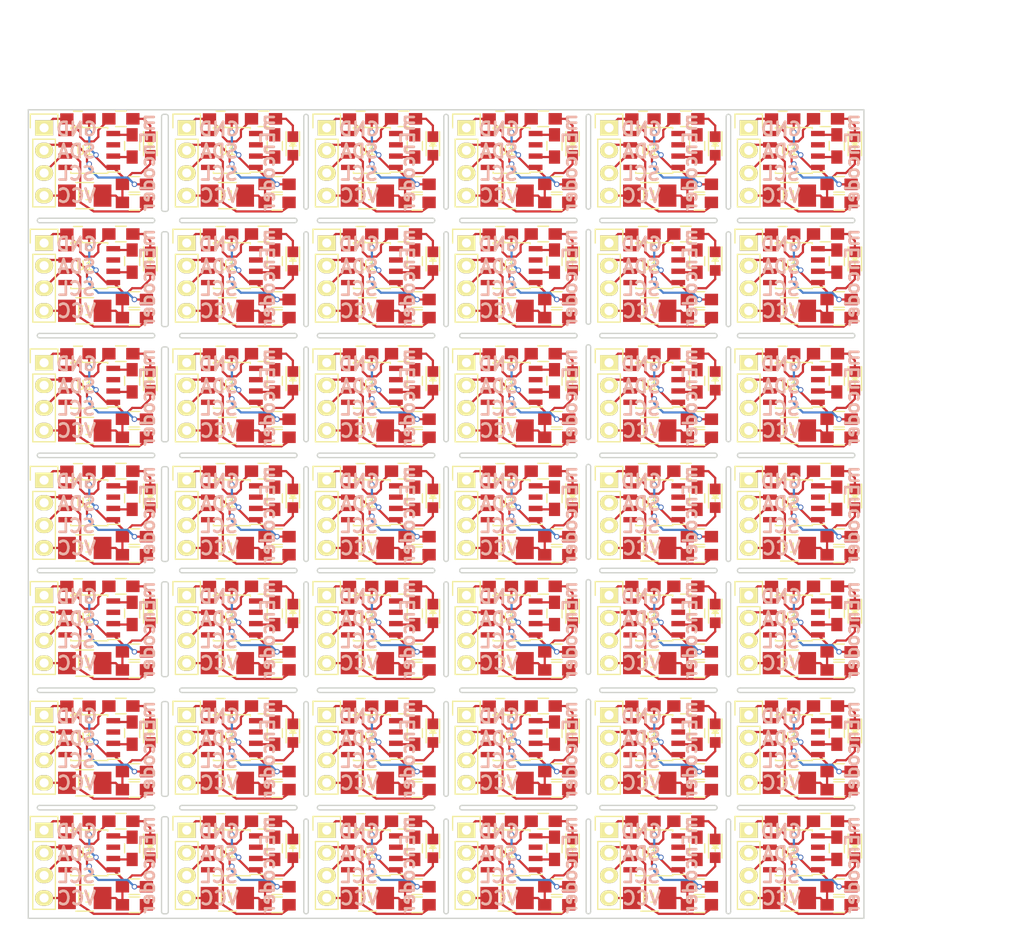
<source format=kicad_pcb>
(kicad_pcb (version 4) (host pcbnew 4.0.2-stable)
  (title_block (title "mEncoder: Panalized") (rev 0.1) (company techfortrade))
  (layers (0 F.Cu signal) (31 B.Cu signal) (34 B.Paste user) (35 F.Paste user) (36 B.SilkS user) (37 F.SilkS user) (38 B.Mask user) (39 F.Mask user) (44 Edge.Cuts user))
  (net 0 "")
  (net 1 "Net-(3V3C1-Pad1)")
  (net 2 "Net-(3V3C1-Pad2)")
  (net 3 VCC)
  (net 4 "Net-(D3-Pad1)")
  (net 5 +5V)
  (net 6 GND)
  (net 7 "Net-(P1-Pad2)")
  (net 8 "Net-(P1-Pad3)")
  (module Housings_SOIC:SOIC-8_3.9x4.9mm_Pitch1.27mm (layer F.Cu) (at 105.918 99.568 180)
    (fp_text reference U1 (at 0.508 0 180) (layer F.SilkS))
    (fp_text value AS5601)
    (pad 1 smd rect (at -2.7 -1.905 180) (size 1.55 0.6) (layers F.Cu F.Paste F.Mask) (net 3 VCC))
    (pad 2 smd rect (at -2.7 -0.635 180) (size 1.55 0.6) (layers F.Cu F.Paste F.Mask) (net 2 "Net-(3V3C1-Pad2)"))
    (pad 3 smd rect (at -2.7 0.635 180) (size 1.55 0.6) (layers F.Cu F.Paste F.Mask))
    (pad 4 smd rect (at -2.7 1.905 180) (size 1.55 0.6) (layers F.Cu F.Paste F.Mask) (net 1 "Net-(3V3C1-Pad1)"))
    (pad 5 smd rect (at 2.7 1.905 180) (size 1.55 0.6) (layers F.Cu F.Paste F.Mask))
    (pad 6 smd rect (at 2.7 0.635 180) (size 1.55 0.6) (layers F.Cu F.Paste F.Mask) (net 7 "Net-(P1-Pad2)"))
    (pad 7 smd rect (at 2.7 -0.635 180) (size 1.55 0.6) (layers F.Cu F.Paste F.Mask) (net 8 "Net-(P1-Pad3)"))
    (pad 8 smd rect (at 2.7 -1.905 180) (size 1.55 0.6) (layers F.Cu F.Paste F.Mask))
  )
  (module Resistors_SMD:R_0805_HandSoldering (layer F.Cu) (at 110.998 103.378)
    (fp_text reference SDAUP1 hide)
    (fp_text value R)
    (pad 1 smd rect (at -1.35 0) (size 1.5 1.3) (layers F.Cu F.Paste F.Mask) (net 3 VCC))
    (pad 2 smd rect (at 1.35 0) (size 1.5 1.3) (layers F.Cu F.Paste F.Mask) (net 7 "Net-(P1-Pad2)"))
  )
  (module Resistors_SMD:R_0805_HandSoldering (layer F.Cu) (at 110.998 105.41)
    (fp_text reference SCLUP1 hide)
    (fp_text value R)
    (pad 1 smd rect (at -1.35 0) (size 1.5 1.3) (layers F.Cu F.Paste F.Mask) (net 3 VCC))
    (pad 2 smd rect (at 1.35 0) (size 1.5 1.3) (layers F.Cu F.Paste F.Mask) (net 8 "Net-(P1-Pad3)"))
  )
  (module Resistors_SMD:R_0805_HandSoldering (layer F.Cu) (at 109.474 96.012 180)
    (fp_text reference R5 hide)
    (fp_text value PWR)
    (pad 1 smd rect (at -1.35 0 180) (size 1.5 1.3) (layers F.Cu F.Paste F.Mask) (net 4 "Net-(D3-Pad1)"))
    (pad 2 smd rect (at 1.35 0 180) (size 1.5 1.3) (layers F.Cu F.Paste F.Mask) (net 6 GND))
  )
  (module Capacitors_SMD:C_0805_HandSoldering (layer F.Cu) (at 104.648 96.012 180)
    (fp_text reference POWERC1 hide)
    (fp_text value C)
    (pad 1 smd rect (at -1.25 0 180) (size 1.5 1.25) (layers F.Cu F.Paste F.Mask) (net 3 VCC))
    (pad 2 smd rect (at 1.25 0 180) (size 1.5 1.25) (layers F.Cu F.Paste F.Mask) (net 6 GND))
  )
  (module Pin_Headers:Pin_Header_Straight_1x04 (layer F.Cu) (at 100.838 97.028)
    (fp_text reference P1 hide)
    (fp_text value CONN_01X04)
    (pad 1 thru_hole rect (at 0 0) (size 2.032 1.7272) (drill 1.016) (layers *.Cu *.Mask F.SilkS) (net 6 GND))
    (pad 2 thru_hole oval (at 0 2.54) (size 2.032 1.7272) (drill 1.016) (layers *.Cu *.Mask F.SilkS) (net 7 "Net-(P1-Pad2)"))
    (pad 3 thru_hole oval (at 0 5.08) (size 2.032 1.7272) (drill 1.016) (layers *.Cu *.Mask F.SilkS) (net 8 "Net-(P1-Pad3)"))
    (pad 4 thru_hole oval (at 0 7.62) (size 2.032 1.7272) (drill 1.016) (layers *.Cu *.Mask F.SilkS) (net 5 +5V))
  )
  (module Capacitors_SMD:C_1210_HandSoldering (layer F.Cu) (at 105.41 104.648 180)
    (fp_text reference F1 (at 0 0 180) (layer F.SilkS))
    (fp_text value FP_Small)
    (pad 1 smd rect (at -2 0 180) (size 2 2.5) (layers F.Cu F.Paste F.Mask) (net 3 VCC))
    (pad 2 smd rect (at 2 0 180) (size 2 2.5) (layers F.Cu F.Paste F.Mask) (net 5 +5V))
  )
  (module LEDs:LED_0805 (layer F.Cu) (at 112.776 99.06 270)
    (fp_text reference D3 hide)
    (fp_text value LED:POWER)
    (pad 2 smd rect (at 1.04902 0 90) (size 1.19888 1.19888) (layers F.Cu F.Paste F.Mask) (net 3 VCC))
    (pad 1 smd rect (at -1.04902 0 90) (size 1.19888 1.19888) (layers F.Cu F.Paste F.Mask) (net 4 "Net-(D3-Pad1)"))
  )
  (module Capacitors_SMD:C_0805_HandSoldering (layer F.Cu) (at 110.744 99.06 270)
    (fp_text reference 3V3C1 hide)
    (fp_text value C)
    (pad 1 smd rect (at -1.25 0 270) (size 1.5 1.25) (layers F.Cu F.Paste F.Mask) (net 1 "Net-(3V3C1-Pad1)"))
    (pad 2 smd rect (at 1.25 0 270) (size 1.5 1.25) (layers F.Cu F.Paste F.Mask) (net 2 "Net-(3V3C1-Pad2)"))
  )
  (module Capacitors_SMD:C_0805_HandSoldering (layer F.Cu) (at 110.744 112.014 270)
    (fp_text reference 3V3C1 hide)
    (fp_text value C)
    (pad 1 smd rect (at -1.25 0 270) (size 1.5 1.25) (layers F.Cu F.Paste F.Mask) (net 1 "Net-(3V3C1-Pad1)"))
    (pad 2 smd rect (at 1.25 0 270) (size 1.5 1.25) (layers F.Cu F.Paste F.Mask) (net 2 "Net-(3V3C1-Pad2)"))
  )
  (module LEDs:LED_0805 (layer F.Cu) (at 112.776 112.014 270)
    (fp_text reference D3 hide)
    (fp_text value LED:POWER)
    (pad 2 smd rect (at 1.04902 0 90) (size 1.19888 1.19888) (layers F.Cu F.Paste F.Mask) (net 3 VCC))
    (pad 1 smd rect (at -1.04902 0 90) (size 1.19888 1.19888) (layers F.Cu F.Paste F.Mask) (net 4 "Net-(D3-Pad1)"))
  )
  (module Capacitors_SMD:C_1210_HandSoldering (layer F.Cu) (at 105.41 117.602 180)
    (fp_text reference F1 (at 0 0 180) (layer F.SilkS))
    (fp_text value FP_Small)
    (pad 1 smd rect (at -2 0 180) (size 2 2.5) (layers F.Cu F.Paste F.Mask) (net 3 VCC))
    (pad 2 smd rect (at 2 0 180) (size 2 2.5) (layers F.Cu F.Paste F.Mask) (net 5 +5V))
  )
  (module Pin_Headers:Pin_Header_Straight_1x04 (layer F.Cu) (at 100.838 109.982)
    (fp_text reference P1 hide)
    (fp_text value CONN_01X04)
    (pad 1 thru_hole rect (at 0 0) (size 2.032 1.7272) (drill 1.016) (layers *.Cu *.Mask F.SilkS) (net 6 GND))
    (pad 2 thru_hole oval (at 0 2.54) (size 2.032 1.7272) (drill 1.016) (layers *.Cu *.Mask F.SilkS) (net 7 "Net-(P1-Pad2)"))
    (pad 3 thru_hole oval (at 0 5.08) (size 2.032 1.7272) (drill 1.016) (layers *.Cu *.Mask F.SilkS) (net 8 "Net-(P1-Pad3)"))
    (pad 4 thru_hole oval (at 0 7.62) (size 2.032 1.7272) (drill 1.016) (layers *.Cu *.Mask F.SilkS) (net 5 +5V))
  )
  (module Capacitors_SMD:C_0805_HandSoldering (layer F.Cu) (at 104.648 108.966 180)
    (fp_text reference POWERC1 hide)
    (fp_text value C)
    (pad 1 smd rect (at -1.25 0 180) (size 1.5 1.25) (layers F.Cu F.Paste F.Mask) (net 3 VCC))
    (pad 2 smd rect (at 1.25 0 180) (size 1.5 1.25) (layers F.Cu F.Paste F.Mask) (net 6 GND))
  )
  (module Resistors_SMD:R_0805_HandSoldering (layer F.Cu) (at 109.474 108.966 180)
    (fp_text reference R5 hide)
    (fp_text value PWR)
    (pad 1 smd rect (at -1.35 0 180) (size 1.5 1.3) (layers F.Cu F.Paste F.Mask) (net 4 "Net-(D3-Pad1)"))
    (pad 2 smd rect (at 1.35 0 180) (size 1.5 1.3) (layers F.Cu F.Paste F.Mask) (net 6 GND))
  )
  (module Resistors_SMD:R_0805_HandSoldering (layer F.Cu) (at 110.998 118.364)
    (fp_text reference SCLUP1 hide)
    (fp_text value R)
    (pad 1 smd rect (at -1.35 0) (size 1.5 1.3) (layers F.Cu F.Paste F.Mask) (net 3 VCC))
    (pad 2 smd rect (at 1.35 0) (size 1.5 1.3) (layers F.Cu F.Paste F.Mask) (net 8 "Net-(P1-Pad3)"))
  )
  (module Resistors_SMD:R_0805_HandSoldering (layer F.Cu) (at 110.998 116.332)
    (fp_text reference SDAUP1 hide)
    (fp_text value R)
    (pad 1 smd rect (at -1.35 0) (size 1.5 1.3) (layers F.Cu F.Paste F.Mask) (net 3 VCC))
    (pad 2 smd rect (at 1.35 0) (size 1.5 1.3) (layers F.Cu F.Paste F.Mask) (net 7 "Net-(P1-Pad2)"))
  )
  (module Housings_SOIC:SOIC-8_3.9x4.9mm_Pitch1.27mm (layer F.Cu) (at 105.918 112.522 180)
    (fp_text reference U1 (at 0.508 0 180) (layer F.SilkS))
    (fp_text value AS5601)
    (pad 1 smd rect (at -2.7 -1.905 180) (size 1.55 0.6) (layers F.Cu F.Paste F.Mask) (net 3 VCC))
    (pad 2 smd rect (at -2.7 -0.635 180) (size 1.55 0.6) (layers F.Cu F.Paste F.Mask) (net 2 "Net-(3V3C1-Pad2)"))
    (pad 3 smd rect (at -2.7 0.635 180) (size 1.55 0.6) (layers F.Cu F.Paste F.Mask))
    (pad 4 smd rect (at -2.7 1.905 180) (size 1.55 0.6) (layers F.Cu F.Paste F.Mask) (net 1 "Net-(3V3C1-Pad1)"))
    (pad 5 smd rect (at 2.7 1.905 180) (size 1.55 0.6) (layers F.Cu F.Paste F.Mask))
    (pad 6 smd rect (at 2.7 0.635 180) (size 1.55 0.6) (layers F.Cu F.Paste F.Mask) (net 7 "Net-(P1-Pad2)"))
    (pad 7 smd rect (at 2.7 -0.635 180) (size 1.55 0.6) (layers F.Cu F.Paste F.Mask) (net 8 "Net-(P1-Pad3)"))
    (pad 8 smd rect (at 2.7 -1.905 180) (size 1.55 0.6) (layers F.Cu F.Paste F.Mask))
  )
  (module Capacitors_SMD:C_0805_HandSoldering (layer F.Cu) (at 126.784 112.014 270)
    (fp_text reference 3V3C1 hide)
    (fp_text value C)
    (pad 1 smd rect (at -1.25 0 270) (size 1.5 1.25) (layers F.Cu F.Paste F.Mask) (net 1 "Net-(3V3C1-Pad1)"))
    (pad 2 smd rect (at 1.25 0 270) (size 1.5 1.25) (layers F.Cu F.Paste F.Mask) (net 2 "Net-(3V3C1-Pad2)"))
  )
  (module LEDs:LED_0805 (layer F.Cu) (at 128.816 112.014 270)
    (fp_text reference D3 hide)
    (fp_text value LED:POWER)
    (pad 2 smd rect (at 1.04902 0 90) (size 1.19888 1.19888) (layers F.Cu F.Paste F.Mask) (net 3 VCC))
    (pad 1 smd rect (at -1.04902 0 90) (size 1.19888 1.19888) (layers F.Cu F.Paste F.Mask) (net 4 "Net-(D3-Pad1)"))
  )
  (module Capacitors_SMD:C_1210_HandSoldering (layer F.Cu) (at 121.45 117.602 180)
    (fp_text reference F1 (at 0 0 180) (layer F.SilkS))
    (fp_text value FP_Small)
    (pad 1 smd rect (at -2 0 180) (size 2 2.5) (layers F.Cu F.Paste F.Mask) (net 3 VCC))
    (pad 2 smd rect (at 2 0 180) (size 2 2.5) (layers F.Cu F.Paste F.Mask) (net 5 +5V))
  )
  (module Pin_Headers:Pin_Header_Straight_1x04 (layer F.Cu) (at 116.878 109.982)
    (fp_text reference P1 hide)
    (fp_text value CONN_01X04)
    (pad 1 thru_hole rect (at 0 0) (size 2.032 1.7272) (drill 1.016) (layers *.Cu *.Mask F.SilkS) (net 6 GND))
    (pad 2 thru_hole oval (at 0 2.54) (size 2.032 1.7272) (drill 1.016) (layers *.Cu *.Mask F.SilkS) (net 7 "Net-(P1-Pad2)"))
    (pad 3 thru_hole oval (at 0 5.08) (size 2.032 1.7272) (drill 1.016) (layers *.Cu *.Mask F.SilkS) (net 8 "Net-(P1-Pad3)"))
    (pad 4 thru_hole oval (at 0 7.62) (size 2.032 1.7272) (drill 1.016) (layers *.Cu *.Mask F.SilkS) (net 5 +5V))
  )
  (module Capacitors_SMD:C_0805_HandSoldering (layer F.Cu) (at 120.688 108.966 180)
    (fp_text reference POWERC1 hide)
    (fp_text value C)
    (pad 1 smd rect (at -1.25 0 180) (size 1.5 1.25) (layers F.Cu F.Paste F.Mask) (net 3 VCC))
    (pad 2 smd rect (at 1.25 0 180) (size 1.5 1.25) (layers F.Cu F.Paste F.Mask) (net 6 GND))
  )
  (module Resistors_SMD:R_0805_HandSoldering (layer F.Cu) (at 125.514 108.966 180)
    (fp_text reference R5 hide)
    (fp_text value PWR)
    (pad 1 smd rect (at -1.35 0 180) (size 1.5 1.3) (layers F.Cu F.Paste F.Mask) (net 4 "Net-(D3-Pad1)"))
    (pad 2 smd rect (at 1.35 0 180) (size 1.5 1.3) (layers F.Cu F.Paste F.Mask) (net 6 GND))
  )
  (module Resistors_SMD:R_0805_HandSoldering (layer F.Cu) (at 127.038 118.364)
    (fp_text reference SCLUP1 hide)
    (fp_text value R)
    (pad 1 smd rect (at -1.35 0) (size 1.5 1.3) (layers F.Cu F.Paste F.Mask) (net 3 VCC))
    (pad 2 smd rect (at 1.35 0) (size 1.5 1.3) (layers F.Cu F.Paste F.Mask) (net 8 "Net-(P1-Pad3)"))
  )
  (module Resistors_SMD:R_0805_HandSoldering (layer F.Cu) (at 127.038 116.332)
    (fp_text reference SDAUP1 hide)
    (fp_text value R)
    (pad 1 smd rect (at -1.35 0) (size 1.5 1.3) (layers F.Cu F.Paste F.Mask) (net 3 VCC))
    (pad 2 smd rect (at 1.35 0) (size 1.5 1.3) (layers F.Cu F.Paste F.Mask) (net 7 "Net-(P1-Pad2)"))
  )
  (module Housings_SOIC:SOIC-8_3.9x4.9mm_Pitch1.27mm (layer F.Cu) (at 121.958 112.522 180)
    (fp_text reference U1 (at 0.508 0 180) (layer F.SilkS))
    (fp_text value AS5601)
    (pad 1 smd rect (at -2.7 -1.905 180) (size 1.55 0.6) (layers F.Cu F.Paste F.Mask) (net 3 VCC))
    (pad 2 smd rect (at -2.7 -0.635 180) (size 1.55 0.6) (layers F.Cu F.Paste F.Mask) (net 2 "Net-(3V3C1-Pad2)"))
    (pad 3 smd rect (at -2.7 0.635 180) (size 1.55 0.6) (layers F.Cu F.Paste F.Mask))
    (pad 4 smd rect (at -2.7 1.905 180) (size 1.55 0.6) (layers F.Cu F.Paste F.Mask) (net 1 "Net-(3V3C1-Pad1)"))
    (pad 5 smd rect (at 2.7 1.905 180) (size 1.55 0.6) (layers F.Cu F.Paste F.Mask))
    (pad 6 smd rect (at 2.7 0.635 180) (size 1.55 0.6) (layers F.Cu F.Paste F.Mask) (net 7 "Net-(P1-Pad2)"))
    (pad 7 smd rect (at 2.7 -0.635 180) (size 1.55 0.6) (layers F.Cu F.Paste F.Mask) (net 8 "Net-(P1-Pad3)"))
    (pad 8 smd rect (at 2.7 -1.905 180) (size 1.55 0.6) (layers F.Cu F.Paste F.Mask))
  )
  (module Housings_SOIC:SOIC-8_3.9x4.9mm_Pitch1.27mm (layer F.Cu) (at 121.958 99.568 180)
    (fp_text reference U1 (at 0.508 0 180) (layer F.SilkS))
    (fp_text value AS5601)
    (pad 1 smd rect (at -2.7 -1.905 180) (size 1.55 0.6) (layers F.Cu F.Paste F.Mask) (net 3 VCC))
    (pad 2 smd rect (at -2.7 -0.635 180) (size 1.55 0.6) (layers F.Cu F.Paste F.Mask) (net 2 "Net-(3V3C1-Pad2)"))
    (pad 3 smd rect (at -2.7 0.635 180) (size 1.55 0.6) (layers F.Cu F.Paste F.Mask))
    (pad 4 smd rect (at -2.7 1.905 180) (size 1.55 0.6) (layers F.Cu F.Paste F.Mask) (net 1 "Net-(3V3C1-Pad1)"))
    (pad 5 smd rect (at 2.7 1.905 180) (size 1.55 0.6) (layers F.Cu F.Paste F.Mask))
    (pad 6 smd rect (at 2.7 0.635 180) (size 1.55 0.6) (layers F.Cu F.Paste F.Mask) (net 7 "Net-(P1-Pad2)"))
    (pad 7 smd rect (at 2.7 -0.635 180) (size 1.55 0.6) (layers F.Cu F.Paste F.Mask) (net 8 "Net-(P1-Pad3)"))
    (pad 8 smd rect (at 2.7 -1.905 180) (size 1.55 0.6) (layers F.Cu F.Paste F.Mask))
  )
  (module Resistors_SMD:R_0805_HandSoldering (layer F.Cu) (at 127.038 103.378)
    (fp_text reference SDAUP1 hide)
    (fp_text value R)
    (pad 1 smd rect (at -1.35 0) (size 1.5 1.3) (layers F.Cu F.Paste F.Mask) (net 3 VCC))
    (pad 2 smd rect (at 1.35 0) (size 1.5 1.3) (layers F.Cu F.Paste F.Mask) (net 7 "Net-(P1-Pad2)"))
  )
  (module Resistors_SMD:R_0805_HandSoldering (layer F.Cu) (at 127.038 105.41)
    (fp_text reference SCLUP1 hide)
    (fp_text value R)
    (pad 1 smd rect (at -1.35 0) (size 1.5 1.3) (layers F.Cu F.Paste F.Mask) (net 3 VCC))
    (pad 2 smd rect (at 1.35 0) (size 1.5 1.3) (layers F.Cu F.Paste F.Mask) (net 8 "Net-(P1-Pad3)"))
  )
  (module Resistors_SMD:R_0805_HandSoldering (layer F.Cu) (at 125.514 96.012 180)
    (fp_text reference R5 hide)
    (fp_text value PWR)
    (pad 1 smd rect (at -1.35 0 180) (size 1.5 1.3) (layers F.Cu F.Paste F.Mask) (net 4 "Net-(D3-Pad1)"))
    (pad 2 smd rect (at 1.35 0 180) (size 1.5 1.3) (layers F.Cu F.Paste F.Mask) (net 6 GND))
  )
  (module Capacitors_SMD:C_0805_HandSoldering (layer F.Cu) (at 120.688 96.012 180)
    (fp_text reference POWERC1 hide)
    (fp_text value C)
    (pad 1 smd rect (at -1.25 0 180) (size 1.5 1.25) (layers F.Cu F.Paste F.Mask) (net 3 VCC))
    (pad 2 smd rect (at 1.25 0 180) (size 1.5 1.25) (layers F.Cu F.Paste F.Mask) (net 6 GND))
  )
  (module Pin_Headers:Pin_Header_Straight_1x04 (layer F.Cu) (at 116.878 97.028)
    (fp_text reference P1 hide)
    (fp_text value CONN_01X04)
    (pad 1 thru_hole rect (at 0 0) (size 2.032 1.7272) (drill 1.016) (layers *.Cu *.Mask F.SilkS) (net 6 GND))
    (pad 2 thru_hole oval (at 0 2.54) (size 2.032 1.7272) (drill 1.016) (layers *.Cu *.Mask F.SilkS) (net 7 "Net-(P1-Pad2)"))
    (pad 3 thru_hole oval (at 0 5.08) (size 2.032 1.7272) (drill 1.016) (layers *.Cu *.Mask F.SilkS) (net 8 "Net-(P1-Pad3)"))
    (pad 4 thru_hole oval (at 0 7.62) (size 2.032 1.7272) (drill 1.016) (layers *.Cu *.Mask F.SilkS) (net 5 +5V))
  )
  (module Capacitors_SMD:C_1210_HandSoldering (layer F.Cu) (at 121.45 104.648 180)
    (fp_text reference F1 (at 0 0 180) (layer F.SilkS))
    (fp_text value FP_Small)
    (pad 1 smd rect (at -2 0 180) (size 2 2.5) (layers F.Cu F.Paste F.Mask) (net 3 VCC))
    (pad 2 smd rect (at 2 0 180) (size 2 2.5) (layers F.Cu F.Paste F.Mask) (net 5 +5V))
  )
  (module LEDs:LED_0805 (layer F.Cu) (at 128.816 99.06 270)
    (fp_text reference D3 hide)
    (fp_text value LED:POWER)
    (pad 2 smd rect (at 1.04902 0 90) (size 1.19888 1.19888) (layers F.Cu F.Paste F.Mask) (net 3 VCC))
    (pad 1 smd rect (at -1.04902 0 90) (size 1.19888 1.19888) (layers F.Cu F.Paste F.Mask) (net 4 "Net-(D3-Pad1)"))
  )
  (module Capacitors_SMD:C_0805_HandSoldering (layer F.Cu) (at 126.784 99.06 270)
    (fp_text reference 3V3C1 hide)
    (fp_text value C)
    (pad 1 smd rect (at -1.25 0 270) (size 1.5 1.25) (layers F.Cu F.Paste F.Mask) (net 1 "Net-(3V3C1-Pad1)"))
    (pad 2 smd rect (at 1.25 0 270) (size 1.5 1.25) (layers F.Cu F.Paste F.Mask) (net 2 "Net-(3V3C1-Pad2)"))
  )
  (module Capacitors_SMD:C_0805_HandSoldering (layer F.Cu) (at 126.784 125.476 270)
    (fp_text reference 3V3C1 hide)
    (fp_text value C)
    (pad 1 smd rect (at -1.25 0 270) (size 1.5 1.25) (layers F.Cu F.Paste F.Mask) (net 1 "Net-(3V3C1-Pad1)"))
    (pad 2 smd rect (at 1.25 0 270) (size 1.5 1.25) (layers F.Cu F.Paste F.Mask) (net 2 "Net-(3V3C1-Pad2)"))
  )
  (module LEDs:LED_0805 (layer F.Cu) (at 128.816 125.476 270)
    (fp_text reference D3 hide)
    (fp_text value LED:POWER)
    (pad 2 smd rect (at 1.04902 0 90) (size 1.19888 1.19888) (layers F.Cu F.Paste F.Mask) (net 3 VCC))
    (pad 1 smd rect (at -1.04902 0 90) (size 1.19888 1.19888) (layers F.Cu F.Paste F.Mask) (net 4 "Net-(D3-Pad1)"))
  )
  (module Capacitors_SMD:C_1210_HandSoldering (layer F.Cu) (at 121.45 131.064 180)
    (fp_text reference F1 (at 0 0 180) (layer F.SilkS))
    (fp_text value FP_Small)
    (pad 1 smd rect (at -2 0 180) (size 2 2.5) (layers F.Cu F.Paste F.Mask) (net 3 VCC))
    (pad 2 smd rect (at 2 0 180) (size 2 2.5) (layers F.Cu F.Paste F.Mask) (net 5 +5V))
  )
  (module Pin_Headers:Pin_Header_Straight_1x04 (layer F.Cu) (at 116.878 123.444)
    (fp_text reference P1 hide)
    (fp_text value CONN_01X04)
    (pad 1 thru_hole rect (at 0 0) (size 2.032 1.7272) (drill 1.016) (layers *.Cu *.Mask F.SilkS) (net 6 GND))
    (pad 2 thru_hole oval (at 0 2.54) (size 2.032 1.7272) (drill 1.016) (layers *.Cu *.Mask F.SilkS) (net 7 "Net-(P1-Pad2)"))
    (pad 3 thru_hole oval (at 0 5.08) (size 2.032 1.7272) (drill 1.016) (layers *.Cu *.Mask F.SilkS) (net 8 "Net-(P1-Pad3)"))
    (pad 4 thru_hole oval (at 0 7.62) (size 2.032 1.7272) (drill 1.016) (layers *.Cu *.Mask F.SilkS) (net 5 +5V))
  )
  (module Capacitors_SMD:C_0805_HandSoldering (layer F.Cu) (at 120.688 122.428 180)
    (fp_text reference POWERC1 hide)
    (fp_text value C)
    (pad 1 smd rect (at -1.25 0 180) (size 1.5 1.25) (layers F.Cu F.Paste F.Mask) (net 3 VCC))
    (pad 2 smd rect (at 1.25 0 180) (size 1.5 1.25) (layers F.Cu F.Paste F.Mask) (net 6 GND))
  )
  (module Resistors_SMD:R_0805_HandSoldering (layer F.Cu) (at 125.514 122.428 180)
    (fp_text reference R5 hide)
    (fp_text value PWR)
    (pad 1 smd rect (at -1.35 0 180) (size 1.5 1.3) (layers F.Cu F.Paste F.Mask) (net 4 "Net-(D3-Pad1)"))
    (pad 2 smd rect (at 1.35 0 180) (size 1.5 1.3) (layers F.Cu F.Paste F.Mask) (net 6 GND))
  )
  (module Resistors_SMD:R_0805_HandSoldering (layer F.Cu) (at 127.038 131.826)
    (fp_text reference SCLUP1 hide)
    (fp_text value R)
    (pad 1 smd rect (at -1.35 0) (size 1.5 1.3) (layers F.Cu F.Paste F.Mask) (net 3 VCC))
    (pad 2 smd rect (at 1.35 0) (size 1.5 1.3) (layers F.Cu F.Paste F.Mask) (net 8 "Net-(P1-Pad3)"))
  )
  (module Resistors_SMD:R_0805_HandSoldering (layer F.Cu) (at 127.038 129.794)
    (fp_text reference SDAUP1 hide)
    (fp_text value R)
    (pad 1 smd rect (at -1.35 0) (size 1.5 1.3) (layers F.Cu F.Paste F.Mask) (net 3 VCC))
    (pad 2 smd rect (at 1.35 0) (size 1.5 1.3) (layers F.Cu F.Paste F.Mask) (net 7 "Net-(P1-Pad2)"))
  )
  (module Housings_SOIC:SOIC-8_3.9x4.9mm_Pitch1.27mm (layer F.Cu) (at 121.958 125.984 180)
    (fp_text reference U1 (at 0.508 0 180) (layer F.SilkS))
    (fp_text value AS5601)
    (pad 1 smd rect (at -2.7 -1.905 180) (size 1.55 0.6) (layers F.Cu F.Paste F.Mask) (net 3 VCC))
    (pad 2 smd rect (at -2.7 -0.635 180) (size 1.55 0.6) (layers F.Cu F.Paste F.Mask) (net 2 "Net-(3V3C1-Pad2)"))
    (pad 3 smd rect (at -2.7 0.635 180) (size 1.55 0.6) (layers F.Cu F.Paste F.Mask))
    (pad 4 smd rect (at -2.7 1.905 180) (size 1.55 0.6) (layers F.Cu F.Paste F.Mask) (net 1 "Net-(3V3C1-Pad1)"))
    (pad 5 smd rect (at 2.7 1.905 180) (size 1.55 0.6) (layers F.Cu F.Paste F.Mask))
    (pad 6 smd rect (at 2.7 0.635 180) (size 1.55 0.6) (layers F.Cu F.Paste F.Mask) (net 7 "Net-(P1-Pad2)"))
    (pad 7 smd rect (at 2.7 -0.635 180) (size 1.55 0.6) (layers F.Cu F.Paste F.Mask) (net 8 "Net-(P1-Pad3)"))
    (pad 8 smd rect (at 2.7 -1.905 180) (size 1.55 0.6) (layers F.Cu F.Paste F.Mask))
  )
  (module Housings_SOIC:SOIC-8_3.9x4.9mm_Pitch1.27mm (layer F.Cu) (at 121.958 138.938 180)
    (fp_text reference U1 (at 0.508 0 180) (layer F.SilkS))
    (fp_text value AS5601)
    (pad 1 smd rect (at -2.7 -1.905 180) (size 1.55 0.6) (layers F.Cu F.Paste F.Mask) (net 3 VCC))
    (pad 2 smd rect (at -2.7 -0.635 180) (size 1.55 0.6) (layers F.Cu F.Paste F.Mask) (net 2 "Net-(3V3C1-Pad2)"))
    (pad 3 smd rect (at -2.7 0.635 180) (size 1.55 0.6) (layers F.Cu F.Paste F.Mask))
    (pad 4 smd rect (at -2.7 1.905 180) (size 1.55 0.6) (layers F.Cu F.Paste F.Mask) (net 1 "Net-(3V3C1-Pad1)"))
    (pad 5 smd rect (at 2.7 1.905 180) (size 1.55 0.6) (layers F.Cu F.Paste F.Mask))
    (pad 6 smd rect (at 2.7 0.635 180) (size 1.55 0.6) (layers F.Cu F.Paste F.Mask) (net 7 "Net-(P1-Pad2)"))
    (pad 7 smd rect (at 2.7 -0.635 180) (size 1.55 0.6) (layers F.Cu F.Paste F.Mask) (net 8 "Net-(P1-Pad3)"))
    (pad 8 smd rect (at 2.7 -1.905 180) (size 1.55 0.6) (layers F.Cu F.Paste F.Mask))
  )
  (module Resistors_SMD:R_0805_HandSoldering (layer F.Cu) (at 127.038 142.748)
    (fp_text reference SDAUP1 hide)
    (fp_text value R)
    (pad 1 smd rect (at -1.35 0) (size 1.5 1.3) (layers F.Cu F.Paste F.Mask) (net 3 VCC))
    (pad 2 smd rect (at 1.35 0) (size 1.5 1.3) (layers F.Cu F.Paste F.Mask) (net 7 "Net-(P1-Pad2)"))
  )
  (module Resistors_SMD:R_0805_HandSoldering (layer F.Cu) (at 127.038 144.78)
    (fp_text reference SCLUP1 hide)
    (fp_text value R)
    (pad 1 smd rect (at -1.35 0) (size 1.5 1.3) (layers F.Cu F.Paste F.Mask) (net 3 VCC))
    (pad 2 smd rect (at 1.35 0) (size 1.5 1.3) (layers F.Cu F.Paste F.Mask) (net 8 "Net-(P1-Pad3)"))
  )
  (module Resistors_SMD:R_0805_HandSoldering (layer F.Cu) (at 125.514 135.382 180)
    (fp_text reference R5 hide)
    (fp_text value PWR)
    (pad 1 smd rect (at -1.35 0 180) (size 1.5 1.3) (layers F.Cu F.Paste F.Mask) (net 4 "Net-(D3-Pad1)"))
    (pad 2 smd rect (at 1.35 0 180) (size 1.5 1.3) (layers F.Cu F.Paste F.Mask) (net 6 GND))
  )
  (module Capacitors_SMD:C_0805_HandSoldering (layer F.Cu) (at 120.688 135.382 180)
    (fp_text reference POWERC1 hide)
    (fp_text value C)
    (pad 1 smd rect (at -1.25 0 180) (size 1.5 1.25) (layers F.Cu F.Paste F.Mask) (net 3 VCC))
    (pad 2 smd rect (at 1.25 0 180) (size 1.5 1.25) (layers F.Cu F.Paste F.Mask) (net 6 GND))
  )
  (module Pin_Headers:Pin_Header_Straight_1x04 (layer F.Cu) (at 116.878 136.398)
    (fp_text reference P1 hide)
    (fp_text value CONN_01X04)
    (pad 1 thru_hole rect (at 0 0) (size 2.032 1.7272) (drill 1.016) (layers *.Cu *.Mask F.SilkS) (net 6 GND))
    (pad 2 thru_hole oval (at 0 2.54) (size 2.032 1.7272) (drill 1.016) (layers *.Cu *.Mask F.SilkS) (net 7 "Net-(P1-Pad2)"))
    (pad 3 thru_hole oval (at 0 5.08) (size 2.032 1.7272) (drill 1.016) (layers *.Cu *.Mask F.SilkS) (net 8 "Net-(P1-Pad3)"))
    (pad 4 thru_hole oval (at 0 7.62) (size 2.032 1.7272) (drill 1.016) (layers *.Cu *.Mask F.SilkS) (net 5 +5V))
  )
  (module Capacitors_SMD:C_1210_HandSoldering (layer F.Cu) (at 121.45 144.018 180)
    (fp_text reference F1 (at 0 0 180) (layer F.SilkS))
    (fp_text value FP_Small)
    (pad 1 smd rect (at -2 0 180) (size 2 2.5) (layers F.Cu F.Paste F.Mask) (net 3 VCC))
    (pad 2 smd rect (at 2 0 180) (size 2 2.5) (layers F.Cu F.Paste F.Mask) (net 5 +5V))
  )
  (module LEDs:LED_0805 (layer F.Cu) (at 128.816 138.43 270)
    (fp_text reference D3 hide)
    (fp_text value LED:POWER)
    (pad 2 smd rect (at 1.04902 0 90) (size 1.19888 1.19888) (layers F.Cu F.Paste F.Mask) (net 3 VCC))
    (pad 1 smd rect (at -1.04902 0 90) (size 1.19888 1.19888) (layers F.Cu F.Paste F.Mask) (net 4 "Net-(D3-Pad1)"))
  )
  (module Capacitors_SMD:C_0805_HandSoldering (layer F.Cu) (at 126.784 138.43 270)
    (fp_text reference 3V3C1 hide)
    (fp_text value C)
    (pad 1 smd rect (at -1.25 0 270) (size 1.5 1.25) (layers F.Cu F.Paste F.Mask) (net 1 "Net-(3V3C1-Pad1)"))
    (pad 2 smd rect (at 1.25 0 270) (size 1.5 1.25) (layers F.Cu F.Paste F.Mask) (net 2 "Net-(3V3C1-Pad2)"))
  )
  (module Housings_SOIC:SOIC-8_3.9x4.9mm_Pitch1.27mm (layer F.Cu) (at 105.918 138.938 180)
    (fp_text reference U1 (at 0.508 0 180) (layer F.SilkS))
    (fp_text value AS5601)
    (pad 1 smd rect (at -2.7 -1.905 180) (size 1.55 0.6) (layers F.Cu F.Paste F.Mask) (net 3 VCC))
    (pad 2 smd rect (at -2.7 -0.635 180) (size 1.55 0.6) (layers F.Cu F.Paste F.Mask) (net 2 "Net-(3V3C1-Pad2)"))
    (pad 3 smd rect (at -2.7 0.635 180) (size 1.55 0.6) (layers F.Cu F.Paste F.Mask))
    (pad 4 smd rect (at -2.7 1.905 180) (size 1.55 0.6) (layers F.Cu F.Paste F.Mask) (net 1 "Net-(3V3C1-Pad1)"))
    (pad 5 smd rect (at 2.7 1.905 180) (size 1.55 0.6) (layers F.Cu F.Paste F.Mask))
    (pad 6 smd rect (at 2.7 0.635 180) (size 1.55 0.6) (layers F.Cu F.Paste F.Mask) (net 7 "Net-(P1-Pad2)"))
    (pad 7 smd rect (at 2.7 -0.635 180) (size 1.55 0.6) (layers F.Cu F.Paste F.Mask) (net 8 "Net-(P1-Pad3)"))
    (pad 8 smd rect (at 2.7 -1.905 180) (size 1.55 0.6) (layers F.Cu F.Paste F.Mask))
  )
  (module Resistors_SMD:R_0805_HandSoldering (layer F.Cu) (at 110.998 142.748)
    (fp_text reference SDAUP1 hide)
    (fp_text value R)
    (pad 1 smd rect (at -1.35 0) (size 1.5 1.3) (layers F.Cu F.Paste F.Mask) (net 3 VCC))
    (pad 2 smd rect (at 1.35 0) (size 1.5 1.3) (layers F.Cu F.Paste F.Mask) (net 7 "Net-(P1-Pad2)"))
  )
  (module Resistors_SMD:R_0805_HandSoldering (layer F.Cu) (at 110.998 144.78)
    (fp_text reference SCLUP1 hide)
    (fp_text value R)
    (pad 1 smd rect (at -1.35 0) (size 1.5 1.3) (layers F.Cu F.Paste F.Mask) (net 3 VCC))
    (pad 2 smd rect (at 1.35 0) (size 1.5 1.3) (layers F.Cu F.Paste F.Mask) (net 8 "Net-(P1-Pad3)"))
  )
  (module Resistors_SMD:R_0805_HandSoldering (layer F.Cu) (at 109.474 135.382 180)
    (fp_text reference R5 hide)
    (fp_text value PWR)
    (pad 1 smd rect (at -1.35 0 180) (size 1.5 1.3) (layers F.Cu F.Paste F.Mask) (net 4 "Net-(D3-Pad1)"))
    (pad 2 smd rect (at 1.35 0 180) (size 1.5 1.3) (layers F.Cu F.Paste F.Mask) (net 6 GND))
  )
  (module Capacitors_SMD:C_0805_HandSoldering (layer F.Cu) (at 104.648 135.382 180)
    (fp_text reference POWERC1 hide)
    (fp_text value C)
    (pad 1 smd rect (at -1.25 0 180) (size 1.5 1.25) (layers F.Cu F.Paste F.Mask) (net 3 VCC))
    (pad 2 smd rect (at 1.25 0 180) (size 1.5 1.25) (layers F.Cu F.Paste F.Mask) (net 6 GND))
  )
  (module Pin_Headers:Pin_Header_Straight_1x04 (layer F.Cu) (at 100.838 136.398)
    (fp_text reference P1 hide)
    (fp_text value CONN_01X04)
    (pad 1 thru_hole rect (at 0 0) (size 2.032 1.7272) (drill 1.016) (layers *.Cu *.Mask F.SilkS) (net 6 GND))
    (pad 2 thru_hole oval (at 0 2.54) (size 2.032 1.7272) (drill 1.016) (layers *.Cu *.Mask F.SilkS) (net 7 "Net-(P1-Pad2)"))
    (pad 3 thru_hole oval (at 0 5.08) (size 2.032 1.7272) (drill 1.016) (layers *.Cu *.Mask F.SilkS) (net 8 "Net-(P1-Pad3)"))
    (pad 4 thru_hole oval (at 0 7.62) (size 2.032 1.7272) (drill 1.016) (layers *.Cu *.Mask F.SilkS) (net 5 +5V))
  )
  (module Capacitors_SMD:C_1210_HandSoldering (layer F.Cu) (at 105.41 144.018 180)
    (fp_text reference F1 (at 0 0 180) (layer F.SilkS))
    (fp_text value FP_Small)
    (pad 1 smd rect (at -2 0 180) (size 2 2.5) (layers F.Cu F.Paste F.Mask) (net 3 VCC))
    (pad 2 smd rect (at 2 0 180) (size 2 2.5) (layers F.Cu F.Paste F.Mask) (net 5 +5V))
  )
  (module LEDs:LED_0805 (layer F.Cu) (at 112.776 138.43 270)
    (fp_text reference D3 hide)
    (fp_text value LED:POWER)
    (pad 2 smd rect (at 1.04902 0 90) (size 1.19888 1.19888) (layers F.Cu F.Paste F.Mask) (net 3 VCC))
    (pad 1 smd rect (at -1.04902 0 90) (size 1.19888 1.19888) (layers F.Cu F.Paste F.Mask) (net 4 "Net-(D3-Pad1)"))
  )
  (module Capacitors_SMD:C_0805_HandSoldering (layer F.Cu) (at 110.744 138.43 270)
    (fp_text reference 3V3C1 hide)
    (fp_text value C)
    (pad 1 smd rect (at -1.25 0 270) (size 1.5 1.25) (layers F.Cu F.Paste F.Mask) (net 1 "Net-(3V3C1-Pad1)"))
    (pad 2 smd rect (at 1.25 0 270) (size 1.5 1.25) (layers F.Cu F.Paste F.Mask) (net 2 "Net-(3V3C1-Pad2)"))
  )
  (module Capacitors_SMD:C_0805_HandSoldering (layer F.Cu) (at 110.744 125.476 270)
    (fp_text reference 3V3C1 hide)
    (fp_text value C)
    (pad 1 smd rect (at -1.25 0 270) (size 1.5 1.25) (layers F.Cu F.Paste F.Mask) (net 1 "Net-(3V3C1-Pad1)"))
    (pad 2 smd rect (at 1.25 0 270) (size 1.5 1.25) (layers F.Cu F.Paste F.Mask) (net 2 "Net-(3V3C1-Pad2)"))
  )
  (module LEDs:LED_0805 (layer F.Cu) (at 112.776 125.476 270)
    (fp_text reference D3 hide)
    (fp_text value LED:POWER)
    (pad 2 smd rect (at 1.04902 0 90) (size 1.19888 1.19888) (layers F.Cu F.Paste F.Mask) (net 3 VCC))
    (pad 1 smd rect (at -1.04902 0 90) (size 1.19888 1.19888) (layers F.Cu F.Paste F.Mask) (net 4 "Net-(D3-Pad1)"))
  )
  (module Capacitors_SMD:C_1210_HandSoldering (layer F.Cu) (at 105.41 131.064 180)
    (fp_text reference F1 (at 0 0 180) (layer F.SilkS))
    (fp_text value FP_Small)
    (pad 1 smd rect (at -2 0 180) (size 2 2.5) (layers F.Cu F.Paste F.Mask) (net 3 VCC))
    (pad 2 smd rect (at 2 0 180) (size 2 2.5) (layers F.Cu F.Paste F.Mask) (net 5 +5V))
  )
  (module Pin_Headers:Pin_Header_Straight_1x04 (layer F.Cu) (at 100.838 123.444)
    (fp_text reference P1 hide)
    (fp_text value CONN_01X04)
    (pad 1 thru_hole rect (at 0 0) (size 2.032 1.7272) (drill 1.016) (layers *.Cu *.Mask F.SilkS) (net 6 GND))
    (pad 2 thru_hole oval (at 0 2.54) (size 2.032 1.7272) (drill 1.016) (layers *.Cu *.Mask F.SilkS) (net 7 "Net-(P1-Pad2)"))
    (pad 3 thru_hole oval (at 0 5.08) (size 2.032 1.7272) (drill 1.016) (layers *.Cu *.Mask F.SilkS) (net 8 "Net-(P1-Pad3)"))
    (pad 4 thru_hole oval (at 0 7.62) (size 2.032 1.7272) (drill 1.016) (layers *.Cu *.Mask F.SilkS) (net 5 +5V))
  )
  (module Capacitors_SMD:C_0805_HandSoldering (layer F.Cu) (at 104.648 122.428 180)
    (fp_text reference POWERC1 hide)
    (fp_text value C)
    (pad 1 smd rect (at -1.25 0 180) (size 1.5 1.25) (layers F.Cu F.Paste F.Mask) (net 3 VCC))
    (pad 2 smd rect (at 1.25 0 180) (size 1.5 1.25) (layers F.Cu F.Paste F.Mask) (net 6 GND))
  )
  (module Resistors_SMD:R_0805_HandSoldering (layer F.Cu) (at 109.474 122.428 180)
    (fp_text reference R5 hide)
    (fp_text value PWR)
    (pad 1 smd rect (at -1.35 0 180) (size 1.5 1.3) (layers F.Cu F.Paste F.Mask) (net 4 "Net-(D3-Pad1)"))
    (pad 2 smd rect (at 1.35 0 180) (size 1.5 1.3) (layers F.Cu F.Paste F.Mask) (net 6 GND))
  )
  (module Resistors_SMD:R_0805_HandSoldering (layer F.Cu) (at 110.998 131.826)
    (fp_text reference SCLUP1 hide)
    (fp_text value R)
    (pad 1 smd rect (at -1.35 0) (size 1.5 1.3) (layers F.Cu F.Paste F.Mask) (net 3 VCC))
    (pad 2 smd rect (at 1.35 0) (size 1.5 1.3) (layers F.Cu F.Paste F.Mask) (net 8 "Net-(P1-Pad3)"))
  )
  (module Resistors_SMD:R_0805_HandSoldering (layer F.Cu) (at 110.998 129.794)
    (fp_text reference SDAUP1 hide)
    (fp_text value R)
    (pad 1 smd rect (at -1.35 0) (size 1.5 1.3) (layers F.Cu F.Paste F.Mask) (net 3 VCC))
    (pad 2 smd rect (at 1.35 0) (size 1.5 1.3) (layers F.Cu F.Paste F.Mask) (net 7 "Net-(P1-Pad2)"))
  )
  (module Housings_SOIC:SOIC-8_3.9x4.9mm_Pitch1.27mm (layer F.Cu) (at 105.918 125.984 180)
    (fp_text reference U1 (at 0.508 0 180) (layer F.SilkS))
    (fp_text value AS5601)
    (pad 1 smd rect (at -2.7 -1.905 180) (size 1.55 0.6) (layers F.Cu F.Paste F.Mask) (net 3 VCC))
    (pad 2 smd rect (at -2.7 -0.635 180) (size 1.55 0.6) (layers F.Cu F.Paste F.Mask) (net 2 "Net-(3V3C1-Pad2)"))
    (pad 3 smd rect (at -2.7 0.635 180) (size 1.55 0.6) (layers F.Cu F.Paste F.Mask))
    (pad 4 smd rect (at -2.7 1.905 180) (size 1.55 0.6) (layers F.Cu F.Paste F.Mask) (net 1 "Net-(3V3C1-Pad1)"))
    (pad 5 smd rect (at 2.7 1.905 180) (size 1.55 0.6) (layers F.Cu F.Paste F.Mask))
    (pad 6 smd rect (at 2.7 0.635 180) (size 1.55 0.6) (layers F.Cu F.Paste F.Mask) (net 7 "Net-(P1-Pad2)"))
    (pad 7 smd rect (at 2.7 -0.635 180) (size 1.55 0.6) (layers F.Cu F.Paste F.Mask) (net 8 "Net-(P1-Pad3)"))
    (pad 8 smd rect (at 2.7 -1.905 180) (size 1.55 0.6) (layers F.Cu F.Paste F.Mask))
  )
  (module Housings_SOIC:SOIC-8_3.9x4.9mm_Pitch1.27mm (layer F.Cu) (at 105.918 86.36 180)
    (fp_text reference U1 (at 0.508 0 180) (layer F.SilkS))
    (fp_text value AS5601)
    (pad 1 smd rect (at -2.7 -1.905 180) (size 1.55 0.6) (layers F.Cu F.Paste F.Mask) (net 3 VCC))
    (pad 2 smd rect (at -2.7 -0.635 180) (size 1.55 0.6) (layers F.Cu F.Paste F.Mask) (net 2 "Net-(3V3C1-Pad2)"))
    (pad 3 smd rect (at -2.7 0.635 180) (size 1.55 0.6) (layers F.Cu F.Paste F.Mask))
    (pad 4 smd rect (at -2.7 1.905 180) (size 1.55 0.6) (layers F.Cu F.Paste F.Mask) (net 1 "Net-(3V3C1-Pad1)"))
    (pad 5 smd rect (at 2.7 1.905 180) (size 1.55 0.6) (layers F.Cu F.Paste F.Mask))
    (pad 6 smd rect (at 2.7 0.635 180) (size 1.55 0.6) (layers F.Cu F.Paste F.Mask) (net 7 "Net-(P1-Pad2)"))
    (pad 7 smd rect (at 2.7 -0.635 180) (size 1.55 0.6) (layers F.Cu F.Paste F.Mask) (net 8 "Net-(P1-Pad3)"))
    (pad 8 smd rect (at 2.7 -1.905 180) (size 1.55 0.6) (layers F.Cu F.Paste F.Mask))
  )
  (module Resistors_SMD:R_0805_HandSoldering (layer F.Cu) (at 110.998 90.17)
    (fp_text reference SDAUP1 hide)
    (fp_text value R)
    (pad 1 smd rect (at -1.35 0) (size 1.5 1.3) (layers F.Cu F.Paste F.Mask) (net 3 VCC))
    (pad 2 smd rect (at 1.35 0) (size 1.5 1.3) (layers F.Cu F.Paste F.Mask) (net 7 "Net-(P1-Pad2)"))
  )
  (module Resistors_SMD:R_0805_HandSoldering (layer F.Cu) (at 110.998 92.202)
    (fp_text reference SCLUP1 hide)
    (fp_text value R)
    (pad 1 smd rect (at -1.35 0) (size 1.5 1.3) (layers F.Cu F.Paste F.Mask) (net 3 VCC))
    (pad 2 smd rect (at 1.35 0) (size 1.5 1.3) (layers F.Cu F.Paste F.Mask) (net 8 "Net-(P1-Pad3)"))
  )
  (module Resistors_SMD:R_0805_HandSoldering (layer F.Cu) (at 109.474 82.804 180)
    (fp_text reference R5 hide)
    (fp_text value PWR)
    (pad 1 smd rect (at -1.35 0 180) (size 1.5 1.3) (layers F.Cu F.Paste F.Mask) (net 4 "Net-(D3-Pad1)"))
    (pad 2 smd rect (at 1.35 0 180) (size 1.5 1.3) (layers F.Cu F.Paste F.Mask) (net 6 GND))
  )
  (module Capacitors_SMD:C_0805_HandSoldering (layer F.Cu) (at 104.648 82.804 180)
    (fp_text reference POWERC1 hide)
    (fp_text value C)
    (pad 1 smd rect (at -1.25 0 180) (size 1.5 1.25) (layers F.Cu F.Paste F.Mask) (net 3 VCC))
    (pad 2 smd rect (at 1.25 0 180) (size 1.5 1.25) (layers F.Cu F.Paste F.Mask) (net 6 GND))
  )
  (module Pin_Headers:Pin_Header_Straight_1x04 (layer F.Cu) (at 100.838 83.82)
    (fp_text reference P1 hide)
    (fp_text value CONN_01X04)
    (pad 1 thru_hole rect (at 0 0) (size 2.032 1.7272) (drill 1.016) (layers *.Cu *.Mask F.SilkS) (net 6 GND))
    (pad 2 thru_hole oval (at 0 2.54) (size 2.032 1.7272) (drill 1.016) (layers *.Cu *.Mask F.SilkS) (net 7 "Net-(P1-Pad2)"))
    (pad 3 thru_hole oval (at 0 5.08) (size 2.032 1.7272) (drill 1.016) (layers *.Cu *.Mask F.SilkS) (net 8 "Net-(P1-Pad3)"))
    (pad 4 thru_hole oval (at 0 7.62) (size 2.032 1.7272) (drill 1.016) (layers *.Cu *.Mask F.SilkS) (net 5 +5V))
  )
  (module Capacitors_SMD:C_1210_HandSoldering (layer F.Cu) (at 105.41 91.44 180)
    (fp_text reference F1 (at 0 0 180) (layer F.SilkS))
    (fp_text value FP_Small)
    (pad 1 smd rect (at -2 0 180) (size 2 2.5) (layers F.Cu F.Paste F.Mask) (net 3 VCC))
    (pad 2 smd rect (at 2 0 180) (size 2 2.5) (layers F.Cu F.Paste F.Mask) (net 5 +5V))
  )
  (module LEDs:LED_0805 (layer F.Cu) (at 112.776 85.852 270)
    (fp_text reference D3 hide)
    (fp_text value LED:POWER)
    (pad 2 smd rect (at 1.04902 0 90) (size 1.19888 1.19888) (layers F.Cu F.Paste F.Mask) (net 3 VCC))
    (pad 1 smd rect (at -1.04902 0 90) (size 1.19888 1.19888) (layers F.Cu F.Paste F.Mask) (net 4 "Net-(D3-Pad1)"))
  )
  (module Capacitors_SMD:C_0805_HandSoldering (layer F.Cu) (at 110.744 85.852 270)
    (fp_text reference 3V3C1 hide)
    (fp_text value C)
    (pad 1 smd rect (at -1.25 0 270) (size 1.5 1.25) (layers F.Cu F.Paste F.Mask) (net 1 "Net-(3V3C1-Pad1)"))
    (pad 2 smd rect (at 1.25 0 270) (size 1.5 1.25) (layers F.Cu F.Paste F.Mask) (net 2 "Net-(3V3C1-Pad2)"))
  )
  (module Housings_SOIC:SOIC-8_3.9x4.9mm_Pitch1.27mm (layer F.Cu) (at 121.958 86.36 180)
    (fp_text reference U1 (at 0.508 0 180) (layer F.SilkS))
    (fp_text value AS5601)
    (pad 1 smd rect (at -2.7 -1.905 180) (size 1.55 0.6) (layers F.Cu F.Paste F.Mask) (net 3 VCC))
    (pad 2 smd rect (at -2.7 -0.635 180) (size 1.55 0.6) (layers F.Cu F.Paste F.Mask) (net 2 "Net-(3V3C1-Pad2)"))
    (pad 3 smd rect (at -2.7 0.635 180) (size 1.55 0.6) (layers F.Cu F.Paste F.Mask))
    (pad 4 smd rect (at -2.7 1.905 180) (size 1.55 0.6) (layers F.Cu F.Paste F.Mask) (net 1 "Net-(3V3C1-Pad1)"))
    (pad 5 smd rect (at 2.7 1.905 180) (size 1.55 0.6) (layers F.Cu F.Paste F.Mask))
    (pad 6 smd rect (at 2.7 0.635 180) (size 1.55 0.6) (layers F.Cu F.Paste F.Mask) (net 7 "Net-(P1-Pad2)"))
    (pad 7 smd rect (at 2.7 -0.635 180) (size 1.55 0.6) (layers F.Cu F.Paste F.Mask) (net 8 "Net-(P1-Pad3)"))
    (pad 8 smd rect (at 2.7 -1.905 180) (size 1.55 0.6) (layers F.Cu F.Paste F.Mask))
  )
  (module Resistors_SMD:R_0805_HandSoldering (layer F.Cu) (at 127.038 90.17)
    (fp_text reference SDAUP1 hide)
    (fp_text value R)
    (pad 1 smd rect (at -1.35 0) (size 1.5 1.3) (layers F.Cu F.Paste F.Mask) (net 3 VCC))
    (pad 2 smd rect (at 1.35 0) (size 1.5 1.3) (layers F.Cu F.Paste F.Mask) (net 7 "Net-(P1-Pad2)"))
  )
  (module Resistors_SMD:R_0805_HandSoldering (layer F.Cu) (at 127.038 92.202)
    (fp_text reference SCLUP1 hide)
    (fp_text value R)
    (pad 1 smd rect (at -1.35 0) (size 1.5 1.3) (layers F.Cu F.Paste F.Mask) (net 3 VCC))
    (pad 2 smd rect (at 1.35 0) (size 1.5 1.3) (layers F.Cu F.Paste F.Mask) (net 8 "Net-(P1-Pad3)"))
  )
  (module Resistors_SMD:R_0805_HandSoldering (layer F.Cu) (at 125.514 82.804 180)
    (fp_text reference R5 hide)
    (fp_text value PWR)
    (pad 1 smd rect (at -1.35 0 180) (size 1.5 1.3) (layers F.Cu F.Paste F.Mask) (net 4 "Net-(D3-Pad1)"))
    (pad 2 smd rect (at 1.35 0 180) (size 1.5 1.3) (layers F.Cu F.Paste F.Mask) (net 6 GND))
  )
  (module Capacitors_SMD:C_0805_HandSoldering (layer F.Cu) (at 120.688 82.804 180)
    (fp_text reference POWERC1 hide)
    (fp_text value C)
    (pad 1 smd rect (at -1.25 0 180) (size 1.5 1.25) (layers F.Cu F.Paste F.Mask) (net 3 VCC))
    (pad 2 smd rect (at 1.25 0 180) (size 1.5 1.25) (layers F.Cu F.Paste F.Mask) (net 6 GND))
  )
  (module Pin_Headers:Pin_Header_Straight_1x04 (layer F.Cu) (at 116.878 83.82)
    (fp_text reference P1 hide)
    (fp_text value CONN_01X04)
    (pad 1 thru_hole rect (at 0 0) (size 2.032 1.7272) (drill 1.016) (layers *.Cu *.Mask F.SilkS) (net 6 GND))
    (pad 2 thru_hole oval (at 0 2.54) (size 2.032 1.7272) (drill 1.016) (layers *.Cu *.Mask F.SilkS) (net 7 "Net-(P1-Pad2)"))
    (pad 3 thru_hole oval (at 0 5.08) (size 2.032 1.7272) (drill 1.016) (layers *.Cu *.Mask F.SilkS) (net 8 "Net-(P1-Pad3)"))
    (pad 4 thru_hole oval (at 0 7.62) (size 2.032 1.7272) (drill 1.016) (layers *.Cu *.Mask F.SilkS) (net 5 +5V))
  )
  (module Capacitors_SMD:C_1210_HandSoldering (layer F.Cu) (at 121.45 91.44 180)
    (fp_text reference F1 (at 0 0 180) (layer F.SilkS))
    (fp_text value FP_Small)
    (pad 1 smd rect (at -2 0 180) (size 2 2.5) (layers F.Cu F.Paste F.Mask) (net 3 VCC))
    (pad 2 smd rect (at 2 0 180) (size 2 2.5) (layers F.Cu F.Paste F.Mask) (net 5 +5V))
  )
  (module LEDs:LED_0805 (layer F.Cu) (at 128.816 85.852 270)
    (fp_text reference D3 hide)
    (fp_text value LED:POWER)
    (pad 2 smd rect (at 1.04902 0 90) (size 1.19888 1.19888) (layers F.Cu F.Paste F.Mask) (net 3 VCC))
    (pad 1 smd rect (at -1.04902 0 90) (size 1.19888 1.19888) (layers F.Cu F.Paste F.Mask) (net 4 "Net-(D3-Pad1)"))
  )
  (module Capacitors_SMD:C_0805_HandSoldering (layer F.Cu) (at 126.784 85.852 270)
    (fp_text reference 3V3C1 hide)
    (fp_text value C)
    (pad 1 smd rect (at -1.25 0 270) (size 1.5 1.25) (layers F.Cu F.Paste F.Mask) (net 1 "Net-(3V3C1-Pad1)"))
    (pad 2 smd rect (at 1.25 0 270) (size 1.5 1.25) (layers F.Cu F.Paste F.Mask) (net 2 "Net-(3V3C1-Pad2)"))
  )
  (module Capacitors_SMD:C_0805_HandSoldering (layer F.Cu) (at 126.784 59.436 270)
    (fp_text reference 3V3C1 hide)
    (fp_text value C)
    (pad 1 smd rect (at -1.25 0 270) (size 1.5 1.25) (layers F.Cu F.Paste F.Mask) (net 1 "Net-(3V3C1-Pad1)"))
    (pad 2 smd rect (at 1.25 0 270) (size 1.5 1.25) (layers F.Cu F.Paste F.Mask) (net 2 "Net-(3V3C1-Pad2)"))
  )
  (module LEDs:LED_0805 (layer F.Cu) (at 128.816 59.436 270)
    (fp_text reference D3 hide)
    (fp_text value LED:POWER)
    (pad 2 smd rect (at 1.04902 0 90) (size 1.19888 1.19888) (layers F.Cu F.Paste F.Mask) (net 3 VCC))
    (pad 1 smd rect (at -1.04902 0 90) (size 1.19888 1.19888) (layers F.Cu F.Paste F.Mask) (net 4 "Net-(D3-Pad1)"))
  )
  (module Capacitors_SMD:C_1210_HandSoldering (layer F.Cu) (at 121.45 65.024 180)
    (fp_text reference F1 (at 0 0 180) (layer F.SilkS))
    (fp_text value FP_Small)
    (pad 1 smd rect (at -2 0 180) (size 2 2.5) (layers F.Cu F.Paste F.Mask) (net 3 VCC))
    (pad 2 smd rect (at 2 0 180) (size 2 2.5) (layers F.Cu F.Paste F.Mask) (net 5 +5V))
  )
  (module Pin_Headers:Pin_Header_Straight_1x04 (layer F.Cu) (at 116.878 57.404)
    (fp_text reference P1 hide)
    (fp_text value CONN_01X04)
    (pad 1 thru_hole rect (at 0 0) (size 2.032 1.7272) (drill 1.016) (layers *.Cu *.Mask F.SilkS) (net 6 GND))
    (pad 2 thru_hole oval (at 0 2.54) (size 2.032 1.7272) (drill 1.016) (layers *.Cu *.Mask F.SilkS) (net 7 "Net-(P1-Pad2)"))
    (pad 3 thru_hole oval (at 0 5.08) (size 2.032 1.7272) (drill 1.016) (layers *.Cu *.Mask F.SilkS) (net 8 "Net-(P1-Pad3)"))
    (pad 4 thru_hole oval (at 0 7.62) (size 2.032 1.7272) (drill 1.016) (layers *.Cu *.Mask F.SilkS) (net 5 +5V))
  )
  (module Capacitors_SMD:C_0805_HandSoldering (layer F.Cu) (at 120.688 56.388 180)
    (fp_text reference POWERC1 hide)
    (fp_text value C)
    (pad 1 smd rect (at -1.25 0 180) (size 1.5 1.25) (layers F.Cu F.Paste F.Mask) (net 3 VCC))
    (pad 2 smd rect (at 1.25 0 180) (size 1.5 1.25) (layers F.Cu F.Paste F.Mask) (net 6 GND))
  )
  (module Resistors_SMD:R_0805_HandSoldering (layer F.Cu) (at 125.514 56.388 180)
    (fp_text reference R5 hide)
    (fp_text value PWR)
    (pad 1 smd rect (at -1.35 0 180) (size 1.5 1.3) (layers F.Cu F.Paste F.Mask) (net 4 "Net-(D3-Pad1)"))
    (pad 2 smd rect (at 1.35 0 180) (size 1.5 1.3) (layers F.Cu F.Paste F.Mask) (net 6 GND))
  )
  (module Resistors_SMD:R_0805_HandSoldering (layer F.Cu) (at 127.038 65.786)
    (fp_text reference SCLUP1 hide)
    (fp_text value R)
    (pad 1 smd rect (at -1.35 0) (size 1.5 1.3) (layers F.Cu F.Paste F.Mask) (net 3 VCC))
    (pad 2 smd rect (at 1.35 0) (size 1.5 1.3) (layers F.Cu F.Paste F.Mask) (net 8 "Net-(P1-Pad3)"))
  )
  (module Resistors_SMD:R_0805_HandSoldering (layer F.Cu) (at 127.038 63.754)
    (fp_text reference SDAUP1 hide)
    (fp_text value R)
    (pad 1 smd rect (at -1.35 0) (size 1.5 1.3) (layers F.Cu F.Paste F.Mask) (net 3 VCC))
    (pad 2 smd rect (at 1.35 0) (size 1.5 1.3) (layers F.Cu F.Paste F.Mask) (net 7 "Net-(P1-Pad2)"))
  )
  (module Housings_SOIC:SOIC-8_3.9x4.9mm_Pitch1.27mm (layer F.Cu) (at 121.958 59.944 180)
    (fp_text reference U1 (at 0.508 0 180) (layer F.SilkS))
    (fp_text value AS5601)
    (pad 1 smd rect (at -2.7 -1.905 180) (size 1.55 0.6) (layers F.Cu F.Paste F.Mask) (net 3 VCC))
    (pad 2 smd rect (at -2.7 -0.635 180) (size 1.55 0.6) (layers F.Cu F.Paste F.Mask) (net 2 "Net-(3V3C1-Pad2)"))
    (pad 3 smd rect (at -2.7 0.635 180) (size 1.55 0.6) (layers F.Cu F.Paste F.Mask))
    (pad 4 smd rect (at -2.7 1.905 180) (size 1.55 0.6) (layers F.Cu F.Paste F.Mask) (net 1 "Net-(3V3C1-Pad1)"))
    (pad 5 smd rect (at 2.7 1.905 180) (size 1.55 0.6) (layers F.Cu F.Paste F.Mask))
    (pad 6 smd rect (at 2.7 0.635 180) (size 1.55 0.6) (layers F.Cu F.Paste F.Mask) (net 7 "Net-(P1-Pad2)"))
    (pad 7 smd rect (at 2.7 -0.635 180) (size 1.55 0.6) (layers F.Cu F.Paste F.Mask) (net 8 "Net-(P1-Pad3)"))
    (pad 8 smd rect (at 2.7 -1.905 180) (size 1.55 0.6) (layers F.Cu F.Paste F.Mask))
  )
  (module Housings_SOIC:SOIC-8_3.9x4.9mm_Pitch1.27mm (layer F.Cu) (at 121.958 72.898 180)
    (fp_text reference U1 (at 0.508 0 180) (layer F.SilkS))
    (fp_text value AS5601)
    (pad 1 smd rect (at -2.7 -1.905 180) (size 1.55 0.6) (layers F.Cu F.Paste F.Mask) (net 3 VCC))
    (pad 2 smd rect (at -2.7 -0.635 180) (size 1.55 0.6) (layers F.Cu F.Paste F.Mask) (net 2 "Net-(3V3C1-Pad2)"))
    (pad 3 smd rect (at -2.7 0.635 180) (size 1.55 0.6) (layers F.Cu F.Paste F.Mask))
    (pad 4 smd rect (at -2.7 1.905 180) (size 1.55 0.6) (layers F.Cu F.Paste F.Mask) (net 1 "Net-(3V3C1-Pad1)"))
    (pad 5 smd rect (at 2.7 1.905 180) (size 1.55 0.6) (layers F.Cu F.Paste F.Mask))
    (pad 6 smd rect (at 2.7 0.635 180) (size 1.55 0.6) (layers F.Cu F.Paste F.Mask) (net 7 "Net-(P1-Pad2)"))
    (pad 7 smd rect (at 2.7 -0.635 180) (size 1.55 0.6) (layers F.Cu F.Paste F.Mask) (net 8 "Net-(P1-Pad3)"))
    (pad 8 smd rect (at 2.7 -1.905 180) (size 1.55 0.6) (layers F.Cu F.Paste F.Mask))
  )
  (module Resistors_SMD:R_0805_HandSoldering (layer F.Cu) (at 127.038 76.708)
    (fp_text reference SDAUP1 hide)
    (fp_text value R)
    (pad 1 smd rect (at -1.35 0) (size 1.5 1.3) (layers F.Cu F.Paste F.Mask) (net 3 VCC))
    (pad 2 smd rect (at 1.35 0) (size 1.5 1.3) (layers F.Cu F.Paste F.Mask) (net 7 "Net-(P1-Pad2)"))
  )
  (module Resistors_SMD:R_0805_HandSoldering (layer F.Cu) (at 127.038 78.74)
    (fp_text reference SCLUP1 hide)
    (fp_text value R)
    (pad 1 smd rect (at -1.35 0) (size 1.5 1.3) (layers F.Cu F.Paste F.Mask) (net 3 VCC))
    (pad 2 smd rect (at 1.35 0) (size 1.5 1.3) (layers F.Cu F.Paste F.Mask) (net 8 "Net-(P1-Pad3)"))
  )
  (module Resistors_SMD:R_0805_HandSoldering (layer F.Cu) (at 125.514 69.342 180)
    (fp_text reference R5 hide)
    (fp_text value PWR)
    (pad 1 smd rect (at -1.35 0 180) (size 1.5 1.3) (layers F.Cu F.Paste F.Mask) (net 4 "Net-(D3-Pad1)"))
    (pad 2 smd rect (at 1.35 0 180) (size 1.5 1.3) (layers F.Cu F.Paste F.Mask) (net 6 GND))
  )
  (module Capacitors_SMD:C_0805_HandSoldering (layer F.Cu) (at 120.688 69.342 180)
    (fp_text reference POWERC1 hide)
    (fp_text value C)
    (pad 1 smd rect (at -1.25 0 180) (size 1.5 1.25) (layers F.Cu F.Paste F.Mask) (net 3 VCC))
    (pad 2 smd rect (at 1.25 0 180) (size 1.5 1.25) (layers F.Cu F.Paste F.Mask) (net 6 GND))
  )
  (module Pin_Headers:Pin_Header_Straight_1x04 (layer F.Cu) (at 116.878 70.358)
    (fp_text reference P1 hide)
    (fp_text value CONN_01X04)
    (pad 1 thru_hole rect (at 0 0) (size 2.032 1.7272) (drill 1.016) (layers *.Cu *.Mask F.SilkS) (net 6 GND))
    (pad 2 thru_hole oval (at 0 2.54) (size 2.032 1.7272) (drill 1.016) (layers *.Cu *.Mask F.SilkS) (net 7 "Net-(P1-Pad2)"))
    (pad 3 thru_hole oval (at 0 5.08) (size 2.032 1.7272) (drill 1.016) (layers *.Cu *.Mask F.SilkS) (net 8 "Net-(P1-Pad3)"))
    (pad 4 thru_hole oval (at 0 7.62) (size 2.032 1.7272) (drill 1.016) (layers *.Cu *.Mask F.SilkS) (net 5 +5V))
  )
  (module Capacitors_SMD:C_1210_HandSoldering (layer F.Cu) (at 121.45 77.978 180)
    (fp_text reference F1 (at 0 0 180) (layer F.SilkS))
    (fp_text value FP_Small)
    (pad 1 smd rect (at -2 0 180) (size 2 2.5) (layers F.Cu F.Paste F.Mask) (net 3 VCC))
    (pad 2 smd rect (at 2 0 180) (size 2 2.5) (layers F.Cu F.Paste F.Mask) (net 5 +5V))
  )
  (module LEDs:LED_0805 (layer F.Cu) (at 128.816 72.39 270)
    (fp_text reference D3 hide)
    (fp_text value LED:POWER)
    (pad 2 smd rect (at 1.04902 0 90) (size 1.19888 1.19888) (layers F.Cu F.Paste F.Mask) (net 3 VCC))
    (pad 1 smd rect (at -1.04902 0 90) (size 1.19888 1.19888) (layers F.Cu F.Paste F.Mask) (net 4 "Net-(D3-Pad1)"))
  )
  (module Capacitors_SMD:C_0805_HandSoldering (layer F.Cu) (at 126.784 72.39 270)
    (fp_text reference 3V3C1 hide)
    (fp_text value C)
    (pad 1 smd rect (at -1.25 0 270) (size 1.5 1.25) (layers F.Cu F.Paste F.Mask) (net 1 "Net-(3V3C1-Pad1)"))
    (pad 2 smd rect (at 1.25 0 270) (size 1.5 1.25) (layers F.Cu F.Paste F.Mask) (net 2 "Net-(3V3C1-Pad2)"))
  )
  (module Housings_SOIC:SOIC-8_3.9x4.9mm_Pitch1.27mm (layer F.Cu) (at 105.918 72.898 180)
    (fp_text reference U1 (at 0.508 0 180) (layer F.SilkS))
    (fp_text value AS5601)
    (pad 1 smd rect (at -2.7 -1.905 180) (size 1.55 0.6) (layers F.Cu F.Paste F.Mask) (net 3 VCC))
    (pad 2 smd rect (at -2.7 -0.635 180) (size 1.55 0.6) (layers F.Cu F.Paste F.Mask) (net 2 "Net-(3V3C1-Pad2)"))
    (pad 3 smd rect (at -2.7 0.635 180) (size 1.55 0.6) (layers F.Cu F.Paste F.Mask))
    (pad 4 smd rect (at -2.7 1.905 180) (size 1.55 0.6) (layers F.Cu F.Paste F.Mask) (net 1 "Net-(3V3C1-Pad1)"))
    (pad 5 smd rect (at 2.7 1.905 180) (size 1.55 0.6) (layers F.Cu F.Paste F.Mask))
    (pad 6 smd rect (at 2.7 0.635 180) (size 1.55 0.6) (layers F.Cu F.Paste F.Mask) (net 7 "Net-(P1-Pad2)"))
    (pad 7 smd rect (at 2.7 -0.635 180) (size 1.55 0.6) (layers F.Cu F.Paste F.Mask) (net 8 "Net-(P1-Pad3)"))
    (pad 8 smd rect (at 2.7 -1.905 180) (size 1.55 0.6) (layers F.Cu F.Paste F.Mask))
  )
  (module Resistors_SMD:R_0805_HandSoldering (layer F.Cu) (at 110.998 76.708)
    (fp_text reference SDAUP1 hide)
    (fp_text value R)
    (pad 1 smd rect (at -1.35 0) (size 1.5 1.3) (layers F.Cu F.Paste F.Mask) (net 3 VCC))
    (pad 2 smd rect (at 1.35 0) (size 1.5 1.3) (layers F.Cu F.Paste F.Mask) (net 7 "Net-(P1-Pad2)"))
  )
  (module Resistors_SMD:R_0805_HandSoldering (layer F.Cu) (at 110.998 78.74)
    (fp_text reference SCLUP1 hide)
    (fp_text value R)
    (pad 1 smd rect (at -1.35 0) (size 1.5 1.3) (layers F.Cu F.Paste F.Mask) (net 3 VCC))
    (pad 2 smd rect (at 1.35 0) (size 1.5 1.3) (layers F.Cu F.Paste F.Mask) (net 8 "Net-(P1-Pad3)"))
  )
  (module Resistors_SMD:R_0805_HandSoldering (layer F.Cu) (at 109.474 69.342 180)
    (fp_text reference R5 hide)
    (fp_text value PWR)
    (pad 1 smd rect (at -1.35 0 180) (size 1.5 1.3) (layers F.Cu F.Paste F.Mask) (net 4 "Net-(D3-Pad1)"))
    (pad 2 smd rect (at 1.35 0 180) (size 1.5 1.3) (layers F.Cu F.Paste F.Mask) (net 6 GND))
  )
  (module Capacitors_SMD:C_0805_HandSoldering (layer F.Cu) (at 104.648 69.342 180)
    (fp_text reference POWERC1 hide)
    (fp_text value C)
    (pad 1 smd rect (at -1.25 0 180) (size 1.5 1.25) (layers F.Cu F.Paste F.Mask) (net 3 VCC))
    (pad 2 smd rect (at 1.25 0 180) (size 1.5 1.25) (layers F.Cu F.Paste F.Mask) (net 6 GND))
  )
  (module Pin_Headers:Pin_Header_Straight_1x04 (layer F.Cu) (at 100.838 70.358)
    (fp_text reference P1 hide)
    (fp_text value CONN_01X04)
    (pad 1 thru_hole rect (at 0 0) (size 2.032 1.7272) (drill 1.016) (layers *.Cu *.Mask F.SilkS) (net 6 GND))
    (pad 2 thru_hole oval (at 0 2.54) (size 2.032 1.7272) (drill 1.016) (layers *.Cu *.Mask F.SilkS) (net 7 "Net-(P1-Pad2)"))
    (pad 3 thru_hole oval (at 0 5.08) (size 2.032 1.7272) (drill 1.016) (layers *.Cu *.Mask F.SilkS) (net 8 "Net-(P1-Pad3)"))
    (pad 4 thru_hole oval (at 0 7.62) (size 2.032 1.7272) (drill 1.016) (layers *.Cu *.Mask F.SilkS) (net 5 +5V))
  )
  (module Capacitors_SMD:C_1210_HandSoldering (layer F.Cu) (at 105.41 77.978 180)
    (fp_text reference F1 (at 0 0 180) (layer F.SilkS))
    (fp_text value FP_Small)
    (pad 1 smd rect (at -2 0 180) (size 2 2.5) (layers F.Cu F.Paste F.Mask) (net 3 VCC))
    (pad 2 smd rect (at 2 0 180) (size 2 2.5) (layers F.Cu F.Paste F.Mask) (net 5 +5V))
  )
  (module LEDs:LED_0805 (layer F.Cu) (at 112.776 72.39 270)
    (fp_text reference D3 hide)
    (fp_text value LED:POWER)
    (pad 2 smd rect (at 1.04902 0 90) (size 1.19888 1.19888) (layers F.Cu F.Paste F.Mask) (net 3 VCC))
    (pad 1 smd rect (at -1.04902 0 90) (size 1.19888 1.19888) (layers F.Cu F.Paste F.Mask) (net 4 "Net-(D3-Pad1)"))
  )
  (module Capacitors_SMD:C_0805_HandSoldering (layer F.Cu) (at 110.744 72.39 270)
    (fp_text reference 3V3C1 hide)
    (fp_text value C)
    (pad 1 smd rect (at -1.25 0 270) (size 1.5 1.25) (layers F.Cu F.Paste F.Mask) (net 1 "Net-(3V3C1-Pad1)"))
    (pad 2 smd rect (at 1.25 0 270) (size 1.5 1.25) (layers F.Cu F.Paste F.Mask) (net 2 "Net-(3V3C1-Pad2)"))
  )
  (module Capacitors_SMD:C_0805_HandSoldering (layer F.Cu) (at 110.744 59.436 270)
    (fp_text reference 3V3C1 hide)
    (fp_text value C)
    (pad 1 smd rect (at -1.25 0 270) (size 1.5 1.25) (layers F.Cu F.Paste F.Mask) (net 1 "Net-(3V3C1-Pad1)"))
    (pad 2 smd rect (at 1.25 0 270) (size 1.5 1.25) (layers F.Cu F.Paste F.Mask) (net 2 "Net-(3V3C1-Pad2)"))
  )
  (module LEDs:LED_0805 (layer F.Cu) (at 112.776 59.436 270)
    (fp_text reference D3 hide)
    (fp_text value LED:POWER)
    (pad 2 smd rect (at 1.04902 0 90) (size 1.19888 1.19888) (layers F.Cu F.Paste F.Mask) (net 3 VCC))
    (pad 1 smd rect (at -1.04902 0 90) (size 1.19888 1.19888) (layers F.Cu F.Paste F.Mask) (net 4 "Net-(D3-Pad1)"))
  )
  (module Capacitors_SMD:C_1210_HandSoldering (layer F.Cu) (at 105.41 65.024 180)
    (fp_text reference F1 (at 0 0 180) (layer F.SilkS))
    (fp_text value FP_Small)
    (pad 1 smd rect (at -2 0 180) (size 2 2.5) (layers F.Cu F.Paste F.Mask) (net 3 VCC))
    (pad 2 smd rect (at 2 0 180) (size 2 2.5) (layers F.Cu F.Paste F.Mask) (net 5 +5V))
  )
  (module Pin_Headers:Pin_Header_Straight_1x04 (layer F.Cu) (at 100.838 57.404)
    (fp_text reference P1 hide)
    (fp_text value CONN_01X04)
    (pad 1 thru_hole rect (at 0 0) (size 2.032 1.7272) (drill 1.016) (layers *.Cu *.Mask F.SilkS) (net 6 GND))
    (pad 2 thru_hole oval (at 0 2.54) (size 2.032 1.7272) (drill 1.016) (layers *.Cu *.Mask F.SilkS) (net 7 "Net-(P1-Pad2)"))
    (pad 3 thru_hole oval (at 0 5.08) (size 2.032 1.7272) (drill 1.016) (layers *.Cu *.Mask F.SilkS) (net 8 "Net-(P1-Pad3)"))
    (pad 4 thru_hole oval (at 0 7.62) (size 2.032 1.7272) (drill 1.016) (layers *.Cu *.Mask F.SilkS) (net 5 +5V))
  )
  (module Capacitors_SMD:C_0805_HandSoldering (layer F.Cu) (at 104.648 56.388 180)
    (fp_text reference POWERC1 hide)
    (fp_text value C)
    (pad 1 smd rect (at -1.25 0 180) (size 1.5 1.25) (layers F.Cu F.Paste F.Mask) (net 3 VCC))
    (pad 2 smd rect (at 1.25 0 180) (size 1.5 1.25) (layers F.Cu F.Paste F.Mask) (net 6 GND))
  )
  (module Resistors_SMD:R_0805_HandSoldering (layer F.Cu) (at 109.474 56.388 180)
    (fp_text reference R5 hide)
    (fp_text value PWR)
    (pad 1 smd rect (at -1.35 0 180) (size 1.5 1.3) (layers F.Cu F.Paste F.Mask) (net 4 "Net-(D3-Pad1)"))
    (pad 2 smd rect (at 1.35 0 180) (size 1.5 1.3) (layers F.Cu F.Paste F.Mask) (net 6 GND))
  )
  (module Resistors_SMD:R_0805_HandSoldering (layer F.Cu) (at 110.998 65.786)
    (fp_text reference SCLUP1 hide)
    (fp_text value R)
    (pad 1 smd rect (at -1.35 0) (size 1.5 1.3) (layers F.Cu F.Paste F.Mask) (net 3 VCC))
    (pad 2 smd rect (at 1.35 0) (size 1.5 1.3) (layers F.Cu F.Paste F.Mask) (net 8 "Net-(P1-Pad3)"))
  )
  (module Resistors_SMD:R_0805_HandSoldering (layer F.Cu) (at 110.998 63.754)
    (fp_text reference SDAUP1 hide)
    (fp_text value R)
    (pad 1 smd rect (at -1.35 0) (size 1.5 1.3) (layers F.Cu F.Paste F.Mask) (net 3 VCC))
    (pad 2 smd rect (at 1.35 0) (size 1.5 1.3) (layers F.Cu F.Paste F.Mask) (net 7 "Net-(P1-Pad2)"))
  )
  (module Housings_SOIC:SOIC-8_3.9x4.9mm_Pitch1.27mm (layer F.Cu) (at 105.918 59.944 180)
    (fp_text reference U1 (at 0.508 0 180) (layer F.SilkS))
    (fp_text value AS5601)
    (pad 1 smd rect (at -2.7 -1.905 180) (size 1.55 0.6) (layers F.Cu F.Paste F.Mask) (net 3 VCC))
    (pad 2 smd rect (at -2.7 -0.635 180) (size 1.55 0.6) (layers F.Cu F.Paste F.Mask) (net 2 "Net-(3V3C1-Pad2)"))
    (pad 3 smd rect (at -2.7 0.635 180) (size 1.55 0.6) (layers F.Cu F.Paste F.Mask))
    (pad 4 smd rect (at -2.7 1.905 180) (size 1.55 0.6) (layers F.Cu F.Paste F.Mask) (net 1 "Net-(3V3C1-Pad1)"))
    (pad 5 smd rect (at 2.7 1.905 180) (size 1.55 0.6) (layers F.Cu F.Paste F.Mask))
    (pad 6 smd rect (at 2.7 0.635 180) (size 1.55 0.6) (layers F.Cu F.Paste F.Mask) (net 7 "Net-(P1-Pad2)"))
    (pad 7 smd rect (at 2.7 -0.635 180) (size 1.55 0.6) (layers F.Cu F.Paste F.Mask) (net 8 "Net-(P1-Pad3)"))
    (pad 8 smd rect (at 2.7 -1.905 180) (size 1.55 0.6) (layers F.Cu F.Paste F.Mask))
  )
  (module Housings_SOIC:SOIC-8_3.9x4.9mm_Pitch1.27mm (layer F.Cu) (at 153.416 59.944 180)
    (fp_text reference U1 (at 0.508 0 180) (layer F.SilkS))
    (fp_text value AS5601)
    (pad 1 smd rect (at -2.7 -1.905 180) (size 1.55 0.6) (layers F.Cu F.Paste F.Mask) (net 3 VCC))
    (pad 2 smd rect (at -2.7 -0.635 180) (size 1.55 0.6) (layers F.Cu F.Paste F.Mask) (net 2 "Net-(3V3C1-Pad2)"))
    (pad 3 smd rect (at -2.7 0.635 180) (size 1.55 0.6) (layers F.Cu F.Paste F.Mask))
    (pad 4 smd rect (at -2.7 1.905 180) (size 1.55 0.6) (layers F.Cu F.Paste F.Mask) (net 1 "Net-(3V3C1-Pad1)"))
    (pad 5 smd rect (at 2.7 1.905 180) (size 1.55 0.6) (layers F.Cu F.Paste F.Mask))
    (pad 6 smd rect (at 2.7 0.635 180) (size 1.55 0.6) (layers F.Cu F.Paste F.Mask) (net 7 "Net-(P1-Pad2)"))
    (pad 7 smd rect (at 2.7 -0.635 180) (size 1.55 0.6) (layers F.Cu F.Paste F.Mask) (net 8 "Net-(P1-Pad3)"))
    (pad 8 smd rect (at 2.7 -1.905 180) (size 1.55 0.6) (layers F.Cu F.Paste F.Mask))
  )
  (module Resistors_SMD:R_0805_HandSoldering (layer F.Cu) (at 158.496 63.754)
    (fp_text reference SDAUP1 hide)
    (fp_text value R)
    (pad 1 smd rect (at -1.35 0) (size 1.5 1.3) (layers F.Cu F.Paste F.Mask) (net 3 VCC))
    (pad 2 smd rect (at 1.35 0) (size 1.5 1.3) (layers F.Cu F.Paste F.Mask) (net 7 "Net-(P1-Pad2)"))
  )
  (module Resistors_SMD:R_0805_HandSoldering (layer F.Cu) (at 158.496 65.786)
    (fp_text reference SCLUP1 hide)
    (fp_text value R)
    (pad 1 smd rect (at -1.35 0) (size 1.5 1.3) (layers F.Cu F.Paste F.Mask) (net 3 VCC))
    (pad 2 smd rect (at 1.35 0) (size 1.5 1.3) (layers F.Cu F.Paste F.Mask) (net 8 "Net-(P1-Pad3)"))
  )
  (module Resistors_SMD:R_0805_HandSoldering (layer F.Cu) (at 156.972 56.388 180)
    (fp_text reference R5 hide)
    (fp_text value PWR)
    (pad 1 smd rect (at -1.35 0 180) (size 1.5 1.3) (layers F.Cu F.Paste F.Mask) (net 4 "Net-(D3-Pad1)"))
    (pad 2 smd rect (at 1.35 0 180) (size 1.5 1.3) (layers F.Cu F.Paste F.Mask) (net 6 GND))
  )
  (module Capacitors_SMD:C_0805_HandSoldering (layer F.Cu) (at 152.146 56.388 180)
    (fp_text reference POWERC1 hide)
    (fp_text value C)
    (pad 1 smd rect (at -1.25 0 180) (size 1.5 1.25) (layers F.Cu F.Paste F.Mask) (net 3 VCC))
    (pad 2 smd rect (at 1.25 0 180) (size 1.5 1.25) (layers F.Cu F.Paste F.Mask) (net 6 GND))
  )
  (module Pin_Headers:Pin_Header_Straight_1x04 (layer F.Cu) (at 148.336 57.404)
    (fp_text reference P1 hide)
    (fp_text value CONN_01X04)
    (pad 1 thru_hole rect (at 0 0) (size 2.032 1.7272) (drill 1.016) (layers *.Cu *.Mask F.SilkS) (net 6 GND))
    (pad 2 thru_hole oval (at 0 2.54) (size 2.032 1.7272) (drill 1.016) (layers *.Cu *.Mask F.SilkS) (net 7 "Net-(P1-Pad2)"))
    (pad 3 thru_hole oval (at 0 5.08) (size 2.032 1.7272) (drill 1.016) (layers *.Cu *.Mask F.SilkS) (net 8 "Net-(P1-Pad3)"))
    (pad 4 thru_hole oval (at 0 7.62) (size 2.032 1.7272) (drill 1.016) (layers *.Cu *.Mask F.SilkS) (net 5 +5V))
  )
  (module Capacitors_SMD:C_1210_HandSoldering (layer F.Cu) (at 152.908 65.024 180)
    (fp_text reference F1 (at 0 0 180) (layer F.SilkS))
    (fp_text value FP_Small)
    (pad 1 smd rect (at -2 0 180) (size 2 2.5) (layers F.Cu F.Paste F.Mask) (net 3 VCC))
    (pad 2 smd rect (at 2 0 180) (size 2 2.5) (layers F.Cu F.Paste F.Mask) (net 5 +5V))
  )
  (module LEDs:LED_0805 (layer F.Cu) (at 160.274 59.436 270)
    (fp_text reference D3 hide)
    (fp_text value LED:POWER)
    (pad 2 smd rect (at 1.04902 0 90) (size 1.19888 1.19888) (layers F.Cu F.Paste F.Mask) (net 3 VCC))
    (pad 1 smd rect (at -1.04902 0 90) (size 1.19888 1.19888) (layers F.Cu F.Paste F.Mask) (net 4 "Net-(D3-Pad1)"))
  )
  (module Capacitors_SMD:C_0805_HandSoldering (layer F.Cu) (at 158.242 59.436 270)
    (fp_text reference 3V3C1 hide)
    (fp_text value C)
    (pad 1 smd rect (at -1.25 0 270) (size 1.5 1.25) (layers F.Cu F.Paste F.Mask) (net 1 "Net-(3V3C1-Pad1)"))
    (pad 2 smd rect (at 1.25 0 270) (size 1.5 1.25) (layers F.Cu F.Paste F.Mask) (net 2 "Net-(3V3C1-Pad2)"))
  )
  (module Capacitors_SMD:C_0805_HandSoldering (layer F.Cu) (at 142.532 59.436 270)
    (fp_text reference 3V3C1 hide)
    (fp_text value C)
    (pad 1 smd rect (at -1.25 0 270) (size 1.5 1.25) (layers F.Cu F.Paste F.Mask) (net 1 "Net-(3V3C1-Pad1)"))
    (pad 2 smd rect (at 1.25 0 270) (size 1.5 1.25) (layers F.Cu F.Paste F.Mask) (net 2 "Net-(3V3C1-Pad2)"))
  )
  (module LEDs:LED_0805 (layer F.Cu) (at 144.564 59.436 270)
    (fp_text reference D3 hide)
    (fp_text value LED:POWER)
    (pad 2 smd rect (at 1.04902 0 90) (size 1.19888 1.19888) (layers F.Cu F.Paste F.Mask) (net 3 VCC))
    (pad 1 smd rect (at -1.04902 0 90) (size 1.19888 1.19888) (layers F.Cu F.Paste F.Mask) (net 4 "Net-(D3-Pad1)"))
  )
  (module Capacitors_SMD:C_1210_HandSoldering (layer F.Cu) (at 137.198 65.024 180)
    (fp_text reference F1 (at 0 0 180) (layer F.SilkS))
    (fp_text value FP_Small)
    (pad 1 smd rect (at -2 0 180) (size 2 2.5) (layers F.Cu F.Paste F.Mask) (net 3 VCC))
    (pad 2 smd rect (at 2 0 180) (size 2 2.5) (layers F.Cu F.Paste F.Mask) (net 5 +5V))
  )
  (module Pin_Headers:Pin_Header_Straight_1x04 (layer F.Cu) (at 132.626 57.404)
    (fp_text reference P1 hide)
    (fp_text value CONN_01X04)
    (pad 1 thru_hole rect (at 0 0) (size 2.032 1.7272) (drill 1.016) (layers *.Cu *.Mask F.SilkS) (net 6 GND))
    (pad 2 thru_hole oval (at 0 2.54) (size 2.032 1.7272) (drill 1.016) (layers *.Cu *.Mask F.SilkS) (net 7 "Net-(P1-Pad2)"))
    (pad 3 thru_hole oval (at 0 5.08) (size 2.032 1.7272) (drill 1.016) (layers *.Cu *.Mask F.SilkS) (net 8 "Net-(P1-Pad3)"))
    (pad 4 thru_hole oval (at 0 7.62) (size 2.032 1.7272) (drill 1.016) (layers *.Cu *.Mask F.SilkS) (net 5 +5V))
  )
  (module Capacitors_SMD:C_0805_HandSoldering (layer F.Cu) (at 136.436 56.388 180)
    (fp_text reference POWERC1 hide)
    (fp_text value C)
    (pad 1 smd rect (at -1.25 0 180) (size 1.5 1.25) (layers F.Cu F.Paste F.Mask) (net 3 VCC))
    (pad 2 smd rect (at 1.25 0 180) (size 1.5 1.25) (layers F.Cu F.Paste F.Mask) (net 6 GND))
  )
  (module Resistors_SMD:R_0805_HandSoldering (layer F.Cu) (at 141.262 56.388 180)
    (fp_text reference R5 hide)
    (fp_text value PWR)
    (pad 1 smd rect (at -1.35 0 180) (size 1.5 1.3) (layers F.Cu F.Paste F.Mask) (net 4 "Net-(D3-Pad1)"))
    (pad 2 smd rect (at 1.35 0 180) (size 1.5 1.3) (layers F.Cu F.Paste F.Mask) (net 6 GND))
  )
  (module Resistors_SMD:R_0805_HandSoldering (layer F.Cu) (at 142.786 65.786)
    (fp_text reference SCLUP1 hide)
    (fp_text value R)
    (pad 1 smd rect (at -1.35 0) (size 1.5 1.3) (layers F.Cu F.Paste F.Mask) (net 3 VCC))
    (pad 2 smd rect (at 1.35 0) (size 1.5 1.3) (layers F.Cu F.Paste F.Mask) (net 8 "Net-(P1-Pad3)"))
  )
  (module Resistors_SMD:R_0805_HandSoldering (layer F.Cu) (at 142.786 63.754)
    (fp_text reference SDAUP1 hide)
    (fp_text value R)
    (pad 1 smd rect (at -1.35 0) (size 1.5 1.3) (layers F.Cu F.Paste F.Mask) (net 3 VCC))
    (pad 2 smd rect (at 1.35 0) (size 1.5 1.3) (layers F.Cu F.Paste F.Mask) (net 7 "Net-(P1-Pad2)"))
  )
  (module Housings_SOIC:SOIC-8_3.9x4.9mm_Pitch1.27mm (layer F.Cu) (at 137.706 59.944 180)
    (fp_text reference U1 (at 0.508 0 180) (layer F.SilkS))
    (fp_text value AS5601)
    (pad 1 smd rect (at -2.7 -1.905 180) (size 1.55 0.6) (layers F.Cu F.Paste F.Mask) (net 3 VCC))
    (pad 2 smd rect (at -2.7 -0.635 180) (size 1.55 0.6) (layers F.Cu F.Paste F.Mask) (net 2 "Net-(3V3C1-Pad2)"))
    (pad 3 smd rect (at -2.7 0.635 180) (size 1.55 0.6) (layers F.Cu F.Paste F.Mask))
    (pad 4 smd rect (at -2.7 1.905 180) (size 1.55 0.6) (layers F.Cu F.Paste F.Mask) (net 1 "Net-(3V3C1-Pad1)"))
    (pad 5 smd rect (at 2.7 1.905 180) (size 1.55 0.6) (layers F.Cu F.Paste F.Mask))
    (pad 6 smd rect (at 2.7 0.635 180) (size 1.55 0.6) (layers F.Cu F.Paste F.Mask) (net 7 "Net-(P1-Pad2)"))
    (pad 7 smd rect (at 2.7 -0.635 180) (size 1.55 0.6) (layers F.Cu F.Paste F.Mask) (net 8 "Net-(P1-Pad3)"))
    (pad 8 smd rect (at 2.7 -1.905 180) (size 1.55 0.6) (layers F.Cu F.Paste F.Mask))
  )
  (module Housings_SOIC:SOIC-8_3.9x4.9mm_Pitch1.27mm (layer F.Cu) (at 137.706 72.898 180)
    (fp_text reference U1 (at 0.508 0 180) (layer F.SilkS))
    (fp_text value AS5601)
    (pad 1 smd rect (at -2.7 -1.905 180) (size 1.55 0.6) (layers F.Cu F.Paste F.Mask) (net 3 VCC))
    (pad 2 smd rect (at -2.7 -0.635 180) (size 1.55 0.6) (layers F.Cu F.Paste F.Mask) (net 2 "Net-(3V3C1-Pad2)"))
    (pad 3 smd rect (at -2.7 0.635 180) (size 1.55 0.6) (layers F.Cu F.Paste F.Mask))
    (pad 4 smd rect (at -2.7 1.905 180) (size 1.55 0.6) (layers F.Cu F.Paste F.Mask) (net 1 "Net-(3V3C1-Pad1)"))
    (pad 5 smd rect (at 2.7 1.905 180) (size 1.55 0.6) (layers F.Cu F.Paste F.Mask))
    (pad 6 smd rect (at 2.7 0.635 180) (size 1.55 0.6) (layers F.Cu F.Paste F.Mask) (net 7 "Net-(P1-Pad2)"))
    (pad 7 smd rect (at 2.7 -0.635 180) (size 1.55 0.6) (layers F.Cu F.Paste F.Mask) (net 8 "Net-(P1-Pad3)"))
    (pad 8 smd rect (at 2.7 -1.905 180) (size 1.55 0.6) (layers F.Cu F.Paste F.Mask))
  )
  (module Resistors_SMD:R_0805_HandSoldering (layer F.Cu) (at 142.786 76.708)
    (fp_text reference SDAUP1 hide)
    (fp_text value R)
    (pad 1 smd rect (at -1.35 0) (size 1.5 1.3) (layers F.Cu F.Paste F.Mask) (net 3 VCC))
    (pad 2 smd rect (at 1.35 0) (size 1.5 1.3) (layers F.Cu F.Paste F.Mask) (net 7 "Net-(P1-Pad2)"))
  )
  (module Resistors_SMD:R_0805_HandSoldering (layer F.Cu) (at 142.786 78.74)
    (fp_text reference SCLUP1 hide)
    (fp_text value R)
    (pad 1 smd rect (at -1.35 0) (size 1.5 1.3) (layers F.Cu F.Paste F.Mask) (net 3 VCC))
    (pad 2 smd rect (at 1.35 0) (size 1.5 1.3) (layers F.Cu F.Paste F.Mask) (net 8 "Net-(P1-Pad3)"))
  )
  (module Resistors_SMD:R_0805_HandSoldering (layer F.Cu) (at 141.262 69.342 180)
    (fp_text reference R5 hide)
    (fp_text value PWR)
    (pad 1 smd rect (at -1.35 0 180) (size 1.5 1.3) (layers F.Cu F.Paste F.Mask) (net 4 "Net-(D3-Pad1)"))
    (pad 2 smd rect (at 1.35 0 180) (size 1.5 1.3) (layers F.Cu F.Paste F.Mask) (net 6 GND))
  )
  (module Capacitors_SMD:C_0805_HandSoldering (layer F.Cu) (at 136.436 69.342 180)
    (fp_text reference POWERC1 hide)
    (fp_text value C)
    (pad 1 smd rect (at -1.25 0 180) (size 1.5 1.25) (layers F.Cu F.Paste F.Mask) (net 3 VCC))
    (pad 2 smd rect (at 1.25 0 180) (size 1.5 1.25) (layers F.Cu F.Paste F.Mask) (net 6 GND))
  )
  (module Pin_Headers:Pin_Header_Straight_1x04 (layer F.Cu) (at 132.626 70.358)
    (fp_text reference P1 hide)
    (fp_text value CONN_01X04)
    (pad 1 thru_hole rect (at 0 0) (size 2.032 1.7272) (drill 1.016) (layers *.Cu *.Mask F.SilkS) (net 6 GND))
    (pad 2 thru_hole oval (at 0 2.54) (size 2.032 1.7272) (drill 1.016) (layers *.Cu *.Mask F.SilkS) (net 7 "Net-(P1-Pad2)"))
    (pad 3 thru_hole oval (at 0 5.08) (size 2.032 1.7272) (drill 1.016) (layers *.Cu *.Mask F.SilkS) (net 8 "Net-(P1-Pad3)"))
    (pad 4 thru_hole oval (at 0 7.62) (size 2.032 1.7272) (drill 1.016) (layers *.Cu *.Mask F.SilkS) (net 5 +5V))
  )
  (module Capacitors_SMD:C_1210_HandSoldering (layer F.Cu) (at 137.198 77.978 180)
    (fp_text reference F1 (at 0 0 180) (layer F.SilkS))
    (fp_text value FP_Small)
    (pad 1 smd rect (at -2 0 180) (size 2 2.5) (layers F.Cu F.Paste F.Mask) (net 3 VCC))
    (pad 2 smd rect (at 2 0 180) (size 2 2.5) (layers F.Cu F.Paste F.Mask) (net 5 +5V))
  )
  (module LEDs:LED_0805 (layer F.Cu) (at 144.564 72.39 270)
    (fp_text reference D3 hide)
    (fp_text value LED:POWER)
    (pad 2 smd rect (at 1.04902 0 90) (size 1.19888 1.19888) (layers F.Cu F.Paste F.Mask) (net 3 VCC))
    (pad 1 smd rect (at -1.04902 0 90) (size 1.19888 1.19888) (layers F.Cu F.Paste F.Mask) (net 4 "Net-(D3-Pad1)"))
  )
  (module Capacitors_SMD:C_0805_HandSoldering (layer F.Cu) (at 142.532 72.39 270)
    (fp_text reference 3V3C1 hide)
    (fp_text value C)
    (pad 1 smd rect (at -1.25 0 270) (size 1.5 1.25) (layers F.Cu F.Paste F.Mask) (net 1 "Net-(3V3C1-Pad1)"))
    (pad 2 smd rect (at 1.25 0 270) (size 1.5 1.25) (layers F.Cu F.Paste F.Mask) (net 2 "Net-(3V3C1-Pad2)"))
  )
  (module Capacitors_SMD:C_0805_HandSoldering (layer F.Cu) (at 158.242 72.39 270)
    (fp_text reference 3V3C1 hide)
    (fp_text value C)
    (pad 1 smd rect (at -1.25 0 270) (size 1.5 1.25) (layers F.Cu F.Paste F.Mask) (net 1 "Net-(3V3C1-Pad1)"))
    (pad 2 smd rect (at 1.25 0 270) (size 1.5 1.25) (layers F.Cu F.Paste F.Mask) (net 2 "Net-(3V3C1-Pad2)"))
  )
  (module LEDs:LED_0805 (layer F.Cu) (at 160.274 72.39 270)
    (fp_text reference D3 hide)
    (fp_text value LED:POWER)
    (pad 2 smd rect (at 1.04902 0 90) (size 1.19888 1.19888) (layers F.Cu F.Paste F.Mask) (net 3 VCC))
    (pad 1 smd rect (at -1.04902 0 90) (size 1.19888 1.19888) (layers F.Cu F.Paste F.Mask) (net 4 "Net-(D3-Pad1)"))
  )
  (module Capacitors_SMD:C_1210_HandSoldering (layer F.Cu) (at 152.908 77.978 180)
    (fp_text reference F1 (at 0 0 180) (layer F.SilkS))
    (fp_text value FP_Small)
    (pad 1 smd rect (at -2 0 180) (size 2 2.5) (layers F.Cu F.Paste F.Mask) (net 3 VCC))
    (pad 2 smd rect (at 2 0 180) (size 2 2.5) (layers F.Cu F.Paste F.Mask) (net 5 +5V))
  )
  (module Pin_Headers:Pin_Header_Straight_1x04 (layer F.Cu) (at 148.336 70.358)
    (fp_text reference P1 hide)
    (fp_text value CONN_01X04)
    (pad 1 thru_hole rect (at 0 0) (size 2.032 1.7272) (drill 1.016) (layers *.Cu *.Mask F.SilkS) (net 6 GND))
    (pad 2 thru_hole oval (at 0 2.54) (size 2.032 1.7272) (drill 1.016) (layers *.Cu *.Mask F.SilkS) (net 7 "Net-(P1-Pad2)"))
    (pad 3 thru_hole oval (at 0 5.08) (size 2.032 1.7272) (drill 1.016) (layers *.Cu *.Mask F.SilkS) (net 8 "Net-(P1-Pad3)"))
    (pad 4 thru_hole oval (at 0 7.62) (size 2.032 1.7272) (drill 1.016) (layers *.Cu *.Mask F.SilkS) (net 5 +5V))
  )
  (module Capacitors_SMD:C_0805_HandSoldering (layer F.Cu) (at 152.146 69.342 180)
    (fp_text reference POWERC1 hide)
    (fp_text value C)
    (pad 1 smd rect (at -1.25 0 180) (size 1.5 1.25) (layers F.Cu F.Paste F.Mask) (net 3 VCC))
    (pad 2 smd rect (at 1.25 0 180) (size 1.5 1.25) (layers F.Cu F.Paste F.Mask) (net 6 GND))
  )
  (module Resistors_SMD:R_0805_HandSoldering (layer F.Cu) (at 156.972 69.342 180)
    (fp_text reference R5 hide)
    (fp_text value PWR)
    (pad 1 smd rect (at -1.35 0 180) (size 1.5 1.3) (layers F.Cu F.Paste F.Mask) (net 4 "Net-(D3-Pad1)"))
    (pad 2 smd rect (at 1.35 0 180) (size 1.5 1.3) (layers F.Cu F.Paste F.Mask) (net 6 GND))
  )
  (module Resistors_SMD:R_0805_HandSoldering (layer F.Cu) (at 158.496 78.74)
    (fp_text reference SCLUP1 hide)
    (fp_text value R)
    (pad 1 smd rect (at -1.35 0) (size 1.5 1.3) (layers F.Cu F.Paste F.Mask) (net 3 VCC))
    (pad 2 smd rect (at 1.35 0) (size 1.5 1.3) (layers F.Cu F.Paste F.Mask) (net 8 "Net-(P1-Pad3)"))
  )
  (module Resistors_SMD:R_0805_HandSoldering (layer F.Cu) (at 158.496 76.708)
    (fp_text reference SDAUP1 hide)
    (fp_text value R)
    (pad 1 smd rect (at -1.35 0) (size 1.5 1.3) (layers F.Cu F.Paste F.Mask) (net 3 VCC))
    (pad 2 smd rect (at 1.35 0) (size 1.5 1.3) (layers F.Cu F.Paste F.Mask) (net 7 "Net-(P1-Pad2)"))
  )
  (module Housings_SOIC:SOIC-8_3.9x4.9mm_Pitch1.27mm (layer F.Cu) (at 153.416 72.898 180)
    (fp_text reference U1 (at 0.508 0 180) (layer F.SilkS))
    (fp_text value AS5601)
    (pad 1 smd rect (at -2.7 -1.905 180) (size 1.55 0.6) (layers F.Cu F.Paste F.Mask) (net 3 VCC))
    (pad 2 smd rect (at -2.7 -0.635 180) (size 1.55 0.6) (layers F.Cu F.Paste F.Mask) (net 2 "Net-(3V3C1-Pad2)"))
    (pad 3 smd rect (at -2.7 0.635 180) (size 1.55 0.6) (layers F.Cu F.Paste F.Mask))
    (pad 4 smd rect (at -2.7 1.905 180) (size 1.55 0.6) (layers F.Cu F.Paste F.Mask) (net 1 "Net-(3V3C1-Pad1)"))
    (pad 5 smd rect (at 2.7 1.905 180) (size 1.55 0.6) (layers F.Cu F.Paste F.Mask))
    (pad 6 smd rect (at 2.7 0.635 180) (size 1.55 0.6) (layers F.Cu F.Paste F.Mask) (net 7 "Net-(P1-Pad2)"))
    (pad 7 smd rect (at 2.7 -0.635 180) (size 1.55 0.6) (layers F.Cu F.Paste F.Mask) (net 8 "Net-(P1-Pad3)"))
    (pad 8 smd rect (at 2.7 -1.905 180) (size 1.55 0.6) (layers F.Cu F.Paste F.Mask))
  )
  (module Housings_SOIC:SOIC-8_3.9x4.9mm_Pitch1.27mm (layer F.Cu) (at 185.166 72.898 180)
    (fp_text reference U1 (at 0.508 0 180) (layer F.SilkS))
    (fp_text value AS5601)
    (pad 1 smd rect (at -2.7 -1.905 180) (size 1.55 0.6) (layers F.Cu F.Paste F.Mask) (net 3 VCC))
    (pad 2 smd rect (at -2.7 -0.635 180) (size 1.55 0.6) (layers F.Cu F.Paste F.Mask) (net 2 "Net-(3V3C1-Pad2)"))
    (pad 3 smd rect (at -2.7 0.635 180) (size 1.55 0.6) (layers F.Cu F.Paste F.Mask))
    (pad 4 smd rect (at -2.7 1.905 180) (size 1.55 0.6) (layers F.Cu F.Paste F.Mask) (net 1 "Net-(3V3C1-Pad1)"))
    (pad 5 smd rect (at 2.7 1.905 180) (size 1.55 0.6) (layers F.Cu F.Paste F.Mask))
    (pad 6 smd rect (at 2.7 0.635 180) (size 1.55 0.6) (layers F.Cu F.Paste F.Mask) (net 7 "Net-(P1-Pad2)"))
    (pad 7 smd rect (at 2.7 -0.635 180) (size 1.55 0.6) (layers F.Cu F.Paste F.Mask) (net 8 "Net-(P1-Pad3)"))
    (pad 8 smd rect (at 2.7 -1.905 180) (size 1.55 0.6) (layers F.Cu F.Paste F.Mask))
  )
  (module Resistors_SMD:R_0805_HandSoldering (layer F.Cu) (at 190.246 76.708)
    (fp_text reference SDAUP1 hide)
    (fp_text value R)
    (pad 1 smd rect (at -1.35 0) (size 1.5 1.3) (layers F.Cu F.Paste F.Mask) (net 3 VCC))
    (pad 2 smd rect (at 1.35 0) (size 1.5 1.3) (layers F.Cu F.Paste F.Mask) (net 7 "Net-(P1-Pad2)"))
  )
  (module Resistors_SMD:R_0805_HandSoldering (layer F.Cu) (at 190.246 78.74)
    (fp_text reference SCLUP1 hide)
    (fp_text value R)
    (pad 1 smd rect (at -1.35 0) (size 1.5 1.3) (layers F.Cu F.Paste F.Mask) (net 3 VCC))
    (pad 2 smd rect (at 1.35 0) (size 1.5 1.3) (layers F.Cu F.Paste F.Mask) (net 8 "Net-(P1-Pad3)"))
  )
  (module Resistors_SMD:R_0805_HandSoldering (layer F.Cu) (at 188.722 69.342 180)
    (fp_text reference R5 hide)
    (fp_text value PWR)
    (pad 1 smd rect (at -1.35 0 180) (size 1.5 1.3) (layers F.Cu F.Paste F.Mask) (net 4 "Net-(D3-Pad1)"))
    (pad 2 smd rect (at 1.35 0 180) (size 1.5 1.3) (layers F.Cu F.Paste F.Mask) (net 6 GND))
  )
  (module Capacitors_SMD:C_0805_HandSoldering (layer F.Cu) (at 183.896 69.342 180)
    (fp_text reference POWERC1 hide)
    (fp_text value C)
    (pad 1 smd rect (at -1.25 0 180) (size 1.5 1.25) (layers F.Cu F.Paste F.Mask) (net 3 VCC))
    (pad 2 smd rect (at 1.25 0 180) (size 1.5 1.25) (layers F.Cu F.Paste F.Mask) (net 6 GND))
  )
  (module Pin_Headers:Pin_Header_Straight_1x04 (layer F.Cu) (at 180.086 70.358)
    (fp_text reference P1 hide)
    (fp_text value CONN_01X04)
    (pad 1 thru_hole rect (at 0 0) (size 2.032 1.7272) (drill 1.016) (layers *.Cu *.Mask F.SilkS) (net 6 GND))
    (pad 2 thru_hole oval (at 0 2.54) (size 2.032 1.7272) (drill 1.016) (layers *.Cu *.Mask F.SilkS) (net 7 "Net-(P1-Pad2)"))
    (pad 3 thru_hole oval (at 0 5.08) (size 2.032 1.7272) (drill 1.016) (layers *.Cu *.Mask F.SilkS) (net 8 "Net-(P1-Pad3)"))
    (pad 4 thru_hole oval (at 0 7.62) (size 2.032 1.7272) (drill 1.016) (layers *.Cu *.Mask F.SilkS) (net 5 +5V))
  )
  (module Capacitors_SMD:C_1210_HandSoldering (layer F.Cu) (at 184.658 77.978 180)
    (fp_text reference F1 (at 0 0 180) (layer F.SilkS))
    (fp_text value FP_Small)
    (pad 1 smd rect (at -2 0 180) (size 2 2.5) (layers F.Cu F.Paste F.Mask) (net 3 VCC))
    (pad 2 smd rect (at 2 0 180) (size 2 2.5) (layers F.Cu F.Paste F.Mask) (net 5 +5V))
  )
  (module LEDs:LED_0805 (layer F.Cu) (at 192.024 72.39 270)
    (fp_text reference D3 hide)
    (fp_text value LED:POWER)
    (pad 2 smd rect (at 1.04902 0 90) (size 1.19888 1.19888) (layers F.Cu F.Paste F.Mask) (net 3 VCC))
    (pad 1 smd rect (at -1.04902 0 90) (size 1.19888 1.19888) (layers F.Cu F.Paste F.Mask) (net 4 "Net-(D3-Pad1)"))
  )
  (module Capacitors_SMD:C_0805_HandSoldering (layer F.Cu) (at 189.992 72.39 270)
    (fp_text reference 3V3C1 hide)
    (fp_text value C)
    (pad 1 smd rect (at -1.25 0 270) (size 1.5 1.25) (layers F.Cu F.Paste F.Mask) (net 1 "Net-(3V3C1-Pad1)"))
    (pad 2 smd rect (at 1.25 0 270) (size 1.5 1.25) (layers F.Cu F.Paste F.Mask) (net 2 "Net-(3V3C1-Pad2)"))
  )
  (module Capacitors_SMD:C_0805_HandSoldering (layer F.Cu) (at 174.282 72.39 270)
    (fp_text reference 3V3C1 hide)
    (fp_text value C)
    (pad 1 smd rect (at -1.25 0 270) (size 1.5 1.25) (layers F.Cu F.Paste F.Mask) (net 1 "Net-(3V3C1-Pad1)"))
    (pad 2 smd rect (at 1.25 0 270) (size 1.5 1.25) (layers F.Cu F.Paste F.Mask) (net 2 "Net-(3V3C1-Pad2)"))
  )
  (module LEDs:LED_0805 (layer F.Cu) (at 176.314 72.39 270)
    (fp_text reference D3 hide)
    (fp_text value LED:POWER)
    (pad 2 smd rect (at 1.04902 0 90) (size 1.19888 1.19888) (layers F.Cu F.Paste F.Mask) (net 3 VCC))
    (pad 1 smd rect (at -1.04902 0 90) (size 1.19888 1.19888) (layers F.Cu F.Paste F.Mask) (net 4 "Net-(D3-Pad1)"))
  )
  (module Capacitors_SMD:C_1210_HandSoldering (layer F.Cu) (at 168.948 77.978 180)
    (fp_text reference F1 (at 0 0 180) (layer F.SilkS))
    (fp_text value FP_Small)
    (pad 1 smd rect (at -2 0 180) (size 2 2.5) (layers F.Cu F.Paste F.Mask) (net 3 VCC))
    (pad 2 smd rect (at 2 0 180) (size 2 2.5) (layers F.Cu F.Paste F.Mask) (net 5 +5V))
  )
  (module Pin_Headers:Pin_Header_Straight_1x04 (layer F.Cu) (at 164.376 70.358)
    (fp_text reference P1 hide)
    (fp_text value CONN_01X04)
    (pad 1 thru_hole rect (at 0 0) (size 2.032 1.7272) (drill 1.016) (layers *.Cu *.Mask F.SilkS) (net 6 GND))
    (pad 2 thru_hole oval (at 0 2.54) (size 2.032 1.7272) (drill 1.016) (layers *.Cu *.Mask F.SilkS) (net 7 "Net-(P1-Pad2)"))
    (pad 3 thru_hole oval (at 0 5.08) (size 2.032 1.7272) (drill 1.016) (layers *.Cu *.Mask F.SilkS) (net 8 "Net-(P1-Pad3)"))
    (pad 4 thru_hole oval (at 0 7.62) (size 2.032 1.7272) (drill 1.016) (layers *.Cu *.Mask F.SilkS) (net 5 +5V))
  )
  (module Capacitors_SMD:C_0805_HandSoldering (layer F.Cu) (at 168.186 69.342 180)
    (fp_text reference POWERC1 hide)
    (fp_text value C)
    (pad 1 smd rect (at -1.25 0 180) (size 1.5 1.25) (layers F.Cu F.Paste F.Mask) (net 3 VCC))
    (pad 2 smd rect (at 1.25 0 180) (size 1.5 1.25) (layers F.Cu F.Paste F.Mask) (net 6 GND))
  )
  (module Resistors_SMD:R_0805_HandSoldering (layer F.Cu) (at 173.012 69.342 180)
    (fp_text reference R5 hide)
    (fp_text value PWR)
    (pad 1 smd rect (at -1.35 0 180) (size 1.5 1.3) (layers F.Cu F.Paste F.Mask) (net 4 "Net-(D3-Pad1)"))
    (pad 2 smd rect (at 1.35 0 180) (size 1.5 1.3) (layers F.Cu F.Paste F.Mask) (net 6 GND))
  )
  (module Resistors_SMD:R_0805_HandSoldering (layer F.Cu) (at 174.536 78.74)
    (fp_text reference SCLUP1 hide)
    (fp_text value R)
    (pad 1 smd rect (at -1.35 0) (size 1.5 1.3) (layers F.Cu F.Paste F.Mask) (net 3 VCC))
    (pad 2 smd rect (at 1.35 0) (size 1.5 1.3) (layers F.Cu F.Paste F.Mask) (net 8 "Net-(P1-Pad3)"))
  )
  (module Resistors_SMD:R_0805_HandSoldering (layer F.Cu) (at 174.536 76.708)
    (fp_text reference SDAUP1 hide)
    (fp_text value R)
    (pad 1 smd rect (at -1.35 0) (size 1.5 1.3) (layers F.Cu F.Paste F.Mask) (net 3 VCC))
    (pad 2 smd rect (at 1.35 0) (size 1.5 1.3) (layers F.Cu F.Paste F.Mask) (net 7 "Net-(P1-Pad2)"))
  )
  (module Housings_SOIC:SOIC-8_3.9x4.9mm_Pitch1.27mm (layer F.Cu) (at 169.456 72.898 180)
    (fp_text reference U1 (at 0.508 0 180) (layer F.SilkS))
    (fp_text value AS5601)
    (pad 1 smd rect (at -2.7 -1.905 180) (size 1.55 0.6) (layers F.Cu F.Paste F.Mask) (net 3 VCC))
    (pad 2 smd rect (at -2.7 -0.635 180) (size 1.55 0.6) (layers F.Cu F.Paste F.Mask) (net 2 "Net-(3V3C1-Pad2)"))
    (pad 3 smd rect (at -2.7 0.635 180) (size 1.55 0.6) (layers F.Cu F.Paste F.Mask))
    (pad 4 smd rect (at -2.7 1.905 180) (size 1.55 0.6) (layers F.Cu F.Paste F.Mask) (net 1 "Net-(3V3C1-Pad1)"))
    (pad 5 smd rect (at 2.7 1.905 180) (size 1.55 0.6) (layers F.Cu F.Paste F.Mask))
    (pad 6 smd rect (at 2.7 0.635 180) (size 1.55 0.6) (layers F.Cu F.Paste F.Mask) (net 7 "Net-(P1-Pad2)"))
    (pad 7 smd rect (at 2.7 -0.635 180) (size 1.55 0.6) (layers F.Cu F.Paste F.Mask) (net 8 "Net-(P1-Pad3)"))
    (pad 8 smd rect (at 2.7 -1.905 180) (size 1.55 0.6) (layers F.Cu F.Paste F.Mask))
  )
  (module Housings_SOIC:SOIC-8_3.9x4.9mm_Pitch1.27mm (layer F.Cu) (at 169.456 59.944 180)
    (fp_text reference U1 (at 0.508 0 180) (layer F.SilkS))
    (fp_text value AS5601)
    (pad 1 smd rect (at -2.7 -1.905 180) (size 1.55 0.6) (layers F.Cu F.Paste F.Mask) (net 3 VCC))
    (pad 2 smd rect (at -2.7 -0.635 180) (size 1.55 0.6) (layers F.Cu F.Paste F.Mask) (net 2 "Net-(3V3C1-Pad2)"))
    (pad 3 smd rect (at -2.7 0.635 180) (size 1.55 0.6) (layers F.Cu F.Paste F.Mask))
    (pad 4 smd rect (at -2.7 1.905 180) (size 1.55 0.6) (layers F.Cu F.Paste F.Mask) (net 1 "Net-(3V3C1-Pad1)"))
    (pad 5 smd rect (at 2.7 1.905 180) (size 1.55 0.6) (layers F.Cu F.Paste F.Mask))
    (pad 6 smd rect (at 2.7 0.635 180) (size 1.55 0.6) (layers F.Cu F.Paste F.Mask) (net 7 "Net-(P1-Pad2)"))
    (pad 7 smd rect (at 2.7 -0.635 180) (size 1.55 0.6) (layers F.Cu F.Paste F.Mask) (net 8 "Net-(P1-Pad3)"))
    (pad 8 smd rect (at 2.7 -1.905 180) (size 1.55 0.6) (layers F.Cu F.Paste F.Mask))
  )
  (module Resistors_SMD:R_0805_HandSoldering (layer F.Cu) (at 174.536 63.754)
    (fp_text reference SDAUP1 hide)
    (fp_text value R)
    (pad 1 smd rect (at -1.35 0) (size 1.5 1.3) (layers F.Cu F.Paste F.Mask) (net 3 VCC))
    (pad 2 smd rect (at 1.35 0) (size 1.5 1.3) (layers F.Cu F.Paste F.Mask) (net 7 "Net-(P1-Pad2)"))
  )
  (module Resistors_SMD:R_0805_HandSoldering (layer F.Cu) (at 174.536 65.786)
    (fp_text reference SCLUP1 hide)
    (fp_text value R)
    (pad 1 smd rect (at -1.35 0) (size 1.5 1.3) (layers F.Cu F.Paste F.Mask) (net 3 VCC))
    (pad 2 smd rect (at 1.35 0) (size 1.5 1.3) (layers F.Cu F.Paste F.Mask) (net 8 "Net-(P1-Pad3)"))
  )
  (module Resistors_SMD:R_0805_HandSoldering (layer F.Cu) (at 173.012 56.388 180)
    (fp_text reference R5 hide)
    (fp_text value PWR)
    (pad 1 smd rect (at -1.35 0 180) (size 1.5 1.3) (layers F.Cu F.Paste F.Mask) (net 4 "Net-(D3-Pad1)"))
    (pad 2 smd rect (at 1.35 0 180) (size 1.5 1.3) (layers F.Cu F.Paste F.Mask) (net 6 GND))
  )
  (module Capacitors_SMD:C_0805_HandSoldering (layer F.Cu) (at 168.186 56.388 180)
    (fp_text reference POWERC1 hide)
    (fp_text value C)
    (pad 1 smd rect (at -1.25 0 180) (size 1.5 1.25) (layers F.Cu F.Paste F.Mask) (net 3 VCC))
    (pad 2 smd rect (at 1.25 0 180) (size 1.5 1.25) (layers F.Cu F.Paste F.Mask) (net 6 GND))
  )
  (module Pin_Headers:Pin_Header_Straight_1x04 (layer F.Cu) (at 164.376 57.404)
    (fp_text reference P1 hide)
    (fp_text value CONN_01X04)
    (pad 1 thru_hole rect (at 0 0) (size 2.032 1.7272) (drill 1.016) (layers *.Cu *.Mask F.SilkS) (net 6 GND))
    (pad 2 thru_hole oval (at 0 2.54) (size 2.032 1.7272) (drill 1.016) (layers *.Cu *.Mask F.SilkS) (net 7 "Net-(P1-Pad2)"))
    (pad 3 thru_hole oval (at 0 5.08) (size 2.032 1.7272) (drill 1.016) (layers *.Cu *.Mask F.SilkS) (net 8 "Net-(P1-Pad3)"))
    (pad 4 thru_hole oval (at 0 7.62) (size 2.032 1.7272) (drill 1.016) (layers *.Cu *.Mask F.SilkS) (net 5 +5V))
  )
  (module Capacitors_SMD:C_1210_HandSoldering (layer F.Cu) (at 168.948 65.024 180)
    (fp_text reference F1 (at 0 0 180) (layer F.SilkS))
    (fp_text value FP_Small)
    (pad 1 smd rect (at -2 0 180) (size 2 2.5) (layers F.Cu F.Paste F.Mask) (net 3 VCC))
    (pad 2 smd rect (at 2 0 180) (size 2 2.5) (layers F.Cu F.Paste F.Mask) (net 5 +5V))
  )
  (module LEDs:LED_0805 (layer F.Cu) (at 176.314 59.436 270)
    (fp_text reference D3 hide)
    (fp_text value LED:POWER)
    (pad 2 smd rect (at 1.04902 0 90) (size 1.19888 1.19888) (layers F.Cu F.Paste F.Mask) (net 3 VCC))
    (pad 1 smd rect (at -1.04902 0 90) (size 1.19888 1.19888) (layers F.Cu F.Paste F.Mask) (net 4 "Net-(D3-Pad1)"))
  )
  (module Capacitors_SMD:C_0805_HandSoldering (layer F.Cu) (at 174.282 59.436 270)
    (fp_text reference 3V3C1 hide)
    (fp_text value C)
    (pad 1 smd rect (at -1.25 0 270) (size 1.5 1.25) (layers F.Cu F.Paste F.Mask) (net 1 "Net-(3V3C1-Pad1)"))
    (pad 2 smd rect (at 1.25 0 270) (size 1.5 1.25) (layers F.Cu F.Paste F.Mask) (net 2 "Net-(3V3C1-Pad2)"))
  )
  (module Capacitors_SMD:C_0805_HandSoldering (layer F.Cu) (at 189.992 59.436 270)
    (fp_text reference 3V3C1 hide)
    (fp_text value C)
    (pad 1 smd rect (at -1.25 0 270) (size 1.5 1.25) (layers F.Cu F.Paste F.Mask) (net 1 "Net-(3V3C1-Pad1)"))
    (pad 2 smd rect (at 1.25 0 270) (size 1.5 1.25) (layers F.Cu F.Paste F.Mask) (net 2 "Net-(3V3C1-Pad2)"))
  )
  (module LEDs:LED_0805 (layer F.Cu) (at 192.024 59.436 270)
    (fp_text reference D3 hide)
    (fp_text value LED:POWER)
    (pad 2 smd rect (at 1.04902 0 90) (size 1.19888 1.19888) (layers F.Cu F.Paste F.Mask) (net 3 VCC))
    (pad 1 smd rect (at -1.04902 0 90) (size 1.19888 1.19888) (layers F.Cu F.Paste F.Mask) (net 4 "Net-(D3-Pad1)"))
  )
  (module Capacitors_SMD:C_1210_HandSoldering (layer F.Cu) (at 184.658 65.024 180)
    (fp_text reference F1 (at 0 0 180) (layer F.SilkS))
    (fp_text value FP_Small)
    (pad 1 smd rect (at -2 0 180) (size 2 2.5) (layers F.Cu F.Paste F.Mask) (net 3 VCC))
    (pad 2 smd rect (at 2 0 180) (size 2 2.5) (layers F.Cu F.Paste F.Mask) (net 5 +5V))
  )
  (module Pin_Headers:Pin_Header_Straight_1x04 (layer F.Cu) (at 180.086 57.404)
    (fp_text reference P1 hide)
    (fp_text value CONN_01X04)
    (pad 1 thru_hole rect (at 0 0) (size 2.032 1.7272) (drill 1.016) (layers *.Cu *.Mask F.SilkS) (net 6 GND))
    (pad 2 thru_hole oval (at 0 2.54) (size 2.032 1.7272) (drill 1.016) (layers *.Cu *.Mask F.SilkS) (net 7 "Net-(P1-Pad2)"))
    (pad 3 thru_hole oval (at 0 5.08) (size 2.032 1.7272) (drill 1.016) (layers *.Cu *.Mask F.SilkS) (net 8 "Net-(P1-Pad3)"))
    (pad 4 thru_hole oval (at 0 7.62) (size 2.032 1.7272) (drill 1.016) (layers *.Cu *.Mask F.SilkS) (net 5 +5V))
  )
  (module Capacitors_SMD:C_0805_HandSoldering (layer F.Cu) (at 183.896 56.388 180)
    (fp_text reference POWERC1 hide)
    (fp_text value C)
    (pad 1 smd rect (at -1.25 0 180) (size 1.5 1.25) (layers F.Cu F.Paste F.Mask) (net 3 VCC))
    (pad 2 smd rect (at 1.25 0 180) (size 1.5 1.25) (layers F.Cu F.Paste F.Mask) (net 6 GND))
  )
  (module Resistors_SMD:R_0805_HandSoldering (layer F.Cu) (at 188.722 56.388 180)
    (fp_text reference R5 hide)
    (fp_text value PWR)
    (pad 1 smd rect (at -1.35 0 180) (size 1.5 1.3) (layers F.Cu F.Paste F.Mask) (net 4 "Net-(D3-Pad1)"))
    (pad 2 smd rect (at 1.35 0 180) (size 1.5 1.3) (layers F.Cu F.Paste F.Mask) (net 6 GND))
  )
  (module Resistors_SMD:R_0805_HandSoldering (layer F.Cu) (at 190.246 65.786)
    (fp_text reference SCLUP1 hide)
    (fp_text value R)
    (pad 1 smd rect (at -1.35 0) (size 1.5 1.3) (layers F.Cu F.Paste F.Mask) (net 3 VCC))
    (pad 2 smd rect (at 1.35 0) (size 1.5 1.3) (layers F.Cu F.Paste F.Mask) (net 8 "Net-(P1-Pad3)"))
  )
  (module Resistors_SMD:R_0805_HandSoldering (layer F.Cu) (at 190.246 63.754)
    (fp_text reference SDAUP1 hide)
    (fp_text value R)
    (pad 1 smd rect (at -1.35 0) (size 1.5 1.3) (layers F.Cu F.Paste F.Mask) (net 3 VCC))
    (pad 2 smd rect (at 1.35 0) (size 1.5 1.3) (layers F.Cu F.Paste F.Mask) (net 7 "Net-(P1-Pad2)"))
  )
  (module Housings_SOIC:SOIC-8_3.9x4.9mm_Pitch1.27mm (layer F.Cu) (at 185.166 59.944 180)
    (fp_text reference U1 (at 0.508 0 180) (layer F.SilkS))
    (fp_text value AS5601)
    (pad 1 smd rect (at -2.7 -1.905 180) (size 1.55 0.6) (layers F.Cu F.Paste F.Mask) (net 3 VCC))
    (pad 2 smd rect (at -2.7 -0.635 180) (size 1.55 0.6) (layers F.Cu F.Paste F.Mask) (net 2 "Net-(3V3C1-Pad2)"))
    (pad 3 smd rect (at -2.7 0.635 180) (size 1.55 0.6) (layers F.Cu F.Paste F.Mask))
    (pad 4 smd rect (at -2.7 1.905 180) (size 1.55 0.6) (layers F.Cu F.Paste F.Mask) (net 1 "Net-(3V3C1-Pad1)"))
    (pad 5 smd rect (at 2.7 1.905 180) (size 1.55 0.6) (layers F.Cu F.Paste F.Mask))
    (pad 6 smd rect (at 2.7 0.635 180) (size 1.55 0.6) (layers F.Cu F.Paste F.Mask) (net 7 "Net-(P1-Pad2)"))
    (pad 7 smd rect (at 2.7 -0.635 180) (size 1.55 0.6) (layers F.Cu F.Paste F.Mask) (net 8 "Net-(P1-Pad3)"))
    (pad 8 smd rect (at 2.7 -1.905 180) (size 1.55 0.6) (layers F.Cu F.Paste F.Mask))
  )
  (module Housings_SOIC:SOIC-8_3.9x4.9mm_Pitch1.27mm (layer F.Cu) (at 185.166 86.36 180)
    (fp_text reference U1 (at 0.508 0 180) (layer F.SilkS))
    (fp_text value AS5601)
    (pad 1 smd rect (at -2.7 -1.905 180) (size 1.55 0.6) (layers F.Cu F.Paste F.Mask) (net 3 VCC))
    (pad 2 smd rect (at -2.7 -0.635 180) (size 1.55 0.6) (layers F.Cu F.Paste F.Mask) (net 2 "Net-(3V3C1-Pad2)"))
    (pad 3 smd rect (at -2.7 0.635 180) (size 1.55 0.6) (layers F.Cu F.Paste F.Mask))
    (pad 4 smd rect (at -2.7 1.905 180) (size 1.55 0.6) (layers F.Cu F.Paste F.Mask) (net 1 "Net-(3V3C1-Pad1)"))
    (pad 5 smd rect (at 2.7 1.905 180) (size 1.55 0.6) (layers F.Cu F.Paste F.Mask))
    (pad 6 smd rect (at 2.7 0.635 180) (size 1.55 0.6) (layers F.Cu F.Paste F.Mask) (net 7 "Net-(P1-Pad2)"))
    (pad 7 smd rect (at 2.7 -0.635 180) (size 1.55 0.6) (layers F.Cu F.Paste F.Mask) (net 8 "Net-(P1-Pad3)"))
    (pad 8 smd rect (at 2.7 -1.905 180) (size 1.55 0.6) (layers F.Cu F.Paste F.Mask))
  )
  (module Resistors_SMD:R_0805_HandSoldering (layer F.Cu) (at 190.246 90.17)
    (fp_text reference SDAUP1 hide)
    (fp_text value R)
    (pad 1 smd rect (at -1.35 0) (size 1.5 1.3) (layers F.Cu F.Paste F.Mask) (net 3 VCC))
    (pad 2 smd rect (at 1.35 0) (size 1.5 1.3) (layers F.Cu F.Paste F.Mask) (net 7 "Net-(P1-Pad2)"))
  )
  (module Resistors_SMD:R_0805_HandSoldering (layer F.Cu) (at 190.246 92.202)
    (fp_text reference SCLUP1 hide)
    (fp_text value R)
    (pad 1 smd rect (at -1.35 0) (size 1.5 1.3) (layers F.Cu F.Paste F.Mask) (net 3 VCC))
    (pad 2 smd rect (at 1.35 0) (size 1.5 1.3) (layers F.Cu F.Paste F.Mask) (net 8 "Net-(P1-Pad3)"))
  )
  (module Resistors_SMD:R_0805_HandSoldering (layer F.Cu) (at 188.722 82.804 180)
    (fp_text reference R5 hide)
    (fp_text value PWR)
    (pad 1 smd rect (at -1.35 0 180) (size 1.5 1.3) (layers F.Cu F.Paste F.Mask) (net 4 "Net-(D3-Pad1)"))
    (pad 2 smd rect (at 1.35 0 180) (size 1.5 1.3) (layers F.Cu F.Paste F.Mask) (net 6 GND))
  )
  (module Capacitors_SMD:C_0805_HandSoldering (layer F.Cu) (at 183.896 82.804 180)
    (fp_text reference POWERC1 hide)
    (fp_text value C)
    (pad 1 smd rect (at -1.25 0 180) (size 1.5 1.25) (layers F.Cu F.Paste F.Mask) (net 3 VCC))
    (pad 2 smd rect (at 1.25 0 180) (size 1.5 1.25) (layers F.Cu F.Paste F.Mask) (net 6 GND))
  )
  (module Pin_Headers:Pin_Header_Straight_1x04 (layer F.Cu) (at 180.086 83.82)
    (fp_text reference P1 hide)
    (fp_text value CONN_01X04)
    (pad 1 thru_hole rect (at 0 0) (size 2.032 1.7272) (drill 1.016) (layers *.Cu *.Mask F.SilkS) (net 6 GND))
    (pad 2 thru_hole oval (at 0 2.54) (size 2.032 1.7272) (drill 1.016) (layers *.Cu *.Mask F.SilkS) (net 7 "Net-(P1-Pad2)"))
    (pad 3 thru_hole oval (at 0 5.08) (size 2.032 1.7272) (drill 1.016) (layers *.Cu *.Mask F.SilkS) (net 8 "Net-(P1-Pad3)"))
    (pad 4 thru_hole oval (at 0 7.62) (size 2.032 1.7272) (drill 1.016) (layers *.Cu *.Mask F.SilkS) (net 5 +5V))
  )
  (module Capacitors_SMD:C_1210_HandSoldering (layer F.Cu) (at 184.658 91.44 180)
    (fp_text reference F1 (at 0 0 180) (layer F.SilkS))
    (fp_text value FP_Small)
    (pad 1 smd rect (at -2 0 180) (size 2 2.5) (layers F.Cu F.Paste F.Mask) (net 3 VCC))
    (pad 2 smd rect (at 2 0 180) (size 2 2.5) (layers F.Cu F.Paste F.Mask) (net 5 +5V))
  )
  (module LEDs:LED_0805 (layer F.Cu) (at 192.024 85.852 270)
    (fp_text reference D3 hide)
    (fp_text value LED:POWER)
    (pad 2 smd rect (at 1.04902 0 90) (size 1.19888 1.19888) (layers F.Cu F.Paste F.Mask) (net 3 VCC))
    (pad 1 smd rect (at -1.04902 0 90) (size 1.19888 1.19888) (layers F.Cu F.Paste F.Mask) (net 4 "Net-(D3-Pad1)"))
  )
  (module Capacitors_SMD:C_0805_HandSoldering (layer F.Cu) (at 189.992 85.852 270)
    (fp_text reference 3V3C1 hide)
    (fp_text value C)
    (pad 1 smd rect (at -1.25 0 270) (size 1.5 1.25) (layers F.Cu F.Paste F.Mask) (net 1 "Net-(3V3C1-Pad1)"))
    (pad 2 smd rect (at 1.25 0 270) (size 1.5 1.25) (layers F.Cu F.Paste F.Mask) (net 2 "Net-(3V3C1-Pad2)"))
  )
  (module Capacitors_SMD:C_0805_HandSoldering (layer F.Cu) (at 174.282 85.852 270)
    (fp_text reference 3V3C1 hide)
    (fp_text value C)
    (pad 1 smd rect (at -1.25 0 270) (size 1.5 1.25) (layers F.Cu F.Paste F.Mask) (net 1 "Net-(3V3C1-Pad1)"))
    (pad 2 smd rect (at 1.25 0 270) (size 1.5 1.25) (layers F.Cu F.Paste F.Mask) (net 2 "Net-(3V3C1-Pad2)"))
  )
  (module LEDs:LED_0805 (layer F.Cu) (at 176.314 85.852 270)
    (fp_text reference D3 hide)
    (fp_text value LED:POWER)
    (pad 2 smd rect (at 1.04902 0 90) (size 1.19888 1.19888) (layers F.Cu F.Paste F.Mask) (net 3 VCC))
    (pad 1 smd rect (at -1.04902 0 90) (size 1.19888 1.19888) (layers F.Cu F.Paste F.Mask) (net 4 "Net-(D3-Pad1)"))
  )
  (module Capacitors_SMD:C_1210_HandSoldering (layer F.Cu) (at 168.948 91.44 180)
    (fp_text reference F1 (at 0 0 180) (layer F.SilkS))
    (fp_text value FP_Small)
    (pad 1 smd rect (at -2 0 180) (size 2 2.5) (layers F.Cu F.Paste F.Mask) (net 3 VCC))
    (pad 2 smd rect (at 2 0 180) (size 2 2.5) (layers F.Cu F.Paste F.Mask) (net 5 +5V))
  )
  (module Pin_Headers:Pin_Header_Straight_1x04 (layer F.Cu) (at 164.376 83.82)
    (fp_text reference P1 hide)
    (fp_text value CONN_01X04)
    (pad 1 thru_hole rect (at 0 0) (size 2.032 1.7272) (drill 1.016) (layers *.Cu *.Mask F.SilkS) (net 6 GND))
    (pad 2 thru_hole oval (at 0 2.54) (size 2.032 1.7272) (drill 1.016) (layers *.Cu *.Mask F.SilkS) (net 7 "Net-(P1-Pad2)"))
    (pad 3 thru_hole oval (at 0 5.08) (size 2.032 1.7272) (drill 1.016) (layers *.Cu *.Mask F.SilkS) (net 8 "Net-(P1-Pad3)"))
    (pad 4 thru_hole oval (at 0 7.62) (size 2.032 1.7272) (drill 1.016) (layers *.Cu *.Mask F.SilkS) (net 5 +5V))
  )
  (module Capacitors_SMD:C_0805_HandSoldering (layer F.Cu) (at 168.186 82.804 180)
    (fp_text reference POWERC1 hide)
    (fp_text value C)
    (pad 1 smd rect (at -1.25 0 180) (size 1.5 1.25) (layers F.Cu F.Paste F.Mask) (net 3 VCC))
    (pad 2 smd rect (at 1.25 0 180) (size 1.5 1.25) (layers F.Cu F.Paste F.Mask) (net 6 GND))
  )
  (module Resistors_SMD:R_0805_HandSoldering (layer F.Cu) (at 173.012 82.804 180)
    (fp_text reference R5 hide)
    (fp_text value PWR)
    (pad 1 smd rect (at -1.35 0 180) (size 1.5 1.3) (layers F.Cu F.Paste F.Mask) (net 4 "Net-(D3-Pad1)"))
    (pad 2 smd rect (at 1.35 0 180) (size 1.5 1.3) (layers F.Cu F.Paste F.Mask) (net 6 GND))
  )
  (module Resistors_SMD:R_0805_HandSoldering (layer F.Cu) (at 174.536 92.202)
    (fp_text reference SCLUP1 hide)
    (fp_text value R)
    (pad 1 smd rect (at -1.35 0) (size 1.5 1.3) (layers F.Cu F.Paste F.Mask) (net 3 VCC))
    (pad 2 smd rect (at 1.35 0) (size 1.5 1.3) (layers F.Cu F.Paste F.Mask) (net 8 "Net-(P1-Pad3)"))
  )
  (module Resistors_SMD:R_0805_HandSoldering (layer F.Cu) (at 174.536 90.17)
    (fp_text reference SDAUP1 hide)
    (fp_text value R)
    (pad 1 smd rect (at -1.35 0) (size 1.5 1.3) (layers F.Cu F.Paste F.Mask) (net 3 VCC))
    (pad 2 smd rect (at 1.35 0) (size 1.5 1.3) (layers F.Cu F.Paste F.Mask) (net 7 "Net-(P1-Pad2)"))
  )
  (module Housings_SOIC:SOIC-8_3.9x4.9mm_Pitch1.27mm (layer F.Cu) (at 169.456 86.36 180)
    (fp_text reference U1 (at 0.508 0 180) (layer F.SilkS))
    (fp_text value AS5601)
    (pad 1 smd rect (at -2.7 -1.905 180) (size 1.55 0.6) (layers F.Cu F.Paste F.Mask) (net 3 VCC))
    (pad 2 smd rect (at -2.7 -0.635 180) (size 1.55 0.6) (layers F.Cu F.Paste F.Mask) (net 2 "Net-(3V3C1-Pad2)"))
    (pad 3 smd rect (at -2.7 0.635 180) (size 1.55 0.6) (layers F.Cu F.Paste F.Mask))
    (pad 4 smd rect (at -2.7 1.905 180) (size 1.55 0.6) (layers F.Cu F.Paste F.Mask) (net 1 "Net-(3V3C1-Pad1)"))
    (pad 5 smd rect (at 2.7 1.905 180) (size 1.55 0.6) (layers F.Cu F.Paste F.Mask))
    (pad 6 smd rect (at 2.7 0.635 180) (size 1.55 0.6) (layers F.Cu F.Paste F.Mask) (net 7 "Net-(P1-Pad2)"))
    (pad 7 smd rect (at 2.7 -0.635 180) (size 1.55 0.6) (layers F.Cu F.Paste F.Mask) (net 8 "Net-(P1-Pad3)"))
    (pad 8 smd rect (at 2.7 -1.905 180) (size 1.55 0.6) (layers F.Cu F.Paste F.Mask))
  )
  (module Housings_SOIC:SOIC-8_3.9x4.9mm_Pitch1.27mm (layer F.Cu) (at 137.706 86.36 180)
    (fp_text reference U1 (at 0.508 0 180) (layer F.SilkS))
    (fp_text value AS5601)
    (pad 1 smd rect (at -2.7 -1.905 180) (size 1.55 0.6) (layers F.Cu F.Paste F.Mask) (net 3 VCC))
    (pad 2 smd rect (at -2.7 -0.635 180) (size 1.55 0.6) (layers F.Cu F.Paste F.Mask) (net 2 "Net-(3V3C1-Pad2)"))
    (pad 3 smd rect (at -2.7 0.635 180) (size 1.55 0.6) (layers F.Cu F.Paste F.Mask))
    (pad 4 smd rect (at -2.7 1.905 180) (size 1.55 0.6) (layers F.Cu F.Paste F.Mask) (net 1 "Net-(3V3C1-Pad1)"))
    (pad 5 smd rect (at 2.7 1.905 180) (size 1.55 0.6) (layers F.Cu F.Paste F.Mask))
    (pad 6 smd rect (at 2.7 0.635 180) (size 1.55 0.6) (layers F.Cu F.Paste F.Mask) (net 7 "Net-(P1-Pad2)"))
    (pad 7 smd rect (at 2.7 -0.635 180) (size 1.55 0.6) (layers F.Cu F.Paste F.Mask) (net 8 "Net-(P1-Pad3)"))
    (pad 8 smd rect (at 2.7 -1.905 180) (size 1.55 0.6) (layers F.Cu F.Paste F.Mask))
  )
  (module Resistors_SMD:R_0805_HandSoldering (layer F.Cu) (at 142.786 90.17)
    (fp_text reference SDAUP1 hide)
    (fp_text value R)
    (pad 1 smd rect (at -1.35 0) (size 1.5 1.3) (layers F.Cu F.Paste F.Mask) (net 3 VCC))
    (pad 2 smd rect (at 1.35 0) (size 1.5 1.3) (layers F.Cu F.Paste F.Mask) (net 7 "Net-(P1-Pad2)"))
  )
  (module Resistors_SMD:R_0805_HandSoldering (layer F.Cu) (at 142.786 92.202)
    (fp_text reference SCLUP1 hide)
    (fp_text value R)
    (pad 1 smd rect (at -1.35 0) (size 1.5 1.3) (layers F.Cu F.Paste F.Mask) (net 3 VCC))
    (pad 2 smd rect (at 1.35 0) (size 1.5 1.3) (layers F.Cu F.Paste F.Mask) (net 8 "Net-(P1-Pad3)"))
  )
  (module Resistors_SMD:R_0805_HandSoldering (layer F.Cu) (at 141.262 82.804 180)
    (fp_text reference R5 hide)
    (fp_text value PWR)
    (pad 1 smd rect (at -1.35 0 180) (size 1.5 1.3) (layers F.Cu F.Paste F.Mask) (net 4 "Net-(D3-Pad1)"))
    (pad 2 smd rect (at 1.35 0 180) (size 1.5 1.3) (layers F.Cu F.Paste F.Mask) (net 6 GND))
  )
  (module Capacitors_SMD:C_0805_HandSoldering (layer F.Cu) (at 136.436 82.804 180)
    (fp_text reference POWERC1 hide)
    (fp_text value C)
    (pad 1 smd rect (at -1.25 0 180) (size 1.5 1.25) (layers F.Cu F.Paste F.Mask) (net 3 VCC))
    (pad 2 smd rect (at 1.25 0 180) (size 1.5 1.25) (layers F.Cu F.Paste F.Mask) (net 6 GND))
  )
  (module Pin_Headers:Pin_Header_Straight_1x04 (layer F.Cu) (at 132.626 83.82)
    (fp_text reference P1 hide)
    (fp_text value CONN_01X04)
    (pad 1 thru_hole rect (at 0 0) (size 2.032 1.7272) (drill 1.016) (layers *.Cu *.Mask F.SilkS) (net 6 GND))
    (pad 2 thru_hole oval (at 0 2.54) (size 2.032 1.7272) (drill 1.016) (layers *.Cu *.Mask F.SilkS) (net 7 "Net-(P1-Pad2)"))
    (pad 3 thru_hole oval (at 0 5.08) (size 2.032 1.7272) (drill 1.016) (layers *.Cu *.Mask F.SilkS) (net 8 "Net-(P1-Pad3)"))
    (pad 4 thru_hole oval (at 0 7.62) (size 2.032 1.7272) (drill 1.016) (layers *.Cu *.Mask F.SilkS) (net 5 +5V))
  )
  (module Capacitors_SMD:C_1210_HandSoldering (layer F.Cu) (at 137.198 91.44 180)
    (fp_text reference F1 (at 0 0 180) (layer F.SilkS))
    (fp_text value FP_Small)
    (pad 1 smd rect (at -2 0 180) (size 2 2.5) (layers F.Cu F.Paste F.Mask) (net 3 VCC))
    (pad 2 smd rect (at 2 0 180) (size 2 2.5) (layers F.Cu F.Paste F.Mask) (net 5 +5V))
  )
  (module LEDs:LED_0805 (layer F.Cu) (at 144.564 85.852 270)
    (fp_text reference D3 hide)
    (fp_text value LED:POWER)
    (pad 2 smd rect (at 1.04902 0 90) (size 1.19888 1.19888) (layers F.Cu F.Paste F.Mask) (net 3 VCC))
    (pad 1 smd rect (at -1.04902 0 90) (size 1.19888 1.19888) (layers F.Cu F.Paste F.Mask) (net 4 "Net-(D3-Pad1)"))
  )
  (module Capacitors_SMD:C_0805_HandSoldering (layer F.Cu) (at 142.532 85.852 270)
    (fp_text reference 3V3C1 hide)
    (fp_text value C)
    (pad 1 smd rect (at -1.25 0 270) (size 1.5 1.25) (layers F.Cu F.Paste F.Mask) (net 1 "Net-(3V3C1-Pad1)"))
    (pad 2 smd rect (at 1.25 0 270) (size 1.5 1.25) (layers F.Cu F.Paste F.Mask) (net 2 "Net-(3V3C1-Pad2)"))
  )
  (module Capacitors_SMD:C_0805_HandSoldering (layer F.Cu) (at 158.242 85.852 270)
    (fp_text reference 3V3C1 hide)
    (fp_text value C)
    (pad 1 smd rect (at -1.25 0 270) (size 1.5 1.25) (layers F.Cu F.Paste F.Mask) (net 1 "Net-(3V3C1-Pad1)"))
    (pad 2 smd rect (at 1.25 0 270) (size 1.5 1.25) (layers F.Cu F.Paste F.Mask) (net 2 "Net-(3V3C1-Pad2)"))
  )
  (module LEDs:LED_0805 (layer F.Cu) (at 160.274 85.852 270)
    (fp_text reference D3 hide)
    (fp_text value LED:POWER)
    (pad 2 smd rect (at 1.04902 0 90) (size 1.19888 1.19888) (layers F.Cu F.Paste F.Mask) (net 3 VCC))
    (pad 1 smd rect (at -1.04902 0 90) (size 1.19888 1.19888) (layers F.Cu F.Paste F.Mask) (net 4 "Net-(D3-Pad1)"))
  )
  (module Capacitors_SMD:C_1210_HandSoldering (layer F.Cu) (at 152.908 91.44 180)
    (fp_text reference F1 (at 0 0 180) (layer F.SilkS))
    (fp_text value FP_Small)
    (pad 1 smd rect (at -2 0 180) (size 2 2.5) (layers F.Cu F.Paste F.Mask) (net 3 VCC))
    (pad 2 smd rect (at 2 0 180) (size 2 2.5) (layers F.Cu F.Paste F.Mask) (net 5 +5V))
  )
  (module Pin_Headers:Pin_Header_Straight_1x04 (layer F.Cu) (at 148.336 83.82)
    (fp_text reference P1 hide)
    (fp_text value CONN_01X04)
    (pad 1 thru_hole rect (at 0 0) (size 2.032 1.7272) (drill 1.016) (layers *.Cu *.Mask F.SilkS) (net 6 GND))
    (pad 2 thru_hole oval (at 0 2.54) (size 2.032 1.7272) (drill 1.016) (layers *.Cu *.Mask F.SilkS) (net 7 "Net-(P1-Pad2)"))
    (pad 3 thru_hole oval (at 0 5.08) (size 2.032 1.7272) (drill 1.016) (layers *.Cu *.Mask F.SilkS) (net 8 "Net-(P1-Pad3)"))
    (pad 4 thru_hole oval (at 0 7.62) (size 2.032 1.7272) (drill 1.016) (layers *.Cu *.Mask F.SilkS) (net 5 +5V))
  )
  (module Capacitors_SMD:C_0805_HandSoldering (layer F.Cu) (at 152.146 82.804 180)
    (fp_text reference POWERC1 hide)
    (fp_text value C)
    (pad 1 smd rect (at -1.25 0 180) (size 1.5 1.25) (layers F.Cu F.Paste F.Mask) (net 3 VCC))
    (pad 2 smd rect (at 1.25 0 180) (size 1.5 1.25) (layers F.Cu F.Paste F.Mask) (net 6 GND))
  )
  (module Resistors_SMD:R_0805_HandSoldering (layer F.Cu) (at 156.972 82.804 180)
    (fp_text reference R5 hide)
    (fp_text value PWR)
    (pad 1 smd rect (at -1.35 0 180) (size 1.5 1.3) (layers F.Cu F.Paste F.Mask) (net 4 "Net-(D3-Pad1)"))
    (pad 2 smd rect (at 1.35 0 180) (size 1.5 1.3) (layers F.Cu F.Paste F.Mask) (net 6 GND))
  )
  (module Resistors_SMD:R_0805_HandSoldering (layer F.Cu) (at 158.496 92.202)
    (fp_text reference SCLUP1 hide)
    (fp_text value R)
    (pad 1 smd rect (at -1.35 0) (size 1.5 1.3) (layers F.Cu F.Paste F.Mask) (net 3 VCC))
    (pad 2 smd rect (at 1.35 0) (size 1.5 1.3) (layers F.Cu F.Paste F.Mask) (net 8 "Net-(P1-Pad3)"))
  )
  (module Resistors_SMD:R_0805_HandSoldering (layer F.Cu) (at 158.496 90.17)
    (fp_text reference SDAUP1 hide)
    (fp_text value R)
    (pad 1 smd rect (at -1.35 0) (size 1.5 1.3) (layers F.Cu F.Paste F.Mask) (net 3 VCC))
    (pad 2 smd rect (at 1.35 0) (size 1.5 1.3) (layers F.Cu F.Paste F.Mask) (net 7 "Net-(P1-Pad2)"))
  )
  (module Housings_SOIC:SOIC-8_3.9x4.9mm_Pitch1.27mm (layer F.Cu) (at 153.416 86.36 180)
    (fp_text reference U1 (at 0.508 0 180) (layer F.SilkS))
    (fp_text value AS5601)
    (pad 1 smd rect (at -2.7 -1.905 180) (size 1.55 0.6) (layers F.Cu F.Paste F.Mask) (net 3 VCC))
    (pad 2 smd rect (at -2.7 -0.635 180) (size 1.55 0.6) (layers F.Cu F.Paste F.Mask) (net 2 "Net-(3V3C1-Pad2)"))
    (pad 3 smd rect (at -2.7 0.635 180) (size 1.55 0.6) (layers F.Cu F.Paste F.Mask))
    (pad 4 smd rect (at -2.7 1.905 180) (size 1.55 0.6) (layers F.Cu F.Paste F.Mask) (net 1 "Net-(3V3C1-Pad1)"))
    (pad 5 smd rect (at 2.7 1.905 180) (size 1.55 0.6) (layers F.Cu F.Paste F.Mask))
    (pad 6 smd rect (at 2.7 0.635 180) (size 1.55 0.6) (layers F.Cu F.Paste F.Mask) (net 7 "Net-(P1-Pad2)"))
    (pad 7 smd rect (at 2.7 -0.635 180) (size 1.55 0.6) (layers F.Cu F.Paste F.Mask) (net 8 "Net-(P1-Pad3)"))
    (pad 8 smd rect (at 2.7 -1.905 180) (size 1.55 0.6) (layers F.Cu F.Paste F.Mask))
  )
  (module Housings_SOIC:SOIC-8_3.9x4.9mm_Pitch1.27mm (layer F.Cu) (at 153.416 125.984 180)
    (fp_text reference U1 (at 0.508 0 180) (layer F.SilkS))
    (fp_text value AS5601)
    (pad 1 smd rect (at -2.7 -1.905 180) (size 1.55 0.6) (layers F.Cu F.Paste F.Mask) (net 3 VCC))
    (pad 2 smd rect (at -2.7 -0.635 180) (size 1.55 0.6) (layers F.Cu F.Paste F.Mask) (net 2 "Net-(3V3C1-Pad2)"))
    (pad 3 smd rect (at -2.7 0.635 180) (size 1.55 0.6) (layers F.Cu F.Paste F.Mask))
    (pad 4 smd rect (at -2.7 1.905 180) (size 1.55 0.6) (layers F.Cu F.Paste F.Mask) (net 1 "Net-(3V3C1-Pad1)"))
    (pad 5 smd rect (at 2.7 1.905 180) (size 1.55 0.6) (layers F.Cu F.Paste F.Mask))
    (pad 6 smd rect (at 2.7 0.635 180) (size 1.55 0.6) (layers F.Cu F.Paste F.Mask) (net 7 "Net-(P1-Pad2)"))
    (pad 7 smd rect (at 2.7 -0.635 180) (size 1.55 0.6) (layers F.Cu F.Paste F.Mask) (net 8 "Net-(P1-Pad3)"))
    (pad 8 smd rect (at 2.7 -1.905 180) (size 1.55 0.6) (layers F.Cu F.Paste F.Mask))
  )
  (module Resistors_SMD:R_0805_HandSoldering (layer F.Cu) (at 158.496 129.794)
    (fp_text reference SDAUP1 hide)
    (fp_text value R)
    (pad 1 smd rect (at -1.35 0) (size 1.5 1.3) (layers F.Cu F.Paste F.Mask) (net 3 VCC))
    (pad 2 smd rect (at 1.35 0) (size 1.5 1.3) (layers F.Cu F.Paste F.Mask) (net 7 "Net-(P1-Pad2)"))
  )
  (module Resistors_SMD:R_0805_HandSoldering (layer F.Cu) (at 158.496 131.826)
    (fp_text reference SCLUP1 hide)
    (fp_text value R)
    (pad 1 smd rect (at -1.35 0) (size 1.5 1.3) (layers F.Cu F.Paste F.Mask) (net 3 VCC))
    (pad 2 smd rect (at 1.35 0) (size 1.5 1.3) (layers F.Cu F.Paste F.Mask) (net 8 "Net-(P1-Pad3)"))
  )
  (module Resistors_SMD:R_0805_HandSoldering (layer F.Cu) (at 156.972 122.428 180)
    (fp_text reference R5 hide)
    (fp_text value PWR)
    (pad 1 smd rect (at -1.35 0 180) (size 1.5 1.3) (layers F.Cu F.Paste F.Mask) (net 4 "Net-(D3-Pad1)"))
    (pad 2 smd rect (at 1.35 0 180) (size 1.5 1.3) (layers F.Cu F.Paste F.Mask) (net 6 GND))
  )
  (module Capacitors_SMD:C_0805_HandSoldering (layer F.Cu) (at 152.146 122.428 180)
    (fp_text reference POWERC1 hide)
    (fp_text value C)
    (pad 1 smd rect (at -1.25 0 180) (size 1.5 1.25) (layers F.Cu F.Paste F.Mask) (net 3 VCC))
    (pad 2 smd rect (at 1.25 0 180) (size 1.5 1.25) (layers F.Cu F.Paste F.Mask) (net 6 GND))
  )
  (module Pin_Headers:Pin_Header_Straight_1x04 (layer F.Cu) (at 148.336 123.444)
    (fp_text reference P1 hide)
    (fp_text value CONN_01X04)
    (pad 1 thru_hole rect (at 0 0) (size 2.032 1.7272) (drill 1.016) (layers *.Cu *.Mask F.SilkS) (net 6 GND))
    (pad 2 thru_hole oval (at 0 2.54) (size 2.032 1.7272) (drill 1.016) (layers *.Cu *.Mask F.SilkS) (net 7 "Net-(P1-Pad2)"))
    (pad 3 thru_hole oval (at 0 5.08) (size 2.032 1.7272) (drill 1.016) (layers *.Cu *.Mask F.SilkS) (net 8 "Net-(P1-Pad3)"))
    (pad 4 thru_hole oval (at 0 7.62) (size 2.032 1.7272) (drill 1.016) (layers *.Cu *.Mask F.SilkS) (net 5 +5V))
  )
  (module Capacitors_SMD:C_1210_HandSoldering (layer F.Cu) (at 152.908 131.064 180)
    (fp_text reference F1 (at 0 0 180) (layer F.SilkS))
    (fp_text value FP_Small)
    (pad 1 smd rect (at -2 0 180) (size 2 2.5) (layers F.Cu F.Paste F.Mask) (net 3 VCC))
    (pad 2 smd rect (at 2 0 180) (size 2 2.5) (layers F.Cu F.Paste F.Mask) (net 5 +5V))
  )
  (module LEDs:LED_0805 (layer F.Cu) (at 160.274 125.476 270)
    (fp_text reference D3 hide)
    (fp_text value LED:POWER)
    (pad 2 smd rect (at 1.04902 0 90) (size 1.19888 1.19888) (layers F.Cu F.Paste F.Mask) (net 3 VCC))
    (pad 1 smd rect (at -1.04902 0 90) (size 1.19888 1.19888) (layers F.Cu F.Paste F.Mask) (net 4 "Net-(D3-Pad1)"))
  )
  (module Capacitors_SMD:C_0805_HandSoldering (layer F.Cu) (at 158.242 125.476 270)
    (fp_text reference 3V3C1 hide)
    (fp_text value C)
    (pad 1 smd rect (at -1.25 0 270) (size 1.5 1.25) (layers F.Cu F.Paste F.Mask) (net 1 "Net-(3V3C1-Pad1)"))
    (pad 2 smd rect (at 1.25 0 270) (size 1.5 1.25) (layers F.Cu F.Paste F.Mask) (net 2 "Net-(3V3C1-Pad2)"))
  )
  (module Capacitors_SMD:C_0805_HandSoldering (layer F.Cu) (at 142.532 125.476 270)
    (fp_text reference 3V3C1 hide)
    (fp_text value C)
    (pad 1 smd rect (at -1.25 0 270) (size 1.5 1.25) (layers F.Cu F.Paste F.Mask) (net 1 "Net-(3V3C1-Pad1)"))
    (pad 2 smd rect (at 1.25 0 270) (size 1.5 1.25) (layers F.Cu F.Paste F.Mask) (net 2 "Net-(3V3C1-Pad2)"))
  )
  (module LEDs:LED_0805 (layer F.Cu) (at 144.564 125.476 270)
    (fp_text reference D3 hide)
    (fp_text value LED:POWER)
    (pad 2 smd rect (at 1.04902 0 90) (size 1.19888 1.19888) (layers F.Cu F.Paste F.Mask) (net 3 VCC))
    (pad 1 smd rect (at -1.04902 0 90) (size 1.19888 1.19888) (layers F.Cu F.Paste F.Mask) (net 4 "Net-(D3-Pad1)"))
  )
  (module Capacitors_SMD:C_1210_HandSoldering (layer F.Cu) (at 137.198 131.064 180)
    (fp_text reference F1 (at 0 0 180) (layer F.SilkS))
    (fp_text value FP_Small)
    (pad 1 smd rect (at -2 0 180) (size 2 2.5) (layers F.Cu F.Paste F.Mask) (net 3 VCC))
    (pad 2 smd rect (at 2 0 180) (size 2 2.5) (layers F.Cu F.Paste F.Mask) (net 5 +5V))
  )
  (module Pin_Headers:Pin_Header_Straight_1x04 (layer F.Cu) (at 132.626 123.444)
    (fp_text reference P1 hide)
    (fp_text value CONN_01X04)
    (pad 1 thru_hole rect (at 0 0) (size 2.032 1.7272) (drill 1.016) (layers *.Cu *.Mask F.SilkS) (net 6 GND))
    (pad 2 thru_hole oval (at 0 2.54) (size 2.032 1.7272) (drill 1.016) (layers *.Cu *.Mask F.SilkS) (net 7 "Net-(P1-Pad2)"))
    (pad 3 thru_hole oval (at 0 5.08) (size 2.032 1.7272) (drill 1.016) (layers *.Cu *.Mask F.SilkS) (net 8 "Net-(P1-Pad3)"))
    (pad 4 thru_hole oval (at 0 7.62) (size 2.032 1.7272) (drill 1.016) (layers *.Cu *.Mask F.SilkS) (net 5 +5V))
  )
  (module Capacitors_SMD:C_0805_HandSoldering (layer F.Cu) (at 136.436 122.428 180)
    (fp_text reference POWERC1 hide)
    (fp_text value C)
    (pad 1 smd rect (at -1.25 0 180) (size 1.5 1.25) (layers F.Cu F.Paste F.Mask) (net 3 VCC))
    (pad 2 smd rect (at 1.25 0 180) (size 1.5 1.25) (layers F.Cu F.Paste F.Mask) (net 6 GND))
  )
  (module Resistors_SMD:R_0805_HandSoldering (layer F.Cu) (at 141.262 122.428 180)
    (fp_text reference R5 hide)
    (fp_text value PWR)
    (pad 1 smd rect (at -1.35 0 180) (size 1.5 1.3) (layers F.Cu F.Paste F.Mask) (net 4 "Net-(D3-Pad1)"))
    (pad 2 smd rect (at 1.35 0 180) (size 1.5 1.3) (layers F.Cu F.Paste F.Mask) (net 6 GND))
  )
  (module Resistors_SMD:R_0805_HandSoldering (layer F.Cu) (at 142.786 131.826)
    (fp_text reference SCLUP1 hide)
    (fp_text value R)
    (pad 1 smd rect (at -1.35 0) (size 1.5 1.3) (layers F.Cu F.Paste F.Mask) (net 3 VCC))
    (pad 2 smd rect (at 1.35 0) (size 1.5 1.3) (layers F.Cu F.Paste F.Mask) (net 8 "Net-(P1-Pad3)"))
  )
  (module Resistors_SMD:R_0805_HandSoldering (layer F.Cu) (at 142.786 129.794)
    (fp_text reference SDAUP1 hide)
    (fp_text value R)
    (pad 1 smd rect (at -1.35 0) (size 1.5 1.3) (layers F.Cu F.Paste F.Mask) (net 3 VCC))
    (pad 2 smd rect (at 1.35 0) (size 1.5 1.3) (layers F.Cu F.Paste F.Mask) (net 7 "Net-(P1-Pad2)"))
  )
  (module Housings_SOIC:SOIC-8_3.9x4.9mm_Pitch1.27mm (layer F.Cu) (at 137.706 125.984 180)
    (fp_text reference U1 (at 0.508 0 180) (layer F.SilkS))
    (fp_text value AS5601)
    (pad 1 smd rect (at -2.7 -1.905 180) (size 1.55 0.6) (layers F.Cu F.Paste F.Mask) (net 3 VCC))
    (pad 2 smd rect (at -2.7 -0.635 180) (size 1.55 0.6) (layers F.Cu F.Paste F.Mask) (net 2 "Net-(3V3C1-Pad2)"))
    (pad 3 smd rect (at -2.7 0.635 180) (size 1.55 0.6) (layers F.Cu F.Paste F.Mask))
    (pad 4 smd rect (at -2.7 1.905 180) (size 1.55 0.6) (layers F.Cu F.Paste F.Mask) (net 1 "Net-(3V3C1-Pad1)"))
    (pad 5 smd rect (at 2.7 1.905 180) (size 1.55 0.6) (layers F.Cu F.Paste F.Mask))
    (pad 6 smd rect (at 2.7 0.635 180) (size 1.55 0.6) (layers F.Cu F.Paste F.Mask) (net 7 "Net-(P1-Pad2)"))
    (pad 7 smd rect (at 2.7 -0.635 180) (size 1.55 0.6) (layers F.Cu F.Paste F.Mask) (net 8 "Net-(P1-Pad3)"))
    (pad 8 smd rect (at 2.7 -1.905 180) (size 1.55 0.6) (layers F.Cu F.Paste F.Mask))
  )
  (module Housings_SOIC:SOIC-8_3.9x4.9mm_Pitch1.27mm (layer F.Cu) (at 137.706 138.938 180)
    (fp_text reference U1 (at 0.508 0 180) (layer F.SilkS))
    (fp_text value AS5601)
    (pad 1 smd rect (at -2.7 -1.905 180) (size 1.55 0.6) (layers F.Cu F.Paste F.Mask) (net 3 VCC))
    (pad 2 smd rect (at -2.7 -0.635 180) (size 1.55 0.6) (layers F.Cu F.Paste F.Mask) (net 2 "Net-(3V3C1-Pad2)"))
    (pad 3 smd rect (at -2.7 0.635 180) (size 1.55 0.6) (layers F.Cu F.Paste F.Mask))
    (pad 4 smd rect (at -2.7 1.905 180) (size 1.55 0.6) (layers F.Cu F.Paste F.Mask) (net 1 "Net-(3V3C1-Pad1)"))
    (pad 5 smd rect (at 2.7 1.905 180) (size 1.55 0.6) (layers F.Cu F.Paste F.Mask))
    (pad 6 smd rect (at 2.7 0.635 180) (size 1.55 0.6) (layers F.Cu F.Paste F.Mask) (net 7 "Net-(P1-Pad2)"))
    (pad 7 smd rect (at 2.7 -0.635 180) (size 1.55 0.6) (layers F.Cu F.Paste F.Mask) (net 8 "Net-(P1-Pad3)"))
    (pad 8 smd rect (at 2.7 -1.905 180) (size 1.55 0.6) (layers F.Cu F.Paste F.Mask))
  )
  (module Resistors_SMD:R_0805_HandSoldering (layer F.Cu) (at 142.786 142.748)
    (fp_text reference SDAUP1 hide)
    (fp_text value R)
    (pad 1 smd rect (at -1.35 0) (size 1.5 1.3) (layers F.Cu F.Paste F.Mask) (net 3 VCC))
    (pad 2 smd rect (at 1.35 0) (size 1.5 1.3) (layers F.Cu F.Paste F.Mask) (net 7 "Net-(P1-Pad2)"))
  )
  (module Resistors_SMD:R_0805_HandSoldering (layer F.Cu) (at 142.786 144.78)
    (fp_text reference SCLUP1 hide)
    (fp_text value R)
    (pad 1 smd rect (at -1.35 0) (size 1.5 1.3) (layers F.Cu F.Paste F.Mask) (net 3 VCC))
    (pad 2 smd rect (at 1.35 0) (size 1.5 1.3) (layers F.Cu F.Paste F.Mask) (net 8 "Net-(P1-Pad3)"))
  )
  (module Resistors_SMD:R_0805_HandSoldering (layer F.Cu) (at 141.262 135.382 180)
    (fp_text reference R5 hide)
    (fp_text value PWR)
    (pad 1 smd rect (at -1.35 0 180) (size 1.5 1.3) (layers F.Cu F.Paste F.Mask) (net 4 "Net-(D3-Pad1)"))
    (pad 2 smd rect (at 1.35 0 180) (size 1.5 1.3) (layers F.Cu F.Paste F.Mask) (net 6 GND))
  )
  (module Capacitors_SMD:C_0805_HandSoldering (layer F.Cu) (at 136.436 135.382 180)
    (fp_text reference POWERC1 hide)
    (fp_text value C)
    (pad 1 smd rect (at -1.25 0 180) (size 1.5 1.25) (layers F.Cu F.Paste F.Mask) (net 3 VCC))
    (pad 2 smd rect (at 1.25 0 180) (size 1.5 1.25) (layers F.Cu F.Paste F.Mask) (net 6 GND))
  )
  (module Pin_Headers:Pin_Header_Straight_1x04 (layer F.Cu) (at 132.626 136.398)
    (fp_text reference P1 hide)
    (fp_text value CONN_01X04)
    (pad 1 thru_hole rect (at 0 0) (size 2.032 1.7272) (drill 1.016) (layers *.Cu *.Mask F.SilkS) (net 6 GND))
    (pad 2 thru_hole oval (at 0 2.54) (size 2.032 1.7272) (drill 1.016) (layers *.Cu *.Mask F.SilkS) (net 7 "Net-(P1-Pad2)"))
    (pad 3 thru_hole oval (at 0 5.08) (size 2.032 1.7272) (drill 1.016) (layers *.Cu *.Mask F.SilkS) (net 8 "Net-(P1-Pad3)"))
    (pad 4 thru_hole oval (at 0 7.62) (size 2.032 1.7272) (drill 1.016) (layers *.Cu *.Mask F.SilkS) (net 5 +5V))
  )
  (module Capacitors_SMD:C_1210_HandSoldering (layer F.Cu) (at 137.198 144.018 180)
    (fp_text reference F1 (at 0 0 180) (layer F.SilkS))
    (fp_text value FP_Small)
    (pad 1 smd rect (at -2 0 180) (size 2 2.5) (layers F.Cu F.Paste F.Mask) (net 3 VCC))
    (pad 2 smd rect (at 2 0 180) (size 2 2.5) (layers F.Cu F.Paste F.Mask) (net 5 +5V))
  )
  (module LEDs:LED_0805 (layer F.Cu) (at 144.564 138.43 270)
    (fp_text reference D3 hide)
    (fp_text value LED:POWER)
    (pad 2 smd rect (at 1.04902 0 90) (size 1.19888 1.19888) (layers F.Cu F.Paste F.Mask) (net 3 VCC))
    (pad 1 smd rect (at -1.04902 0 90) (size 1.19888 1.19888) (layers F.Cu F.Paste F.Mask) (net 4 "Net-(D3-Pad1)"))
  )
  (module Capacitors_SMD:C_0805_HandSoldering (layer F.Cu) (at 142.532 138.43 270)
    (fp_text reference 3V3C1 hide)
    (fp_text value C)
    (pad 1 smd rect (at -1.25 0 270) (size 1.5 1.25) (layers F.Cu F.Paste F.Mask) (net 1 "Net-(3V3C1-Pad1)"))
    (pad 2 smd rect (at 1.25 0 270) (size 1.5 1.25) (layers F.Cu F.Paste F.Mask) (net 2 "Net-(3V3C1-Pad2)"))
  )
  (module Capacitors_SMD:C_0805_HandSoldering (layer F.Cu) (at 158.242 138.43 270)
    (fp_text reference 3V3C1 hide)
    (fp_text value C)
    (pad 1 smd rect (at -1.25 0 270) (size 1.5 1.25) (layers F.Cu F.Paste F.Mask) (net 1 "Net-(3V3C1-Pad1)"))
    (pad 2 smd rect (at 1.25 0 270) (size 1.5 1.25) (layers F.Cu F.Paste F.Mask) (net 2 "Net-(3V3C1-Pad2)"))
  )
  (module LEDs:LED_0805 (layer F.Cu) (at 160.274 138.43 270)
    (fp_text reference D3 hide)
    (fp_text value LED:POWER)
    (pad 2 smd rect (at 1.04902 0 90) (size 1.19888 1.19888) (layers F.Cu F.Paste F.Mask) (net 3 VCC))
    (pad 1 smd rect (at -1.04902 0 90) (size 1.19888 1.19888) (layers F.Cu F.Paste F.Mask) (net 4 "Net-(D3-Pad1)"))
  )
  (module Capacitors_SMD:C_1210_HandSoldering (layer F.Cu) (at 152.908 144.018 180)
    (fp_text reference F1 (at 0 0 180) (layer F.SilkS))
    (fp_text value FP_Small)
    (pad 1 smd rect (at -2 0 180) (size 2 2.5) (layers F.Cu F.Paste F.Mask) (net 3 VCC))
    (pad 2 smd rect (at 2 0 180) (size 2 2.5) (layers F.Cu F.Paste F.Mask) (net 5 +5V))
  )
  (module Pin_Headers:Pin_Header_Straight_1x04 (layer F.Cu) (at 148.336 136.398)
    (fp_text reference P1 hide)
    (fp_text value CONN_01X04)
    (pad 1 thru_hole rect (at 0 0) (size 2.032 1.7272) (drill 1.016) (layers *.Cu *.Mask F.SilkS) (net 6 GND))
    (pad 2 thru_hole oval (at 0 2.54) (size 2.032 1.7272) (drill 1.016) (layers *.Cu *.Mask F.SilkS) (net 7 "Net-(P1-Pad2)"))
    (pad 3 thru_hole oval (at 0 5.08) (size 2.032 1.7272) (drill 1.016) (layers *.Cu *.Mask F.SilkS) (net 8 "Net-(P1-Pad3)"))
    (pad 4 thru_hole oval (at 0 7.62) (size 2.032 1.7272) (drill 1.016) (layers *.Cu *.Mask F.SilkS) (net 5 +5V))
  )
  (module Capacitors_SMD:C_0805_HandSoldering (layer F.Cu) (at 152.146 135.382 180)
    (fp_text reference POWERC1 hide)
    (fp_text value C)
    (pad 1 smd rect (at -1.25 0 180) (size 1.5 1.25) (layers F.Cu F.Paste F.Mask) (net 3 VCC))
    (pad 2 smd rect (at 1.25 0 180) (size 1.5 1.25) (layers F.Cu F.Paste F.Mask) (net 6 GND))
  )
  (module Resistors_SMD:R_0805_HandSoldering (layer F.Cu) (at 156.972 135.382 180)
    (fp_text reference R5 hide)
    (fp_text value PWR)
    (pad 1 smd rect (at -1.35 0 180) (size 1.5 1.3) (layers F.Cu F.Paste F.Mask) (net 4 "Net-(D3-Pad1)"))
    (pad 2 smd rect (at 1.35 0 180) (size 1.5 1.3) (layers F.Cu F.Paste F.Mask) (net 6 GND))
  )
  (module Resistors_SMD:R_0805_HandSoldering (layer F.Cu) (at 158.496 144.78)
    (fp_text reference SCLUP1 hide)
    (fp_text value R)
    (pad 1 smd rect (at -1.35 0) (size 1.5 1.3) (layers F.Cu F.Paste F.Mask) (net 3 VCC))
    (pad 2 smd rect (at 1.35 0) (size 1.5 1.3) (layers F.Cu F.Paste F.Mask) (net 8 "Net-(P1-Pad3)"))
  )
  (module Resistors_SMD:R_0805_HandSoldering (layer F.Cu) (at 158.496 142.748)
    (fp_text reference SDAUP1 hide)
    (fp_text value R)
    (pad 1 smd rect (at -1.35 0) (size 1.5 1.3) (layers F.Cu F.Paste F.Mask) (net 3 VCC))
    (pad 2 smd rect (at 1.35 0) (size 1.5 1.3) (layers F.Cu F.Paste F.Mask) (net 7 "Net-(P1-Pad2)"))
  )
  (module Housings_SOIC:SOIC-8_3.9x4.9mm_Pitch1.27mm (layer F.Cu) (at 153.416 138.938 180)
    (fp_text reference U1 (at 0.508 0 180) (layer F.SilkS))
    (fp_text value AS5601)
    (pad 1 smd rect (at -2.7 -1.905 180) (size 1.55 0.6) (layers F.Cu F.Paste F.Mask) (net 3 VCC))
    (pad 2 smd rect (at -2.7 -0.635 180) (size 1.55 0.6) (layers F.Cu F.Paste F.Mask) (net 2 "Net-(3V3C1-Pad2)"))
    (pad 3 smd rect (at -2.7 0.635 180) (size 1.55 0.6) (layers F.Cu F.Paste F.Mask))
    (pad 4 smd rect (at -2.7 1.905 180) (size 1.55 0.6) (layers F.Cu F.Paste F.Mask) (net 1 "Net-(3V3C1-Pad1)"))
    (pad 5 smd rect (at 2.7 1.905 180) (size 1.55 0.6) (layers F.Cu F.Paste F.Mask))
    (pad 6 smd rect (at 2.7 0.635 180) (size 1.55 0.6) (layers F.Cu F.Paste F.Mask) (net 7 "Net-(P1-Pad2)"))
    (pad 7 smd rect (at 2.7 -0.635 180) (size 1.55 0.6) (layers F.Cu F.Paste F.Mask) (net 8 "Net-(P1-Pad3)"))
    (pad 8 smd rect (at 2.7 -1.905 180) (size 1.55 0.6) (layers F.Cu F.Paste F.Mask))
  )
  (module Housings_SOIC:SOIC-8_3.9x4.9mm_Pitch1.27mm (layer F.Cu) (at 185.166 138.938 180)
    (fp_text reference U1 (at 0.508 0 180) (layer F.SilkS))
    (fp_text value AS5601)
    (pad 1 smd rect (at -2.7 -1.905 180) (size 1.55 0.6) (layers F.Cu F.Paste F.Mask) (net 3 VCC))
    (pad 2 smd rect (at -2.7 -0.635 180) (size 1.55 0.6) (layers F.Cu F.Paste F.Mask) (net 2 "Net-(3V3C1-Pad2)"))
    (pad 3 smd rect (at -2.7 0.635 180) (size 1.55 0.6) (layers F.Cu F.Paste F.Mask))
    (pad 4 smd rect (at -2.7 1.905 180) (size 1.55 0.6) (layers F.Cu F.Paste F.Mask) (net 1 "Net-(3V3C1-Pad1)"))
    (pad 5 smd rect (at 2.7 1.905 180) (size 1.55 0.6) (layers F.Cu F.Paste F.Mask))
    (pad 6 smd rect (at 2.7 0.635 180) (size 1.55 0.6) (layers F.Cu F.Paste F.Mask) (net 7 "Net-(P1-Pad2)"))
    (pad 7 smd rect (at 2.7 -0.635 180) (size 1.55 0.6) (layers F.Cu F.Paste F.Mask) (net 8 "Net-(P1-Pad3)"))
    (pad 8 smd rect (at 2.7 -1.905 180) (size 1.55 0.6) (layers F.Cu F.Paste F.Mask))
  )
  (module Resistors_SMD:R_0805_HandSoldering (layer F.Cu) (at 190.246 142.748)
    (fp_text reference SDAUP1 hide)
    (fp_text value R)
    (pad 1 smd rect (at -1.35 0) (size 1.5 1.3) (layers F.Cu F.Paste F.Mask) (net 3 VCC))
    (pad 2 smd rect (at 1.35 0) (size 1.5 1.3) (layers F.Cu F.Paste F.Mask) (net 7 "Net-(P1-Pad2)"))
  )
  (module Resistors_SMD:R_0805_HandSoldering (layer F.Cu) (at 190.246 144.78)
    (fp_text reference SCLUP1 hide)
    (fp_text value R)
    (pad 1 smd rect (at -1.35 0) (size 1.5 1.3) (layers F.Cu F.Paste F.Mask) (net 3 VCC))
    (pad 2 smd rect (at 1.35 0) (size 1.5 1.3) (layers F.Cu F.Paste F.Mask) (net 8 "Net-(P1-Pad3)"))
  )
  (module Resistors_SMD:R_0805_HandSoldering (layer F.Cu) (at 188.722 135.382 180)
    (fp_text reference R5 hide)
    (fp_text value PWR)
    (pad 1 smd rect (at -1.35 0 180) (size 1.5 1.3) (layers F.Cu F.Paste F.Mask) (net 4 "Net-(D3-Pad1)"))
    (pad 2 smd rect (at 1.35 0 180) (size 1.5 1.3) (layers F.Cu F.Paste F.Mask) (net 6 GND))
  )
  (module Capacitors_SMD:C_0805_HandSoldering (layer F.Cu) (at 183.896 135.382 180)
    (fp_text reference POWERC1 hide)
    (fp_text value C)
    (pad 1 smd rect (at -1.25 0 180) (size 1.5 1.25) (layers F.Cu F.Paste F.Mask) (net 3 VCC))
    (pad 2 smd rect (at 1.25 0 180) (size 1.5 1.25) (layers F.Cu F.Paste F.Mask) (net 6 GND))
  )
  (module Pin_Headers:Pin_Header_Straight_1x04 (layer F.Cu) (at 180.086 136.398)
    (fp_text reference P1 hide)
    (fp_text value CONN_01X04)
    (pad 1 thru_hole rect (at 0 0) (size 2.032 1.7272) (drill 1.016) (layers *.Cu *.Mask F.SilkS) (net 6 GND))
    (pad 2 thru_hole oval (at 0 2.54) (size 2.032 1.7272) (drill 1.016) (layers *.Cu *.Mask F.SilkS) (net 7 "Net-(P1-Pad2)"))
    (pad 3 thru_hole oval (at 0 5.08) (size 2.032 1.7272) (drill 1.016) (layers *.Cu *.Mask F.SilkS) (net 8 "Net-(P1-Pad3)"))
    (pad 4 thru_hole oval (at 0 7.62) (size 2.032 1.7272) (drill 1.016) (layers *.Cu *.Mask F.SilkS) (net 5 +5V))
  )
  (module Capacitors_SMD:C_1210_HandSoldering (layer F.Cu) (at 184.658 144.018 180)
    (fp_text reference F1 (at 0 0 180) (layer F.SilkS))
    (fp_text value FP_Small)
    (pad 1 smd rect (at -2 0 180) (size 2 2.5) (layers F.Cu F.Paste F.Mask) (net 3 VCC))
    (pad 2 smd rect (at 2 0 180) (size 2 2.5) (layers F.Cu F.Paste F.Mask) (net 5 +5V))
  )
  (module LEDs:LED_0805 (layer F.Cu) (at 192.024 138.43 270)
    (fp_text reference D3 hide)
    (fp_text value LED:POWER)
    (pad 2 smd rect (at 1.04902 0 90) (size 1.19888 1.19888) (layers F.Cu F.Paste F.Mask) (net 3 VCC))
    (pad 1 smd rect (at -1.04902 0 90) (size 1.19888 1.19888) (layers F.Cu F.Paste F.Mask) (net 4 "Net-(D3-Pad1)"))
  )
  (module Capacitors_SMD:C_0805_HandSoldering (layer F.Cu) (at 189.992 138.43 270)
    (fp_text reference 3V3C1 hide)
    (fp_text value C)
    (pad 1 smd rect (at -1.25 0 270) (size 1.5 1.25) (layers F.Cu F.Paste F.Mask) (net 1 "Net-(3V3C1-Pad1)"))
    (pad 2 smd rect (at 1.25 0 270) (size 1.5 1.25) (layers F.Cu F.Paste F.Mask) (net 2 "Net-(3V3C1-Pad2)"))
  )
  (module Capacitors_SMD:C_0805_HandSoldering (layer F.Cu) (at 174.282 138.43 270)
    (fp_text reference 3V3C1 hide)
    (fp_text value C)
    (pad 1 smd rect (at -1.25 0 270) (size 1.5 1.25) (layers F.Cu F.Paste F.Mask) (net 1 "Net-(3V3C1-Pad1)"))
    (pad 2 smd rect (at 1.25 0 270) (size 1.5 1.25) (layers F.Cu F.Paste F.Mask) (net 2 "Net-(3V3C1-Pad2)"))
  )
  (module LEDs:LED_0805 (layer F.Cu) (at 176.314 138.43 270)
    (fp_text reference D3 hide)
    (fp_text value LED:POWER)
    (pad 2 smd rect (at 1.04902 0 90) (size 1.19888 1.19888) (layers F.Cu F.Paste F.Mask) (net 3 VCC))
    (pad 1 smd rect (at -1.04902 0 90) (size 1.19888 1.19888) (layers F.Cu F.Paste F.Mask) (net 4 "Net-(D3-Pad1)"))
  )
  (module Capacitors_SMD:C_1210_HandSoldering (layer F.Cu) (at 168.948 144.018 180)
    (fp_text reference F1 (at 0 0 180) (layer F.SilkS))
    (fp_text value FP_Small)
    (pad 1 smd rect (at -2 0 180) (size 2 2.5) (layers F.Cu F.Paste F.Mask) (net 3 VCC))
    (pad 2 smd rect (at 2 0 180) (size 2 2.5) (layers F.Cu F.Paste F.Mask) (net 5 +5V))
  )
  (module Pin_Headers:Pin_Header_Straight_1x04 (layer F.Cu) (at 164.376 136.398)
    (fp_text reference P1 hide)
    (fp_text value CONN_01X04)
    (pad 1 thru_hole rect (at 0 0) (size 2.032 1.7272) (drill 1.016) (layers *.Cu *.Mask F.SilkS) (net 6 GND))
    (pad 2 thru_hole oval (at 0 2.54) (size 2.032 1.7272) (drill 1.016) (layers *.Cu *.Mask F.SilkS) (net 7 "Net-(P1-Pad2)"))
    (pad 3 thru_hole oval (at 0 5.08) (size 2.032 1.7272) (drill 1.016) (layers *.Cu *.Mask F.SilkS) (net 8 "Net-(P1-Pad3)"))
    (pad 4 thru_hole oval (at 0 7.62) (size 2.032 1.7272) (drill 1.016) (layers *.Cu *.Mask F.SilkS) (net 5 +5V))
  )
  (module Capacitors_SMD:C_0805_HandSoldering (layer F.Cu) (at 168.186 135.382 180)
    (fp_text reference POWERC1 hide)
    (fp_text value C)
    (pad 1 smd rect (at -1.25 0 180) (size 1.5 1.25) (layers F.Cu F.Paste F.Mask) (net 3 VCC))
    (pad 2 smd rect (at 1.25 0 180) (size 1.5 1.25) (layers F.Cu F.Paste F.Mask) (net 6 GND))
  )
  (module Resistors_SMD:R_0805_HandSoldering (layer F.Cu) (at 173.012 135.382 180)
    (fp_text reference R5 hide)
    (fp_text value PWR)
    (pad 1 smd rect (at -1.35 0 180) (size 1.5 1.3) (layers F.Cu F.Paste F.Mask) (net 4 "Net-(D3-Pad1)"))
    (pad 2 smd rect (at 1.35 0 180) (size 1.5 1.3) (layers F.Cu F.Paste F.Mask) (net 6 GND))
  )
  (module Resistors_SMD:R_0805_HandSoldering (layer F.Cu) (at 174.536 144.78)
    (fp_text reference SCLUP1 hide)
    (fp_text value R)
    (pad 1 smd rect (at -1.35 0) (size 1.5 1.3) (layers F.Cu F.Paste F.Mask) (net 3 VCC))
    (pad 2 smd rect (at 1.35 0) (size 1.5 1.3) (layers F.Cu F.Paste F.Mask) (net 8 "Net-(P1-Pad3)"))
  )
  (module Resistors_SMD:R_0805_HandSoldering (layer F.Cu) (at 174.536 142.748)
    (fp_text reference SDAUP1 hide)
    (fp_text value R)
    (pad 1 smd rect (at -1.35 0) (size 1.5 1.3) (layers F.Cu F.Paste F.Mask) (net 3 VCC))
    (pad 2 smd rect (at 1.35 0) (size 1.5 1.3) (layers F.Cu F.Paste F.Mask) (net 7 "Net-(P1-Pad2)"))
  )
  (module Housings_SOIC:SOIC-8_3.9x4.9mm_Pitch1.27mm (layer F.Cu) (at 169.456 138.938 180)
    (fp_text reference U1 (at 0.508 0 180) (layer F.SilkS))
    (fp_text value AS5601)
    (pad 1 smd rect (at -2.7 -1.905 180) (size 1.55 0.6) (layers F.Cu F.Paste F.Mask) (net 3 VCC))
    (pad 2 smd rect (at -2.7 -0.635 180) (size 1.55 0.6) (layers F.Cu F.Paste F.Mask) (net 2 "Net-(3V3C1-Pad2)"))
    (pad 3 smd rect (at -2.7 0.635 180) (size 1.55 0.6) (layers F.Cu F.Paste F.Mask))
    (pad 4 smd rect (at -2.7 1.905 180) (size 1.55 0.6) (layers F.Cu F.Paste F.Mask) (net 1 "Net-(3V3C1-Pad1)"))
    (pad 5 smd rect (at 2.7 1.905 180) (size 1.55 0.6) (layers F.Cu F.Paste F.Mask))
    (pad 6 smd rect (at 2.7 0.635 180) (size 1.55 0.6) (layers F.Cu F.Paste F.Mask) (net 7 "Net-(P1-Pad2)"))
    (pad 7 smd rect (at 2.7 -0.635 180) (size 1.55 0.6) (layers F.Cu F.Paste F.Mask) (net 8 "Net-(P1-Pad3)"))
    (pad 8 smd rect (at 2.7 -1.905 180) (size 1.55 0.6) (layers F.Cu F.Paste F.Mask))
  )
  (module Housings_SOIC:SOIC-8_3.9x4.9mm_Pitch1.27mm (layer F.Cu) (at 169.456 125.984 180)
    (fp_text reference U1 (at 0.508 0 180) (layer F.SilkS))
    (fp_text value AS5601)
    (pad 1 smd rect (at -2.7 -1.905 180) (size 1.55 0.6) (layers F.Cu F.Paste F.Mask) (net 3 VCC))
    (pad 2 smd rect (at -2.7 -0.635 180) (size 1.55 0.6) (layers F.Cu F.Paste F.Mask) (net 2 "Net-(3V3C1-Pad2)"))
    (pad 3 smd rect (at -2.7 0.635 180) (size 1.55 0.6) (layers F.Cu F.Paste F.Mask))
    (pad 4 smd rect (at -2.7 1.905 180) (size 1.55 0.6) (layers F.Cu F.Paste F.Mask) (net 1 "Net-(3V3C1-Pad1)"))
    (pad 5 smd rect (at 2.7 1.905 180) (size 1.55 0.6) (layers F.Cu F.Paste F.Mask))
    (pad 6 smd rect (at 2.7 0.635 180) (size 1.55 0.6) (layers F.Cu F.Paste F.Mask) (net 7 "Net-(P1-Pad2)"))
    (pad 7 smd rect (at 2.7 -0.635 180) (size 1.55 0.6) (layers F.Cu F.Paste F.Mask) (net 8 "Net-(P1-Pad3)"))
    (pad 8 smd rect (at 2.7 -1.905 180) (size 1.55 0.6) (layers F.Cu F.Paste F.Mask))
  )
  (module Resistors_SMD:R_0805_HandSoldering (layer F.Cu) (at 174.536 129.794)
    (fp_text reference SDAUP1 hide)
    (fp_text value R)
    (pad 1 smd rect (at -1.35 0) (size 1.5 1.3) (layers F.Cu F.Paste F.Mask) (net 3 VCC))
    (pad 2 smd rect (at 1.35 0) (size 1.5 1.3) (layers F.Cu F.Paste F.Mask) (net 7 "Net-(P1-Pad2)"))
  )
  (module Resistors_SMD:R_0805_HandSoldering (layer F.Cu) (at 174.536 131.826)
    (fp_text reference SCLUP1 hide)
    (fp_text value R)
    (pad 1 smd rect (at -1.35 0) (size 1.5 1.3) (layers F.Cu F.Paste F.Mask) (net 3 VCC))
    (pad 2 smd rect (at 1.35 0) (size 1.5 1.3) (layers F.Cu F.Paste F.Mask) (net 8 "Net-(P1-Pad3)"))
  )
  (module Resistors_SMD:R_0805_HandSoldering (layer F.Cu) (at 173.012 122.428 180)
    (fp_text reference R5 hide)
    (fp_text value PWR)
    (pad 1 smd rect (at -1.35 0 180) (size 1.5 1.3) (layers F.Cu F.Paste F.Mask) (net 4 "Net-(D3-Pad1)"))
    (pad 2 smd rect (at 1.35 0 180) (size 1.5 1.3) (layers F.Cu F.Paste F.Mask) (net 6 GND))
  )
  (module Capacitors_SMD:C_0805_HandSoldering (layer F.Cu) (at 168.186 122.428 180)
    (fp_text reference POWERC1 hide)
    (fp_text value C)
    (pad 1 smd rect (at -1.25 0 180) (size 1.5 1.25) (layers F.Cu F.Paste F.Mask) (net 3 VCC))
    (pad 2 smd rect (at 1.25 0 180) (size 1.5 1.25) (layers F.Cu F.Paste F.Mask) (net 6 GND))
  )
  (module Pin_Headers:Pin_Header_Straight_1x04 (layer F.Cu) (at 164.376 123.444)
    (fp_text reference P1 hide)
    (fp_text value CONN_01X04)
    (pad 1 thru_hole rect (at 0 0) (size 2.032 1.7272) (drill 1.016) (layers *.Cu *.Mask F.SilkS) (net 6 GND))
    (pad 2 thru_hole oval (at 0 2.54) (size 2.032 1.7272) (drill 1.016) (layers *.Cu *.Mask F.SilkS) (net 7 "Net-(P1-Pad2)"))
    (pad 3 thru_hole oval (at 0 5.08) (size 2.032 1.7272) (drill 1.016) (layers *.Cu *.Mask F.SilkS) (net 8 "Net-(P1-Pad3)"))
    (pad 4 thru_hole oval (at 0 7.62) (size 2.032 1.7272) (drill 1.016) (layers *.Cu *.Mask F.SilkS) (net 5 +5V))
  )
  (module Capacitors_SMD:C_1210_HandSoldering (layer F.Cu) (at 168.948 131.064 180)
    (fp_text reference F1 (at 0 0 180) (layer F.SilkS))
    (fp_text value FP_Small)
    (pad 1 smd rect (at -2 0 180) (size 2 2.5) (layers F.Cu F.Paste F.Mask) (net 3 VCC))
    (pad 2 smd rect (at 2 0 180) (size 2 2.5) (layers F.Cu F.Paste F.Mask) (net 5 +5V))
  )
  (module LEDs:LED_0805 (layer F.Cu) (at 176.314 125.476 270)
    (fp_text reference D3 hide)
    (fp_text value LED:POWER)
    (pad 2 smd rect (at 1.04902 0 90) (size 1.19888 1.19888) (layers F.Cu F.Paste F.Mask) (net 3 VCC))
    (pad 1 smd rect (at -1.04902 0 90) (size 1.19888 1.19888) (layers F.Cu F.Paste F.Mask) (net 4 "Net-(D3-Pad1)"))
  )
  (module Capacitors_SMD:C_0805_HandSoldering (layer F.Cu) (at 174.282 125.476 270)
    (fp_text reference 3V3C1 hide)
    (fp_text value C)
    (pad 1 smd rect (at -1.25 0 270) (size 1.5 1.25) (layers F.Cu F.Paste F.Mask) (net 1 "Net-(3V3C1-Pad1)"))
    (pad 2 smd rect (at 1.25 0 270) (size 1.5 1.25) (layers F.Cu F.Paste F.Mask) (net 2 "Net-(3V3C1-Pad2)"))
  )
  (module Capacitors_SMD:C_0805_HandSoldering (layer F.Cu) (at 189.992 125.476 270)
    (fp_text reference 3V3C1 hide)
    (fp_text value C)
    (pad 1 smd rect (at -1.25 0 270) (size 1.5 1.25) (layers F.Cu F.Paste F.Mask) (net 1 "Net-(3V3C1-Pad1)"))
    (pad 2 smd rect (at 1.25 0 270) (size 1.5 1.25) (layers F.Cu F.Paste F.Mask) (net 2 "Net-(3V3C1-Pad2)"))
  )
  (module LEDs:LED_0805 (layer F.Cu) (at 192.024 125.476 270)
    (fp_text reference D3 hide)
    (fp_text value LED:POWER)
    (pad 2 smd rect (at 1.04902 0 90) (size 1.19888 1.19888) (layers F.Cu F.Paste F.Mask) (net 3 VCC))
    (pad 1 smd rect (at -1.04902 0 90) (size 1.19888 1.19888) (layers F.Cu F.Paste F.Mask) (net 4 "Net-(D3-Pad1)"))
  )
  (module Capacitors_SMD:C_1210_HandSoldering (layer F.Cu) (at 184.658 131.064 180)
    (fp_text reference F1 (at 0 0 180) (layer F.SilkS))
    (fp_text value FP_Small)
    (pad 1 smd rect (at -2 0 180) (size 2 2.5) (layers F.Cu F.Paste F.Mask) (net 3 VCC))
    (pad 2 smd rect (at 2 0 180) (size 2 2.5) (layers F.Cu F.Paste F.Mask) (net 5 +5V))
  )
  (module Pin_Headers:Pin_Header_Straight_1x04 (layer F.Cu) (at 180.086 123.444)
    (fp_text reference P1 hide)
    (fp_text value CONN_01X04)
    (pad 1 thru_hole rect (at 0 0) (size 2.032 1.7272) (drill 1.016) (layers *.Cu *.Mask F.SilkS) (net 6 GND))
    (pad 2 thru_hole oval (at 0 2.54) (size 2.032 1.7272) (drill 1.016) (layers *.Cu *.Mask F.SilkS) (net 7 "Net-(P1-Pad2)"))
    (pad 3 thru_hole oval (at 0 5.08) (size 2.032 1.7272) (drill 1.016) (layers *.Cu *.Mask F.SilkS) (net 8 "Net-(P1-Pad3)"))
    (pad 4 thru_hole oval (at 0 7.62) (size 2.032 1.7272) (drill 1.016) (layers *.Cu *.Mask F.SilkS) (net 5 +5V))
  )
  (module Capacitors_SMD:C_0805_HandSoldering (layer F.Cu) (at 183.896 122.428 180)
    (fp_text reference POWERC1 hide)
    (fp_text value C)
    (pad 1 smd rect (at -1.25 0 180) (size 1.5 1.25) (layers F.Cu F.Paste F.Mask) (net 3 VCC))
    (pad 2 smd rect (at 1.25 0 180) (size 1.5 1.25) (layers F.Cu F.Paste F.Mask) (net 6 GND))
  )
  (module Resistors_SMD:R_0805_HandSoldering (layer F.Cu) (at 188.722 122.428 180)
    (fp_text reference R5 hide)
    (fp_text value PWR)
    (pad 1 smd rect (at -1.35 0 180) (size 1.5 1.3) (layers F.Cu F.Paste F.Mask) (net 4 "Net-(D3-Pad1)"))
    (pad 2 smd rect (at 1.35 0 180) (size 1.5 1.3) (layers F.Cu F.Paste F.Mask) (net 6 GND))
  )
  (module Resistors_SMD:R_0805_HandSoldering (layer F.Cu) (at 190.246 131.826)
    (fp_text reference SCLUP1 hide)
    (fp_text value R)
    (pad 1 smd rect (at -1.35 0) (size 1.5 1.3) (layers F.Cu F.Paste F.Mask) (net 3 VCC))
    (pad 2 smd rect (at 1.35 0) (size 1.5 1.3) (layers F.Cu F.Paste F.Mask) (net 8 "Net-(P1-Pad3)"))
  )
  (module Resistors_SMD:R_0805_HandSoldering (layer F.Cu) (at 190.246 129.794)
    (fp_text reference SDAUP1 hide)
    (fp_text value R)
    (pad 1 smd rect (at -1.35 0) (size 1.5 1.3) (layers F.Cu F.Paste F.Mask) (net 3 VCC))
    (pad 2 smd rect (at 1.35 0) (size 1.5 1.3) (layers F.Cu F.Paste F.Mask) (net 7 "Net-(P1-Pad2)"))
  )
  (module Housings_SOIC:SOIC-8_3.9x4.9mm_Pitch1.27mm (layer F.Cu) (at 185.166 125.984 180)
    (fp_text reference U1 (at 0.508 0 180) (layer F.SilkS))
    (fp_text value AS5601)
    (pad 1 smd rect (at -2.7 -1.905 180) (size 1.55 0.6) (layers F.Cu F.Paste F.Mask) (net 3 VCC))
    (pad 2 smd rect (at -2.7 -0.635 180) (size 1.55 0.6) (layers F.Cu F.Paste F.Mask) (net 2 "Net-(3V3C1-Pad2)"))
    (pad 3 smd rect (at -2.7 0.635 180) (size 1.55 0.6) (layers F.Cu F.Paste F.Mask))
    (pad 4 smd rect (at -2.7 1.905 180) (size 1.55 0.6) (layers F.Cu F.Paste F.Mask) (net 1 "Net-(3V3C1-Pad1)"))
    (pad 5 smd rect (at 2.7 1.905 180) (size 1.55 0.6) (layers F.Cu F.Paste F.Mask))
    (pad 6 smd rect (at 2.7 0.635 180) (size 1.55 0.6) (layers F.Cu F.Paste F.Mask) (net 7 "Net-(P1-Pad2)"))
    (pad 7 smd rect (at 2.7 -0.635 180) (size 1.55 0.6) (layers F.Cu F.Paste F.Mask) (net 8 "Net-(P1-Pad3)"))
    (pad 8 smd rect (at 2.7 -1.905 180) (size 1.55 0.6) (layers F.Cu F.Paste F.Mask))
  )
  (module Housings_SOIC:SOIC-8_3.9x4.9mm_Pitch1.27mm (layer F.Cu) (at 185.166 99.568 180)
    (fp_text reference U1 (at 0.508 0 180) (layer F.SilkS))
    (fp_text value AS5601)
    (pad 1 smd rect (at -2.7 -1.905 180) (size 1.55 0.6) (layers F.Cu F.Paste F.Mask) (net 3 VCC))
    (pad 2 smd rect (at -2.7 -0.635 180) (size 1.55 0.6) (layers F.Cu F.Paste F.Mask) (net 2 "Net-(3V3C1-Pad2)"))
    (pad 3 smd rect (at -2.7 0.635 180) (size 1.55 0.6) (layers F.Cu F.Paste F.Mask))
    (pad 4 smd rect (at -2.7 1.905 180) (size 1.55 0.6) (layers F.Cu F.Paste F.Mask) (net 1 "Net-(3V3C1-Pad1)"))
    (pad 5 smd rect (at 2.7 1.905 180) (size 1.55 0.6) (layers F.Cu F.Paste F.Mask))
    (pad 6 smd rect (at 2.7 0.635 180) (size 1.55 0.6) (layers F.Cu F.Paste F.Mask) (net 7 "Net-(P1-Pad2)"))
    (pad 7 smd rect (at 2.7 -0.635 180) (size 1.55 0.6) (layers F.Cu F.Paste F.Mask) (net 8 "Net-(P1-Pad3)"))
    (pad 8 smd rect (at 2.7 -1.905 180) (size 1.55 0.6) (layers F.Cu F.Paste F.Mask))
  )
  (module Resistors_SMD:R_0805_HandSoldering (layer F.Cu) (at 190.246 103.378)
    (fp_text reference SDAUP1 hide)
    (fp_text value R)
    (pad 1 smd rect (at -1.35 0) (size 1.5 1.3) (layers F.Cu F.Paste F.Mask) (net 3 VCC))
    (pad 2 smd rect (at 1.35 0) (size 1.5 1.3) (layers F.Cu F.Paste F.Mask) (net 7 "Net-(P1-Pad2)"))
  )
  (module Resistors_SMD:R_0805_HandSoldering (layer F.Cu) (at 190.246 105.41)
    (fp_text reference SCLUP1 hide)
    (fp_text value R)
    (pad 1 smd rect (at -1.35 0) (size 1.5 1.3) (layers F.Cu F.Paste F.Mask) (net 3 VCC))
    (pad 2 smd rect (at 1.35 0) (size 1.5 1.3) (layers F.Cu F.Paste F.Mask) (net 8 "Net-(P1-Pad3)"))
  )
  (module Resistors_SMD:R_0805_HandSoldering (layer F.Cu) (at 188.722 96.012 180)
    (fp_text reference R5 hide)
    (fp_text value PWR)
    (pad 1 smd rect (at -1.35 0 180) (size 1.5 1.3) (layers F.Cu F.Paste F.Mask) (net 4 "Net-(D3-Pad1)"))
    (pad 2 smd rect (at 1.35 0 180) (size 1.5 1.3) (layers F.Cu F.Paste F.Mask) (net 6 GND))
  )
  (module Capacitors_SMD:C_0805_HandSoldering (layer F.Cu) (at 183.896 96.012 180)
    (fp_text reference POWERC1 hide)
    (fp_text value C)
    (pad 1 smd rect (at -1.25 0 180) (size 1.5 1.25) (layers F.Cu F.Paste F.Mask) (net 3 VCC))
    (pad 2 smd rect (at 1.25 0 180) (size 1.5 1.25) (layers F.Cu F.Paste F.Mask) (net 6 GND))
  )
  (module Pin_Headers:Pin_Header_Straight_1x04 (layer F.Cu) (at 180.086 97.028)
    (fp_text reference P1 hide)
    (fp_text value CONN_01X04)
    (pad 1 thru_hole rect (at 0 0) (size 2.032 1.7272) (drill 1.016) (layers *.Cu *.Mask F.SilkS) (net 6 GND))
    (pad 2 thru_hole oval (at 0 2.54) (size 2.032 1.7272) (drill 1.016) (layers *.Cu *.Mask F.SilkS) (net 7 "Net-(P1-Pad2)"))
    (pad 3 thru_hole oval (at 0 5.08) (size 2.032 1.7272) (drill 1.016) (layers *.Cu *.Mask F.SilkS) (net 8 "Net-(P1-Pad3)"))
    (pad 4 thru_hole oval (at 0 7.62) (size 2.032 1.7272) (drill 1.016) (layers *.Cu *.Mask F.SilkS) (net 5 +5V))
  )
  (module Capacitors_SMD:C_1210_HandSoldering (layer F.Cu) (at 184.658 104.648 180)
    (fp_text reference F1 (at 0 0 180) (layer F.SilkS))
    (fp_text value FP_Small)
    (pad 1 smd rect (at -2 0 180) (size 2 2.5) (layers F.Cu F.Paste F.Mask) (net 3 VCC))
    (pad 2 smd rect (at 2 0 180) (size 2 2.5) (layers F.Cu F.Paste F.Mask) (net 5 +5V))
  )
  (module LEDs:LED_0805 (layer F.Cu) (at 192.024 99.06 270)
    (fp_text reference D3 hide)
    (fp_text value LED:POWER)
    (pad 2 smd rect (at 1.04902 0 90) (size 1.19888 1.19888) (layers F.Cu F.Paste F.Mask) (net 3 VCC))
    (pad 1 smd rect (at -1.04902 0 90) (size 1.19888 1.19888) (layers F.Cu F.Paste F.Mask) (net 4 "Net-(D3-Pad1)"))
  )
  (module Capacitors_SMD:C_0805_HandSoldering (layer F.Cu) (at 189.992 99.06 270)
    (fp_text reference 3V3C1 hide)
    (fp_text value C)
    (pad 1 smd rect (at -1.25 0 270) (size 1.5 1.25) (layers F.Cu F.Paste F.Mask) (net 1 "Net-(3V3C1-Pad1)"))
    (pad 2 smd rect (at 1.25 0 270) (size 1.5 1.25) (layers F.Cu F.Paste F.Mask) (net 2 "Net-(3V3C1-Pad2)"))
  )
  (module Capacitors_SMD:C_0805_HandSoldering (layer F.Cu) (at 174.282 99.06 270)
    (fp_text reference 3V3C1 hide)
    (fp_text value C)
    (pad 1 smd rect (at -1.25 0 270) (size 1.5 1.25) (layers F.Cu F.Paste F.Mask) (net 1 "Net-(3V3C1-Pad1)"))
    (pad 2 smd rect (at 1.25 0 270) (size 1.5 1.25) (layers F.Cu F.Paste F.Mask) (net 2 "Net-(3V3C1-Pad2)"))
  )
  (module LEDs:LED_0805 (layer F.Cu) (at 176.314 99.06 270)
    (fp_text reference D3 hide)
    (fp_text value LED:POWER)
    (pad 2 smd rect (at 1.04902 0 90) (size 1.19888 1.19888) (layers F.Cu F.Paste F.Mask) (net 3 VCC))
    (pad 1 smd rect (at -1.04902 0 90) (size 1.19888 1.19888) (layers F.Cu F.Paste F.Mask) (net 4 "Net-(D3-Pad1)"))
  )
  (module Capacitors_SMD:C_1210_HandSoldering (layer F.Cu) (at 168.948 104.648 180)
    (fp_text reference F1 (at 0 0 180) (layer F.SilkS))
    (fp_text value FP_Small)
    (pad 1 smd rect (at -2 0 180) (size 2 2.5) (layers F.Cu F.Paste F.Mask) (net 3 VCC))
    (pad 2 smd rect (at 2 0 180) (size 2 2.5) (layers F.Cu F.Paste F.Mask) (net 5 +5V))
  )
  (module Pin_Headers:Pin_Header_Straight_1x04 (layer F.Cu) (at 164.376 97.028)
    (fp_text reference P1 hide)
    (fp_text value CONN_01X04)
    (pad 1 thru_hole rect (at 0 0) (size 2.032 1.7272) (drill 1.016) (layers *.Cu *.Mask F.SilkS) (net 6 GND))
    (pad 2 thru_hole oval (at 0 2.54) (size 2.032 1.7272) (drill 1.016) (layers *.Cu *.Mask F.SilkS) (net 7 "Net-(P1-Pad2)"))
    (pad 3 thru_hole oval (at 0 5.08) (size 2.032 1.7272) (drill 1.016) (layers *.Cu *.Mask F.SilkS) (net 8 "Net-(P1-Pad3)"))
    (pad 4 thru_hole oval (at 0 7.62) (size 2.032 1.7272) (drill 1.016) (layers *.Cu *.Mask F.SilkS) (net 5 +5V))
  )
  (module Capacitors_SMD:C_0805_HandSoldering (layer F.Cu) (at 168.186 96.012 180)
    (fp_text reference POWERC1 hide)
    (fp_text value C)
    (pad 1 smd rect (at -1.25 0 180) (size 1.5 1.25) (layers F.Cu F.Paste F.Mask) (net 3 VCC))
    (pad 2 smd rect (at 1.25 0 180) (size 1.5 1.25) (layers F.Cu F.Paste F.Mask) (net 6 GND))
  )
  (module Resistors_SMD:R_0805_HandSoldering (layer F.Cu) (at 173.012 96.012 180)
    (fp_text reference R5 hide)
    (fp_text value PWR)
    (pad 1 smd rect (at -1.35 0 180) (size 1.5 1.3) (layers F.Cu F.Paste F.Mask) (net 4 "Net-(D3-Pad1)"))
    (pad 2 smd rect (at 1.35 0 180) (size 1.5 1.3) (layers F.Cu F.Paste F.Mask) (net 6 GND))
  )
  (module Resistors_SMD:R_0805_HandSoldering (layer F.Cu) (at 174.536 105.41)
    (fp_text reference SCLUP1 hide)
    (fp_text value R)
    (pad 1 smd rect (at -1.35 0) (size 1.5 1.3) (layers F.Cu F.Paste F.Mask) (net 3 VCC))
    (pad 2 smd rect (at 1.35 0) (size 1.5 1.3) (layers F.Cu F.Paste F.Mask) (net 8 "Net-(P1-Pad3)"))
  )
  (module Resistors_SMD:R_0805_HandSoldering (layer F.Cu) (at 174.536 103.378)
    (fp_text reference SDAUP1 hide)
    (fp_text value R)
    (pad 1 smd rect (at -1.35 0) (size 1.5 1.3) (layers F.Cu F.Paste F.Mask) (net 3 VCC))
    (pad 2 smd rect (at 1.35 0) (size 1.5 1.3) (layers F.Cu F.Paste F.Mask) (net 7 "Net-(P1-Pad2)"))
  )
  (module Housings_SOIC:SOIC-8_3.9x4.9mm_Pitch1.27mm (layer F.Cu) (at 169.456 99.568 180)
    (fp_text reference U1 (at 0.508 0 180) (layer F.SilkS))
    (fp_text value AS5601)
    (pad 1 smd rect (at -2.7 -1.905 180) (size 1.55 0.6) (layers F.Cu F.Paste F.Mask) (net 3 VCC))
    (pad 2 smd rect (at -2.7 -0.635 180) (size 1.55 0.6) (layers F.Cu F.Paste F.Mask) (net 2 "Net-(3V3C1-Pad2)"))
    (pad 3 smd rect (at -2.7 0.635 180) (size 1.55 0.6) (layers F.Cu F.Paste F.Mask))
    (pad 4 smd rect (at -2.7 1.905 180) (size 1.55 0.6) (layers F.Cu F.Paste F.Mask) (net 1 "Net-(3V3C1-Pad1)"))
    (pad 5 smd rect (at 2.7 1.905 180) (size 1.55 0.6) (layers F.Cu F.Paste F.Mask))
    (pad 6 smd rect (at 2.7 0.635 180) (size 1.55 0.6) (layers F.Cu F.Paste F.Mask) (net 7 "Net-(P1-Pad2)"))
    (pad 7 smd rect (at 2.7 -0.635 180) (size 1.55 0.6) (layers F.Cu F.Paste F.Mask) (net 8 "Net-(P1-Pad3)"))
    (pad 8 smd rect (at 2.7 -1.905 180) (size 1.55 0.6) (layers F.Cu F.Paste F.Mask))
  )
  (module Housings_SOIC:SOIC-8_3.9x4.9mm_Pitch1.27mm (layer F.Cu) (at 169.456 112.522 180)
    (fp_text reference U1 (at 0.508 0 180) (layer F.SilkS))
    (fp_text value AS5601)
    (pad 1 smd rect (at -2.7 -1.905 180) (size 1.55 0.6) (layers F.Cu F.Paste F.Mask) (net 3 VCC))
    (pad 2 smd rect (at -2.7 -0.635 180) (size 1.55 0.6) (layers F.Cu F.Paste F.Mask) (net 2 "Net-(3V3C1-Pad2)"))
    (pad 3 smd rect (at -2.7 0.635 180) (size 1.55 0.6) (layers F.Cu F.Paste F.Mask))
    (pad 4 smd rect (at -2.7 1.905 180) (size 1.55 0.6) (layers F.Cu F.Paste F.Mask) (net 1 "Net-(3V3C1-Pad1)"))
    (pad 5 smd rect (at 2.7 1.905 180) (size 1.55 0.6) (layers F.Cu F.Paste F.Mask))
    (pad 6 smd rect (at 2.7 0.635 180) (size 1.55 0.6) (layers F.Cu F.Paste F.Mask) (net 7 "Net-(P1-Pad2)"))
    (pad 7 smd rect (at 2.7 -0.635 180) (size 1.55 0.6) (layers F.Cu F.Paste F.Mask) (net 8 "Net-(P1-Pad3)"))
    (pad 8 smd rect (at 2.7 -1.905 180) (size 1.55 0.6) (layers F.Cu F.Paste F.Mask))
  )
  (module Resistors_SMD:R_0805_HandSoldering (layer F.Cu) (at 174.536 116.332)
    (fp_text reference SDAUP1 hide)
    (fp_text value R)
    (pad 1 smd rect (at -1.35 0) (size 1.5 1.3) (layers F.Cu F.Paste F.Mask) (net 3 VCC))
    (pad 2 smd rect (at 1.35 0) (size 1.5 1.3) (layers F.Cu F.Paste F.Mask) (net 7 "Net-(P1-Pad2)"))
  )
  (module Resistors_SMD:R_0805_HandSoldering (layer F.Cu) (at 174.536 118.364)
    (fp_text reference SCLUP1 hide)
    (fp_text value R)
    (pad 1 smd rect (at -1.35 0) (size 1.5 1.3) (layers F.Cu F.Paste F.Mask) (net 3 VCC))
    (pad 2 smd rect (at 1.35 0) (size 1.5 1.3) (layers F.Cu F.Paste F.Mask) (net 8 "Net-(P1-Pad3)"))
  )
  (module Resistors_SMD:R_0805_HandSoldering (layer F.Cu) (at 173.012 108.966 180)
    (fp_text reference R5 hide)
    (fp_text value PWR)
    (pad 1 smd rect (at -1.35 0 180) (size 1.5 1.3) (layers F.Cu F.Paste F.Mask) (net 4 "Net-(D3-Pad1)"))
    (pad 2 smd rect (at 1.35 0 180) (size 1.5 1.3) (layers F.Cu F.Paste F.Mask) (net 6 GND))
  )
  (module Capacitors_SMD:C_0805_HandSoldering (layer F.Cu) (at 168.186 108.966 180)
    (fp_text reference POWERC1 hide)
    (fp_text value C)
    (pad 1 smd rect (at -1.25 0 180) (size 1.5 1.25) (layers F.Cu F.Paste F.Mask) (net 3 VCC))
    (pad 2 smd rect (at 1.25 0 180) (size 1.5 1.25) (layers F.Cu F.Paste F.Mask) (net 6 GND))
  )
  (module Pin_Headers:Pin_Header_Straight_1x04 (layer F.Cu) (at 164.376 109.982)
    (fp_text reference P1 hide)
    (fp_text value CONN_01X04)
    (pad 1 thru_hole rect (at 0 0) (size 2.032 1.7272) (drill 1.016) (layers *.Cu *.Mask F.SilkS) (net 6 GND))
    (pad 2 thru_hole oval (at 0 2.54) (size 2.032 1.7272) (drill 1.016) (layers *.Cu *.Mask F.SilkS) (net 7 "Net-(P1-Pad2)"))
    (pad 3 thru_hole oval (at 0 5.08) (size 2.032 1.7272) (drill 1.016) (layers *.Cu *.Mask F.SilkS) (net 8 "Net-(P1-Pad3)"))
    (pad 4 thru_hole oval (at 0 7.62) (size 2.032 1.7272) (drill 1.016) (layers *.Cu *.Mask F.SilkS) (net 5 +5V))
  )
  (module Capacitors_SMD:C_1210_HandSoldering (layer F.Cu) (at 168.948 117.602 180)
    (fp_text reference F1 (at 0 0 180) (layer F.SilkS))
    (fp_text value FP_Small)
    (pad 1 smd rect (at -2 0 180) (size 2 2.5) (layers F.Cu F.Paste F.Mask) (net 3 VCC))
    (pad 2 smd rect (at 2 0 180) (size 2 2.5) (layers F.Cu F.Paste F.Mask) (net 5 +5V))
  )
  (module LEDs:LED_0805 (layer F.Cu) (at 176.314 112.014 270)
    (fp_text reference D3 hide)
    (fp_text value LED:POWER)
    (pad 2 smd rect (at 1.04902 0 90) (size 1.19888 1.19888) (layers F.Cu F.Paste F.Mask) (net 3 VCC))
    (pad 1 smd rect (at -1.04902 0 90) (size 1.19888 1.19888) (layers F.Cu F.Paste F.Mask) (net 4 "Net-(D3-Pad1)"))
  )
  (module Capacitors_SMD:C_0805_HandSoldering (layer F.Cu) (at 174.282 112.014 270)
    (fp_text reference 3V3C1 hide)
    (fp_text value C)
    (pad 1 smd rect (at -1.25 0 270) (size 1.5 1.25) (layers F.Cu F.Paste F.Mask) (net 1 "Net-(3V3C1-Pad1)"))
    (pad 2 smd rect (at 1.25 0 270) (size 1.5 1.25) (layers F.Cu F.Paste F.Mask) (net 2 "Net-(3V3C1-Pad2)"))
  )
  (module Capacitors_SMD:C_0805_HandSoldering (layer F.Cu) (at 189.992 112.014 270)
    (fp_text reference 3V3C1 hide)
    (fp_text value C)
    (pad 1 smd rect (at -1.25 0 270) (size 1.5 1.25) (layers F.Cu F.Paste F.Mask) (net 1 "Net-(3V3C1-Pad1)"))
    (pad 2 smd rect (at 1.25 0 270) (size 1.5 1.25) (layers F.Cu F.Paste F.Mask) (net 2 "Net-(3V3C1-Pad2)"))
  )
  (module LEDs:LED_0805 (layer F.Cu) (at 192.024 112.014 270)
    (fp_text reference D3 hide)
    (fp_text value LED:POWER)
    (pad 2 smd rect (at 1.04902 0 90) (size 1.19888 1.19888) (layers F.Cu F.Paste F.Mask) (net 3 VCC))
    (pad 1 smd rect (at -1.04902 0 90) (size 1.19888 1.19888) (layers F.Cu F.Paste F.Mask) (net 4 "Net-(D3-Pad1)"))
  )
  (module Capacitors_SMD:C_1210_HandSoldering (layer F.Cu) (at 184.658 117.602 180)
    (fp_text reference F1 (at 0 0 180) (layer F.SilkS))
    (fp_text value FP_Small)
    (pad 1 smd rect (at -2 0 180) (size 2 2.5) (layers F.Cu F.Paste F.Mask) (net 3 VCC))
    (pad 2 smd rect (at 2 0 180) (size 2 2.5) (layers F.Cu F.Paste F.Mask) (net 5 +5V))
  )
  (module Pin_Headers:Pin_Header_Straight_1x04 (layer F.Cu) (at 180.086 109.982)
    (fp_text reference P1 hide)
    (fp_text value CONN_01X04)
    (pad 1 thru_hole rect (at 0 0) (size 2.032 1.7272) (drill 1.016) (layers *.Cu *.Mask F.SilkS) (net 6 GND))
    (pad 2 thru_hole oval (at 0 2.54) (size 2.032 1.7272) (drill 1.016) (layers *.Cu *.Mask F.SilkS) (net 7 "Net-(P1-Pad2)"))
    (pad 3 thru_hole oval (at 0 5.08) (size 2.032 1.7272) (drill 1.016) (layers *.Cu *.Mask F.SilkS) (net 8 "Net-(P1-Pad3)"))
    (pad 4 thru_hole oval (at 0 7.62) (size 2.032 1.7272) (drill 1.016) (layers *.Cu *.Mask F.SilkS) (net 5 +5V))
  )
  (module Capacitors_SMD:C_0805_HandSoldering (layer F.Cu) (at 183.896 108.966 180)
    (fp_text reference POWERC1 hide)
    (fp_text value C)
    (pad 1 smd rect (at -1.25 0 180) (size 1.5 1.25) (layers F.Cu F.Paste F.Mask) (net 3 VCC))
    (pad 2 smd rect (at 1.25 0 180) (size 1.5 1.25) (layers F.Cu F.Paste F.Mask) (net 6 GND))
  )
  (module Resistors_SMD:R_0805_HandSoldering (layer F.Cu) (at 188.722 108.966 180)
    (fp_text reference R5 hide)
    (fp_text value PWR)
    (pad 1 smd rect (at -1.35 0 180) (size 1.5 1.3) (layers F.Cu F.Paste F.Mask) (net 4 "Net-(D3-Pad1)"))
    (pad 2 smd rect (at 1.35 0 180) (size 1.5 1.3) (layers F.Cu F.Paste F.Mask) (net 6 GND))
  )
  (module Resistors_SMD:R_0805_HandSoldering (layer F.Cu) (at 190.246 118.364)
    (fp_text reference SCLUP1 hide)
    (fp_text value R)
    (pad 1 smd rect (at -1.35 0) (size 1.5 1.3) (layers F.Cu F.Paste F.Mask) (net 3 VCC))
    (pad 2 smd rect (at 1.35 0) (size 1.5 1.3) (layers F.Cu F.Paste F.Mask) (net 8 "Net-(P1-Pad3)"))
  )
  (module Resistors_SMD:R_0805_HandSoldering (layer F.Cu) (at 190.246 116.332)
    (fp_text reference SDAUP1 hide)
    (fp_text value R)
    (pad 1 smd rect (at -1.35 0) (size 1.5 1.3) (layers F.Cu F.Paste F.Mask) (net 3 VCC))
    (pad 2 smd rect (at 1.35 0) (size 1.5 1.3) (layers F.Cu F.Paste F.Mask) (net 7 "Net-(P1-Pad2)"))
  )
  (module Housings_SOIC:SOIC-8_3.9x4.9mm_Pitch1.27mm (layer F.Cu) (at 185.166 112.522 180)
    (fp_text reference U1 (at 0.508 0 180) (layer F.SilkS))
    (fp_text value AS5601)
    (pad 1 smd rect (at -2.7 -1.905 180) (size 1.55 0.6) (layers F.Cu F.Paste F.Mask) (net 3 VCC))
    (pad 2 smd rect (at -2.7 -0.635 180) (size 1.55 0.6) (layers F.Cu F.Paste F.Mask) (net 2 "Net-(3V3C1-Pad2)"))
    (pad 3 smd rect (at -2.7 0.635 180) (size 1.55 0.6) (layers F.Cu F.Paste F.Mask))
    (pad 4 smd rect (at -2.7 1.905 180) (size 1.55 0.6) (layers F.Cu F.Paste F.Mask) (net 1 "Net-(3V3C1-Pad1)"))
    (pad 5 smd rect (at 2.7 1.905 180) (size 1.55 0.6) (layers F.Cu F.Paste F.Mask))
    (pad 6 smd rect (at 2.7 0.635 180) (size 1.55 0.6) (layers F.Cu F.Paste F.Mask) (net 7 "Net-(P1-Pad2)"))
    (pad 7 smd rect (at 2.7 -0.635 180) (size 1.55 0.6) (layers F.Cu F.Paste F.Mask) (net 8 "Net-(P1-Pad3)"))
    (pad 8 smd rect (at 2.7 -1.905 180) (size 1.55 0.6) (layers F.Cu F.Paste F.Mask))
  )
  (module Housings_SOIC:SOIC-8_3.9x4.9mm_Pitch1.27mm (layer F.Cu) (at 153.416 112.522 180)
    (fp_text reference U1 (at 0.508 0 180) (layer F.SilkS))
    (fp_text value AS5601)
    (pad 1 smd rect (at -2.7 -1.905 180) (size 1.55 0.6) (layers F.Cu F.Paste F.Mask) (net 3 VCC))
    (pad 2 smd rect (at -2.7 -0.635 180) (size 1.55 0.6) (layers F.Cu F.Paste F.Mask) (net 2 "Net-(3V3C1-Pad2)"))
    (pad 3 smd rect (at -2.7 0.635 180) (size 1.55 0.6) (layers F.Cu F.Paste F.Mask))
    (pad 4 smd rect (at -2.7 1.905 180) (size 1.55 0.6) (layers F.Cu F.Paste F.Mask) (net 1 "Net-(3V3C1-Pad1)"))
    (pad 5 smd rect (at 2.7 1.905 180) (size 1.55 0.6) (layers F.Cu F.Paste F.Mask))
    (pad 6 smd rect (at 2.7 0.635 180) (size 1.55 0.6) (layers F.Cu F.Paste F.Mask) (net 7 "Net-(P1-Pad2)"))
    (pad 7 smd rect (at 2.7 -0.635 180) (size 1.55 0.6) (layers F.Cu F.Paste F.Mask) (net 8 "Net-(P1-Pad3)"))
    (pad 8 smd rect (at 2.7 -1.905 180) (size 1.55 0.6) (layers F.Cu F.Paste F.Mask))
  )
  (module Resistors_SMD:R_0805_HandSoldering (layer F.Cu) (at 158.496 116.332)
    (fp_text reference SDAUP1 hide)
    (fp_text value R)
    (pad 1 smd rect (at -1.35 0) (size 1.5 1.3) (layers F.Cu F.Paste F.Mask) (net 3 VCC))
    (pad 2 smd rect (at 1.35 0) (size 1.5 1.3) (layers F.Cu F.Paste F.Mask) (net 7 "Net-(P1-Pad2)"))
  )
  (module Resistors_SMD:R_0805_HandSoldering (layer F.Cu) (at 158.496 118.364)
    (fp_text reference SCLUP1 hide)
    (fp_text value R)
    (pad 1 smd rect (at -1.35 0) (size 1.5 1.3) (layers F.Cu F.Paste F.Mask) (net 3 VCC))
    (pad 2 smd rect (at 1.35 0) (size 1.5 1.3) (layers F.Cu F.Paste F.Mask) (net 8 "Net-(P1-Pad3)"))
  )
  (module Resistors_SMD:R_0805_HandSoldering (layer F.Cu) (at 156.972 108.966 180)
    (fp_text reference R5 hide)
    (fp_text value PWR)
    (pad 1 smd rect (at -1.35 0 180) (size 1.5 1.3) (layers F.Cu F.Paste F.Mask) (net 4 "Net-(D3-Pad1)"))
    (pad 2 smd rect (at 1.35 0 180) (size 1.5 1.3) (layers F.Cu F.Paste F.Mask) (net 6 GND))
  )
  (module Capacitors_SMD:C_0805_HandSoldering (layer F.Cu) (at 152.146 108.966 180)
    (fp_text reference POWERC1 hide)
    (fp_text value C)
    (pad 1 smd rect (at -1.25 0 180) (size 1.5 1.25) (layers F.Cu F.Paste F.Mask) (net 3 VCC))
    (pad 2 smd rect (at 1.25 0 180) (size 1.5 1.25) (layers F.Cu F.Paste F.Mask) (net 6 GND))
  )
  (module Pin_Headers:Pin_Header_Straight_1x04 (layer F.Cu) (at 148.336 109.982)
    (fp_text reference P1 hide)
    (fp_text value CONN_01X04)
    (pad 1 thru_hole rect (at 0 0) (size 2.032 1.7272) (drill 1.016) (layers *.Cu *.Mask F.SilkS) (net 6 GND))
    (pad 2 thru_hole oval (at 0 2.54) (size 2.032 1.7272) (drill 1.016) (layers *.Cu *.Mask F.SilkS) (net 7 "Net-(P1-Pad2)"))
    (pad 3 thru_hole oval (at 0 5.08) (size 2.032 1.7272) (drill 1.016) (layers *.Cu *.Mask F.SilkS) (net 8 "Net-(P1-Pad3)"))
    (pad 4 thru_hole oval (at 0 7.62) (size 2.032 1.7272) (drill 1.016) (layers *.Cu *.Mask F.SilkS) (net 5 +5V))
  )
  (module Capacitors_SMD:C_1210_HandSoldering (layer F.Cu) (at 152.908 117.602 180)
    (fp_text reference F1 (at 0 0 180) (layer F.SilkS))
    (fp_text value FP_Small)
    (pad 1 smd rect (at -2 0 180) (size 2 2.5) (layers F.Cu F.Paste F.Mask) (net 3 VCC))
    (pad 2 smd rect (at 2 0 180) (size 2 2.5) (layers F.Cu F.Paste F.Mask) (net 5 +5V))
  )
  (module LEDs:LED_0805 (layer F.Cu) (at 160.274 112.014 270)
    (fp_text reference D3 hide)
    (fp_text value LED:POWER)
    (pad 2 smd rect (at 1.04902 0 90) (size 1.19888 1.19888) (layers F.Cu F.Paste F.Mask) (net 3 VCC))
    (pad 1 smd rect (at -1.04902 0 90) (size 1.19888 1.19888) (layers F.Cu F.Paste F.Mask) (net 4 "Net-(D3-Pad1)"))
  )
  (module Capacitors_SMD:C_0805_HandSoldering (layer F.Cu) (at 158.242 112.014 270)
    (fp_text reference 3V3C1 hide)
    (fp_text value C)
    (pad 1 smd rect (at -1.25 0 270) (size 1.5 1.25) (layers F.Cu F.Paste F.Mask) (net 1 "Net-(3V3C1-Pad1)"))
    (pad 2 smd rect (at 1.25 0 270) (size 1.5 1.25) (layers F.Cu F.Paste F.Mask) (net 2 "Net-(3V3C1-Pad2)"))
  )
  (module Capacitors_SMD:C_0805_HandSoldering (layer F.Cu) (at 142.532 112.014 270)
    (fp_text reference 3V3C1 hide)
    (fp_text value C)
    (pad 1 smd rect (at -1.25 0 270) (size 1.5 1.25) (layers F.Cu F.Paste F.Mask) (net 1 "Net-(3V3C1-Pad1)"))
    (pad 2 smd rect (at 1.25 0 270) (size 1.5 1.25) (layers F.Cu F.Paste F.Mask) (net 2 "Net-(3V3C1-Pad2)"))
  )
  (module LEDs:LED_0805 (layer F.Cu) (at 144.564 112.014 270)
    (fp_text reference D3 hide)
    (fp_text value LED:POWER)
    (pad 2 smd rect (at 1.04902 0 90) (size 1.19888 1.19888) (layers F.Cu F.Paste F.Mask) (net 3 VCC))
    (pad 1 smd rect (at -1.04902 0 90) (size 1.19888 1.19888) (layers F.Cu F.Paste F.Mask) (net 4 "Net-(D3-Pad1)"))
  )
  (module Capacitors_SMD:C_1210_HandSoldering (layer F.Cu) (at 137.198 117.602 180)
    (fp_text reference F1 (at 0 0 180) (layer F.SilkS))
    (fp_text value FP_Small)
    (pad 1 smd rect (at -2 0 180) (size 2 2.5) (layers F.Cu F.Paste F.Mask) (net 3 VCC))
    (pad 2 smd rect (at 2 0 180) (size 2 2.5) (layers F.Cu F.Paste F.Mask) (net 5 +5V))
  )
  (module Pin_Headers:Pin_Header_Straight_1x04 (layer F.Cu) (at 132.626 109.982)
    (fp_text reference P1 hide)
    (fp_text value CONN_01X04)
    (pad 1 thru_hole rect (at 0 0) (size 2.032 1.7272) (drill 1.016) (layers *.Cu *.Mask F.SilkS) (net 6 GND))
    (pad 2 thru_hole oval (at 0 2.54) (size 2.032 1.7272) (drill 1.016) (layers *.Cu *.Mask F.SilkS) (net 7 "Net-(P1-Pad2)"))
    (pad 3 thru_hole oval (at 0 5.08) (size 2.032 1.7272) (drill 1.016) (layers *.Cu *.Mask F.SilkS) (net 8 "Net-(P1-Pad3)"))
    (pad 4 thru_hole oval (at 0 7.62) (size 2.032 1.7272) (drill 1.016) (layers *.Cu *.Mask F.SilkS) (net 5 +5V))
  )
  (module Capacitors_SMD:C_0805_HandSoldering (layer F.Cu) (at 136.436 108.966 180)
    (fp_text reference POWERC1 hide)
    (fp_text value C)
    (pad 1 smd rect (at -1.25 0 180) (size 1.5 1.25) (layers F.Cu F.Paste F.Mask) (net 3 VCC))
    (pad 2 smd rect (at 1.25 0 180) (size 1.5 1.25) (layers F.Cu F.Paste F.Mask) (net 6 GND))
  )
  (module Resistors_SMD:R_0805_HandSoldering (layer F.Cu) (at 141.262 108.966 180)
    (fp_text reference R5 hide)
    (fp_text value PWR)
    (pad 1 smd rect (at -1.35 0 180) (size 1.5 1.3) (layers F.Cu F.Paste F.Mask) (net 4 "Net-(D3-Pad1)"))
    (pad 2 smd rect (at 1.35 0 180) (size 1.5 1.3) (layers F.Cu F.Paste F.Mask) (net 6 GND))
  )
  (module Resistors_SMD:R_0805_HandSoldering (layer F.Cu) (at 142.786 118.364)
    (fp_text reference SCLUP1 hide)
    (fp_text value R)
    (pad 1 smd rect (at -1.35 0) (size 1.5 1.3) (layers F.Cu F.Paste F.Mask) (net 3 VCC))
    (pad 2 smd rect (at 1.35 0) (size 1.5 1.3) (layers F.Cu F.Paste F.Mask) (net 8 "Net-(P1-Pad3)"))
  )
  (module Resistors_SMD:R_0805_HandSoldering (layer F.Cu) (at 142.786 116.332)
    (fp_text reference SDAUP1 hide)
    (fp_text value R)
    (pad 1 smd rect (at -1.35 0) (size 1.5 1.3) (layers F.Cu F.Paste F.Mask) (net 3 VCC))
    (pad 2 smd rect (at 1.35 0) (size 1.5 1.3) (layers F.Cu F.Paste F.Mask) (net 7 "Net-(P1-Pad2)"))
  )
  (module Housings_SOIC:SOIC-8_3.9x4.9mm_Pitch1.27mm (layer F.Cu) (at 137.706 112.522 180)
    (fp_text reference U1 (at 0.508 0 180) (layer F.SilkS))
    (fp_text value AS5601)
    (pad 1 smd rect (at -2.7 -1.905 180) (size 1.55 0.6) (layers F.Cu F.Paste F.Mask) (net 3 VCC))
    (pad 2 smd rect (at -2.7 -0.635 180) (size 1.55 0.6) (layers F.Cu F.Paste F.Mask) (net 2 "Net-(3V3C1-Pad2)"))
    (pad 3 smd rect (at -2.7 0.635 180) (size 1.55 0.6) (layers F.Cu F.Paste F.Mask))
    (pad 4 smd rect (at -2.7 1.905 180) (size 1.55 0.6) (layers F.Cu F.Paste F.Mask) (net 1 "Net-(3V3C1-Pad1)"))
    (pad 5 smd rect (at 2.7 1.905 180) (size 1.55 0.6) (layers F.Cu F.Paste F.Mask))
    (pad 6 smd rect (at 2.7 0.635 180) (size 1.55 0.6) (layers F.Cu F.Paste F.Mask) (net 7 "Net-(P1-Pad2)"))
    (pad 7 smd rect (at 2.7 -0.635 180) (size 1.55 0.6) (layers F.Cu F.Paste F.Mask) (net 8 "Net-(P1-Pad3)"))
    (pad 8 smd rect (at 2.7 -1.905 180) (size 1.55 0.6) (layers F.Cu F.Paste F.Mask))
  )
  (module Housings_SOIC:SOIC-8_3.9x4.9mm_Pitch1.27mm (layer F.Cu) (at 137.706 99.568 180)
    (fp_text reference U1 (at 0.508 0 180) (layer F.SilkS))
    (fp_text value AS5601)
    (pad 1 smd rect (at -2.7 -1.905 180) (size 1.55 0.6) (layers F.Cu F.Paste F.Mask) (net 3 VCC))
    (pad 2 smd rect (at -2.7 -0.635 180) (size 1.55 0.6) (layers F.Cu F.Paste F.Mask) (net 2 "Net-(3V3C1-Pad2)"))
    (pad 3 smd rect (at -2.7 0.635 180) (size 1.55 0.6) (layers F.Cu F.Paste F.Mask))
    (pad 4 smd rect (at -2.7 1.905 180) (size 1.55 0.6) (layers F.Cu F.Paste F.Mask) (net 1 "Net-(3V3C1-Pad1)"))
    (pad 5 smd rect (at 2.7 1.905 180) (size 1.55 0.6) (layers F.Cu F.Paste F.Mask))
    (pad 6 smd rect (at 2.7 0.635 180) (size 1.55 0.6) (layers F.Cu F.Paste F.Mask) (net 7 "Net-(P1-Pad2)"))
    (pad 7 smd rect (at 2.7 -0.635 180) (size 1.55 0.6) (layers F.Cu F.Paste F.Mask) (net 8 "Net-(P1-Pad3)"))
    (pad 8 smd rect (at 2.7 -1.905 180) (size 1.55 0.6) (layers F.Cu F.Paste F.Mask))
  )
  (module Resistors_SMD:R_0805_HandSoldering (layer F.Cu) (at 142.786 103.378)
    (fp_text reference SDAUP1 hide)
    (fp_text value R)
    (pad 1 smd rect (at -1.35 0) (size 1.5 1.3) (layers F.Cu F.Paste F.Mask) (net 3 VCC))
    (pad 2 smd rect (at 1.35 0) (size 1.5 1.3) (layers F.Cu F.Paste F.Mask) (net 7 "Net-(P1-Pad2)"))
  )
  (module Resistors_SMD:R_0805_HandSoldering (layer F.Cu) (at 142.786 105.41)
    (fp_text reference SCLUP1 hide)
    (fp_text value R)
    (pad 1 smd rect (at -1.35 0) (size 1.5 1.3) (layers F.Cu F.Paste F.Mask) (net 3 VCC))
    (pad 2 smd rect (at 1.35 0) (size 1.5 1.3) (layers F.Cu F.Paste F.Mask) (net 8 "Net-(P1-Pad3)"))
  )
  (module Resistors_SMD:R_0805_HandSoldering (layer F.Cu) (at 141.262 96.012 180)
    (fp_text reference R5 hide)
    (fp_text value PWR)
    (pad 1 smd rect (at -1.35 0 180) (size 1.5 1.3) (layers F.Cu F.Paste F.Mask) (net 4 "Net-(D3-Pad1)"))
    (pad 2 smd rect (at 1.35 0 180) (size 1.5 1.3) (layers F.Cu F.Paste F.Mask) (net 6 GND))
  )
  (module Capacitors_SMD:C_0805_HandSoldering (layer F.Cu) (at 136.436 96.012 180)
    (fp_text reference POWERC1 hide)
    (fp_text value C)
    (pad 1 smd rect (at -1.25 0 180) (size 1.5 1.25) (layers F.Cu F.Paste F.Mask) (net 3 VCC))
    (pad 2 smd rect (at 1.25 0 180) (size 1.5 1.25) (layers F.Cu F.Paste F.Mask) (net 6 GND))
  )
  (module Pin_Headers:Pin_Header_Straight_1x04 (layer F.Cu) (at 132.626 97.028)
    (fp_text reference P1 hide)
    (fp_text value CONN_01X04)
    (pad 1 thru_hole rect (at 0 0) (size 2.032 1.7272) (drill 1.016) (layers *.Cu *.Mask F.SilkS) (net 6 GND))
    (pad 2 thru_hole oval (at 0 2.54) (size 2.032 1.7272) (drill 1.016) (layers *.Cu *.Mask F.SilkS) (net 7 "Net-(P1-Pad2)"))
    (pad 3 thru_hole oval (at 0 5.08) (size 2.032 1.7272) (drill 1.016) (layers *.Cu *.Mask F.SilkS) (net 8 "Net-(P1-Pad3)"))
    (pad 4 thru_hole oval (at 0 7.62) (size 2.032 1.7272) (drill 1.016) (layers *.Cu *.Mask F.SilkS) (net 5 +5V))
  )
  (module Capacitors_SMD:C_1210_HandSoldering (layer F.Cu) (at 137.198 104.648 180)
    (fp_text reference F1 (at 0 0 180) (layer F.SilkS))
    (fp_text value FP_Small)
    (pad 1 smd rect (at -2 0 180) (size 2 2.5) (layers F.Cu F.Paste F.Mask) (net 3 VCC))
    (pad 2 smd rect (at 2 0 180) (size 2 2.5) (layers F.Cu F.Paste F.Mask) (net 5 +5V))
  )
  (module LEDs:LED_0805 (layer F.Cu) (at 144.564 99.06 270)
    (fp_text reference D3 hide)
    (fp_text value LED:POWER)
    (pad 2 smd rect (at 1.04902 0 90) (size 1.19888 1.19888) (layers F.Cu F.Paste F.Mask) (net 3 VCC))
    (pad 1 smd rect (at -1.04902 0 90) (size 1.19888 1.19888) (layers F.Cu F.Paste F.Mask) (net 4 "Net-(D3-Pad1)"))
  )
  (module Capacitors_SMD:C_0805_HandSoldering (layer F.Cu) (at 142.532 99.06 270)
    (fp_text reference 3V3C1 hide)
    (fp_text value C)
    (pad 1 smd rect (at -1.25 0 270) (size 1.5 1.25) (layers F.Cu F.Paste F.Mask) (net 1 "Net-(3V3C1-Pad1)"))
    (pad 2 smd rect (at 1.25 0 270) (size 1.5 1.25) (layers F.Cu F.Paste F.Mask) (net 2 "Net-(3V3C1-Pad2)"))
  )
  (module Capacitors_SMD:C_0805_HandSoldering (layer F.Cu) (at 158.242 99.06 270)
    (fp_text reference 3V3C1 hide)
    (fp_text value C)
    (pad 1 smd rect (at -1.25 0 270) (size 1.5 1.25) (layers F.Cu F.Paste F.Mask) (net 1 "Net-(3V3C1-Pad1)"))
    (pad 2 smd rect (at 1.25 0 270) (size 1.5 1.25) (layers F.Cu F.Paste F.Mask) (net 2 "Net-(3V3C1-Pad2)"))
  )
  (module LEDs:LED_0805 (layer F.Cu) (at 160.274 99.06 270)
    (fp_text reference D3 hide)
    (fp_text value LED:POWER)
    (pad 2 smd rect (at 1.04902 0 90) (size 1.19888 1.19888) (layers F.Cu F.Paste F.Mask) (net 3 VCC))
    (pad 1 smd rect (at -1.04902 0 90) (size 1.19888 1.19888) (layers F.Cu F.Paste F.Mask) (net 4 "Net-(D3-Pad1)"))
  )
  (module Capacitors_SMD:C_1210_HandSoldering (layer F.Cu) (at 152.908 104.648 180)
    (fp_text reference F1 (at 0 0 180) (layer F.SilkS))
    (fp_text value FP_Small)
    (pad 1 smd rect (at -2 0 180) (size 2 2.5) (layers F.Cu F.Paste F.Mask) (net 3 VCC))
    (pad 2 smd rect (at 2 0 180) (size 2 2.5) (layers F.Cu F.Paste F.Mask) (net 5 +5V))
  )
  (module Pin_Headers:Pin_Header_Straight_1x04 (layer F.Cu) (at 148.336 97.028)
    (fp_text reference P1 hide)
    (fp_text value CONN_01X04)
    (pad 1 thru_hole rect (at 0 0) (size 2.032 1.7272) (drill 1.016) (layers *.Cu *.Mask F.SilkS) (net 6 GND))
    (pad 2 thru_hole oval (at 0 2.54) (size 2.032 1.7272) (drill 1.016) (layers *.Cu *.Mask F.SilkS) (net 7 "Net-(P1-Pad2)"))
    (pad 3 thru_hole oval (at 0 5.08) (size 2.032 1.7272) (drill 1.016) (layers *.Cu *.Mask F.SilkS) (net 8 "Net-(P1-Pad3)"))
    (pad 4 thru_hole oval (at 0 7.62) (size 2.032 1.7272) (drill 1.016) (layers *.Cu *.Mask F.SilkS) (net 5 +5V))
  )
  (module Capacitors_SMD:C_0805_HandSoldering (layer F.Cu) (at 152.146 96.012 180)
    (fp_text reference POWERC1 hide)
    (fp_text value C)
    (pad 1 smd rect (at -1.25 0 180) (size 1.5 1.25) (layers F.Cu F.Paste F.Mask) (net 3 VCC))
    (pad 2 smd rect (at 1.25 0 180) (size 1.5 1.25) (layers F.Cu F.Paste F.Mask) (net 6 GND))
  )
  (module Resistors_SMD:R_0805_HandSoldering (layer F.Cu) (at 156.972 96.012 180)
    (fp_text reference R5 hide)
    (fp_text value PWR)
    (pad 1 smd rect (at -1.35 0 180) (size 1.5 1.3) (layers F.Cu F.Paste F.Mask) (net 4 "Net-(D3-Pad1)"))
    (pad 2 smd rect (at 1.35 0 180) (size 1.5 1.3) (layers F.Cu F.Paste F.Mask) (net 6 GND))
  )
  (module Resistors_SMD:R_0805_HandSoldering (layer F.Cu) (at 158.496 105.41)
    (fp_text reference SCLUP1 hide)
    (fp_text value R)
    (pad 1 smd rect (at -1.35 0) (size 1.5 1.3) (layers F.Cu F.Paste F.Mask) (net 3 VCC))
    (pad 2 smd rect (at 1.35 0) (size 1.5 1.3) (layers F.Cu F.Paste F.Mask) (net 8 "Net-(P1-Pad3)"))
  )
  (module Resistors_SMD:R_0805_HandSoldering (layer F.Cu) (at 158.496 103.378)
    (fp_text reference SDAUP1 hide)
    (fp_text value R)
    (pad 1 smd rect (at -1.35 0) (size 1.5 1.3) (layers F.Cu F.Paste F.Mask) (net 3 VCC))
    (pad 2 smd rect (at 1.35 0) (size 1.5 1.3) (layers F.Cu F.Paste F.Mask) (net 7 "Net-(P1-Pad2)"))
  )
  (module Housings_SOIC:SOIC-8_3.9x4.9mm_Pitch1.27mm (layer F.Cu) (at 153.416 99.568 180)
    (fp_text reference U1 (at 0.508 0 180) (layer F.SilkS))
    (fp_text value AS5601)
    (pad 1 smd rect (at -2.7 -1.905 180) (size 1.55 0.6) (layers F.Cu F.Paste F.Mask) (net 3 VCC))
    (pad 2 smd rect (at -2.7 -0.635 180) (size 1.55 0.6) (layers F.Cu F.Paste F.Mask) (net 2 "Net-(3V3C1-Pad2)"))
    (pad 3 smd rect (at -2.7 0.635 180) (size 1.55 0.6) (layers F.Cu F.Paste F.Mask))
    (pad 4 smd rect (at -2.7 1.905 180) (size 1.55 0.6) (layers F.Cu F.Paste F.Mask) (net 1 "Net-(3V3C1-Pad1)"))
    (pad 5 smd rect (at 2.7 1.905 180) (size 1.55 0.6) (layers F.Cu F.Paste F.Mask))
    (pad 6 smd rect (at 2.7 0.635 180) (size 1.55 0.6) (layers F.Cu F.Paste F.Mask) (net 7 "Net-(P1-Pad2)"))
    (pad 7 smd rect (at 2.7 -0.635 180) (size 1.55 0.6) (layers F.Cu F.Paste F.Mask) (net 8 "Net-(P1-Pad3)"))
    (pad 8 smd rect (at 2.7 -1.905 180) (size 1.55 0.6) (layers F.Cu F.Paste F.Mask))
  )
  (gr_text mEncoder (at 125.998 100.912 90) (layer B.SilkS) (effects (font (size 1.5 1.5) (thickness 0.3)) (justify mirror)))
  (gr_text mEncoder (at 125.998 113.866 90) (layer B.SilkS) (effects (font (size 1.5 1.5) (thickness 0.3)) (justify mirror)))
  (gr_text mEncoder (at 125.998 140.282 90) (layer B.SilkS) (effects (font (size 1.5 1.5) (thickness 0.3)) (justify mirror)))
  (gr_text mEncoder (at 125.998 127.328 90) (layer B.SilkS) (effects (font (size 1.5 1.5) (thickness 0.3)) (justify mirror)))
  (gr_text mEncoder (at 125.998 87.704 90) (layer B.SilkS) (effects (font (size 1.5 1.5) (thickness 0.3)) (justify mirror)))
  (gr_text mEncoder (at 125.998 74.242 90) (layer B.SilkS) (effects (font (size 1.5 1.5) (thickness 0.3)) (justify mirror)))
  (gr_text mEncoder (at 125.998 61.288 90) (layer B.SilkS) (effects (font (size 1.5 1.5) (thickness 0.3)) (justify mirror)))
  (gr_line (start 114.046 145.542) (end 114.046 135.128) (angle 90) (layer Edge.Cuts) (width 0.15))
  (gr_line (start 114.808 135.128) (end 114.808 145.542) (angle 90) (layer Edge.Cuts) (width 0.15))
  (gr_arc (start 114.554 145.542) (end 114.554 145.796) (angle -90) (layer Edge.Cuts) (width 0.15))
  (gr_arc (start 114.3 145.542) (end 114.046 145.542) (angle -90) (layer Edge.Cuts) (width 0.15))
  (gr_line (start 114.554 145.796) (end 114.3 145.796) (angle 90) (layer Edge.Cuts) (width 0.15))
  (gr_arc (start 114.3 135.128) (end 114.3 134.874) (angle -90) (layer Edge.Cuts) (width 0.15))
  (gr_arc (start 114.554 135.128) (end 114.808 135.128) (angle -90) (layer Edge.Cuts) (width 0.15))
  (gr_line (start 114.554 134.874) (end 114.3 134.874) (angle 90) (layer Edge.Cuts) (width 0.15))
  (gr_arc (start 130.302 145.542) (end 130.302 145.796) (angle -90) (layer Edge.Cuts) (width 0.15))
  (gr_arc (start 130.302 145.542) (end 130.048 145.542) (angle -90) (layer Edge.Cuts) (width 0.15))
  (gr_arc (start 130.302 135.382) (end 130.302 135.128) (angle -90) (layer Edge.Cuts) (width 0.15))
  (gr_arc (start 130.302 135.382) (end 130.556 135.382) (angle -90) (layer Edge.Cuts) (width 0.15))
  (gr_line (start 130.556 135.382) (end 130.556 145.542) (angle 90) (layer Edge.Cuts) (width 0.15))
  (gr_line (start 130.048 145.542) (end 130.048 135.382) (angle 90) (layer Edge.Cuts) (width 0.15))
  (gr_line (start 145.796 145.542) (end 145.796 135.382) (angle 90) (layer Edge.Cuts) (width 0.15))
  (gr_line (start 146.304 135.382) (end 146.304 145.542) (angle 90) (layer Edge.Cuts) (width 0.15))
  (gr_arc (start 146.05 135.382) (end 146.304 135.382) (angle -90) (layer Edge.Cuts) (width 0.15))
  (gr_arc (start 146.05 135.382) (end 146.05 135.128) (angle -90) (layer Edge.Cuts) (width 0.15))
  (gr_arc (start 146.05 145.542) (end 145.796 145.542) (angle -90) (layer Edge.Cuts) (width 0.15))
  (gr_arc (start 146.05 145.542) (end 146.05 145.796) (angle -90) (layer Edge.Cuts) (width 0.15))
  (gr_arc (start 131.826 133.858) (end 131.826 133.604) (angle -90) (layer Edge.Cuts) (width 0.15))
  (gr_arc (start 131.826 133.858) (end 131.572 133.858) (angle -90) (layer Edge.Cuts) (width 0.15))
  (gr_arc (start 144.526 133.858) (end 144.526 134.112) (angle -90) (layer Edge.Cuts) (width 0.15))
  (gr_arc (start 144.526 133.858) (end 144.78 133.858) (angle -90) (layer Edge.Cuts) (width 0.15))
  (gr_line (start 144.526 134.112) (end 131.826 134.112) (angle 90) (layer Edge.Cuts) (width 0.15))
  (gr_line (start 131.826 133.604) (end 144.526 133.604) (angle 90) (layer Edge.Cuts) (width 0.15))
  (gr_line (start 147.828 133.604) (end 160.528 133.604) (angle 90) (layer Edge.Cuts) (width 0.15))
  (gr_line (start 160.528 134.112) (end 147.828 134.112) (angle 90) (layer Edge.Cuts) (width 0.15))
  (gr_arc (start 160.528 133.858) (end 160.782 133.858) (angle -90) (layer Edge.Cuts) (width 0.15))
  (gr_arc (start 160.528 133.858) (end 160.528 134.112) (angle -90) (layer Edge.Cuts) (width 0.15))
  (gr_arc (start 147.828 133.858) (end 147.574 133.858) (angle -90) (layer Edge.Cuts) (width 0.15))
  (gr_arc (start 147.828 133.858) (end 147.828 133.604) (angle -90) (layer Edge.Cuts) (width 0.15))
  (gr_line (start 116.332 133.604) (end 129.032 133.604) (angle 90) (layer Edge.Cuts) (width 0.15))
  (gr_line (start 129.032 134.112) (end 116.332 134.112) (angle 90) (layer Edge.Cuts) (width 0.15))
  (gr_arc (start 129.032 133.858) (end 129.286 133.858) (angle -90) (layer Edge.Cuts) (width 0.15))
  (gr_arc (start 129.032 133.858) (end 129.032 134.112) (angle -90) (layer Edge.Cuts) (width 0.15))
  (gr_arc (start 116.332 133.858) (end 116.078 133.858) (angle -90) (layer Edge.Cuts) (width 0.15))
  (gr_arc (start 116.332 133.858) (end 116.332 133.604) (angle -90) (layer Edge.Cuts) (width 0.15))
  (gr_arc (start 163.576 133.858) (end 163.576 133.604) (angle -90) (layer Edge.Cuts) (width 0.15))
  (gr_arc (start 163.576 133.858) (end 163.322 133.858) (angle -90) (layer Edge.Cuts) (width 0.15))
  (gr_arc (start 176.276 133.858) (end 176.276 134.112) (angle -90) (layer Edge.Cuts) (width 0.15))
  (gr_arc (start 176.276 133.858) (end 176.53 133.858) (angle -90) (layer Edge.Cuts) (width 0.15))
  (gr_line (start 176.276 134.112) (end 163.576 134.112) (angle 90) (layer Edge.Cuts) (width 0.15))
  (gr_line (start 163.576 133.604) (end 176.276 133.604) (angle 90) (layer Edge.Cuts) (width 0.15))
  (gr_arc (start 162.052 145.542) (end 162.052 145.796) (angle -90) (layer Edge.Cuts) (width 0.15))
  (gr_arc (start 162.052 145.542) (end 161.798 145.542) (angle -90) (layer Edge.Cuts) (width 0.15))
  (gr_arc (start 162.052 135.382) (end 162.052 135.128) (angle -90) (layer Edge.Cuts) (width 0.15))
  (gr_arc (start 162.052 135.382) (end 162.306 135.382) (angle -90) (layer Edge.Cuts) (width 0.15))
  (gr_line (start 162.306 135.382) (end 162.306 145.542) (angle 90) (layer Edge.Cuts) (width 0.15))
  (gr_line (start 161.798 145.542) (end 161.798 135.382) (angle 90) (layer Edge.Cuts) (width 0.15))
  (gr_line (start 177.546 145.542) (end 177.546 135.382) (angle 90) (layer Edge.Cuts) (width 0.15))
  (gr_line (start 178.054 135.382) (end 178.054 145.542) (angle 90) (layer Edge.Cuts) (width 0.15))
  (gr_arc (start 177.8 135.382) (end 178.054 135.382) (angle -90) (layer Edge.Cuts) (width 0.15))
  (gr_arc (start 177.8 135.382) (end 177.8 135.128) (angle -90) (layer Edge.Cuts) (width 0.15))
  (gr_arc (start 177.8 145.542) (end 177.546 145.542) (angle -90) (layer Edge.Cuts) (width 0.15))
  (gr_arc (start 177.8 145.542) (end 177.8 145.796) (angle -90) (layer Edge.Cuts) (width 0.15))
  (gr_line (start 179.07 133.604) (end 191.77 133.604) (angle 90) (layer Edge.Cuts) (width 0.15))
  (gr_line (start 191.77 134.112) (end 179.07 134.112) (angle 90) (layer Edge.Cuts) (width 0.15))
  (gr_arc (start 191.77 133.858) (end 192.024 133.858) (angle -90) (layer Edge.Cuts) (width 0.15))
  (gr_arc (start 191.77 133.858) (end 191.77 134.112) (angle -90) (layer Edge.Cuts) (width 0.15))
  (gr_arc (start 179.07 133.858) (end 178.816 133.858) (angle -90) (layer Edge.Cuts) (width 0.15))
  (gr_arc (start 179.07 133.858) (end 179.07 133.604) (angle -90) (layer Edge.Cuts) (width 0.15))
  (gr_arc (start 100.33 133.858) (end 100.33 133.604) (angle -90) (layer Edge.Cuts) (width 0.15))
  (gr_arc (start 100.33 133.858) (end 100.076 133.858) (angle -90) (layer Edge.Cuts) (width 0.15))
  (gr_arc (start 113.03 133.858) (end 113.03 134.112) (angle -90) (layer Edge.Cuts) (width 0.15))
  (gr_arc (start 113.03 133.858) (end 113.284 133.858) (angle -90) (layer Edge.Cuts) (width 0.15))
  (gr_line (start 113.03 134.112) (end 100.33 134.112) (angle 90) (layer Edge.Cuts) (width 0.15))
  (gr_line (start 100.33 133.604) (end 113.03 133.604) (angle 90) (layer Edge.Cuts) (width 0.15))
  (gr_arc (start 131.826 120.65) (end 131.826 120.904) (angle 90) (layer Edge.Cuts) (width 0.15))
  (gr_arc (start 131.826 120.65) (end 131.572 120.65) (angle 90) (layer Edge.Cuts) (width 0.15))
  (gr_arc (start 144.526 120.65) (end 144.526 120.396) (angle 90) (layer Edge.Cuts) (width 0.15))
  (gr_arc (start 144.526 120.65) (end 144.78 120.65) (angle 90) (layer Edge.Cuts) (width 0.15))
  (gr_line (start 144.526 120.396) (end 131.826 120.396) (angle 90) (layer Edge.Cuts) (width 0.15))
  (gr_line (start 131.826 120.904) (end 144.526 120.904) (angle 90) (layer Edge.Cuts) (width 0.15))
  (gr_arc (start 146.05 122.174) (end 146.05 121.92) (angle 90) (layer Edge.Cuts) (width 0.15))
  (gr_arc (start 146.05 122.174) (end 145.796 122.174) (angle 90) (layer Edge.Cuts) (width 0.15))
  (gr_arc (start 146.05 132.334) (end 146.05 132.588) (angle 90) (layer Edge.Cuts) (width 0.15))
  (gr_arc (start 146.05 132.334) (end 146.304 132.334) (angle 90) (layer Edge.Cuts) (width 0.15))
  (gr_line (start 146.304 132.334) (end 146.304 122.174) (angle 90) (layer Edge.Cuts) (width 0.15))
  (gr_line (start 145.796 122.174) (end 145.796 132.334) (angle 90) (layer Edge.Cuts) (width 0.15))
  (gr_line (start 130.048 122.174) (end 130.048 132.334) (angle 90) (layer Edge.Cuts) (width 0.15))
  (gr_line (start 130.556 132.334) (end 130.556 122.174) (angle 90) (layer Edge.Cuts) (width 0.15))
  (gr_arc (start 130.302 132.334) (end 130.556 132.334) (angle 90) (layer Edge.Cuts) (width 0.15))
  (gr_arc (start 130.302 132.334) (end 130.302 132.588) (angle 90) (layer Edge.Cuts) (width 0.15))
  (gr_arc (start 130.302 122.174) (end 130.048 122.174) (angle 90) (layer Edge.Cuts) (width 0.15))
  (gr_arc (start 130.302 122.174) (end 130.302 121.92) (angle 90) (layer Edge.Cuts) (width 0.15))
  (gr_line (start 147.828 120.904) (end 160.528 120.904) (angle 90) (layer Edge.Cuts) (width 0.15))
  (gr_line (start 160.528 120.396) (end 147.828 120.396) (angle 90) (layer Edge.Cuts) (width 0.15))
  (gr_arc (start 160.528 120.65) (end 160.782 120.65) (angle 90) (layer Edge.Cuts) (width 0.15))
  (gr_arc (start 160.528 120.65) (end 160.528 120.396) (angle 90) (layer Edge.Cuts) (width 0.15))
  (gr_arc (start 147.828 120.65) (end 147.574 120.65) (angle 90) (layer Edge.Cuts) (width 0.15))
  (gr_arc (start 147.828 120.65) (end 147.828 120.904) (angle 90) (layer Edge.Cuts) (width 0.15))
  (gr_line (start 116.332 120.904) (end 129.032 120.904) (angle 90) (layer Edge.Cuts) (width 0.15))
  (gr_line (start 129.032 120.396) (end 116.332 120.396) (angle 90) (layer Edge.Cuts) (width 0.15))
  (gr_arc (start 129.032 120.65) (end 129.286 120.65) (angle 90) (layer Edge.Cuts) (width 0.15))
  (gr_arc (start 129.032 120.65) (end 129.032 120.396) (angle 90) (layer Edge.Cuts) (width 0.15))
  (gr_arc (start 116.332 120.65) (end 116.078 120.65) (angle 90) (layer Edge.Cuts) (width 0.15))
  (gr_arc (start 116.332 120.65) (end 116.332 120.904) (angle 90) (layer Edge.Cuts) (width 0.15))
  (gr_arc (start 163.576 120.65) (end 163.576 120.904) (angle 90) (layer Edge.Cuts) (width 0.15))
  (gr_arc (start 163.576 120.65) (end 163.322 120.65) (angle 90) (layer Edge.Cuts) (width 0.15))
  (gr_arc (start 176.276 120.65) (end 176.276 120.396) (angle 90) (layer Edge.Cuts) (width 0.15))
  (gr_arc (start 176.276 120.65) (end 176.53 120.65) (angle 90) (layer Edge.Cuts) (width 0.15))
  (gr_line (start 176.276 120.396) (end 163.576 120.396) (angle 90) (layer Edge.Cuts) (width 0.15))
  (gr_line (start 163.576 120.904) (end 176.276 120.904) (angle 90) (layer Edge.Cuts) (width 0.15))
  (gr_line (start 161.798 121.92) (end 161.798 132.08) (angle 90) (layer Edge.Cuts) (width 0.15))
  (gr_line (start 162.306 132.08) (end 162.306 121.92) (angle 90) (layer Edge.Cuts) (width 0.15))
  (gr_arc (start 162.052 132.08) (end 162.306 132.08) (angle 90) (layer Edge.Cuts) (width 0.15))
  (gr_arc (start 162.052 132.08) (end 162.052 132.334) (angle 90) (layer Edge.Cuts) (width 0.15))
  (gr_arc (start 162.052 121.92) (end 161.798 121.92) (angle 90) (layer Edge.Cuts) (width 0.15))
  (gr_arc (start 162.052 121.92) (end 162.052 121.666) (angle 90) (layer Edge.Cuts) (width 0.15))
  (gr_arc (start 177.8 122.174) (end 177.8 121.92) (angle 90) (layer Edge.Cuts) (width 0.15))
  (gr_arc (start 177.8 122.174) (end 177.546 122.174) (angle 90) (layer Edge.Cuts) (width 0.15))
  (gr_arc (start 177.8 132.334) (end 177.8 132.588) (angle 90) (layer Edge.Cuts) (width 0.15))
  (gr_arc (start 177.8 132.334) (end 178.054 132.334) (angle 90) (layer Edge.Cuts) (width 0.15))
  (gr_line (start 178.054 132.334) (end 178.054 122.174) (angle 90) (layer Edge.Cuts) (width 0.15))
  (gr_line (start 177.546 122.174) (end 177.546 132.334) (angle 90) (layer Edge.Cuts) (width 0.15))
  (gr_arc (start 114.554 122.174) (end 114.554 121.92) (angle 90) (layer Edge.Cuts) (width 0.15))
  (gr_arc (start 114.554 132.334) (end 114.808 132.334) (angle 90) (layer Edge.Cuts) (width 0.15))
  (gr_line (start 114.808 132.334) (end 114.808 122.174) (angle 90) (layer Edge.Cuts) (width 0.15))
  (gr_line (start 114.046 122.174) (end 114.046 132.334) (angle 90) (layer Edge.Cuts) (width 0.15))
  (gr_line (start 179.07 120.904) (end 191.77 120.904) (angle 90) (layer Edge.Cuts) (width 0.15))
  (gr_line (start 191.77 120.396) (end 179.07 120.396) (angle 90) (layer Edge.Cuts) (width 0.15))
  (gr_arc (start 191.77 120.65) (end 192.024 120.65) (angle 90) (layer Edge.Cuts) (width 0.15))
  (gr_arc (start 191.77 120.65) (end 191.77 120.396) (angle 90) (layer Edge.Cuts) (width 0.15))
  (gr_arc (start 179.07 120.65) (end 178.816 120.65) (angle 90) (layer Edge.Cuts) (width 0.15))
  (gr_arc (start 179.07 120.65) (end 179.07 120.904) (angle 90) (layer Edge.Cuts) (width 0.15))
  (gr_arc (start 100.33 120.65) (end 100.33 120.904) (angle 90) (layer Edge.Cuts) (width 0.15))
  (gr_arc (start 100.33 120.65) (end 100.076 120.65) (angle 90) (layer Edge.Cuts) (width 0.15))
  (gr_arc (start 113.03 120.65) (end 113.03 120.396) (angle 90) (layer Edge.Cuts) (width 0.15))
  (gr_arc (start 113.03 120.65) (end 113.284 120.65) (angle 90) (layer Edge.Cuts) (width 0.15))
  (gr_line (start 113.03 120.396) (end 100.33 120.396) (angle 90) (layer Edge.Cuts) (width 0.15))
  (gr_line (start 100.33 120.904) (end 113.03 120.904) (angle 90) (layer Edge.Cuts) (width 0.15))
  (gr_arc (start 114.3 132.334) (end 114.3 132.588) (angle 90) (layer Edge.Cuts) (width 0.15))
  (gr_line (start 114.554 132.588) (end 114.3 132.588) (angle 90) (layer Edge.Cuts) (width 0.15))
  (gr_line (start 114.554 121.92) (end 114.3 121.92) (angle 90) (layer Edge.Cuts) (width 0.15))
  (gr_arc (start 114.3 122.174) (end 114.046 122.174) (angle 90) (layer Edge.Cuts) (width 0.15))
  (gr_arc (start 131.826 94.234) (end 131.826 94.488) (angle 90) (layer Edge.Cuts) (width 0.15))
  (gr_arc (start 131.826 94.234) (end 131.572 94.234) (angle 90) (layer Edge.Cuts) (width 0.15))
  (gr_arc (start 144.526 94.234) (end 144.526 93.98) (angle 90) (layer Edge.Cuts) (width 0.15))
  (gr_arc (start 144.526 94.234) (end 144.78 94.234) (angle 90) (layer Edge.Cuts) (width 0.15))
  (gr_line (start 144.526 93.98) (end 131.826 93.98) (angle 90) (layer Edge.Cuts) (width 0.15))
  (gr_line (start 131.826 94.488) (end 144.526 94.488) (angle 90) (layer Edge.Cuts) (width 0.15))
  (gr_arc (start 146.05 95.758) (end 146.05 95.504) (angle 90) (layer Edge.Cuts) (width 0.15))
  (gr_arc (start 146.05 95.758) (end 145.796 95.758) (angle 90) (layer Edge.Cuts) (width 0.15))
  (gr_arc (start 146.05 105.918) (end 146.05 106.172) (angle 90) (layer Edge.Cuts) (width 0.15))
  (gr_arc (start 146.05 105.918) (end 146.304 105.918) (angle 90) (layer Edge.Cuts) (width 0.15))
  (gr_line (start 146.304 105.918) (end 146.304 95.758) (angle 90) (layer Edge.Cuts) (width 0.15))
  (gr_line (start 145.796 95.758) (end 145.796 105.918) (angle 90) (layer Edge.Cuts) (width 0.15))
  (gr_line (start 130.048 95.758) (end 130.048 105.918) (angle 90) (layer Edge.Cuts) (width 0.15))
  (gr_line (start 130.556 105.918) (end 130.556 95.758) (angle 90) (layer Edge.Cuts) (width 0.15))
  (gr_arc (start 130.302 105.918) (end 130.556 105.918) (angle 90) (layer Edge.Cuts) (width 0.15))
  (gr_arc (start 130.302 105.918) (end 130.302 106.172) (angle 90) (layer Edge.Cuts) (width 0.15))
  (gr_arc (start 130.302 95.758) (end 130.048 95.758) (angle 90) (layer Edge.Cuts) (width 0.15))
  (gr_arc (start 130.302 95.758) (end 130.302 95.504) (angle 90) (layer Edge.Cuts) (width 0.15))
  (gr_line (start 147.828 94.488) (end 160.528 94.488) (angle 90) (layer Edge.Cuts) (width 0.15))
  (gr_line (start 160.528 93.98) (end 147.828 93.98) (angle 90) (layer Edge.Cuts) (width 0.15))
  (gr_arc (start 160.528 94.234) (end 160.782 94.234) (angle 90) (layer Edge.Cuts) (width 0.15))
  (gr_arc (start 160.528 94.234) (end 160.528 93.98) (angle 90) (layer Edge.Cuts) (width 0.15))
  (gr_arc (start 147.828 94.234) (end 147.574 94.234) (angle 90) (layer Edge.Cuts) (width 0.15))
  (gr_arc (start 147.828 94.234) (end 147.828 94.488) (angle 90) (layer Edge.Cuts) (width 0.15))
  (gr_line (start 116.332 94.488) (end 129.032 94.488) (angle 90) (layer Edge.Cuts) (width 0.15))
  (gr_line (start 129.032 93.98) (end 116.332 93.98) (angle 90) (layer Edge.Cuts) (width 0.15))
  (gr_arc (start 129.032 94.234) (end 129.286 94.234) (angle 90) (layer Edge.Cuts) (width 0.15))
  (gr_arc (start 129.032 94.234) (end 129.032 93.98) (angle 90) (layer Edge.Cuts) (width 0.15))
  (gr_arc (start 116.332 94.234) (end 116.078 94.234) (angle 90) (layer Edge.Cuts) (width 0.15))
  (gr_arc (start 116.332 94.234) (end 116.332 94.488) (angle 90) (layer Edge.Cuts) (width 0.15))
  (gr_arc (start 163.576 94.234) (end 163.576 94.488) (angle 90) (layer Edge.Cuts) (width 0.15))
  (gr_arc (start 163.576 94.234) (end 163.322 94.234) (angle 90) (layer Edge.Cuts) (width 0.15))
  (gr_arc (start 176.276 94.234) (end 176.276 93.98) (angle 90) (layer Edge.Cuts) (width 0.15))
  (gr_arc (start 176.276 94.234) (end 176.53 94.234) (angle 90) (layer Edge.Cuts) (width 0.15))
  (gr_line (start 176.276 93.98) (end 163.576 93.98) (angle 90) (layer Edge.Cuts) (width 0.15))
  (gr_line (start 163.576 94.488) (end 176.276 94.488) (angle 90) (layer Edge.Cuts) (width 0.15))
  (gr_line (start 161.798 95.504) (end 161.798 105.664) (angle 90) (layer Edge.Cuts) (width 0.15))
  (gr_line (start 162.306 105.664) (end 162.306 95.504) (angle 90) (layer Edge.Cuts) (width 0.15))
  (gr_arc (start 162.052 105.664) (end 162.306 105.664) (angle 90) (layer Edge.Cuts) (width 0.15))
  (gr_arc (start 162.052 105.664) (end 162.052 105.918) (angle 90) (layer Edge.Cuts) (width 0.15))
  (gr_arc (start 162.052 95.504) (end 161.798 95.504) (angle 90) (layer Edge.Cuts) (width 0.15))
  (gr_arc (start 162.052 95.504) (end 162.052 95.25) (angle 90) (layer Edge.Cuts) (width 0.15))
  (gr_arc (start 177.8 95.758) (end 177.8 95.504) (angle 90) (layer Edge.Cuts) (width 0.15))
  (gr_arc (start 177.8 95.758) (end 177.546 95.758) (angle 90) (layer Edge.Cuts) (width 0.15))
  (gr_arc (start 177.8 105.918) (end 177.8 106.172) (angle 90) (layer Edge.Cuts) (width 0.15))
  (gr_arc (start 177.8 105.918) (end 178.054 105.918) (angle 90) (layer Edge.Cuts) (width 0.15))
  (gr_line (start 178.054 105.918) (end 178.054 95.758) (angle 90) (layer Edge.Cuts) (width 0.15))
  (gr_line (start 177.546 95.758) (end 177.546 105.918) (angle 90) (layer Edge.Cuts) (width 0.15))
  (gr_arc (start 114.554 95.758) (end 114.554 95.504) (angle 90) (layer Edge.Cuts) (width 0.15))
  (gr_arc (start 114.554 105.918) (end 114.808 105.918) (angle 90) (layer Edge.Cuts) (width 0.15))
  (gr_line (start 114.808 105.918) (end 114.808 95.758) (angle 90) (layer Edge.Cuts) (width 0.15))
  (gr_line (start 114.046 95.758) (end 114.046 105.918) (angle 90) (layer Edge.Cuts) (width 0.15))
  (gr_line (start 179.07 94.488) (end 191.77 94.488) (angle 90) (layer Edge.Cuts) (width 0.15))
  (gr_line (start 191.77 93.98) (end 179.07 93.98) (angle 90) (layer Edge.Cuts) (width 0.15))
  (gr_arc (start 191.77 94.234) (end 192.024 94.234) (angle 90) (layer Edge.Cuts) (width 0.15))
  (gr_arc (start 191.77 94.234) (end 191.77 93.98) (angle 90) (layer Edge.Cuts) (width 0.15))
  (gr_arc (start 179.07 94.234) (end 178.816 94.234) (angle 90) (layer Edge.Cuts) (width 0.15))
  (gr_arc (start 179.07 94.234) (end 179.07 94.488) (angle 90) (layer Edge.Cuts) (width 0.15))
  (gr_arc (start 100.33 94.234) (end 100.33 94.488) (angle 90) (layer Edge.Cuts) (width 0.15))
  (gr_arc (start 100.33 94.234) (end 100.076 94.234) (angle 90) (layer Edge.Cuts) (width 0.15))
  (gr_arc (start 113.03 94.234) (end 113.03 93.98) (angle 90) (layer Edge.Cuts) (width 0.15))
  (gr_arc (start 113.03 94.234) (end 113.284 94.234) (angle 90) (layer Edge.Cuts) (width 0.15))
  (gr_line (start 113.03 93.98) (end 100.33 93.98) (angle 90) (layer Edge.Cuts) (width 0.15))
  (gr_line (start 100.33 94.488) (end 113.03 94.488) (angle 90) (layer Edge.Cuts) (width 0.15))
  (gr_line (start 114.554 106.172) (end 114.3 106.172) (angle 90) (layer Edge.Cuts) (width 0.15))
  (gr_line (start 114.554 95.504) (end 114.3 95.504) (angle 90) (layer Edge.Cuts) (width 0.15))
  (gr_arc (start 114.3 95.758) (end 114.046 95.758) (angle 90) (layer Edge.Cuts) (width 0.15))
  (gr_arc (start 114.3 108.712) (end 114.046 108.712) (angle 90) (layer Edge.Cuts) (width 0.15))
  (gr_line (start 114.554 108.458) (end 114.3 108.458) (angle 90) (layer Edge.Cuts) (width 0.15))
  (gr_line (start 114.554 119.126) (end 114.3 119.126) (angle 90) (layer Edge.Cuts) (width 0.15))
  (gr_arc (start 114.3 118.872) (end 114.3 119.126) (angle 90) (layer Edge.Cuts) (width 0.15))
  (gr_line (start 100.33 107.442) (end 113.03 107.442) (angle 90) (layer Edge.Cuts) (width 0.15))
  (gr_line (start 113.03 106.934) (end 100.33 106.934) (angle 90) (layer Edge.Cuts) (width 0.15))
  (gr_arc (start 113.03 107.188) (end 113.284 107.188) (angle 90) (layer Edge.Cuts) (width 0.15))
  (gr_arc (start 113.03 107.188) (end 113.03 106.934) (angle 90) (layer Edge.Cuts) (width 0.15))
  (gr_arc (start 100.33 107.188) (end 100.076 107.188) (angle 90) (layer Edge.Cuts) (width 0.15))
  (gr_arc (start 100.33 107.188) (end 100.33 107.442) (angle 90) (layer Edge.Cuts) (width 0.15))
  (gr_arc (start 179.07 107.188) (end 179.07 107.442) (angle 90) (layer Edge.Cuts) (width 0.15))
  (gr_arc (start 179.07 107.188) (end 178.816 107.188) (angle 90) (layer Edge.Cuts) (width 0.15))
  (gr_arc (start 191.77 107.188) (end 191.77 106.934) (angle 90) (layer Edge.Cuts) (width 0.15))
  (gr_arc (start 191.77 107.188) (end 192.024 107.188) (angle 90) (layer Edge.Cuts) (width 0.15))
  (gr_line (start 191.77 106.934) (end 179.07 106.934) (angle 90) (layer Edge.Cuts) (width 0.15))
  (gr_line (start 179.07 107.442) (end 191.77 107.442) (angle 90) (layer Edge.Cuts) (width 0.15))
  (gr_line (start 114.046 108.712) (end 114.046 118.872) (angle 90) (layer Edge.Cuts) (width 0.15))
  (gr_line (start 114.808 118.872) (end 114.808 108.712) (angle 90) (layer Edge.Cuts) (width 0.15))
  (gr_arc (start 114.554 118.872) (end 114.808 118.872) (angle 90) (layer Edge.Cuts) (width 0.15))
  (gr_arc (start 114.554 108.712) (end 114.554 108.458) (angle 90) (layer Edge.Cuts) (width 0.15))
  (gr_line (start 177.546 108.712) (end 177.546 118.872) (angle 90) (layer Edge.Cuts) (width 0.15))
  (gr_line (start 178.054 118.872) (end 178.054 108.712) (angle 90) (layer Edge.Cuts) (width 0.15))
  (gr_arc (start 177.8 118.872) (end 178.054 118.872) (angle 90) (layer Edge.Cuts) (width 0.15))
  (gr_arc (start 177.8 118.872) (end 177.8 119.126) (angle 90) (layer Edge.Cuts) (width 0.15))
  (gr_arc (start 177.8 108.712) (end 177.546 108.712) (angle 90) (layer Edge.Cuts) (width 0.15))
  (gr_arc (start 177.8 108.712) (end 177.8 108.458) (angle 90) (layer Edge.Cuts) (width 0.15))
  (gr_arc (start 162.052 108.458) (end 162.052 108.204) (angle 90) (layer Edge.Cuts) (width 0.15))
  (gr_arc (start 162.052 108.458) (end 161.798 108.458) (angle 90) (layer Edge.Cuts) (width 0.15))
  (gr_arc (start 162.052 118.618) (end 162.052 118.872) (angle 90) (layer Edge.Cuts) (width 0.15))
  (gr_arc (start 162.052 118.618) (end 162.306 118.618) (angle 90) (layer Edge.Cuts) (width 0.15))
  (gr_line (start 162.306 118.618) (end 162.306 108.458) (angle 90) (layer Edge.Cuts) (width 0.15))
  (gr_line (start 161.798 108.458) (end 161.798 118.618) (angle 90) (layer Edge.Cuts) (width 0.15))
  (gr_line (start 163.576 107.442) (end 176.276 107.442) (angle 90) (layer Edge.Cuts) (width 0.15))
  (gr_line (start 176.276 106.934) (end 163.576 106.934) (angle 90) (layer Edge.Cuts) (width 0.15))
  (gr_arc (start 176.276 107.188) (end 176.53 107.188) (angle 90) (layer Edge.Cuts) (width 0.15))
  (gr_arc (start 176.276 107.188) (end 176.276 106.934) (angle 90) (layer Edge.Cuts) (width 0.15))
  (gr_arc (start 163.576 107.188) (end 163.322 107.188) (angle 90) (layer Edge.Cuts) (width 0.15))
  (gr_arc (start 163.576 107.188) (end 163.576 107.442) (angle 90) (layer Edge.Cuts) (width 0.15))
  (gr_arc (start 116.332 107.188) (end 116.332 107.442) (angle 90) (layer Edge.Cuts) (width 0.15))
  (gr_arc (start 116.332 107.188) (end 116.078 107.188) (angle 90) (layer Edge.Cuts) (width 0.15))
  (gr_arc (start 129.032 107.188) (end 129.032 106.934) (angle 90) (layer Edge.Cuts) (width 0.15))
  (gr_arc (start 129.032 107.188) (end 129.286 107.188) (angle 90) (layer Edge.Cuts) (width 0.15))
  (gr_line (start 129.032 106.934) (end 116.332 106.934) (angle 90) (layer Edge.Cuts) (width 0.15))
  (gr_line (start 116.332 107.442) (end 129.032 107.442) (angle 90) (layer Edge.Cuts) (width 0.15))
  (gr_arc (start 147.828 107.188) (end 147.828 107.442) (angle 90) (layer Edge.Cuts) (width 0.15))
  (gr_arc (start 147.828 107.188) (end 147.574 107.188) (angle 90) (layer Edge.Cuts) (width 0.15))
  (gr_arc (start 160.528 107.188) (end 160.528 106.934) (angle 90) (layer Edge.Cuts) (width 0.15))
  (gr_arc (start 160.528 107.188) (end 160.782 107.188) (angle 90) (layer Edge.Cuts) (width 0.15))
  (gr_line (start 160.528 106.934) (end 147.828 106.934) (angle 90) (layer Edge.Cuts) (width 0.15))
  (gr_line (start 147.828 107.442) (end 160.528 107.442) (angle 90) (layer Edge.Cuts) (width 0.15))
  (gr_arc (start 130.302 108.712) (end 130.302 108.458) (angle 90) (layer Edge.Cuts) (width 0.15))
  (gr_arc (start 130.302 108.712) (end 130.048 108.712) (angle 90) (layer Edge.Cuts) (width 0.15))
  (gr_arc (start 130.302 118.872) (end 130.302 119.126) (angle 90) (layer Edge.Cuts) (width 0.15))
  (gr_arc (start 130.302 118.872) (end 130.556 118.872) (angle 90) (layer Edge.Cuts) (width 0.15))
  (gr_line (start 130.556 118.872) (end 130.556 108.712) (angle 90) (layer Edge.Cuts) (width 0.15))
  (gr_line (start 130.048 108.712) (end 130.048 118.872) (angle 90) (layer Edge.Cuts) (width 0.15))
  (gr_line (start 145.796 108.712) (end 145.796 118.872) (angle 90) (layer Edge.Cuts) (width 0.15))
  (gr_line (start 146.304 118.872) (end 146.304 108.712) (angle 90) (layer Edge.Cuts) (width 0.15))
  (gr_arc (start 146.05 118.872) (end 146.304 118.872) (angle 90) (layer Edge.Cuts) (width 0.15))
  (gr_arc (start 146.05 118.872) (end 146.05 119.126) (angle 90) (layer Edge.Cuts) (width 0.15))
  (gr_arc (start 146.05 108.712) (end 145.796 108.712) (angle 90) (layer Edge.Cuts) (width 0.15))
  (gr_arc (start 146.05 108.712) (end 146.05 108.458) (angle 90) (layer Edge.Cuts) (width 0.15))
  (gr_line (start 131.826 107.442) (end 144.526 107.442) (angle 90) (layer Edge.Cuts) (width 0.15))
  (gr_line (start 144.526 106.934) (end 131.826 106.934) (angle 90) (layer Edge.Cuts) (width 0.15))
  (gr_arc (start 144.526 107.188) (end 144.78 107.188) (angle 90) (layer Edge.Cuts) (width 0.15))
  (gr_arc (start 144.526 107.188) (end 144.526 106.934) (angle 90) (layer Edge.Cuts) (width 0.15))
  (gr_arc (start 131.826 107.188) (end 131.572 107.188) (angle 90) (layer Edge.Cuts) (width 0.15))
  (gr_arc (start 131.826 107.188) (end 131.826 107.442) (angle 90) (layer Edge.Cuts) (width 0.15))
  (gr_arc (start 114.3 105.918) (end 114.3 106.172) (angle 90) (layer Edge.Cuts) (width 0.15))
  (gr_arc (start 114.3 79.502) (end 114.3 79.756) (angle 90) (layer Edge.Cuts) (width 0.15))
  (gr_arc (start 131.826 80.772) (end 131.826 81.026) (angle 90) (layer Edge.Cuts) (width 0.15))
  (gr_arc (start 131.826 80.772) (end 131.572 80.772) (angle 90) (layer Edge.Cuts) (width 0.15))
  (gr_arc (start 144.526 80.772) (end 144.526 80.518) (angle 90) (layer Edge.Cuts) (width 0.15))
  (gr_arc (start 144.526 80.772) (end 144.78 80.772) (angle 90) (layer Edge.Cuts) (width 0.15))
  (gr_line (start 144.526 80.518) (end 131.826 80.518) (angle 90) (layer Edge.Cuts) (width 0.15))
  (gr_line (start 131.826 81.026) (end 144.526 81.026) (angle 90) (layer Edge.Cuts) (width 0.15))
  (gr_arc (start 146.05 82.296) (end 146.05 82.042) (angle 90) (layer Edge.Cuts) (width 0.15))
  (gr_arc (start 146.05 82.296) (end 145.796 82.296) (angle 90) (layer Edge.Cuts) (width 0.15))
  (gr_arc (start 146.05 92.456) (end 146.05 92.71) (angle 90) (layer Edge.Cuts) (width 0.15))
  (gr_arc (start 146.05 92.456) (end 146.304 92.456) (angle 90) (layer Edge.Cuts) (width 0.15))
  (gr_line (start 146.304 92.456) (end 146.304 82.296) (angle 90) (layer Edge.Cuts) (width 0.15))
  (gr_line (start 145.796 82.296) (end 145.796 92.456) (angle 90) (layer Edge.Cuts) (width 0.15))
  (gr_line (start 130.048 82.296) (end 130.048 92.456) (angle 90) (layer Edge.Cuts) (width 0.15))
  (gr_line (start 130.556 92.456) (end 130.556 82.296) (angle 90) (layer Edge.Cuts) (width 0.15))
  (gr_arc (start 130.302 92.456) (end 130.556 92.456) (angle 90) (layer Edge.Cuts) (width 0.15))
  (gr_arc (start 130.302 92.456) (end 130.302 92.71) (angle 90) (layer Edge.Cuts) (width 0.15))
  (gr_arc (start 130.302 82.296) (end 130.048 82.296) (angle 90) (layer Edge.Cuts) (width 0.15))
  (gr_arc (start 130.302 82.296) (end 130.302 82.042) (angle 90) (layer Edge.Cuts) (width 0.15))
  (gr_line (start 147.828 81.026) (end 160.528 81.026) (angle 90) (layer Edge.Cuts) (width 0.15))
  (gr_line (start 160.528 80.518) (end 147.828 80.518) (angle 90) (layer Edge.Cuts) (width 0.15))
  (gr_arc (start 160.528 80.772) (end 160.782 80.772) (angle 90) (layer Edge.Cuts) (width 0.15))
  (gr_arc (start 160.528 80.772) (end 160.528 80.518) (angle 90) (layer Edge.Cuts) (width 0.15))
  (gr_arc (start 147.828 80.772) (end 147.574 80.772) (angle 90) (layer Edge.Cuts) (width 0.15))
  (gr_arc (start 147.828 80.772) (end 147.828 81.026) (angle 90) (layer Edge.Cuts) (width 0.15))
  (gr_line (start 116.332 81.026) (end 129.032 81.026) (angle 90) (layer Edge.Cuts) (width 0.15))
  (gr_line (start 129.032 80.518) (end 116.332 80.518) (angle 90) (layer Edge.Cuts) (width 0.15))
  (gr_arc (start 129.032 80.772) (end 129.286 80.772) (angle 90) (layer Edge.Cuts) (width 0.15))
  (gr_arc (start 129.032 80.772) (end 129.032 80.518) (angle 90) (layer Edge.Cuts) (width 0.15))
  (gr_arc (start 116.332 80.772) (end 116.078 80.772) (angle 90) (layer Edge.Cuts) (width 0.15))
  (gr_arc (start 116.332 80.772) (end 116.332 81.026) (angle 90) (layer Edge.Cuts) (width 0.15))
  (gr_arc (start 163.576 80.772) (end 163.576 81.026) (angle 90) (layer Edge.Cuts) (width 0.15))
  (gr_arc (start 163.576 80.772) (end 163.322 80.772) (angle 90) (layer Edge.Cuts) (width 0.15))
  (gr_arc (start 176.276 80.772) (end 176.276 80.518) (angle 90) (layer Edge.Cuts) (width 0.15))
  (gr_arc (start 176.276 80.772) (end 176.53 80.772) (angle 90) (layer Edge.Cuts) (width 0.15))
  (gr_line (start 176.276 80.518) (end 163.576 80.518) (angle 90) (layer Edge.Cuts) (width 0.15))
  (gr_line (start 163.576 81.026) (end 176.276 81.026) (angle 90) (layer Edge.Cuts) (width 0.15))
  (gr_line (start 161.798 82.042) (end 161.798 92.202) (angle 90) (layer Edge.Cuts) (width 0.15))
  (gr_line (start 162.306 92.202) (end 162.306 82.042) (angle 90) (layer Edge.Cuts) (width 0.15))
  (gr_arc (start 162.052 92.202) (end 162.306 92.202) (angle 90) (layer Edge.Cuts) (width 0.15))
  (gr_arc (start 162.052 92.202) (end 162.052 92.456) (angle 90) (layer Edge.Cuts) (width 0.15))
  (gr_arc (start 162.052 82.042) (end 161.798 82.042) (angle 90) (layer Edge.Cuts) (width 0.15))
  (gr_arc (start 162.052 82.042) (end 162.052 81.788) (angle 90) (layer Edge.Cuts) (width 0.15))
  (gr_arc (start 177.8 82.296) (end 177.8 82.042) (angle 90) (layer Edge.Cuts) (width 0.15))
  (gr_arc (start 177.8 82.296) (end 177.546 82.296) (angle 90) (layer Edge.Cuts) (width 0.15))
  (gr_arc (start 177.8 92.456) (end 177.8 92.71) (angle 90) (layer Edge.Cuts) (width 0.15))
  (gr_arc (start 177.8 92.456) (end 178.054 92.456) (angle 90) (layer Edge.Cuts) (width 0.15))
  (gr_line (start 178.054 92.456) (end 178.054 82.296) (angle 90) (layer Edge.Cuts) (width 0.15))
  (gr_line (start 177.546 82.296) (end 177.546 92.456) (angle 90) (layer Edge.Cuts) (width 0.15))
  (gr_arc (start 114.554 82.296) (end 114.554 82.042) (angle 90) (layer Edge.Cuts) (width 0.15))
  (gr_arc (start 114.554 92.456) (end 114.808 92.456) (angle 90) (layer Edge.Cuts) (width 0.15))
  (gr_line (start 114.808 92.456) (end 114.808 82.296) (angle 90) (layer Edge.Cuts) (width 0.15))
  (gr_line (start 114.046 82.296) (end 114.046 92.456) (angle 90) (layer Edge.Cuts) (width 0.15))
  (gr_line (start 179.07 81.026) (end 191.77 81.026) (angle 90) (layer Edge.Cuts) (width 0.15))
  (gr_line (start 191.77 80.518) (end 179.07 80.518) (angle 90) (layer Edge.Cuts) (width 0.15))
  (gr_arc (start 191.77 80.772) (end 192.024 80.772) (angle 90) (layer Edge.Cuts) (width 0.15))
  (gr_arc (start 191.77 80.772) (end 191.77 80.518) (angle 90) (layer Edge.Cuts) (width 0.15))
  (gr_arc (start 179.07 80.772) (end 178.816 80.772) (angle 90) (layer Edge.Cuts) (width 0.15))
  (gr_arc (start 179.07 80.772) (end 179.07 81.026) (angle 90) (layer Edge.Cuts) (width 0.15))
  (gr_arc (start 100.33 80.772) (end 100.33 81.026) (angle 90) (layer Edge.Cuts) (width 0.15))
  (gr_arc (start 100.33 80.772) (end 100.076 80.772) (angle 90) (layer Edge.Cuts) (width 0.15))
  (gr_arc (start 113.03 80.772) (end 113.03 80.518) (angle 90) (layer Edge.Cuts) (width 0.15))
  (gr_arc (start 113.03 80.772) (end 113.284 80.772) (angle 90) (layer Edge.Cuts) (width 0.15))
  (gr_line (start 113.03 80.518) (end 100.33 80.518) (angle 90) (layer Edge.Cuts) (width 0.15))
  (gr_line (start 100.33 81.026) (end 113.03 81.026) (angle 90) (layer Edge.Cuts) (width 0.15))
  (gr_arc (start 114.3 92.456) (end 114.3 92.71) (angle 90) (layer Edge.Cuts) (width 0.15))
  (gr_line (start 114.554 92.71) (end 114.3 92.71) (angle 90) (layer Edge.Cuts) (width 0.15))
  (gr_line (start 114.554 82.042) (end 114.3 82.042) (angle 90) (layer Edge.Cuts) (width 0.15))
  (gr_arc (start 114.3 82.296) (end 114.046 82.296) (angle 90) (layer Edge.Cuts) (width 0.15))
  (gr_arc (start 114.3 69.342) (end 114.046 69.342) (angle 90) (layer Edge.Cuts) (width 0.15))
  (gr_line (start 114.554 69.088) (end 114.3 69.088) (angle 90) (layer Edge.Cuts) (width 0.15))
  (gr_line (start 114.554 79.756) (end 114.3 79.756) (angle 90) (layer Edge.Cuts) (width 0.15))
  (gr_line (start 100.33 68.072) (end 113.03 68.072) (angle 90) (layer Edge.Cuts) (width 0.15))
  (gr_line (start 113.03 67.564) (end 100.33 67.564) (angle 90) (layer Edge.Cuts) (width 0.15))
  (gr_arc (start 113.03 67.818) (end 113.284 67.818) (angle 90) (layer Edge.Cuts) (width 0.15))
  (gr_arc (start 113.03 67.818) (end 113.03 67.564) (angle 90) (layer Edge.Cuts) (width 0.15))
  (gr_arc (start 100.33 67.818) (end 100.076 67.818) (angle 90) (layer Edge.Cuts) (width 0.15))
  (gr_arc (start 100.33 67.818) (end 100.33 68.072) (angle 90) (layer Edge.Cuts) (width 0.15))
  (gr_arc (start 179.07 67.818) (end 179.07 68.072) (angle 90) (layer Edge.Cuts) (width 0.15))
  (gr_arc (start 179.07 67.818) (end 178.816 67.818) (angle 90) (layer Edge.Cuts) (width 0.15))
  (gr_arc (start 191.77 67.818) (end 191.77 67.564) (angle 90) (layer Edge.Cuts) (width 0.15))
  (gr_arc (start 191.77 67.818) (end 192.024 67.818) (angle 90) (layer Edge.Cuts) (width 0.15))
  (gr_line (start 191.77 67.564) (end 179.07 67.564) (angle 90) (layer Edge.Cuts) (width 0.15))
  (gr_line (start 179.07 68.072) (end 191.77 68.072) (angle 90) (layer Edge.Cuts) (width 0.15))
  (gr_line (start 114.046 69.342) (end 114.046 79.502) (angle 90) (layer Edge.Cuts) (width 0.15))
  (gr_line (start 114.808 79.502) (end 114.808 69.342) (angle 90) (layer Edge.Cuts) (width 0.15))
  (gr_arc (start 114.554 79.502) (end 114.808 79.502) (angle 90) (layer Edge.Cuts) (width 0.15))
  (gr_arc (start 114.554 69.342) (end 114.554 69.088) (angle 90) (layer Edge.Cuts) (width 0.15))
  (gr_line (start 177.546 69.342) (end 177.546 79.502) (angle 90) (layer Edge.Cuts) (width 0.15))
  (gr_line (start 178.054 79.502) (end 178.054 69.342) (angle 90) (layer Edge.Cuts) (width 0.15))
  (gr_arc (start 177.8 79.502) (end 178.054 79.502) (angle 90) (layer Edge.Cuts) (width 0.15))
  (gr_arc (start 177.8 79.502) (end 177.8 79.756) (angle 90) (layer Edge.Cuts) (width 0.15))
  (gr_arc (start 177.8 69.342) (end 177.546 69.342) (angle 90) (layer Edge.Cuts) (width 0.15))
  (gr_arc (start 177.8 69.342) (end 177.8 69.088) (angle 90) (layer Edge.Cuts) (width 0.15))
  (gr_arc (start 177.8 56.134) (end 177.8 55.88) (angle 90) (layer Edge.Cuts) (width 0.15))
  (gr_arc (start 177.8 56.134) (end 177.546 56.134) (angle 90) (layer Edge.Cuts) (width 0.15))
  (gr_arc (start 177.8 66.294) (end 177.8 66.548) (angle 90) (layer Edge.Cuts) (width 0.15))
  (gr_arc (start 177.8 66.294) (end 178.054 66.294) (angle 90) (layer Edge.Cuts) (width 0.15))
  (gr_line (start 178.054 66.294) (end 178.054 56.134) (angle 90) (layer Edge.Cuts) (width 0.15))
  (gr_line (start 177.546 56.134) (end 177.546 66.294) (angle 90) (layer Edge.Cuts) (width 0.15))
  (gr_line (start 161.798 56.134) (end 161.798 66.294) (angle 90) (layer Edge.Cuts) (width 0.15))
  (gr_line (start 162.306 66.294) (end 162.306 56.134) (angle 90) (layer Edge.Cuts) (width 0.15))
  (gr_arc (start 162.052 66.294) (end 162.306 66.294) (angle 90) (layer Edge.Cuts) (width 0.15))
  (gr_arc (start 162.052 66.294) (end 162.052 66.548) (angle 90) (layer Edge.Cuts) (width 0.15))
  (gr_arc (start 162.052 56.134) (end 161.798 56.134) (angle 90) (layer Edge.Cuts) (width 0.15))
  (gr_arc (start 162.052 56.134) (end 162.052 55.88) (angle 90) (layer Edge.Cuts) (width 0.15))
  (gr_arc (start 162.052 69.088) (end 162.052 68.834) (angle 90) (layer Edge.Cuts) (width 0.15))
  (gr_arc (start 162.052 69.088) (end 161.798 69.088) (angle 90) (layer Edge.Cuts) (width 0.15))
  (gr_arc (start 162.052 79.248) (end 162.052 79.502) (angle 90) (layer Edge.Cuts) (width 0.15))
  (gr_arc (start 162.052 79.248) (end 162.306 79.248) (angle 90) (layer Edge.Cuts) (width 0.15))
  (gr_line (start 162.306 79.248) (end 162.306 69.088) (angle 90) (layer Edge.Cuts) (width 0.15))
  (gr_line (start 161.798 69.088) (end 161.798 79.248) (angle 90) (layer Edge.Cuts) (width 0.15))
  (gr_line (start 163.576 68.072) (end 176.276 68.072) (angle 90) (layer Edge.Cuts) (width 0.15))
  (gr_line (start 176.276 67.564) (end 163.576 67.564) (angle 90) (layer Edge.Cuts) (width 0.15))
  (gr_arc (start 176.276 67.818) (end 176.53 67.818) (angle 90) (layer Edge.Cuts) (width 0.15))
  (gr_arc (start 176.276 67.818) (end 176.276 67.564) (angle 90) (layer Edge.Cuts) (width 0.15))
  (gr_arc (start 163.576 67.818) (end 163.322 67.818) (angle 90) (layer Edge.Cuts) (width 0.15))
  (gr_arc (start 163.576 67.818) (end 163.576 68.072) (angle 90) (layer Edge.Cuts) (width 0.15))
  (gr_arc (start 116.332 67.818) (end 116.332 68.072) (angle 90) (layer Edge.Cuts) (width 0.15))
  (gr_arc (start 116.332 67.818) (end 116.078 67.818) (angle 90) (layer Edge.Cuts) (width 0.15))
  (gr_arc (start 129.032 67.818) (end 129.032 67.564) (angle 90) (layer Edge.Cuts) (width 0.15))
  (gr_arc (start 129.032 67.818) (end 129.286 67.818) (angle 90) (layer Edge.Cuts) (width 0.15))
  (gr_line (start 129.032 67.564) (end 116.332 67.564) (angle 90) (layer Edge.Cuts) (width 0.15))
  (gr_line (start 116.332 68.072) (end 129.032 68.072) (angle 90) (layer Edge.Cuts) (width 0.15))
  (gr_arc (start 147.828 67.818) (end 147.828 68.072) (angle 90) (layer Edge.Cuts) (width 0.15))
  (gr_arc (start 147.828 67.818) (end 147.574 67.818) (angle 90) (layer Edge.Cuts) (width 0.15))
  (gr_arc (start 160.528 67.818) (end 160.528 67.564) (angle 90) (layer Edge.Cuts) (width 0.15))
  (gr_arc (start 160.528 67.818) (end 160.782 67.818) (angle 90) (layer Edge.Cuts) (width 0.15))
  (gr_line (start 160.528 67.564) (end 147.828 67.564) (angle 90) (layer Edge.Cuts) (width 0.15))
  (gr_line (start 147.828 68.072) (end 160.528 68.072) (angle 90) (layer Edge.Cuts) (width 0.15))
  (gr_arc (start 130.302 69.342) (end 130.302 69.088) (angle 90) (layer Edge.Cuts) (width 0.15))
  (gr_arc (start 130.302 69.342) (end 130.048 69.342) (angle 90) (layer Edge.Cuts) (width 0.15))
  (gr_arc (start 130.302 79.502) (end 130.302 79.756) (angle 90) (layer Edge.Cuts) (width 0.15))
  (gr_arc (start 130.302 79.502) (end 130.556 79.502) (angle 90) (layer Edge.Cuts) (width 0.15))
  (gr_line (start 130.556 79.502) (end 130.556 69.342) (angle 90) (layer Edge.Cuts) (width 0.15))
  (gr_line (start 130.048 69.342) (end 130.048 79.502) (angle 90) (layer Edge.Cuts) (width 0.15))
  (gr_line (start 145.796 69.342) (end 145.796 79.502) (angle 90) (layer Edge.Cuts) (width 0.15))
  (gr_line (start 146.304 79.502) (end 146.304 69.342) (angle 90) (layer Edge.Cuts) (width 0.15))
  (gr_arc (start 146.05 79.502) (end 146.304 79.502) (angle 90) (layer Edge.Cuts) (width 0.15))
  (gr_arc (start 146.05 79.502) (end 146.05 79.756) (angle 90) (layer Edge.Cuts) (width 0.15))
  (gr_arc (start 146.05 69.342) (end 145.796 69.342) (angle 90) (layer Edge.Cuts) (width 0.15))
  (gr_arc (start 146.05 69.342) (end 146.05 69.088) (angle 90) (layer Edge.Cuts) (width 0.15))
  (gr_line (start 131.826 68.072) (end 144.526 68.072) (angle 90) (layer Edge.Cuts) (width 0.15))
  (gr_line (start 144.526 67.564) (end 131.826 67.564) (angle 90) (layer Edge.Cuts) (width 0.15))
  (gr_arc (start 144.526 67.818) (end 144.78 67.818) (angle 90) (layer Edge.Cuts) (width 0.15))
  (gr_arc (start 144.526 67.818) (end 144.526 67.564) (angle 90) (layer Edge.Cuts) (width 0.15))
  (gr_arc (start 131.826 67.818) (end 131.572 67.818) (angle 90) (layer Edge.Cuts) (width 0.15))
  (gr_arc (start 131.826 67.818) (end 131.826 68.072) (angle 90) (layer Edge.Cuts) (width 0.15))
  (gr_arc (start 146.05 56.134) (end 146.05 55.88) (angle 90) (layer Edge.Cuts) (width 0.15))
  (gr_arc (start 146.05 56.134) (end 145.796 56.134) (angle 90) (layer Edge.Cuts) (width 0.15))
  (gr_arc (start 146.05 66.294) (end 146.05 66.548) (angle 90) (layer Edge.Cuts) (width 0.15))
  (gr_arc (start 146.05 66.294) (end 146.304 66.294) (angle 90) (layer Edge.Cuts) (width 0.15))
  (gr_line (start 146.304 66.294) (end 146.304 56.134) (angle 90) (layer Edge.Cuts) (width 0.15))
  (gr_line (start 145.796 56.134) (end 145.796 66.294) (angle 90) (layer Edge.Cuts) (width 0.15))
  (gr_line (start 130.048 56.134) (end 130.048 66.294) (angle 90) (layer Edge.Cuts) (width 0.15))
  (gr_line (start 130.556 66.294) (end 130.556 56.134) (angle 90) (layer Edge.Cuts) (width 0.15))
  (gr_arc (start 130.302 66.294) (end 130.556 66.294) (angle 90) (layer Edge.Cuts) (width 0.15))
  (gr_arc (start 130.302 66.294) (end 130.302 66.548) (angle 90) (layer Edge.Cuts) (width 0.15))
  (gr_arc (start 130.302 56.134) (end 130.048 56.134) (angle 90) (layer Edge.Cuts) (width 0.15))
  (gr_arc (start 130.302 56.134) (end 130.302 55.88) (angle 90) (layer Edge.Cuts) (width 0.15))
  (gr_line (start 114.554 66.802) (end 114.3 66.802) (angle 90) (layer Edge.Cuts) (width 0.15))
  (gr_arc (start 114.554 66.548) (end 114.808 66.548) (angle 90) (layer Edge.Cuts) (width 0.15))
  (gr_arc (start 114.3 66.548) (end 114.3 66.802) (angle 90) (layer Edge.Cuts) (width 0.15))
  (gr_line (start 114.554 55.88) (end 114.3 55.88) (angle 90) (layer Edge.Cuts) (width 0.15))
  (gr_arc (start 114.3 56.134) (end 114.046 56.134) (angle 90) (layer Edge.Cuts) (width 0.15))
  (gr_arc (start 114.554 56.134) (end 114.554 55.88) (angle 90) (layer Edge.Cuts) (width 0.15))
  (gr_line (start 114.808 66.548) (end 114.808 56.134) (angle 90) (layer Edge.Cuts) (width 0.15))
  (gr_line (start 99.06 146.304) (end 99.06 55.372) (angle 90) (layer Edge.Cuts) (width 0.15))
  (gr_line (start 114.046 56.134) (end 114.046 66.548) (angle 90) (layer Edge.Cuts) (width 0.15))
  (gr_line (start 99.06 55.372) (end 193.04 55.372) (angle 90) (layer Edge.Cuts) (width 0.15))
  (gr_line (start 193.04 146.304) (end 99.06 146.304) (angle 90) (layer Edge.Cuts) (width 0.15))
  (gr_line (start 193.04 55.372) (end 193.04 146.304) (angle 90) (layer Edge.Cuts) (width 0.15))
  (gr_text mEncoder (at 112.498 100.912 90) (layer B.SilkS) (effects (font (size 1.5 1.5) (thickness 0.3)) (justify mirror)))
  (gr_text GND (at 104.498 97.162) (layer B.SilkS) (effects (font (size 1.5 1.5) (thickness 0.3)) (justify mirror)))
  (gr_text SDA (at 104.498 99.662) (layer B.SilkS) (effects (font (size 1.5 1.5) (thickness 0.3)) (justify mirror)))
  (gr_text SCL (at 104.498 102.162) (layer B.SilkS) (effects (font (size 1.5 1.5) (thickness 0.3)) (justify mirror)))
  (gr_text VCC (at 104.498 104.662) (layer B.SilkS) (effects (font (size 1.5 1.5) (thickness 0.3)) (justify mirror)))
  (gr_text VCC (at 104.498 117.616) (layer B.SilkS) (effects (font (size 1.5 1.5) (thickness 0.3)) (justify mirror)))
  (gr_text SCL (at 104.498 115.116) (layer B.SilkS) (effects (font (size 1.5 1.5) (thickness 0.3)) (justify mirror)))
  (gr_text SDA (at 104.498 112.616) (layer B.SilkS) (effects (font (size 1.5 1.5) (thickness 0.3)) (justify mirror)))
  (gr_text GND (at 104.498 110.116) (layer B.SilkS) (effects (font (size 1.5 1.5) (thickness 0.3)) (justify mirror)))
  (gr_text mEncoder (at 112.498 113.866 90) (layer B.SilkS) (effects (font (size 1.5 1.5) (thickness 0.3)) (justify mirror)))
  (gr_text VCC (at 120.538 117.616) (layer B.SilkS) (effects (font (size 1.5 1.5) (thickness 0.3)) (justify mirror)))
  (gr_text SCL (at 120.538 115.116) (layer B.SilkS) (effects (font (size 1.5 1.5) (thickness 0.3)) (justify mirror)))
  (gr_text SDA (at 120.538 112.616) (layer B.SilkS) (effects (font (size 1.5 1.5) (thickness 0.3)) (justify mirror)))
  (gr_text GND (at 120.538 110.116) (layer B.SilkS) (effects (font (size 1.5 1.5) (thickness 0.3)) (justify mirror)))
  (gr_text GND (at 120.538 97.162) (layer B.SilkS) (effects (font (size 1.5 1.5) (thickness 0.3)) (justify mirror)))
  (gr_text SDA (at 120.538 99.662) (layer B.SilkS) (effects (font (size 1.5 1.5) (thickness 0.3)) (justify mirror)))
  (gr_text SCL (at 120.538 102.162) (layer B.SilkS) (effects (font (size 1.5 1.5) (thickness 0.3)) (justify mirror)))
  (gr_text VCC (at 120.538 104.662) (layer B.SilkS) (effects (font (size 1.5 1.5) (thickness 0.3)) (justify mirror)))
  (gr_text VCC (at 120.538 131.078) (layer B.SilkS) (effects (font (size 1.5 1.5) (thickness 0.3)) (justify mirror)))
  (gr_text SCL (at 120.538 128.578) (layer B.SilkS) (effects (font (size 1.5 1.5) (thickness 0.3)) (justify mirror)))
  (gr_text SDA (at 120.538 126.078) (layer B.SilkS) (effects (font (size 1.5 1.5) (thickness 0.3)) (justify mirror)))
  (gr_text GND (at 120.538 123.578) (layer B.SilkS) (effects (font (size 1.5 1.5) (thickness 0.3)) (justify mirror)))
  (gr_text GND (at 120.538 136.532) (layer B.SilkS) (effects (font (size 1.5 1.5) (thickness 0.3)) (justify mirror)))
  (gr_text SDA (at 120.538 139.032) (layer B.SilkS) (effects (font (size 1.5 1.5) (thickness 0.3)) (justify mirror)))
  (gr_text SCL (at 120.538 141.532) (layer B.SilkS) (effects (font (size 1.5 1.5) (thickness 0.3)) (justify mirror)))
  (gr_text VCC (at 120.538 144.032) (layer B.SilkS) (effects (font (size 1.5 1.5) (thickness 0.3)) (justify mirror)))
  (gr_text mEncoder (at 112.498 140.282 90) (layer B.SilkS) (effects (font (size 1.5 1.5) (thickness 0.3)) (justify mirror)))
  (gr_text GND (at 104.498 136.532) (layer B.SilkS) (effects (font (size 1.5 1.5) (thickness 0.3)) (justify mirror)))
  (gr_text SDA (at 104.498 139.032) (layer B.SilkS) (effects (font (size 1.5 1.5) (thickness 0.3)) (justify mirror)))
  (gr_text SCL (at 104.498 141.532) (layer B.SilkS) (effects (font (size 1.5 1.5) (thickness 0.3)) (justify mirror)))
  (gr_text VCC (at 104.498 144.032) (layer B.SilkS) (effects (font (size 1.5 1.5) (thickness 0.3)) (justify mirror)))
  (gr_text VCC (at 104.498 131.078) (layer B.SilkS) (effects (font (size 1.5 1.5) (thickness 0.3)) (justify mirror)))
  (gr_text SCL (at 104.498 128.578) (layer B.SilkS) (effects (font (size 1.5 1.5) (thickness 0.3)) (justify mirror)))
  (gr_text SDA (at 104.498 126.078) (layer B.SilkS) (effects (font (size 1.5 1.5) (thickness 0.3)) (justify mirror)))
  (gr_text GND (at 104.498 123.578) (layer B.SilkS) (effects (font (size 1.5 1.5) (thickness 0.3)) (justify mirror)))
  (gr_text mEncoder (at 112.498 127.328 90) (layer B.SilkS) (effects (font (size 1.5 1.5) (thickness 0.3)) (justify mirror)))
  (gr_text mEncoder (at 112.498 87.704 90) (layer B.SilkS) (effects (font (size 1.5 1.5) (thickness 0.3)) (justify mirror)))
  (gr_text GND (at 104.498 83.954) (layer B.SilkS) (effects (font (size 1.5 1.5) (thickness 0.3)) (justify mirror)))
  (gr_text SDA (at 104.498 86.454) (layer B.SilkS) (effects (font (size 1.5 1.5) (thickness 0.3)) (justify mirror)))
  (gr_text SCL (at 104.498 88.954) (layer B.SilkS) (effects (font (size 1.5 1.5) (thickness 0.3)) (justify mirror)))
  (gr_text VCC (at 104.498 91.454) (layer B.SilkS) (effects (font (size 1.5 1.5) (thickness 0.3)) (justify mirror)))
  (gr_text GND (at 120.538 83.954) (layer B.SilkS) (effects (font (size 1.5 1.5) (thickness 0.3)) (justify mirror)))
  (gr_text SDA (at 120.538 86.454) (layer B.SilkS) (effects (font (size 1.5 1.5) (thickness 0.3)) (justify mirror)))
  (gr_text SCL (at 120.538 88.954) (layer B.SilkS) (effects (font (size 1.5 1.5) (thickness 0.3)) (justify mirror)))
  (gr_text VCC (at 120.538 91.454) (layer B.SilkS) (effects (font (size 1.5 1.5) (thickness 0.3)) (justify mirror)))
  (gr_text VCC (at 120.538 65.038) (layer B.SilkS) (effects (font (size 1.5 1.5) (thickness 0.3)) (justify mirror)))
  (gr_text SCL (at 120.538 62.538) (layer B.SilkS) (effects (font (size 1.5 1.5) (thickness 0.3)) (justify mirror)))
  (gr_text SDA (at 120.538 60.038) (layer B.SilkS) (effects (font (size 1.5 1.5) (thickness 0.3)) (justify mirror)))
  (gr_text GND (at 120.538 57.538) (layer B.SilkS) (effects (font (size 1.5 1.5) (thickness 0.3)) (justify mirror)))
  (gr_text GND (at 120.538 70.492) (layer B.SilkS) (effects (font (size 1.5 1.5) (thickness 0.3)) (justify mirror)))
  (gr_text SDA (at 120.538 72.992) (layer B.SilkS) (effects (font (size 1.5 1.5) (thickness 0.3)) (justify mirror)))
  (gr_text SCL (at 120.538 75.492) (layer B.SilkS) (effects (font (size 1.5 1.5) (thickness 0.3)) (justify mirror)))
  (gr_text VCC (at 120.538 77.992) (layer B.SilkS) (effects (font (size 1.5 1.5) (thickness 0.3)) (justify mirror)))
  (gr_text mEncoder (at 112.498 74.242 90) (layer B.SilkS) (effects (font (size 1.5 1.5) (thickness 0.3)) (justify mirror)))
  (gr_text GND (at 104.498 70.492) (layer B.SilkS) (effects (font (size 1.5 1.5) (thickness 0.3)) (justify mirror)))
  (gr_text SDA (at 104.498 72.992) (layer B.SilkS) (effects (font (size 1.5 1.5) (thickness 0.3)) (justify mirror)))
  (gr_text SCL (at 104.498 75.492) (layer B.SilkS) (effects (font (size 1.5 1.5) (thickness 0.3)) (justify mirror)))
  (gr_text VCC (at 104.498 77.992) (layer B.SilkS) (effects (font (size 1.5 1.5) (thickness 0.3)) (justify mirror)))
  (gr_text VCC (at 104.498 65.038) (layer B.SilkS) (effects (font (size 1.5 1.5) (thickness 0.3)) (justify mirror)))
  (gr_text SCL (at 104.498 62.538) (layer B.SilkS) (effects (font (size 1.5 1.5) (thickness 0.3)) (justify mirror)))
  (gr_text SDA (at 104.498 60.038) (layer B.SilkS) (effects (font (size 1.5 1.5) (thickness 0.3)) (justify mirror)))
  (gr_text GND (at 104.498 57.538) (layer B.SilkS) (effects (font (size 1.5 1.5) (thickness 0.3)) (justify mirror)))
  (gr_text mEncoder (at 112.498 61.288 90) (layer B.SilkS) (effects (font (size 1.5 1.5) (thickness 0.3)) (justify mirror)))
  (gr_text mEncoder (at 159.996 61.288 90) (layer B.SilkS) (effects (font (size 1.5 1.5) (thickness 0.3)) (justify mirror)))
  (gr_text GND (at 151.996 57.538) (layer B.SilkS) (effects (font (size 1.5 1.5) (thickness 0.3)) (justify mirror)))
  (gr_text SDA (at 151.996 60.038) (layer B.SilkS) (effects (font (size 1.5 1.5) (thickness 0.3)) (justify mirror)))
  (gr_text SCL (at 151.996 62.538) (layer B.SilkS) (effects (font (size 1.5 1.5) (thickness 0.3)) (justify mirror)))
  (gr_text VCC (at 151.996 65.038) (layer B.SilkS) (effects (font (size 1.5 1.5) (thickness 0.3)) (justify mirror)))
  (gr_text VCC (at 136.286 65.038) (layer B.SilkS) (effects (font (size 1.5 1.5) (thickness 0.3)) (justify mirror)))
  (gr_text SCL (at 136.286 62.538) (layer B.SilkS) (effects (font (size 1.5 1.5) (thickness 0.3)) (justify mirror)))
  (gr_text SDA (at 136.286 60.038) (layer B.SilkS) (effects (font (size 1.5 1.5) (thickness 0.3)) (justify mirror)))
  (gr_text GND (at 136.286 57.538) (layer B.SilkS) (effects (font (size 1.5 1.5) (thickness 0.3)) (justify mirror)))
  (gr_text mEncoder (at 141.746 61.288 90) (layer B.SilkS) (effects (font (size 1.5 1.5) (thickness 0.3)) (justify mirror)))
  (gr_text mEncoder (at 141.746 74.242 90) (layer B.SilkS) (effects (font (size 1.5 1.5) (thickness 0.3)) (justify mirror)))
  (gr_text GND (at 136.286 70.492) (layer B.SilkS) (effects (font (size 1.5 1.5) (thickness 0.3)) (justify mirror)))
  (gr_text SDA (at 136.286 72.992) (layer B.SilkS) (effects (font (size 1.5 1.5) (thickness 0.3)) (justify mirror)))
  (gr_text SCL (at 136.286 75.492) (layer B.SilkS) (effects (font (size 1.5 1.5) (thickness 0.3)) (justify mirror)))
  (gr_text VCC (at 136.286 77.992) (layer B.SilkS) (effects (font (size 1.5 1.5) (thickness 0.3)) (justify mirror)))
  (gr_text VCC (at 151.996 77.992) (layer B.SilkS) (effects (font (size 1.5 1.5) (thickness 0.3)) (justify mirror)))
  (gr_text SCL (at 151.996 75.492) (layer B.SilkS) (effects (font (size 1.5 1.5) (thickness 0.3)) (justify mirror)))
  (gr_text SDA (at 151.996 72.992) (layer B.SilkS) (effects (font (size 1.5 1.5) (thickness 0.3)) (justify mirror)))
  (gr_text GND (at 151.996 70.492) (layer B.SilkS) (effects (font (size 1.5 1.5) (thickness 0.3)) (justify mirror)))
  (gr_text mEncoder (at 159.996 74.242 90) (layer B.SilkS) (effects (font (size 1.5 1.5) (thickness 0.3)) (justify mirror)))
  (gr_text mEncoder (at 191.746 74.242 90) (layer B.SilkS) (effects (font (size 1.5 1.5) (thickness 0.3)) (justify mirror)))
  (gr_text GND (at 183.746 70.492) (layer B.SilkS) (effects (font (size 1.5 1.5) (thickness 0.3)) (justify mirror)))
  (gr_text SDA (at 183.746 72.992) (layer B.SilkS) (effects (font (size 1.5 1.5) (thickness 0.3)) (justify mirror)))
  (gr_text SCL (at 183.746 75.492) (layer B.SilkS) (effects (font (size 1.5 1.5) (thickness 0.3)) (justify mirror)))
  (gr_text VCC (at 183.746 77.992) (layer B.SilkS) (effects (font (size 1.5 1.5) (thickness 0.3)) (justify mirror)))
  (gr_text VCC (at 168.036 77.992) (layer B.SilkS) (effects (font (size 1.5 1.5) (thickness 0.3)) (justify mirror)))
  (gr_text SCL (at 168.036 75.492) (layer B.SilkS) (effects (font (size 1.5 1.5) (thickness 0.3)) (justify mirror)))
  (gr_text SDA (at 168.036 72.992) (layer B.SilkS) (effects (font (size 1.5 1.5) (thickness 0.3)) (justify mirror)))
  (gr_text GND (at 168.036 70.492) (layer B.SilkS) (effects (font (size 1.5 1.5) (thickness 0.3)) (justify mirror)))
  (gr_text mEncoder (at 173.496 74.242 90) (layer B.SilkS) (effects (font (size 1.5 1.5) (thickness 0.3)) (justify mirror)))
  (gr_text mEncoder (at 173.496 61.288 90) (layer B.SilkS) (effects (font (size 1.5 1.5) (thickness 0.3)) (justify mirror)))
  (gr_text GND (at 168.036 57.538) (layer B.SilkS) (effects (font (size 1.5 1.5) (thickness 0.3)) (justify mirror)))
  (gr_text SDA (at 168.036 60.038) (layer B.SilkS) (effects (font (size 1.5 1.5) (thickness 0.3)) (justify mirror)))
  (gr_text SCL (at 168.036 62.538) (layer B.SilkS) (effects (font (size 1.5 1.5) (thickness 0.3)) (justify mirror)))
  (gr_text VCC (at 168.036 65.038) (layer B.SilkS) (effects (font (size 1.5 1.5) (thickness 0.3)) (justify mirror)))
  (gr_text VCC (at 183.746 65.038) (layer B.SilkS) (effects (font (size 1.5 1.5) (thickness 0.3)) (justify mirror)))
  (gr_text SCL (at 183.746 62.538) (layer B.SilkS) (effects (font (size 1.5 1.5) (thickness 0.3)) (justify mirror)))
  (gr_text SDA (at 183.746 60.038) (layer B.SilkS) (effects (font (size 1.5 1.5) (thickness 0.3)) (justify mirror)))
  (gr_text GND (at 183.746 57.538) (layer B.SilkS) (effects (font (size 1.5 1.5) (thickness 0.3)) (justify mirror)))
  (gr_text mEncoder (at 191.746 61.288 90) (layer B.SilkS) (effects (font (size 1.5 1.5) (thickness 0.3)) (justify mirror)))
  (gr_text mEncoder (at 191.746 87.704 90) (layer B.SilkS) (effects (font (size 1.5 1.5) (thickness 0.3)) (justify mirror)))
  (gr_text GND (at 183.746 83.954) (layer B.SilkS) (effects (font (size 1.5 1.5) (thickness 0.3)) (justify mirror)))
  (gr_text SDA (at 183.746 86.454) (layer B.SilkS) (effects (font (size 1.5 1.5) (thickness 0.3)) (justify mirror)))
  (gr_text SCL (at 183.746 88.954) (layer B.SilkS) (effects (font (size 1.5 1.5) (thickness 0.3)) (justify mirror)))
  (gr_text VCC (at 183.746 91.454) (layer B.SilkS) (effects (font (size 1.5 1.5) (thickness 0.3)) (justify mirror)))
  (gr_text VCC (at 168.036 91.454) (layer B.SilkS) (effects (font (size 1.5 1.5) (thickness 0.3)) (justify mirror)))
  (gr_text SCL (at 168.036 88.954) (layer B.SilkS) (effects (font (size 1.5 1.5) (thickness 0.3)) (justify mirror)))
  (gr_text SDA (at 168.036 86.454) (layer B.SilkS) (effects (font (size 1.5 1.5) (thickness 0.3)) (justify mirror)))
  (gr_text GND (at 168.036 83.954) (layer B.SilkS) (effects (font (size 1.5 1.5) (thickness 0.3)) (justify mirror)))
  (gr_text mEncoder (at 173.496 87.704 90) (layer B.SilkS) (effects (font (size 1.5 1.5) (thickness 0.3)) (justify mirror)))
  (gr_text mEncoder (at 141.746 87.704 90) (layer B.SilkS) (effects (font (size 1.5 1.5) (thickness 0.3)) (justify mirror)))
  (gr_text GND (at 136.286 83.954) (layer B.SilkS) (effects (font (size 1.5 1.5) (thickness 0.3)) (justify mirror)))
  (gr_text SDA (at 136.286 86.454) (layer B.SilkS) (effects (font (size 1.5 1.5) (thickness 0.3)) (justify mirror)))
  (gr_text SCL (at 136.286 88.954) (layer B.SilkS) (effects (font (size 1.5 1.5) (thickness 0.3)) (justify mirror)))
  (gr_text VCC (at 136.286 91.454) (layer B.SilkS) (effects (font (size 1.5 1.5) (thickness 0.3)) (justify mirror)))
  (gr_text VCC (at 151.996 91.454) (layer B.SilkS) (effects (font (size 1.5 1.5) (thickness 0.3)) (justify mirror)))
  (gr_text SCL (at 151.996 88.954) (layer B.SilkS) (effects (font (size 1.5 1.5) (thickness 0.3)) (justify mirror)))
  (gr_text SDA (at 151.996 86.454) (layer B.SilkS) (effects (font (size 1.5 1.5) (thickness 0.3)) (justify mirror)))
  (gr_text GND (at 151.996 83.954) (layer B.SilkS) (effects (font (size 1.5 1.5) (thickness 0.3)) (justify mirror)))
  (gr_text mEncoder (at 159.996 87.704 90) (layer B.SilkS) (effects (font (size 1.5 1.5) (thickness 0.3)) (justify mirror)))
  (gr_text mEncoder (at 159.996 127.328 90) (layer B.SilkS) (effects (font (size 1.5 1.5) (thickness 0.3)) (justify mirror)))
  (gr_text GND (at 151.996 123.578) (layer B.SilkS) (effects (font (size 1.5 1.5) (thickness 0.3)) (justify mirror)))
  (gr_text SDA (at 151.996 126.078) (layer B.SilkS) (effects (font (size 1.5 1.5) (thickness 0.3)) (justify mirror)))
  (gr_text SCL (at 151.996 128.578) (layer B.SilkS) (effects (font (size 1.5 1.5) (thickness 0.3)) (justify mirror)))
  (gr_text VCC (at 151.996 131.078) (layer B.SilkS) (effects (font (size 1.5 1.5) (thickness 0.3)) (justify mirror)))
  (gr_text VCC (at 136.286 131.078) (layer B.SilkS) (effects (font (size 1.5 1.5) (thickness 0.3)) (justify mirror)))
  (gr_text SCL (at 136.286 128.578) (layer B.SilkS) (effects (font (size 1.5 1.5) (thickness 0.3)) (justify mirror)))
  (gr_text SDA (at 136.286 126.078) (layer B.SilkS) (effects (font (size 1.5 1.5) (thickness 0.3)) (justify mirror)))
  (gr_text GND (at 136.286 123.578) (layer B.SilkS) (effects (font (size 1.5 1.5) (thickness 0.3)) (justify mirror)))
  (gr_text mEncoder (at 141.746 127.328 90) (layer B.SilkS) (effects (font (size 1.5 1.5) (thickness 0.3)) (justify mirror)))
  (gr_text mEncoder (at 141.746 140.282 90) (layer B.SilkS) (effects (font (size 1.5 1.5) (thickness 0.3)) (justify mirror)))
  (gr_text GND (at 136.286 136.532) (layer B.SilkS) (effects (font (size 1.5 1.5) (thickness 0.3)) (justify mirror)))
  (gr_text SDA (at 136.286 139.032) (layer B.SilkS) (effects (font (size 1.5 1.5) (thickness 0.3)) (justify mirror)))
  (gr_text SCL (at 136.286 141.532) (layer B.SilkS) (effects (font (size 1.5 1.5) (thickness 0.3)) (justify mirror)))
  (gr_text VCC (at 136.286 144.032) (layer B.SilkS) (effects (font (size 1.5 1.5) (thickness 0.3)) (justify mirror)))
  (gr_text VCC (at 151.996 144.032) (layer B.SilkS) (effects (font (size 1.5 1.5) (thickness 0.3)) (justify mirror)))
  (gr_text SCL (at 151.996 141.532) (layer B.SilkS) (effects (font (size 1.5 1.5) (thickness 0.3)) (justify mirror)))
  (gr_text SDA (at 151.996 139.032) (layer B.SilkS) (effects (font (size 1.5 1.5) (thickness 0.3)) (justify mirror)))
  (gr_text GND (at 151.996 136.532) (layer B.SilkS) (effects (font (size 1.5 1.5) (thickness 0.3)) (justify mirror)))
  (gr_text mEncoder (at 159.996 140.282 90) (layer B.SilkS) (effects (font (size 1.5 1.5) (thickness 0.3)) (justify mirror)))
  (gr_text mEncoder (at 191.746 140.282 90) (layer B.SilkS) (effects (font (size 1.5 1.5) (thickness 0.3)) (justify mirror)))
  (gr_text GND (at 183.746 136.532) (layer B.SilkS) (effects (font (size 1.5 1.5) (thickness 0.3)) (justify mirror)))
  (gr_text SDA (at 183.746 139.032) (layer B.SilkS) (effects (font (size 1.5 1.5) (thickness 0.3)) (justify mirror)))
  (gr_text SCL (at 183.746 141.532) (layer B.SilkS) (effects (font (size 1.5 1.5) (thickness 0.3)) (justify mirror)))
  (gr_text VCC (at 183.746 144.032) (layer B.SilkS) (effects (font (size 1.5 1.5) (thickness 0.3)) (justify mirror)))
  (gr_text VCC (at 168.036 144.032) (layer B.SilkS) (effects (font (size 1.5 1.5) (thickness 0.3)) (justify mirror)))
  (gr_text SCL (at 168.036 141.532) (layer B.SilkS) (effects (font (size 1.5 1.5) (thickness 0.3)) (justify mirror)))
  (gr_text SDA (at 168.036 139.032) (layer B.SilkS) (effects (font (size 1.5 1.5) (thickness 0.3)) (justify mirror)))
  (gr_text GND (at 168.036 136.532) (layer B.SilkS) (effects (font (size 1.5 1.5) (thickness 0.3)) (justify mirror)))
  (gr_text mEncoder (at 173.496 140.282 90) (layer B.SilkS) (effects (font (size 1.5 1.5) (thickness 0.3)) (justify mirror)))
  (gr_text mEncoder (at 173.496 127.328 90) (layer B.SilkS) (effects (font (size 1.5 1.5) (thickness 0.3)) (justify mirror)))
  (gr_text GND (at 168.036 123.578) (layer B.SilkS) (effects (font (size 1.5 1.5) (thickness 0.3)) (justify mirror)))
  (gr_text SDA (at 168.036 126.078) (layer B.SilkS) (effects (font (size 1.5 1.5) (thickness 0.3)) (justify mirror)))
  (gr_text SCL (at 168.036 128.578) (layer B.SilkS) (effects (font (size 1.5 1.5) (thickness 0.3)) (justify mirror)))
  (gr_text VCC (at 168.036 131.078) (layer B.SilkS) (effects (font (size 1.5 1.5) (thickness 0.3)) (justify mirror)))
  (gr_text VCC (at 183.746 131.078) (layer B.SilkS) (effects (font (size 1.5 1.5) (thickness 0.3)) (justify mirror)))
  (gr_text SCL (at 183.746 128.578) (layer B.SilkS) (effects (font (size 1.5 1.5) (thickness 0.3)) (justify mirror)))
  (gr_text SDA (at 183.746 126.078) (layer B.SilkS) (effects (font (size 1.5 1.5) (thickness 0.3)) (justify mirror)))
  (gr_text GND (at 183.746 123.578) (layer B.SilkS) (effects (font (size 1.5 1.5) (thickness 0.3)) (justify mirror)))
  (gr_text mEncoder (at 191.746 127.328 90) (layer B.SilkS) (effects (font (size 1.5 1.5) (thickness 0.3)) (justify mirror)))
  (gr_text mEncoder (at 191.746 100.912 90) (layer B.SilkS) (effects (font (size 1.5 1.5) (thickness 0.3)) (justify mirror)))
  (gr_text GND (at 183.746 97.162) (layer B.SilkS) (effects (font (size 1.5 1.5) (thickness 0.3)) (justify mirror)))
  (gr_text SDA (at 183.746 99.662) (layer B.SilkS) (effects (font (size 1.5 1.5) (thickness 0.3)) (justify mirror)))
  (gr_text SCL (at 183.746 102.162) (layer B.SilkS) (effects (font (size 1.5 1.5) (thickness 0.3)) (justify mirror)))
  (gr_text VCC (at 183.746 104.662) (layer B.SilkS) (effects (font (size 1.5 1.5) (thickness 0.3)) (justify mirror)))
  (gr_text VCC (at 168.036 104.662) (layer B.SilkS) (effects (font (size 1.5 1.5) (thickness 0.3)) (justify mirror)))
  (gr_text SCL (at 168.036 102.162) (layer B.SilkS) (effects (font (size 1.5 1.5) (thickness 0.3)) (justify mirror)))
  (gr_text SDA (at 168.036 99.662) (layer B.SilkS) (effects (font (size 1.5 1.5) (thickness 0.3)) (justify mirror)))
  (gr_text GND (at 168.036 97.162) (layer B.SilkS) (effects (font (size 1.5 1.5) (thickness 0.3)) (justify mirror)))
  (gr_text mEncoder (at 173.496 100.912 90) (layer B.SilkS) (effects (font (size 1.5 1.5) (thickness 0.3)) (justify mirror)))
  (gr_text mEncoder (at 173.496 113.866 90) (layer B.SilkS) (effects (font (size 1.5 1.5) (thickness 0.3)) (justify mirror)))
  (gr_text GND (at 168.036 110.116) (layer B.SilkS) (effects (font (size 1.5 1.5) (thickness 0.3)) (justify mirror)))
  (gr_text SDA (at 168.036 112.616) (layer B.SilkS) (effects (font (size 1.5 1.5) (thickness 0.3)) (justify mirror)))
  (gr_text SCL (at 168.036 115.116) (layer B.SilkS) (effects (font (size 1.5 1.5) (thickness 0.3)) (justify mirror)))
  (gr_text VCC (at 168.036 117.616) (layer B.SilkS) (effects (font (size 1.5 1.5) (thickness 0.3)) (justify mirror)))
  (gr_text VCC (at 183.746 117.616) (layer B.SilkS) (effects (font (size 1.5 1.5) (thickness 0.3)) (justify mirror)))
  (gr_text SCL (at 183.746 115.116) (layer B.SilkS) (effects (font (size 1.5 1.5) (thickness 0.3)) (justify mirror)))
  (gr_text SDA (at 183.746 112.616) (layer B.SilkS) (effects (font (size 1.5 1.5) (thickness 0.3)) (justify mirror)))
  (gr_text GND (at 183.746 110.116) (layer B.SilkS) (effects (font (size 1.5 1.5) (thickness 0.3)) (justify mirror)))
  (gr_text mEncoder (at 191.746 113.866 90) (layer B.SilkS) (effects (font (size 1.5 1.5) (thickness 0.3)) (justify mirror)))
  (gr_text mEncoder (at 159.996 113.866 90) (layer B.SilkS) (effects (font (size 1.5 1.5) (thickness 0.3)) (justify mirror)))
  (gr_text GND (at 151.996 110.116) (layer B.SilkS) (effects (font (size 1.5 1.5) (thickness 0.3)) (justify mirror)))
  (gr_text SDA (at 151.996 112.616) (layer B.SilkS) (effects (font (size 1.5 1.5) (thickness 0.3)) (justify mirror)))
  (gr_text SCL (at 151.996 115.116) (layer B.SilkS) (effects (font (size 1.5 1.5) (thickness 0.3)) (justify mirror)))
  (gr_text VCC (at 151.996 117.616) (layer B.SilkS) (effects (font (size 1.5 1.5) (thickness 0.3)) (justify mirror)))
  (gr_text VCC (at 136.286 117.616) (layer B.SilkS) (effects (font (size 1.5 1.5) (thickness 0.3)) (justify mirror)))
  (gr_text SCL (at 136.286 115.116) (layer B.SilkS) (effects (font (size 1.5 1.5) (thickness 0.3)) (justify mirror)))
  (gr_text SDA (at 136.286 112.616) (layer B.SilkS) (effects (font (size 1.5 1.5) (thickness 0.3)) (justify mirror)))
  (gr_text GND (at 136.286 110.116) (layer B.SilkS) (effects (font (size 1.5 1.5) (thickness 0.3)) (justify mirror)))
  (gr_text mEncoder (at 141.746 113.866 90) (layer B.SilkS) (effects (font (size 1.5 1.5) (thickness 0.3)) (justify mirror)))
  (gr_text mEncoder (at 141.746 100.912 90) (layer B.SilkS) (effects (font (size 1.5 1.5) (thickness 0.3)) (justify mirror)))
  (gr_text GND (at 136.286 97.162) (layer B.SilkS) (effects (font (size 1.5 1.5) (thickness 0.3)) (justify mirror)))
  (gr_text SDA (at 136.286 99.662) (layer B.SilkS) (effects (font (size 1.5 1.5) (thickness 0.3)) (justify mirror)))
  (gr_text SCL (at 136.286 102.162) (layer B.SilkS) (effects (font (size 1.5 1.5) (thickness 0.3)) (justify mirror)))
  (gr_text VCC (at 136.286 104.662) (layer B.SilkS) (effects (font (size 1.5 1.5) (thickness 0.3)) (justify mirror)))
  (gr_text VCC (at 151.996 104.662) (layer B.SilkS) (effects (font (size 1.5 1.5) (thickness 0.3)) (justify mirror)))
  (gr_text SCL (at 151.996 102.162) (layer B.SilkS) (effects (font (size 1.5 1.5) (thickness 0.3)) (justify mirror)))
  (gr_text SDA (at 151.996 99.662) (layer B.SilkS) (effects (font (size 1.5 1.5) (thickness 0.3)) (justify mirror)))
  (gr_text GND (at 151.996 97.162) (layer B.SilkS) (effects (font (size 1.5 1.5) (thickness 0.3)) (justify mirror)))
  (gr_text mEncoder (at 159.996 100.912 90) (layer B.SilkS) (effects (font (size 1.5 1.5) (thickness 0.3)) (justify mirror)))
  (segment (start 108.765 97.81) (end 108.618 97.663) (width 0.25) (layer F.Cu) (net 1))
  (segment (start 110.744 97.81) (end 108.765 97.81) (width 0.25) (layer F.Cu) (net 1))
  (segment (start 110.744 110.764) (end 108.765 110.764) (width 0.25) (layer F.Cu) (net 1))
  (segment (start 108.765 110.764) (end 108.618 110.617) (width 0.25) (layer F.Cu) (net 1))
  (segment (start 126.784 110.764) (end 124.805 110.764) (width 0.25) (layer F.Cu) (net 1))
  (segment (start 124.805 110.764) (end 124.658 110.617) (width 0.25) (layer F.Cu) (net 1))
  (segment (start 124.805 97.81) (end 124.658 97.663) (width 0.25) (layer F.Cu) (net 1))
  (segment (start 126.784 97.81) (end 124.805 97.81) (width 0.25) (layer F.Cu) (net 1))
  (segment (start 126.784 124.226) (end 124.805 124.226) (width 0.25) (layer F.Cu) (net 1))
  (segment (start 124.805 124.226) (end 124.658 124.079) (width 0.25) (layer F.Cu) (net 1))
  (segment (start 124.805 137.18) (end 124.658 137.033) (width 0.25) (layer F.Cu) (net 1))
  (segment (start 126.784 137.18) (end 124.805 137.18) (width 0.25) (layer F.Cu) (net 1))
  (segment (start 108.765 137.18) (end 108.618 137.033) (width 0.25) (layer F.Cu) (net 1))
  (segment (start 110.744 137.18) (end 108.765 137.18) (width 0.25) (layer F.Cu) (net 1))
  (segment (start 110.744 124.226) (end 108.765 124.226) (width 0.25) (layer F.Cu) (net 1))
  (segment (start 108.765 124.226) (end 108.618 124.079) (width 0.25) (layer F.Cu) (net 1))
  (segment (start 108.765 84.602) (end 108.618 84.455) (width 0.25) (layer F.Cu) (net 1))
  (segment (start 110.744 84.602) (end 108.765 84.602) (width 0.25) (layer F.Cu) (net 1))
  (segment (start 124.805 84.602) (end 124.658 84.455) (width 0.25) (layer F.Cu) (net 1))
  (segment (start 126.784 84.602) (end 124.805 84.602) (width 0.25) (layer F.Cu) (net 1))
  (segment (start 126.784 58.186) (end 124.805 58.186) (width 0.25) (layer F.Cu) (net 1))
  (segment (start 124.805 58.186) (end 124.658 58.039) (width 0.25) (layer F.Cu) (net 1))
  (segment (start 124.805 71.14) (end 124.658 70.993) (width 0.25) (layer F.Cu) (net 1))
  (segment (start 126.784 71.14) (end 124.805 71.14) (width 0.25) (layer F.Cu) (net 1))
  (segment (start 108.765 71.14) (end 108.618 70.993) (width 0.25) (layer F.Cu) (net 1))
  (segment (start 110.744 71.14) (end 108.765 71.14) (width 0.25) (layer F.Cu) (net 1))
  (segment (start 110.744 58.186) (end 108.765 58.186) (width 0.25) (layer F.Cu) (net 1))
  (segment (start 108.765 58.186) (end 108.618 58.039) (width 0.25) (layer F.Cu) (net 1))
  (segment (start 156.263 58.186) (end 156.116 58.039) (width 0.25) (layer F.Cu) (net 1))
  (segment (start 158.242 58.186) (end 156.263 58.186) (width 0.25) (layer F.Cu) (net 1))
  (segment (start 142.532 58.186) (end 140.553 58.186) (width 0.25) (layer F.Cu) (net 1))
  (segment (start 140.553 58.186) (end 140.406 58.039) (width 0.25) (layer F.Cu) (net 1))
  (segment (start 140.553 71.14) (end 140.406 70.993) (width 0.25) (layer F.Cu) (net 1))
  (segment (start 142.532 71.14) (end 140.553 71.14) (width 0.25) (layer F.Cu) (net 1))
  (segment (start 158.242 71.14) (end 156.263 71.14) (width 0.25) (layer F.Cu) (net 1))
  (segment (start 156.263 71.14) (end 156.116 70.993) (width 0.25) (layer F.Cu) (net 1))
  (segment (start 188.013 71.14) (end 187.866 70.993) (width 0.25) (layer F.Cu) (net 1))
  (segment (start 189.992 71.14) (end 188.013 71.14) (width 0.25) (layer F.Cu) (net 1))
  (segment (start 174.282 71.14) (end 172.303 71.14) (width 0.25) (layer F.Cu) (net 1))
  (segment (start 172.303 71.14) (end 172.156 70.993) (width 0.25) (layer F.Cu) (net 1))
  (segment (start 172.303 58.186) (end 172.156 58.039) (width 0.25) (layer F.Cu) (net 1))
  (segment (start 174.282 58.186) (end 172.303 58.186) (width 0.25) (layer F.Cu) (net 1))
  (segment (start 189.992 58.186) (end 188.013 58.186) (width 0.25) (layer F.Cu) (net 1))
  (segment (start 188.013 58.186) (end 187.866 58.039) (width 0.25) (layer F.Cu) (net 1))
  (segment (start 188.013 84.602) (end 187.866 84.455) (width 0.25) (layer F.Cu) (net 1))
  (segment (start 189.992 84.602) (end 188.013 84.602) (width 0.25) (layer F.Cu) (net 1))
  (segment (start 174.282 84.602) (end 172.303 84.602) (width 0.25) (layer F.Cu) (net 1))
  (segment (start 172.303 84.602) (end 172.156 84.455) (width 0.25) (layer F.Cu) (net 1))
  (segment (start 140.553 84.602) (end 140.406 84.455) (width 0.25) (layer F.Cu) (net 1))
  (segment (start 142.532 84.602) (end 140.553 84.602) (width 0.25) (layer F.Cu) (net 1))
  (segment (start 158.242 84.602) (end 156.263 84.602) (width 0.25) (layer F.Cu) (net 1))
  (segment (start 156.263 84.602) (end 156.116 84.455) (width 0.25) (layer F.Cu) (net 1))
  (segment (start 156.263 124.226) (end 156.116 124.079) (width 0.25) (layer F.Cu) (net 1))
  (segment (start 158.242 124.226) (end 156.263 124.226) (width 0.25) (layer F.Cu) (net 1))
  (segment (start 142.532 124.226) (end 140.553 124.226) (width 0.25) (layer F.Cu) (net 1))
  (segment (start 140.553 124.226) (end 140.406 124.079) (width 0.25) (layer F.Cu) (net 1))
  (segment (start 140.553 137.18) (end 140.406 137.033) (width 0.25) (layer F.Cu) (net 1))
  (segment (start 142.532 137.18) (end 140.553 137.18) (width 0.25) (layer F.Cu) (net 1))
  (segment (start 158.242 137.18) (end 156.263 137.18) (width 0.25) (layer F.Cu) (net 1))
  (segment (start 156.263 137.18) (end 156.116 137.033) (width 0.25) (layer F.Cu) (net 1))
  (segment (start 188.013 137.18) (end 187.866 137.033) (width 0.25) (layer F.Cu) (net 1))
  (segment (start 189.992 137.18) (end 188.013 137.18) (width 0.25) (layer F.Cu) (net 1))
  (segment (start 174.282 137.18) (end 172.303 137.18) (width 0.25) (layer F.Cu) (net 1))
  (segment (start 172.303 137.18) (end 172.156 137.033) (width 0.25) (layer F.Cu) (net 1))
  (segment (start 172.303 124.226) (end 172.156 124.079) (width 0.25) (layer F.Cu) (net 1))
  (segment (start 174.282 124.226) (end 172.303 124.226) (width 0.25) (layer F.Cu) (net 1))
  (segment (start 189.992 124.226) (end 188.013 124.226) (width 0.25) (layer F.Cu) (net 1))
  (segment (start 188.013 124.226) (end 187.866 124.079) (width 0.25) (layer F.Cu) (net 1))
  (segment (start 188.013 97.81) (end 187.866 97.663) (width 0.25) (layer F.Cu) (net 1))
  (segment (start 189.992 97.81) (end 188.013 97.81) (width 0.25) (layer F.Cu) (net 1))
  (segment (start 174.282 97.81) (end 172.303 97.81) (width 0.25) (layer F.Cu) (net 1))
  (segment (start 172.303 97.81) (end 172.156 97.663) (width 0.25) (layer F.Cu) (net 1))
  (segment (start 172.303 110.764) (end 172.156 110.617) (width 0.25) (layer F.Cu) (net 1))
  (segment (start 174.282 110.764) (end 172.303 110.764) (width 0.25) (layer F.Cu) (net 1))
  (segment (start 189.992 110.764) (end 188.013 110.764) (width 0.25) (layer F.Cu) (net 1))
  (segment (start 188.013 110.764) (end 187.866 110.617) (width 0.25) (layer F.Cu) (net 1))
  (segment (start 156.263 110.764) (end 156.116 110.617) (width 0.25) (layer F.Cu) (net 1))
  (segment (start 158.242 110.764) (end 156.263 110.764) (width 0.25) (layer F.Cu) (net 1))
  (segment (start 142.532 110.764) (end 140.553 110.764) (width 0.25) (layer F.Cu) (net 1))
  (segment (start 140.553 110.764) (end 140.406 110.617) (width 0.25) (layer F.Cu) (net 1))
  (segment (start 140.553 97.81) (end 140.406 97.663) (width 0.25) (layer F.Cu) (net 1))
  (segment (start 142.532 97.81) (end 140.553 97.81) (width 0.25) (layer F.Cu) (net 1))
  (segment (start 158.242 97.81) (end 156.263 97.81) (width 0.25) (layer F.Cu) (net 1))
  (segment (start 156.263 97.81) (end 156.116 97.663) (width 0.25) (layer F.Cu) (net 1))
  (segment (start 108.725 100.31) (end 108.618 100.203) (width 0.25) (layer F.Cu) (net 2))
  (segment (start 110.744 100.31) (end 108.725 100.31) (width 0.25) (layer F.Cu) (net 2))
  (segment (start 110.744 113.264) (end 108.725 113.264) (width 0.25) (layer F.Cu) (net 2))
  (segment (start 108.725 113.264) (end 108.618 113.157) (width 0.25) (layer F.Cu) (net 2))
  (segment (start 126.784 113.264) (end 124.765 113.264) (width 0.25) (layer F.Cu) (net 2))
  (segment (start 124.765 113.264) (end 124.658 113.157) (width 0.25) (layer F.Cu) (net 2))
  (segment (start 124.765 100.31) (end 124.658 100.203) (width 0.25) (layer F.Cu) (net 2))
  (segment (start 126.784 100.31) (end 124.765 100.31) (width 0.25) (layer F.Cu) (net 2))
  (segment (start 126.784 126.726) (end 124.765 126.726) (width 0.25) (layer F.Cu) (net 2))
  (segment (start 124.765 126.726) (end 124.658 126.619) (width 0.25) (layer F.Cu) (net 2))
  (segment (start 124.765 139.68) (end 124.658 139.573) (width 0.25) (layer F.Cu) (net 2))
  (segment (start 126.784 139.68) (end 124.765 139.68) (width 0.25) (layer F.Cu) (net 2))
  (segment (start 108.725 139.68) (end 108.618 139.573) (width 0.25) (layer F.Cu) (net 2))
  (segment (start 110.744 139.68) (end 108.725 139.68) (width 0.25) (layer F.Cu) (net 2))
  (segment (start 110.744 126.726) (end 108.725 126.726) (width 0.25) (layer F.Cu) (net 2))
  (segment (start 108.725 126.726) (end 108.618 126.619) (width 0.25) (layer F.Cu) (net 2))
  (segment (start 108.725 87.102) (end 108.618 86.995) (width 0.25) (layer F.Cu) (net 2))
  (segment (start 110.744 87.102) (end 108.725 87.102) (width 0.25) (layer F.Cu) (net 2))
  (segment (start 124.765 87.102) (end 124.658 86.995) (width 0.25) (layer F.Cu) (net 2))
  (segment (start 126.784 87.102) (end 124.765 87.102) (width 0.25) (layer F.Cu) (net 2))
  (segment (start 126.784 60.686) (end 124.765 60.686) (width 0.25) (layer F.Cu) (net 2))
  (segment (start 124.765 60.686) (end 124.658 60.579) (width 0.25) (layer F.Cu) (net 2))
  (segment (start 124.765 73.64) (end 124.658 73.533) (width 0.25) (layer F.Cu) (net 2))
  (segment (start 126.784 73.64) (end 124.765 73.64) (width 0.25) (layer F.Cu) (net 2))
  (segment (start 108.725 73.64) (end 108.618 73.533) (width 0.25) (layer F.Cu) (net 2))
  (segment (start 110.744 73.64) (end 108.725 73.64) (width 0.25) (layer F.Cu) (net 2))
  (segment (start 110.744 60.686) (end 108.725 60.686) (width 0.25) (layer F.Cu) (net 2))
  (segment (start 108.725 60.686) (end 108.618 60.579) (width 0.25) (layer F.Cu) (net 2))
  (segment (start 156.223 60.686) (end 156.116 60.579) (width 0.25) (layer F.Cu) (net 2))
  (segment (start 158.242 60.686) (end 156.223 60.686) (width 0.25) (layer F.Cu) (net 2))
  (segment (start 142.532 60.686) (end 140.513 60.686) (width 0.25) (layer F.Cu) (net 2))
  (segment (start 140.513 60.686) (end 140.406 60.579) (width 0.25) (layer F.Cu) (net 2))
  (segment (start 140.513 73.64) (end 140.406 73.533) (width 0.25) (layer F.Cu) (net 2))
  (segment (start 142.532 73.64) (end 140.513 73.64) (width 0.25) (layer F.Cu) (net 2))
  (segment (start 158.242 73.64) (end 156.223 73.64) (width 0.25) (layer F.Cu) (net 2))
  (segment (start 156.223 73.64) (end 156.116 73.533) (width 0.25) (layer F.Cu) (net 2))
  (segment (start 187.973 73.64) (end 187.866 73.533) (width 0.25) (layer F.Cu) (net 2))
  (segment (start 189.992 73.64) (end 187.973 73.64) (width 0.25) (layer F.Cu) (net 2))
  (segment (start 174.282 73.64) (end 172.263 73.64) (width 0.25) (layer F.Cu) (net 2))
  (segment (start 172.263 73.64) (end 172.156 73.533) (width 0.25) (layer F.Cu) (net 2))
  (segment (start 172.263 60.686) (end 172.156 60.579) (width 0.25) (layer F.Cu) (net 2))
  (segment (start 174.282 60.686) (end 172.263 60.686) (width 0.25) (layer F.Cu) (net 2))
  (segment (start 189.992 60.686) (end 187.973 60.686) (width 0.25) (layer F.Cu) (net 2))
  (segment (start 187.973 60.686) (end 187.866 60.579) (width 0.25) (layer F.Cu) (net 2))
  (segment (start 187.973 87.102) (end 187.866 86.995) (width 0.25) (layer F.Cu) (net 2))
  (segment (start 189.992 87.102) (end 187.973 87.102) (width 0.25) (layer F.Cu) (net 2))
  (segment (start 174.282 87.102) (end 172.263 87.102) (width 0.25) (layer F.Cu) (net 2))
  (segment (start 172.263 87.102) (end 172.156 86.995) (width 0.25) (layer F.Cu) (net 2))
  (segment (start 140.513 87.102) (end 140.406 86.995) (width 0.25) (layer F.Cu) (net 2))
  (segment (start 142.532 87.102) (end 140.513 87.102) (width 0.25) (layer F.Cu) (net 2))
  (segment (start 158.242 87.102) (end 156.223 87.102) (width 0.25) (layer F.Cu) (net 2))
  (segment (start 156.223 87.102) (end 156.116 86.995) (width 0.25) (layer F.Cu) (net 2))
  (segment (start 156.223 126.726) (end 156.116 126.619) (width 0.25) (layer F.Cu) (net 2))
  (segment (start 158.242 126.726) (end 156.223 126.726) (width 0.25) (layer F.Cu) (net 2))
  (segment (start 142.532 126.726) (end 140.513 126.726) (width 0.25) (layer F.Cu) (net 2))
  (segment (start 140.513 126.726) (end 140.406 126.619) (width 0.25) (layer F.Cu) (net 2))
  (segment (start 140.513 139.68) (end 140.406 139.573) (width 0.25) (layer F.Cu) (net 2))
  (segment (start 142.532 139.68) (end 140.513 139.68) (width 0.25) (layer F.Cu) (net 2))
  (segment (start 158.242 139.68) (end 156.223 139.68) (width 0.25) (layer F.Cu) (net 2))
  (segment (start 156.223 139.68) (end 156.116 139.573) (width 0.25) (layer F.Cu) (net 2))
  (segment (start 187.973 139.68) (end 187.866 139.573) (width 0.25) (layer F.Cu) (net 2))
  (segment (start 189.992 139.68) (end 187.973 139.68) (width 0.25) (layer F.Cu) (net 2))
  (segment (start 174.282 139.68) (end 172.263 139.68) (width 0.25) (layer F.Cu) (net 2))
  (segment (start 172.263 139.68) (end 172.156 139.573) (width 0.25) (layer F.Cu) (net 2))
  (segment (start 172.263 126.726) (end 172.156 126.619) (width 0.25) (layer F.Cu) (net 2))
  (segment (start 174.282 126.726) (end 172.263 126.726) (width 0.25) (layer F.Cu) (net 2))
  (segment (start 189.992 126.726) (end 187.973 126.726) (width 0.25) (layer F.Cu) (net 2))
  (segment (start 187.973 126.726) (end 187.866 126.619) (width 0.25) (layer F.Cu) (net 2))
  (segment (start 187.973 100.31) (end 187.866 100.203) (width 0.25) (layer F.Cu) (net 2))
  (segment (start 189.992 100.31) (end 187.973 100.31) (width 0.25) (layer F.Cu) (net 2))
  (segment (start 174.282 100.31) (end 172.263 100.31) (width 0.25) (layer F.Cu) (net 2))
  (segment (start 172.263 100.31) (end 172.156 100.203) (width 0.25) (layer F.Cu) (net 2))
  (segment (start 172.263 113.264) (end 172.156 113.157) (width 0.25) (layer F.Cu) (net 2))
  (segment (start 174.282 113.264) (end 172.263 113.264) (width 0.25) (layer F.Cu) (net 2))
  (segment (start 189.992 113.264) (end 187.973 113.264) (width 0.25) (layer F.Cu) (net 2))
  (segment (start 187.973 113.264) (end 187.866 113.157) (width 0.25) (layer F.Cu) (net 2))
  (segment (start 156.223 113.264) (end 156.116 113.157) (width 0.25) (layer F.Cu) (net 2))
  (segment (start 158.242 113.264) (end 156.223 113.264) (width 0.25) (layer F.Cu) (net 2))
  (segment (start 142.532 113.264) (end 140.513 113.264) (width 0.25) (layer F.Cu) (net 2))
  (segment (start 140.513 113.264) (end 140.406 113.157) (width 0.25) (layer F.Cu) (net 2))
  (segment (start 140.513 100.31) (end 140.406 100.203) (width 0.25) (layer F.Cu) (net 2))
  (segment (start 142.532 100.31) (end 140.513 100.31) (width 0.25) (layer F.Cu) (net 2))
  (segment (start 158.242 100.31) (end 156.223 100.31) (width 0.25) (layer F.Cu) (net 2))
  (segment (start 156.223 100.31) (end 156.116 100.203) (width 0.25) (layer F.Cu) (net 2))
  (segment (start 108.886 104.648) (end 109.648 105.41) (width 0.25) (layer F.Cu) (net 3))
  (segment (start 107.41 104.648) (end 108.886 104.648) (width 0.25) (layer F.Cu) (net 3))
  (segment (start 109.648 105.41) (end 109.648 103.378) (width 0.25) (layer F.Cu) (net 3))
  (segment (start 109.648 102.503) (end 108.618 101.473) (width 0.25) (layer F.Cu) (net 3))
  (segment (start 109.648 103.378) (end 109.648 102.503) (width 0.25) (layer F.Cu) (net 3))
  (segment (start 110.744 102.108) (end 111.76 102.108) (width 0.25) (layer F.Cu) (net 3))
  (segment (start 111.76 102.108) (end 112.776 101.092) (width 0.25) (layer F.Cu) (net 3))
  (segment (start 112.776 101.092) (end 112.776 100.10902) (width 0.25) (layer F.Cu) (net 3))
  (segment (start 109.648 103.204) (end 110.744 102.108) (width 0.25) (layer F.Cu) (net 3))
  (segment (start 109.648 103.378) (end 109.648 103.204) (width 0.25) (layer F.Cu) (net 3))
  (segment (start 107.823 101.473) (end 106.68 100.33) (width 0.25) (layer F.Cu) (net 3))
  (segment (start 106.68 100.33) (end 106.68 100.076) (width 0.25) (layer F.Cu) (net 3))
  (via (at 106.68 100.076) (size 0.6) (drill 0.4) (layers F.Cu B.Cu) (net 3))
  (segment (start 106.68 100.076) (end 105.918 99.314) (width 0.25) (layer B.Cu) (net 3))
  (segment (start 105.918 99.314) (end 105.918 97.536) (width 0.25) (layer B.Cu) (net 3))
  (via (at 105.918 97.536) (size 0.6) (drill 0.4) (layers F.Cu B.Cu) (net 3))
  (segment (start 105.918 97.536) (end 105.898 97.516) (width 0.25) (layer F.Cu) (net 3))
  (segment (start 105.898 97.516) (end 105.898 96.012) (width 0.25) (layer F.Cu) (net 3))
  (segment (start 108.618 101.473) (end 107.823 101.473) (width 0.25) (layer F.Cu) (net 3))
  (segment (start 108.618 114.427) (end 107.823 114.427) (width 0.25) (layer F.Cu) (net 3))
  (segment (start 105.898 110.47) (end 105.898 108.966) (width 0.25) (layer F.Cu) (net 3))
  (segment (start 105.918 110.49) (end 105.898 110.47) (width 0.25) (layer F.Cu) (net 3))
  (via (at 105.918 110.49) (size 0.6) (drill 0.4) (layers F.Cu B.Cu) (net 3))
  (segment (start 105.918 112.268) (end 105.918 110.49) (width 0.25) (layer B.Cu) (net 3))
  (segment (start 106.68 113.03) (end 105.918 112.268) (width 0.25) (layer B.Cu) (net 3))
  (via (at 106.68 113.03) (size 0.6) (drill 0.4) (layers F.Cu B.Cu) (net 3))
  (segment (start 106.68 113.284) (end 106.68 113.03) (width 0.25) (layer F.Cu) (net 3))
  (segment (start 107.823 114.427) (end 106.68 113.284) (width 0.25) (layer F.Cu) (net 3))
  (segment (start 109.648 116.332) (end 109.648 116.158) (width 0.25) (layer F.Cu) (net 3))
  (segment (start 109.648 116.158) (end 110.744 115.062) (width 0.25) (layer F.Cu) (net 3))
  (segment (start 112.776 114.046) (end 112.776 113.06302) (width 0.25) (layer F.Cu) (net 3))
  (segment (start 111.76 115.062) (end 112.776 114.046) (width 0.25) (layer F.Cu) (net 3))
  (segment (start 110.744 115.062) (end 111.76 115.062) (width 0.25) (layer F.Cu) (net 3))
  (segment (start 109.648 116.332) (end 109.648 115.457) (width 0.25) (layer F.Cu) (net 3))
  (segment (start 109.648 115.457) (end 108.618 114.427) (width 0.25) (layer F.Cu) (net 3))
  (segment (start 109.648 118.364) (end 109.648 116.332) (width 0.25) (layer F.Cu) (net 3))
  (segment (start 107.41 117.602) (end 108.886 117.602) (width 0.25) (layer F.Cu) (net 3))
  (segment (start 108.886 117.602) (end 109.648 118.364) (width 0.25) (layer F.Cu) (net 3))
  (segment (start 124.658 114.427) (end 123.863 114.427) (width 0.25) (layer F.Cu) (net 3))
  (segment (start 121.938 110.47) (end 121.938 108.966) (width 0.25) (layer F.Cu) (net 3))
  (segment (start 121.958 110.49) (end 121.938 110.47) (width 0.25) (layer F.Cu) (net 3))
  (via (at 121.958 110.49) (size 0.6) (drill 0.4) (layers F.Cu B.Cu) (net 3))
  (segment (start 121.958 112.268) (end 121.958 110.49) (width 0.25) (layer B.Cu) (net 3))
  (segment (start 122.72 113.03) (end 121.958 112.268) (width 0.25) (layer B.Cu) (net 3))
  (via (at 122.72 113.03) (size 0.6) (drill 0.4) (layers F.Cu B.Cu) (net 3))
  (segment (start 122.72 113.284) (end 122.72 113.03) (width 0.25) (layer F.Cu) (net 3))
  (segment (start 123.863 114.427) (end 122.72 113.284) (width 0.25) (layer F.Cu) (net 3))
  (segment (start 125.688 116.332) (end 125.688 116.158) (width 0.25) (layer F.Cu) (net 3))
  (segment (start 125.688 116.158) (end 126.784 115.062) (width 0.25) (layer F.Cu) (net 3))
  (segment (start 128.816 114.046) (end 128.816 113.06302) (width 0.25) (layer F.Cu) (net 3))
  (segment (start 127.8 115.062) (end 128.816 114.046) (width 0.25) (layer F.Cu) (net 3))
  (segment (start 126.784 115.062) (end 127.8 115.062) (width 0.25) (layer F.Cu) (net 3))
  (segment (start 125.688 116.332) (end 125.688 115.457) (width 0.25) (layer F.Cu) (net 3))
  (segment (start 125.688 115.457) (end 124.658 114.427) (width 0.25) (layer F.Cu) (net 3))
  (segment (start 125.688 118.364) (end 125.688 116.332) (width 0.25) (layer F.Cu) (net 3))
  (segment (start 123.45 117.602) (end 124.926 117.602) (width 0.25) (layer F.Cu) (net 3))
  (segment (start 124.926 117.602) (end 125.688 118.364) (width 0.25) (layer F.Cu) (net 3))
  (segment (start 124.926 104.648) (end 125.688 105.41) (width 0.25) (layer F.Cu) (net 3))
  (segment (start 123.45 104.648) (end 124.926 104.648) (width 0.25) (layer F.Cu) (net 3))
  (segment (start 125.688 105.41) (end 125.688 103.378) (width 0.25) (layer F.Cu) (net 3))
  (segment (start 125.688 102.503) (end 124.658 101.473) (width 0.25) (layer F.Cu) (net 3))
  (segment (start 125.688 103.378) (end 125.688 102.503) (width 0.25) (layer F.Cu) (net 3))
  (segment (start 126.784 102.108) (end 127.8 102.108) (width 0.25) (layer F.Cu) (net 3))
  (segment (start 127.8 102.108) (end 128.816 101.092) (width 0.25) (layer F.Cu) (net 3))
  (segment (start 128.816 101.092) (end 128.816 100.10902) (width 0.25) (layer F.Cu) (net 3))
  (segment (start 125.688 103.204) (end 126.784 102.108) (width 0.25) (layer F.Cu) (net 3))
  (segment (start 125.688 103.378) (end 125.688 103.204) (width 0.25) (layer F.Cu) (net 3))
  (segment (start 123.863 101.473) (end 122.72 100.33) (width 0.25) (layer F.Cu) (net 3))
  (segment (start 122.72 100.33) (end 122.72 100.076) (width 0.25) (layer F.Cu) (net 3))
  (via (at 122.72 100.076) (size 0.6) (drill 0.4) (layers F.Cu B.Cu) (net 3))
  (segment (start 122.72 100.076) (end 121.958 99.314) (width 0.25) (layer B.Cu) (net 3))
  (segment (start 121.958 99.314) (end 121.958 97.536) (width 0.25) (layer B.Cu) (net 3))
  (via (at 121.958 97.536) (size 0.6) (drill 0.4) (layers F.Cu B.Cu) (net 3))
  (segment (start 121.958 97.536) (end 121.938 97.516) (width 0.25) (layer F.Cu) (net 3))
  (segment (start 121.938 97.516) (end 121.938 96.012) (width 0.25) (layer F.Cu) (net 3))
  (segment (start 124.658 101.473) (end 123.863 101.473) (width 0.25) (layer F.Cu) (net 3))
  (segment (start 124.658 127.889) (end 123.863 127.889) (width 0.25) (layer F.Cu) (net 3))
  (segment (start 121.938 123.932) (end 121.938 122.428) (width 0.25) (layer F.Cu) (net 3))
  (segment (start 121.958 123.952) (end 121.938 123.932) (width 0.25) (layer F.Cu) (net 3))
  (via (at 121.958 123.952) (size 0.6) (drill 0.4) (layers F.Cu B.Cu) (net 3))
  (segment (start 121.958 125.73) (end 121.958 123.952) (width 0.25) (layer B.Cu) (net 3))
  (segment (start 122.72 126.492) (end 121.958 125.73) (width 0.25) (layer B.Cu) (net 3))
  (via (at 122.72 126.492) (size 0.6) (drill 0.4) (layers F.Cu B.Cu) (net 3))
  (segment (start 122.72 126.746) (end 122.72 126.492) (width 0.25) (layer F.Cu) (net 3))
  (segment (start 123.863 127.889) (end 122.72 126.746) (width 0.25) (layer F.Cu) (net 3))
  (segment (start 125.688 129.794) (end 125.688 129.62) (width 0.25) (layer F.Cu) (net 3))
  (segment (start 125.688 129.62) (end 126.784 128.524) (width 0.25) (layer F.Cu) (net 3))
  (segment (start 128.816 127.508) (end 128.816 126.52502) (width 0.25) (layer F.Cu) (net 3))
  (segment (start 127.8 128.524) (end 128.816 127.508) (width 0.25) (layer F.Cu) (net 3))
  (segment (start 126.784 128.524) (end 127.8 128.524) (width 0.25) (layer F.Cu) (net 3))
  (segment (start 125.688 129.794) (end 125.688 128.919) (width 0.25) (layer F.Cu) (net 3))
  (segment (start 125.688 128.919) (end 124.658 127.889) (width 0.25) (layer F.Cu) (net 3))
  (segment (start 125.688 131.826) (end 125.688 129.794) (width 0.25) (layer F.Cu) (net 3))
  (segment (start 123.45 131.064) (end 124.926 131.064) (width 0.25) (layer F.Cu) (net 3))
  (segment (start 124.926 131.064) (end 125.688 131.826) (width 0.25) (layer F.Cu) (net 3))
  (segment (start 124.926 144.018) (end 125.688 144.78) (width 0.25) (layer F.Cu) (net 3))
  (segment (start 123.45 144.018) (end 124.926 144.018) (width 0.25) (layer F.Cu) (net 3))
  (segment (start 125.688 144.78) (end 125.688 142.748) (width 0.25) (layer F.Cu) (net 3))
  (segment (start 125.688 141.873) (end 124.658 140.843) (width 0.25) (layer F.Cu) (net 3))
  (segment (start 125.688 142.748) (end 125.688 141.873) (width 0.25) (layer F.Cu) (net 3))
  (segment (start 126.784 141.478) (end 127.8 141.478) (width 0.25) (layer F.Cu) (net 3))
  (segment (start 127.8 141.478) (end 128.816 140.462) (width 0.25) (layer F.Cu) (net 3))
  (segment (start 128.816 140.462) (end 128.816 139.47902) (width 0.25) (layer F.Cu) (net 3))
  (segment (start 125.688 142.574) (end 126.784 141.478) (width 0.25) (layer F.Cu) (net 3))
  (segment (start 125.688 142.748) (end 125.688 142.574) (width 0.25) (layer F.Cu) (net 3))
  (segment (start 123.863 140.843) (end 122.72 139.7) (width 0.25) (layer F.Cu) (net 3))
  (segment (start 122.72 139.7) (end 122.72 139.446) (width 0.25) (layer F.Cu) (net 3))
  (via (at 122.72 139.446) (size 0.6) (drill 0.4) (layers F.Cu B.Cu) (net 3))
  (segment (start 122.72 139.446) (end 121.958 138.684) (width 0.25) (layer B.Cu) (net 3))
  (segment (start 121.958 138.684) (end 121.958 136.906) (width 0.25) (layer B.Cu) (net 3))
  (via (at 121.958 136.906) (size 0.6) (drill 0.4) (layers F.Cu B.Cu) (net 3))
  (segment (start 121.958 136.906) (end 121.938 136.886) (width 0.25) (layer F.Cu) (net 3))
  (segment (start 121.938 136.886) (end 121.938 135.382) (width 0.25) (layer F.Cu) (net 3))
  (segment (start 124.658 140.843) (end 123.863 140.843) (width 0.25) (layer F.Cu) (net 3))
  (segment (start 108.886 144.018) (end 109.648 144.78) (width 0.25) (layer F.Cu) (net 3))
  (segment (start 107.41 144.018) (end 108.886 144.018) (width 0.25) (layer F.Cu) (net 3))
  (segment (start 109.648 144.78) (end 109.648 142.748) (width 0.25) (layer F.Cu) (net 3))
  (segment (start 109.648 141.873) (end 108.618 140.843) (width 0.25) (layer F.Cu) (net 3))
  (segment (start 109.648 142.748) (end 109.648 141.873) (width 0.25) (layer F.Cu) (net 3))
  (segment (start 110.744 141.478) (end 111.76 141.478) (width 0.25) (layer F.Cu) (net 3))
  (segment (start 111.76 141.478) (end 112.776 140.462) (width 0.25) (layer F.Cu) (net 3))
  (segment (start 112.776 140.462) (end 112.776 139.47902) (width 0.25) (layer F.Cu) (net 3))
  (segment (start 109.648 142.574) (end 110.744 141.478) (width 0.25) (layer F.Cu) (net 3))
  (segment (start 109.648 142.748) (end 109.648 142.574) (width 0.25) (layer F.Cu) (net 3))
  (segment (start 107.823 140.843) (end 106.68 139.7) (width 0.25) (layer F.Cu) (net 3))
  (segment (start 106.68 139.7) (end 106.68 139.446) (width 0.25) (layer F.Cu) (net 3))
  (via (at 106.68 139.446) (size 0.6) (drill 0.4) (layers F.Cu B.Cu) (net 3))
  (segment (start 106.68 139.446) (end 105.918 138.684) (width 0.25) (layer B.Cu) (net 3))
  (segment (start 105.918 138.684) (end 105.918 136.906) (width 0.25) (layer B.Cu) (net 3))
  (via (at 105.918 136.906) (size 0.6) (drill 0.4) (layers F.Cu B.Cu) (net 3))
  (segment (start 105.918 136.906) (end 105.898 136.886) (width 0.25) (layer F.Cu) (net 3))
  (segment (start 105.898 136.886) (end 105.898 135.382) (width 0.25) (layer F.Cu) (net 3))
  (segment (start 108.618 140.843) (end 107.823 140.843) (width 0.25) (layer F.Cu) (net 3))
  (segment (start 108.618 127.889) (end 107.823 127.889) (width 0.25) (layer F.Cu) (net 3))
  (segment (start 105.898 123.932) (end 105.898 122.428) (width 0.25) (layer F.Cu) (net 3))
  (segment (start 105.918 123.952) (end 105.898 123.932) (width 0.25) (layer F.Cu) (net 3))
  (via (at 105.918 123.952) (size 0.6) (drill 0.4) (layers F.Cu B.Cu) (net 3))
  (segment (start 105.918 125.73) (end 105.918 123.952) (width 0.25) (layer B.Cu) (net 3))
  (segment (start 106.68 126.492) (end 105.918 125.73) (width 0.25) (layer B.Cu) (net 3))
  (via (at 106.68 126.492) (size 0.6) (drill 0.4) (layers F.Cu B.Cu) (net 3))
  (segment (start 106.68 126.746) (end 106.68 126.492) (width 0.25) (layer F.Cu) (net 3))
  (segment (start 107.823 127.889) (end 106.68 126.746) (width 0.25) (layer F.Cu) (net 3))
  (segment (start 109.648 129.794) (end 109.648 129.62) (width 0.25) (layer F.Cu) (net 3))
  (segment (start 109.648 129.62) (end 110.744 128.524) (width 0.25) (layer F.Cu) (net 3))
  (segment (start 112.776 127.508) (end 112.776 126.52502) (width 0.25) (layer F.Cu) (net 3))
  (segment (start 111.76 128.524) (end 112.776 127.508) (width 0.25) (layer F.Cu) (net 3))
  (segment (start 110.744 128.524) (end 111.76 128.524) (width 0.25) (layer F.Cu) (net 3))
  (segment (start 109.648 129.794) (end 109.648 128.919) (width 0.25) (layer F.Cu) (net 3))
  (segment (start 109.648 128.919) (end 108.618 127.889) (width 0.25) (layer F.Cu) (net 3))
  (segment (start 109.648 131.826) (end 109.648 129.794) (width 0.25) (layer F.Cu) (net 3))
  (segment (start 107.41 131.064) (end 108.886 131.064) (width 0.25) (layer F.Cu) (net 3))
  (segment (start 108.886 131.064) (end 109.648 131.826) (width 0.25) (layer F.Cu) (net 3))
  (segment (start 108.886 91.44) (end 109.648 92.202) (width 0.25) (layer F.Cu) (net 3))
  (segment (start 107.41 91.44) (end 108.886 91.44) (width 0.25) (layer F.Cu) (net 3))
  (segment (start 109.648 92.202) (end 109.648 90.17) (width 0.25) (layer F.Cu) (net 3))
  (segment (start 109.648 89.295) (end 108.618 88.265) (width 0.25) (layer F.Cu) (net 3))
  (segment (start 109.648 90.17) (end 109.648 89.295) (width 0.25) (layer F.Cu) (net 3))
  (segment (start 110.744 88.9) (end 111.76 88.9) (width 0.25) (layer F.Cu) (net 3))
  (segment (start 111.76 88.9) (end 112.776 87.884) (width 0.25) (layer F.Cu) (net 3))
  (segment (start 112.776 87.884) (end 112.776 86.90102) (width 0.25) (layer F.Cu) (net 3))
  (segment (start 109.648 89.996) (end 110.744 88.9) (width 0.25) (layer F.Cu) (net 3))
  (segment (start 109.648 90.17) (end 109.648 89.996) (width 0.25) (layer F.Cu) (net 3))
  (segment (start 107.823 88.265) (end 106.68 87.122) (width 0.25) (layer F.Cu) (net 3))
  (segment (start 106.68 87.122) (end 106.68 86.868) (width 0.25) (layer F.Cu) (net 3))
  (via (at 106.68 86.868) (size 0.6) (drill 0.4) (layers F.Cu B.Cu) (net 3))
  (segment (start 106.68 86.868) (end 105.918 86.106) (width 0.25) (layer B.Cu) (net 3))
  (segment (start 105.918 86.106) (end 105.918 84.328) (width 0.25) (layer B.Cu) (net 3))
  (via (at 105.918 84.328) (size 0.6) (drill 0.4) (layers F.Cu B.Cu) (net 3))
  (segment (start 105.918 84.328) (end 105.898 84.308) (width 0.25) (layer F.Cu) (net 3))
  (segment (start 105.898 84.308) (end 105.898 82.804) (width 0.25) (layer F.Cu) (net 3))
  (segment (start 108.618 88.265) (end 107.823 88.265) (width 0.25) (layer F.Cu) (net 3))
  (segment (start 124.926 91.44) (end 125.688 92.202) (width 0.25) (layer F.Cu) (net 3))
  (segment (start 123.45 91.44) (end 124.926 91.44) (width 0.25) (layer F.Cu) (net 3))
  (segment (start 125.688 92.202) (end 125.688 90.17) (width 0.25) (layer F.Cu) (net 3))
  (segment (start 125.688 89.295) (end 124.658 88.265) (width 0.25) (layer F.Cu) (net 3))
  (segment (start 125.688 90.17) (end 125.688 89.295) (width 0.25) (layer F.Cu) (net 3))
  (segment (start 126.784 88.9) (end 127.8 88.9) (width 0.25) (layer F.Cu) (net 3))
  (segment (start 127.8 88.9) (end 128.816 87.884) (width 0.25) (layer F.Cu) (net 3))
  (segment (start 128.816 87.884) (end 128.816 86.90102) (width 0.25) (layer F.Cu) (net 3))
  (segment (start 125.688 89.996) (end 126.784 88.9) (width 0.25) (layer F.Cu) (net 3))
  (segment (start 125.688 90.17) (end 125.688 89.996) (width 0.25) (layer F.Cu) (net 3))
  (segment (start 123.863 88.265) (end 122.72 87.122) (width 0.25) (layer F.Cu) (net 3))
  (segment (start 122.72 87.122) (end 122.72 86.868) (width 0.25) (layer F.Cu) (net 3))
  (via (at 122.72 86.868) (size 0.6) (drill 0.4) (layers F.Cu B.Cu) (net 3))
  (segment (start 122.72 86.868) (end 121.958 86.106) (width 0.25) (layer B.Cu) (net 3))
  (segment (start 121.958 86.106) (end 121.958 84.328) (width 0.25) (layer B.Cu) (net 3))
  (via (at 121.958 84.328) (size 0.6) (drill 0.4) (layers F.Cu B.Cu) (net 3))
  (segment (start 121.958 84.328) (end 121.938 84.308) (width 0.25) (layer F.Cu) (net 3))
  (segment (start 121.938 84.308) (end 121.938 82.804) (width 0.25) (layer F.Cu) (net 3))
  (segment (start 124.658 88.265) (end 123.863 88.265) (width 0.25) (layer F.Cu) (net 3))
  (segment (start 124.658 61.849) (end 123.863 61.849) (width 0.25) (layer F.Cu) (net 3))
  (segment (start 121.938 57.892) (end 121.938 56.388) (width 0.25) (layer F.Cu) (net 3))
  (segment (start 121.958 57.912) (end 121.938 57.892) (width 0.25) (layer F.Cu) (net 3))
  (via (at 121.958 57.912) (size 0.6) (drill 0.4) (layers F.Cu B.Cu) (net 3))
  (segment (start 121.958 59.69) (end 121.958 57.912) (width 0.25) (layer B.Cu) (net 3))
  (segment (start 122.72 60.452) (end 121.958 59.69) (width 0.25) (layer B.Cu) (net 3))
  (via (at 122.72 60.452) (size 0.6) (drill 0.4) (layers F.Cu B.Cu) (net 3))
  (segment (start 122.72 60.706) (end 122.72 60.452) (width 0.25) (layer F.Cu) (net 3))
  (segment (start 123.863 61.849) (end 122.72 60.706) (width 0.25) (layer F.Cu) (net 3))
  (segment (start 125.688 63.754) (end 125.688 63.58) (width 0.25) (layer F.Cu) (net 3))
  (segment (start 125.688 63.58) (end 126.784 62.484) (width 0.25) (layer F.Cu) (net 3))
  (segment (start 128.816 61.468) (end 128.816 60.48502) (width 0.25) (layer F.Cu) (net 3))
  (segment (start 127.8 62.484) (end 128.816 61.468) (width 0.25) (layer F.Cu) (net 3))
  (segment (start 126.784 62.484) (end 127.8 62.484) (width 0.25) (layer F.Cu) (net 3))
  (segment (start 125.688 63.754) (end 125.688 62.879) (width 0.25) (layer F.Cu) (net 3))
  (segment (start 125.688 62.879) (end 124.658 61.849) (width 0.25) (layer F.Cu) (net 3))
  (segment (start 125.688 65.786) (end 125.688 63.754) (width 0.25) (layer F.Cu) (net 3))
  (segment (start 123.45 65.024) (end 124.926 65.024) (width 0.25) (layer F.Cu) (net 3))
  (segment (start 124.926 65.024) (end 125.688 65.786) (width 0.25) (layer F.Cu) (net 3))
  (segment (start 124.926 77.978) (end 125.688 78.74) (width 0.25) (layer F.Cu) (net 3))
  (segment (start 123.45 77.978) (end 124.926 77.978) (width 0.25) (layer F.Cu) (net 3))
  (segment (start 125.688 78.74) (end 125.688 76.708) (width 0.25) (layer F.Cu) (net 3))
  (segment (start 125.688 75.833) (end 124.658 74.803) (width 0.25) (layer F.Cu) (net 3))
  (segment (start 125.688 76.708) (end 125.688 75.833) (width 0.25) (layer F.Cu) (net 3))
  (segment (start 126.784 75.438) (end 127.8 75.438) (width 0.25) (layer F.Cu) (net 3))
  (segment (start 127.8 75.438) (end 128.816 74.422) (width 0.25) (layer F.Cu) (net 3))
  (segment (start 128.816 74.422) (end 128.816 73.43902) (width 0.25) (layer F.Cu) (net 3))
  (segment (start 125.688 76.534) (end 126.784 75.438) (width 0.25) (layer F.Cu) (net 3))
  (segment (start 125.688 76.708) (end 125.688 76.534) (width 0.25) (layer F.Cu) (net 3))
  (segment (start 123.863 74.803) (end 122.72 73.66) (width 0.25) (layer F.Cu) (net 3))
  (segment (start 122.72 73.66) (end 122.72 73.406) (width 0.25) (layer F.Cu) (net 3))
  (via (at 122.72 73.406) (size 0.6) (drill 0.4) (layers F.Cu B.Cu) (net 3))
  (segment (start 122.72 73.406) (end 121.958 72.644) (width 0.25) (layer B.Cu) (net 3))
  (segment (start 121.958 72.644) (end 121.958 70.866) (width 0.25) (layer B.Cu) (net 3))
  (via (at 121.958 70.866) (size 0.6) (drill 0.4) (layers F.Cu B.Cu) (net 3))
  (segment (start 121.958 70.866) (end 121.938 70.846) (width 0.25) (layer F.Cu) (net 3))
  (segment (start 121.938 70.846) (end 121.938 69.342) (width 0.25) (layer F.Cu) (net 3))
  (segment (start 124.658 74.803) (end 123.863 74.803) (width 0.25) (layer F.Cu) (net 3))
  (segment (start 108.886 77.978) (end 109.648 78.74) (width 0.25) (layer F.Cu) (net 3))
  (segment (start 107.41 77.978) (end 108.886 77.978) (width 0.25) (layer F.Cu) (net 3))
  (segment (start 109.648 78.74) (end 109.648 76.708) (width 0.25) (layer F.Cu) (net 3))
  (segment (start 109.648 75.833) (end 108.618 74.803) (width 0.25) (layer F.Cu) (net 3))
  (segment (start 109.648 76.708) (end 109.648 75.833) (width 0.25) (layer F.Cu) (net 3))
  (segment (start 110.744 75.438) (end 111.76 75.438) (width 0.25) (layer F.Cu) (net 3))
  (segment (start 111.76 75.438) (end 112.776 74.422) (width 0.25) (layer F.Cu) (net 3))
  (segment (start 112.776 74.422) (end 112.776 73.43902) (width 0.25) (layer F.Cu) (net 3))
  (segment (start 109.648 76.534) (end 110.744 75.438) (width 0.25) (layer F.Cu) (net 3))
  (segment (start 109.648 76.708) (end 109.648 76.534) (width 0.25) (layer F.Cu) (net 3))
  (segment (start 107.823 74.803) (end 106.68 73.66) (width 0.25) (layer F.Cu) (net 3))
  (segment (start 106.68 73.66) (end 106.68 73.406) (width 0.25) (layer F.Cu) (net 3))
  (via (at 106.68 73.406) (size 0.6) (drill 0.4) (layers F.Cu B.Cu) (net 3))
  (segment (start 106.68 73.406) (end 105.918 72.644) (width 0.25) (layer B.Cu) (net 3))
  (segment (start 105.918 72.644) (end 105.918 70.866) (width 0.25) (layer B.Cu) (net 3))
  (via (at 105.918 70.866) (size 0.6) (drill 0.4) (layers F.Cu B.Cu) (net 3))
  (segment (start 105.918 70.866) (end 105.898 70.846) (width 0.25) (layer F.Cu) (net 3))
  (segment (start 105.898 70.846) (end 105.898 69.342) (width 0.25) (layer F.Cu) (net 3))
  (segment (start 108.618 74.803) (end 107.823 74.803) (width 0.25) (layer F.Cu) (net 3))
  (segment (start 108.618 61.849) (end 107.823 61.849) (width 0.25) (layer F.Cu) (net 3))
  (segment (start 105.898 57.892) (end 105.898 56.388) (width 0.25) (layer F.Cu) (net 3))
  (segment (start 105.918 57.912) (end 105.898 57.892) (width 0.25) (layer F.Cu) (net 3))
  (via (at 105.918 57.912) (size 0.6) (drill 0.4) (layers F.Cu B.Cu) (net 3))
  (segment (start 105.918 59.69) (end 105.918 57.912) (width 0.25) (layer B.Cu) (net 3))
  (segment (start 106.68 60.452) (end 105.918 59.69) (width 0.25) (layer B.Cu) (net 3))
  (via (at 106.68 60.452) (size 0.6) (drill 0.4) (layers F.Cu B.Cu) (net 3))
  (segment (start 106.68 60.706) (end 106.68 60.452) (width 0.25) (layer F.Cu) (net 3))
  (segment (start 107.823 61.849) (end 106.68 60.706) (width 0.25) (layer F.Cu) (net 3))
  (segment (start 109.648 63.754) (end 109.648 63.58) (width 0.25) (layer F.Cu) (net 3))
  (segment (start 109.648 63.58) (end 110.744 62.484) (width 0.25) (layer F.Cu) (net 3))
  (segment (start 112.776 61.468) (end 112.776 60.48502) (width 0.25) (layer F.Cu) (net 3))
  (segment (start 111.76 62.484) (end 112.776 61.468) (width 0.25) (layer F.Cu) (net 3))
  (segment (start 110.744 62.484) (end 111.76 62.484) (width 0.25) (layer F.Cu) (net 3))
  (segment (start 109.648 63.754) (end 109.648 62.879) (width 0.25) (layer F.Cu) (net 3))
  (segment (start 109.648 62.879) (end 108.618 61.849) (width 0.25) (layer F.Cu) (net 3))
  (segment (start 109.648 65.786) (end 109.648 63.754) (width 0.25) (layer F.Cu) (net 3))
  (segment (start 107.41 65.024) (end 108.886 65.024) (width 0.25) (layer F.Cu) (net 3))
  (segment (start 108.886 65.024) (end 109.648 65.786) (width 0.25) (layer F.Cu) (net 3))
  (segment (start 156.384 65.024) (end 157.146 65.786) (width 0.25) (layer F.Cu) (net 3))
  (segment (start 154.908 65.024) (end 156.384 65.024) (width 0.25) (layer F.Cu) (net 3))
  (segment (start 157.146 65.786) (end 157.146 63.754) (width 0.25) (layer F.Cu) (net 3))
  (segment (start 157.146 62.879) (end 156.116 61.849) (width 0.25) (layer F.Cu) (net 3))
  (segment (start 157.146 63.754) (end 157.146 62.879) (width 0.25) (layer F.Cu) (net 3))
  (segment (start 158.242 62.484) (end 159.258 62.484) (width 0.25) (layer F.Cu) (net 3))
  (segment (start 159.258 62.484) (end 160.274 61.468) (width 0.25) (layer F.Cu) (net 3))
  (segment (start 160.274 61.468) (end 160.274 60.48502) (width 0.25) (layer F.Cu) (net 3))
  (segment (start 157.146 63.58) (end 158.242 62.484) (width 0.25) (layer F.Cu) (net 3))
  (segment (start 157.146 63.754) (end 157.146 63.58) (width 0.25) (layer F.Cu) (net 3))
  (segment (start 155.321 61.849) (end 154.178 60.706) (width 0.25) (layer F.Cu) (net 3))
  (segment (start 154.178 60.706) (end 154.178 60.452) (width 0.25) (layer F.Cu) (net 3))
  (via (at 154.178 60.452) (size 0.6) (drill 0.4) (layers F.Cu B.Cu) (net 3))
  (segment (start 154.178 60.452) (end 153.416 59.69) (width 0.25) (layer B.Cu) (net 3))
  (segment (start 153.416 59.69) (end 153.416 57.912) (width 0.25) (layer B.Cu) (net 3))
  (via (at 153.416 57.912) (size 0.6) (drill 0.4) (layers F.Cu B.Cu) (net 3))
  (segment (start 153.416 57.912) (end 153.396 57.892) (width 0.25) (layer F.Cu) (net 3))
  (segment (start 153.396 57.892) (end 153.396 56.388) (width 0.25) (layer F.Cu) (net 3))
  (segment (start 156.116 61.849) (end 155.321 61.849) (width 0.25) (layer F.Cu) (net 3))
  (segment (start 140.406 61.849) (end 139.611 61.849) (width 0.25) (layer F.Cu) (net 3))
  (segment (start 137.686 57.892) (end 137.686 56.388) (width 0.25) (layer F.Cu) (net 3))
  (segment (start 137.706 57.912) (end 137.686 57.892) (width 0.25) (layer F.Cu) (net 3))
  (via (at 137.706 57.912) (size 0.6) (drill 0.4) (layers F.Cu B.Cu) (net 3))
  (segment (start 137.706 59.69) (end 137.706 57.912) (width 0.25) (layer B.Cu) (net 3))
  (segment (start 138.468 60.452) (end 137.706 59.69) (width 0.25) (layer B.Cu) (net 3))
  (via (at 138.468 60.452) (size 0.6) (drill 0.4) (layers F.Cu B.Cu) (net 3))
  (segment (start 138.468 60.706) (end 138.468 60.452) (width 0.25) (layer F.Cu) (net 3))
  (segment (start 139.611 61.849) (end 138.468 60.706) (width 0.25) (layer F.Cu) (net 3))
  (segment (start 141.436 63.754) (end 141.436 63.58) (width 0.25) (layer F.Cu) (net 3))
  (segment (start 141.436 63.58) (end 142.532 62.484) (width 0.25) (layer F.Cu) (net 3))
  (segment (start 144.564 61.468) (end 144.564 60.48502) (width 0.25) (layer F.Cu) (net 3))
  (segment (start 143.548 62.484) (end 144.564 61.468) (width 0.25) (layer F.Cu) (net 3))
  (segment (start 142.532 62.484) (end 143.548 62.484) (width 0.25) (layer F.Cu) (net 3))
  (segment (start 141.436 63.754) (end 141.436 62.879) (width 0.25) (layer F.Cu) (net 3))
  (segment (start 141.436 62.879) (end 140.406 61.849) (width 0.25) (layer F.Cu) (net 3))
  (segment (start 141.436 65.786) (end 141.436 63.754) (width 0.25) (layer F.Cu) (net 3))
  (segment (start 139.198 65.024) (end 140.674 65.024) (width 0.25) (layer F.Cu) (net 3))
  (segment (start 140.674 65.024) (end 141.436 65.786) (width 0.25) (layer F.Cu) (net 3))
  (segment (start 140.674 77.978) (end 141.436 78.74) (width 0.25) (layer F.Cu) (net 3))
  (segment (start 139.198 77.978) (end 140.674 77.978) (width 0.25) (layer F.Cu) (net 3))
  (segment (start 141.436 78.74) (end 141.436 76.708) (width 0.25) (layer F.Cu) (net 3))
  (segment (start 141.436 75.833) (end 140.406 74.803) (width 0.25) (layer F.Cu) (net 3))
  (segment (start 141.436 76.708) (end 141.436 75.833) (width 0.25) (layer F.Cu) (net 3))
  (segment (start 142.532 75.438) (end 143.548 75.438) (width 0.25) (layer F.Cu) (net 3))
  (segment (start 143.548 75.438) (end 144.564 74.422) (width 0.25) (layer F.Cu) (net 3))
  (segment (start 144.564 74.422) (end 144.564 73.43902) (width 0.25) (layer F.Cu) (net 3))
  (segment (start 141.436 76.534) (end 142.532 75.438) (width 0.25) (layer F.Cu) (net 3))
  (segment (start 141.436 76.708) (end 141.436 76.534) (width 0.25) (layer F.Cu) (net 3))
  (segment (start 139.611 74.803) (end 138.468 73.66) (width 0.25) (layer F.Cu) (net 3))
  (segment (start 138.468 73.66) (end 138.468 73.406) (width 0.25) (layer F.Cu) (net 3))
  (via (at 138.468 73.406) (size 0.6) (drill 0.4) (layers F.Cu B.Cu) (net 3))
  (segment (start 138.468 73.406) (end 137.706 72.644) (width 0.25) (layer B.Cu) (net 3))
  (segment (start 137.706 72.644) (end 137.706 70.866) (width 0.25) (layer B.Cu) (net 3))
  (via (at 137.706 70.866) (size 0.6) (drill 0.4) (layers F.Cu B.Cu) (net 3))
  (segment (start 137.706 70.866) (end 137.686 70.846) (width 0.25) (layer F.Cu) (net 3))
  (segment (start 137.686 70.846) (end 137.686 69.342) (width 0.25) (layer F.Cu) (net 3))
  (segment (start 140.406 74.803) (end 139.611 74.803) (width 0.25) (layer F.Cu) (net 3))
  (segment (start 156.116 74.803) (end 155.321 74.803) (width 0.25) (layer F.Cu) (net 3))
  (segment (start 153.396 70.846) (end 153.396 69.342) (width 0.25) (layer F.Cu) (net 3))
  (segment (start 153.416 70.866) (end 153.396 70.846) (width 0.25) (layer F.Cu) (net 3))
  (via (at 153.416 70.866) (size 0.6) (drill 0.4) (layers F.Cu B.Cu) (net 3))
  (segment (start 153.416 72.644) (end 153.416 70.866) (width 0.25) (layer B.Cu) (net 3))
  (segment (start 154.178 73.406) (end 153.416 72.644) (width 0.25) (layer B.Cu) (net 3))
  (via (at 154.178 73.406) (size 0.6) (drill 0.4) (layers F.Cu B.Cu) (net 3))
  (segment (start 154.178 73.66) (end 154.178 73.406) (width 0.25) (layer F.Cu) (net 3))
  (segment (start 155.321 74.803) (end 154.178 73.66) (width 0.25) (layer F.Cu) (net 3))
  (segment (start 157.146 76.708) (end 157.146 76.534) (width 0.25) (layer F.Cu) (net 3))
  (segment (start 157.146 76.534) (end 158.242 75.438) (width 0.25) (layer F.Cu) (net 3))
  (segment (start 160.274 74.422) (end 160.274 73.43902) (width 0.25) (layer F.Cu) (net 3))
  (segment (start 159.258 75.438) (end 160.274 74.422) (width 0.25) (layer F.Cu) (net 3))
  (segment (start 158.242 75.438) (end 159.258 75.438) (width 0.25) (layer F.Cu) (net 3))
  (segment (start 157.146 76.708) (end 157.146 75.833) (width 0.25) (layer F.Cu) (net 3))
  (segment (start 157.146 75.833) (end 156.116 74.803) (width 0.25) (layer F.Cu) (net 3))
  (segment (start 157.146 78.74) (end 157.146 76.708) (width 0.25) (layer F.Cu) (net 3))
  (segment (start 154.908 77.978) (end 156.384 77.978) (width 0.25) (layer F.Cu) (net 3))
  (segment (start 156.384 77.978) (end 157.146 78.74) (width 0.25) (layer F.Cu) (net 3))
  (segment (start 188.134 77.978) (end 188.896 78.74) (width 0.25) (layer F.Cu) (net 3))
  (segment (start 186.658 77.978) (end 188.134 77.978) (width 0.25) (layer F.Cu) (net 3))
  (segment (start 188.896 78.74) (end 188.896 76.708) (width 0.25) (layer F.Cu) (net 3))
  (segment (start 188.896 75.833) (end 187.866 74.803) (width 0.25) (layer F.Cu) (net 3))
  (segment (start 188.896 76.708) (end 188.896 75.833) (width 0.25) (layer F.Cu) (net 3))
  (segment (start 189.992 75.438) (end 191.008 75.438) (width 0.25) (layer F.Cu) (net 3))
  (segment (start 191.008 75.438) (end 192.024 74.422) (width 0.25) (layer F.Cu) (net 3))
  (segment (start 192.024 74.422) (end 192.024 73.43902) (width 0.25) (layer F.Cu) (net 3))
  (segment (start 188.896 76.534) (end 189.992 75.438) (width 0.25) (layer F.Cu) (net 3))
  (segment (start 188.896 76.708) (end 188.896 76.534) (width 0.25) (layer F.Cu) (net 3))
  (segment (start 187.071 74.803) (end 185.928 73.66) (width 0.25) (layer F.Cu) (net 3))
  (segment (start 185.928 73.66) (end 185.928 73.406) (width 0.25) (layer F.Cu) (net 3))
  (via (at 185.928 73.406) (size 0.6) (drill 0.4) (layers F.Cu B.Cu) (net 3))
  (segment (start 185.928 73.406) (end 185.166 72.644) (width 0.25) (layer B.Cu) (net 3))
  (segment (start 185.166 72.644) (end 185.166 70.866) (width 0.25) (layer B.Cu) (net 3))
  (via (at 185.166 70.866) (size 0.6) (drill 0.4) (layers F.Cu B.Cu) (net 3))
  (segment (start 185.166 70.866) (end 185.146 70.846) (width 0.25) (layer F.Cu) (net 3))
  (segment (start 185.146 70.846) (end 185.146 69.342) (width 0.25) (layer F.Cu) (net 3))
  (segment (start 187.866 74.803) (end 187.071 74.803) (width 0.25) (layer F.Cu) (net 3))
  (segment (start 172.156 74.803) (end 171.361 74.803) (width 0.25) (layer F.Cu) (net 3))
  (segment (start 169.436 70.846) (end 169.436 69.342) (width 0.25) (layer F.Cu) (net 3))
  (segment (start 169.456 70.866) (end 169.436 70.846) (width 0.25) (layer F.Cu) (net 3))
  (via (at 169.456 70.866) (size 0.6) (drill 0.4) (layers F.Cu B.Cu) (net 3))
  (segment (start 169.456 72.644) (end 169.456 70.866) (width 0.25) (layer B.Cu) (net 3))
  (segment (start 170.218 73.406) (end 169.456 72.644) (width 0.25) (layer B.Cu) (net 3))
  (via (at 170.218 73.406) (size 0.6) (drill 0.4) (layers F.Cu B.Cu) (net 3))
  (segment (start 170.218 73.66) (end 170.218 73.406) (width 0.25) (layer F.Cu) (net 3))
  (segment (start 171.361 74.803) (end 170.218 73.66) (width 0.25) (layer F.Cu) (net 3))
  (segment (start 173.186 76.708) (end 173.186 76.534) (width 0.25) (layer F.Cu) (net 3))
  (segment (start 173.186 76.534) (end 174.282 75.438) (width 0.25) (layer F.Cu) (net 3))
  (segment (start 176.314 74.422) (end 176.314 73.43902) (width 0.25) (layer F.Cu) (net 3))
  (segment (start 175.298 75.438) (end 176.314 74.422) (width 0.25) (layer F.Cu) (net 3))
  (segment (start 174.282 75.438) (end 175.298 75.438) (width 0.25) (layer F.Cu) (net 3))
  (segment (start 173.186 76.708) (end 173.186 75.833) (width 0.25) (layer F.Cu) (net 3))
  (segment (start 173.186 75.833) (end 172.156 74.803) (width 0.25) (layer F.Cu) (net 3))
  (segment (start 173.186 78.74) (end 173.186 76.708) (width 0.25) (layer F.Cu) (net 3))
  (segment (start 170.948 77.978) (end 172.424 77.978) (width 0.25) (layer F.Cu) (net 3))
  (segment (start 172.424 77.978) (end 173.186 78.74) (width 0.25) (layer F.Cu) (net 3))
  (segment (start 172.424 65.024) (end 173.186 65.786) (width 0.25) (layer F.Cu) (net 3))
  (segment (start 170.948 65.024) (end 172.424 65.024) (width 0.25) (layer F.Cu) (net 3))
  (segment (start 173.186 65.786) (end 173.186 63.754) (width 0.25) (layer F.Cu) (net 3))
  (segment (start 173.186 62.879) (end 172.156 61.849) (width 0.25) (layer F.Cu) (net 3))
  (segment (start 173.186 63.754) (end 173.186 62.879) (width 0.25) (layer F.Cu) (net 3))
  (segment (start 174.282 62.484) (end 175.298 62.484) (width 0.25) (layer F.Cu) (net 3))
  (segment (start 175.298 62.484) (end 176.314 61.468) (width 0.25) (layer F.Cu) (net 3))
  (segment (start 176.314 61.468) (end 176.314 60.48502) (width 0.25) (layer F.Cu) (net 3))
  (segment (start 173.186 63.58) (end 174.282 62.484) (width 0.25) (layer F.Cu) (net 3))
  (segment (start 173.186 63.754) (end 173.186 63.58) (width 0.25) (layer F.Cu) (net 3))
  (segment (start 171.361 61.849) (end 170.218 60.706) (width 0.25) (layer F.Cu) (net 3))
  (segment (start 170.218 60.706) (end 170.218 60.452) (width 0.25) (layer F.Cu) (net 3))
  (via (at 170.218 60.452) (size 0.6) (drill 0.4) (layers F.Cu B.Cu) (net 3))
  (segment (start 170.218 60.452) (end 169.456 59.69) (width 0.25) (layer B.Cu) (net 3))
  (segment (start 169.456 59.69) (end 169.456 57.912) (width 0.25) (layer B.Cu) (net 3))
  (via (at 169.456 57.912) (size 0.6) (drill 0.4) (layers F.Cu B.Cu) (net 3))
  (segment (start 169.456 57.912) (end 169.436 57.892) (width 0.25) (layer F.Cu) (net 3))
  (segment (start 169.436 57.892) (end 169.436 56.388) (width 0.25) (layer F.Cu) (net 3))
  (segment (start 172.156 61.849) (end 171.361 61.849) (width 0.25) (layer F.Cu) (net 3))
  (segment (start 187.866 61.849) (end 187.071 61.849) (width 0.25) (layer F.Cu) (net 3))
  (segment (start 185.146 57.892) (end 185.146 56.388) (width 0.25) (layer F.Cu) (net 3))
  (segment (start 185.166 57.912) (end 185.146 57.892) (width 0.25) (layer F.Cu) (net 3))
  (via (at 185.166 57.912) (size 0.6) (drill 0.4) (layers F.Cu B.Cu) (net 3))
  (segment (start 185.166 59.69) (end 185.166 57.912) (width 0.25) (layer B.Cu) (net 3))
  (segment (start 185.928 60.452) (end 185.166 59.69) (width 0.25) (layer B.Cu) (net 3))
  (via (at 185.928 60.452) (size 0.6) (drill 0.4) (layers F.Cu B.Cu) (net 3))
  (segment (start 185.928 60.706) (end 185.928 60.452) (width 0.25) (layer F.Cu) (net 3))
  (segment (start 187.071 61.849) (end 185.928 60.706) (width 0.25) (layer F.Cu) (net 3))
  (segment (start 188.896 63.754) (end 188.896 63.58) (width 0.25) (layer F.Cu) (net 3))
  (segment (start 188.896 63.58) (end 189.992 62.484) (width 0.25) (layer F.Cu) (net 3))
  (segment (start 192.024 61.468) (end 192.024 60.48502) (width 0.25) (layer F.Cu) (net 3))
  (segment (start 191.008 62.484) (end 192.024 61.468) (width 0.25) (layer F.Cu) (net 3))
  (segment (start 189.992 62.484) (end 191.008 62.484) (width 0.25) (layer F.Cu) (net 3))
  (segment (start 188.896 63.754) (end 188.896 62.879) (width 0.25) (layer F.Cu) (net 3))
  (segment (start 188.896 62.879) (end 187.866 61.849) (width 0.25) (layer F.Cu) (net 3))
  (segment (start 188.896 65.786) (end 188.896 63.754) (width 0.25) (layer F.Cu) (net 3))
  (segment (start 186.658 65.024) (end 188.134 65.024) (width 0.25) (layer F.Cu) (net 3))
  (segment (start 188.134 65.024) (end 188.896 65.786) (width 0.25) (layer F.Cu) (net 3))
  (segment (start 188.134 91.44) (end 188.896 92.202) (width 0.25) (layer F.Cu) (net 3))
  (segment (start 186.658 91.44) (end 188.134 91.44) (width 0.25) (layer F.Cu) (net 3))
  (segment (start 188.896 92.202) (end 188.896 90.17) (width 0.25) (layer F.Cu) (net 3))
  (segment (start 188.896 89.295) (end 187.866 88.265) (width 0.25) (layer F.Cu) (net 3))
  (segment (start 188.896 90.17) (end 188.896 89.295) (width 0.25) (layer F.Cu) (net 3))
  (segment (start 189.992 88.9) (end 191.008 88.9) (width 0.25) (layer F.Cu) (net 3))
  (segment (start 191.008 88.9) (end 192.024 87.884) (width 0.25) (layer F.Cu) (net 3))
  (segment (start 192.024 87.884) (end 192.024 86.90102) (width 0.25) (layer F.Cu) (net 3))
  (segment (start 188.896 89.996) (end 189.992 88.9) (width 0.25) (layer F.Cu) (net 3))
  (segment (start 188.896 90.17) (end 188.896 89.996) (width 0.25) (layer F.Cu) (net 3))
  (segment (start 187.071 88.265) (end 185.928 87.122) (width 0.25) (layer F.Cu) (net 3))
  (segment (start 185.928 87.122) (end 185.928 86.868) (width 0.25) (layer F.Cu) (net 3))
  (via (at 185.928 86.868) (size 0.6) (drill 0.4) (layers F.Cu B.Cu) (net 3))
  (segment (start 185.928 86.868) (end 185.166 86.106) (width 0.25) (layer B.Cu) (net 3))
  (segment (start 185.166 86.106) (end 185.166 84.328) (width 0.25) (layer B.Cu) (net 3))
  (via (at 185.166 84.328) (size 0.6) (drill 0.4) (layers F.Cu B.Cu) (net 3))
  (segment (start 185.166 84.328) (end 185.146 84.308) (width 0.25) (layer F.Cu) (net 3))
  (segment (start 185.146 84.308) (end 185.146 82.804) (width 0.25) (layer F.Cu) (net 3))
  (segment (start 187.866 88.265) (end 187.071 88.265) (width 0.25) (layer F.Cu) (net 3))
  (segment (start 172.156 88.265) (end 171.361 88.265) (width 0.25) (layer F.Cu) (net 3))
  (segment (start 169.436 84.308) (end 169.436 82.804) (width 0.25) (layer F.Cu) (net 3))
  (segment (start 169.456 84.328) (end 169.436 84.308) (width 0.25) (layer F.Cu) (net 3))
  (via (at 169.456 84.328) (size 0.6) (drill 0.4) (layers F.Cu B.Cu) (net 3))
  (segment (start 169.456 86.106) (end 169.456 84.328) (width 0.25) (layer B.Cu) (net 3))
  (segment (start 170.218 86.868) (end 169.456 86.106) (width 0.25) (layer B.Cu) (net 3))
  (via (at 170.218 86.868) (size 0.6) (drill 0.4) (layers F.Cu B.Cu) (net 3))
  (segment (start 170.218 87.122) (end 170.218 86.868) (width 0.25) (layer F.Cu) (net 3))
  (segment (start 171.361 88.265) (end 170.218 87.122) (width 0.25) (layer F.Cu) (net 3))
  (segment (start 173.186 90.17) (end 173.186 89.996) (width 0.25) (layer F.Cu) (net 3))
  (segment (start 173.186 89.996) (end 174.282 88.9) (width 0.25) (layer F.Cu) (net 3))
  (segment (start 176.314 87.884) (end 176.314 86.90102) (width 0.25) (layer F.Cu) (net 3))
  (segment (start 175.298 88.9) (end 176.314 87.884) (width 0.25) (layer F.Cu) (net 3))
  (segment (start 174.282 88.9) (end 175.298 88.9) (width 0.25) (layer F.Cu) (net 3))
  (segment (start 173.186 90.17) (end 173.186 89.295) (width 0.25) (layer F.Cu) (net 3))
  (segment (start 173.186 89.295) (end 172.156 88.265) (width 0.25) (layer F.Cu) (net 3))
  (segment (start 173.186 92.202) (end 173.186 90.17) (width 0.25) (layer F.Cu) (net 3))
  (segment (start 170.948 91.44) (end 172.424 91.44) (width 0.25) (layer F.Cu) (net 3))
  (segment (start 172.424 91.44) (end 173.186 92.202) (width 0.25) (layer F.Cu) (net 3))
  (segment (start 140.674 91.44) (end 141.436 92.202) (width 0.25) (layer F.Cu) (net 3))
  (segment (start 139.198 91.44) (end 140.674 91.44) (width 0.25) (layer F.Cu) (net 3))
  (segment (start 141.436 92.202) (end 141.436 90.17) (width 0.25) (layer F.Cu) (net 3))
  (segment (start 141.436 89.295) (end 140.406 88.265) (width 0.25) (layer F.Cu) (net 3))
  (segment (start 141.436 90.17) (end 141.436 89.295) (width 0.25) (layer F.Cu) (net 3))
  (segment (start 142.532 88.9) (end 143.548 88.9) (width 0.25) (layer F.Cu) (net 3))
  (segment (start 143.548 88.9) (end 144.564 87.884) (width 0.25) (layer F.Cu) (net 3))
  (segment (start 144.564 87.884) (end 144.564 86.90102) (width 0.25) (layer F.Cu) (net 3))
  (segment (start 141.436 89.996) (end 142.532 88.9) (width 0.25) (layer F.Cu) (net 3))
  (segment (start 141.436 90.17) (end 141.436 89.996) (width 0.25) (layer F.Cu) (net 3))
  (segment (start 139.611 88.265) (end 138.468 87.122) (width 0.25) (layer F.Cu) (net 3))
  (segment (start 138.468 87.122) (end 138.468 86.868) (width 0.25) (layer F.Cu) (net 3))
  (via (at 138.468 86.868) (size 0.6) (drill 0.4) (layers F.Cu B.Cu) (net 3))
  (segment (start 138.468 86.868) (end 137.706 86.106) (width 0.25) (layer B.Cu) (net 3))
  (segment (start 137.706 86.106) (end 137.706 84.328) (width 0.25) (layer B.Cu) (net 3))
  (via (at 137.706 84.328) (size 0.6) (drill 0.4) (layers F.Cu B.Cu) (net 3))
  (segment (start 137.706 84.328) (end 137.686 84.308) (width 0.25) (layer F.Cu) (net 3))
  (segment (start 137.686 84.308) (end 137.686 82.804) (width 0.25) (layer F.Cu) (net 3))
  (segment (start 140.406 88.265) (end 139.611 88.265) (width 0.25) (layer F.Cu) (net 3))
  (segment (start 156.116 88.265) (end 155.321 88.265) (width 0.25) (layer F.Cu) (net 3))
  (segment (start 153.396 84.308) (end 153.396 82.804) (width 0.25) (layer F.Cu) (net 3))
  (segment (start 153.416 84.328) (end 153.396 84.308) (width 0.25) (layer F.Cu) (net 3))
  (via (at 153.416 84.328) (size 0.6) (drill 0.4) (layers F.Cu B.Cu) (net 3))
  (segment (start 153.416 86.106) (end 153.416 84.328) (width 0.25) (layer B.Cu) (net 3))
  (segment (start 154.178 86.868) (end 153.416 86.106) (width 0.25) (layer B.Cu) (net 3))
  (via (at 154.178 86.868) (size 0.6) (drill 0.4) (layers F.Cu B.Cu) (net 3))
  (segment (start 154.178 87.122) (end 154.178 86.868) (width 0.25) (layer F.Cu) (net 3))
  (segment (start 155.321 88.265) (end 154.178 87.122) (width 0.25) (layer F.Cu) (net 3))
  (segment (start 157.146 90.17) (end 157.146 89.996) (width 0.25) (layer F.Cu) (net 3))
  (segment (start 157.146 89.996) (end 158.242 88.9) (width 0.25) (layer F.Cu) (net 3))
  (segment (start 160.274 87.884) (end 160.274 86.90102) (width 0.25) (layer F.Cu) (net 3))
  (segment (start 159.258 88.9) (end 160.274 87.884) (width 0.25) (layer F.Cu) (net 3))
  (segment (start 158.242 88.9) (end 159.258 88.9) (width 0.25) (layer F.Cu) (net 3))
  (segment (start 157.146 90.17) (end 157.146 89.295) (width 0.25) (layer F.Cu) (net 3))
  (segment (start 157.146 89.295) (end 156.116 88.265) (width 0.25) (layer F.Cu) (net 3))
  (segment (start 157.146 92.202) (end 157.146 90.17) (width 0.25) (layer F.Cu) (net 3))
  (segment (start 154.908 91.44) (end 156.384 91.44) (width 0.25) (layer F.Cu) (net 3))
  (segment (start 156.384 91.44) (end 157.146 92.202) (width 0.25) (layer F.Cu) (net 3))
  (segment (start 156.384 131.064) (end 157.146 131.826) (width 0.25) (layer F.Cu) (net 3))
  (segment (start 154.908 131.064) (end 156.384 131.064) (width 0.25) (layer F.Cu) (net 3))
  (segment (start 157.146 131.826) (end 157.146 129.794) (width 0.25) (layer F.Cu) (net 3))
  (segment (start 157.146 128.919) (end 156.116 127.889) (width 0.25) (layer F.Cu) (net 3))
  (segment (start 157.146 129.794) (end 157.146 128.919) (width 0.25) (layer F.Cu) (net 3))
  (segment (start 158.242 128.524) (end 159.258 128.524) (width 0.25) (layer F.Cu) (net 3))
  (segment (start 159.258 128.524) (end 160.274 127.508) (width 0.25) (layer F.Cu) (net 3))
  (segment (start 160.274 127.508) (end 160.274 126.52502) (width 0.25) (layer F.Cu) (net 3))
  (segment (start 157.146 129.62) (end 158.242 128.524) (width 0.25) (layer F.Cu) (net 3))
  (segment (start 157.146 129.794) (end 157.146 129.62) (width 0.25) (layer F.Cu) (net 3))
  (segment (start 155.321 127.889) (end 154.178 126.746) (width 0.25) (layer F.Cu) (net 3))
  (segment (start 154.178 126.746) (end 154.178 126.492) (width 0.25) (layer F.Cu) (net 3))
  (via (at 154.178 126.492) (size 0.6) (drill 0.4) (layers F.Cu B.Cu) (net 3))
  (segment (start 154.178 126.492) (end 153.416 125.73) (width 0.25) (layer B.Cu) (net 3))
  (segment (start 153.416 125.73) (end 153.416 123.952) (width 0.25) (layer B.Cu) (net 3))
  (via (at 153.416 123.952) (size 0.6) (drill 0.4) (layers F.Cu B.Cu) (net 3))
  (segment (start 153.416 123.952) (end 153.396 123.932) (width 0.25) (layer F.Cu) (net 3))
  (segment (start 153.396 123.932) (end 153.396 122.428) (width 0.25) (layer F.Cu) (net 3))
  (segment (start 156.116 127.889) (end 155.321 127.889) (width 0.25) (layer F.Cu) (net 3))
  (segment (start 140.406 127.889) (end 139.611 127.889) (width 0.25) (layer F.Cu) (net 3))
  (segment (start 137.686 123.932) (end 137.686 122.428) (width 0.25) (layer F.Cu) (net 3))
  (segment (start 137.706 123.952) (end 137.686 123.932) (width 0.25) (layer F.Cu) (net 3))
  (via (at 137.706 123.952) (size 0.6) (drill 0.4) (layers F.Cu B.Cu) (net 3))
  (segment (start 137.706 125.73) (end 137.706 123.952) (width 0.25) (layer B.Cu) (net 3))
  (segment (start 138.468 126.492) (end 137.706 125.73) (width 0.25) (layer B.Cu) (net 3))
  (via (at 138.468 126.492) (size 0.6) (drill 0.4) (layers F.Cu B.Cu) (net 3))
  (segment (start 138.468 126.746) (end 138.468 126.492) (width 0.25) (layer F.Cu) (net 3))
  (segment (start 139.611 127.889) (end 138.468 126.746) (width 0.25) (layer F.Cu) (net 3))
  (segment (start 141.436 129.794) (end 141.436 129.62) (width 0.25) (layer F.Cu) (net 3))
  (segment (start 141.436 129.62) (end 142.532 128.524) (width 0.25) (layer F.Cu) (net 3))
  (segment (start 144.564 127.508) (end 144.564 126.52502) (width 0.25) (layer F.Cu) (net 3))
  (segment (start 143.548 128.524) (end 144.564 127.508) (width 0.25) (layer F.Cu) (net 3))
  (segment (start 142.532 128.524) (end 143.548 128.524) (width 0.25) (layer F.Cu) (net 3))
  (segment (start 141.436 129.794) (end 141.436 128.919) (width 0.25) (layer F.Cu) (net 3))
  (segment (start 141.436 128.919) (end 140.406 127.889) (width 0.25) (layer F.Cu) (net 3))
  (segment (start 141.436 131.826) (end 141.436 129.794) (width 0.25) (layer F.Cu) (net 3))
  (segment (start 139.198 131.064) (end 140.674 131.064) (width 0.25) (layer F.Cu) (net 3))
  (segment (start 140.674 131.064) (end 141.436 131.826) (width 0.25) (layer F.Cu) (net 3))
  (segment (start 140.674 144.018) (end 141.436 144.78) (width 0.25) (layer F.Cu) (net 3))
  (segment (start 139.198 144.018) (end 140.674 144.018) (width 0.25) (layer F.Cu) (net 3))
  (segment (start 141.436 144.78) (end 141.436 142.748) (width 0.25) (layer F.Cu) (net 3))
  (segment (start 141.436 141.873) (end 140.406 140.843) (width 0.25) (layer F.Cu) (net 3))
  (segment (start 141.436 142.748) (end 141.436 141.873) (width 0.25) (layer F.Cu) (net 3))
  (segment (start 142.532 141.478) (end 143.548 141.478) (width 0.25) (layer F.Cu) (net 3))
  (segment (start 143.548 141.478) (end 144.564 140.462) (width 0.25) (layer F.Cu) (net 3))
  (segment (start 144.564 140.462) (end 144.564 139.47902) (width 0.25) (layer F.Cu) (net 3))
  (segment (start 141.436 142.574) (end 142.532 141.478) (width 0.25) (layer F.Cu) (net 3))
  (segment (start 141.436 142.748) (end 141.436 142.574) (width 0.25) (layer F.Cu) (net 3))
  (segment (start 139.611 140.843) (end 138.468 139.7) (width 0.25) (layer F.Cu) (net 3))
  (segment (start 138.468 139.7) (end 138.468 139.446) (width 0.25) (layer F.Cu) (net 3))
  (via (at 138.468 139.446) (size 0.6) (drill 0.4) (layers F.Cu B.Cu) (net 3))
  (segment (start 138.468 139.446) (end 137.706 138.684) (width 0.25) (layer B.Cu) (net 3))
  (segment (start 137.706 138.684) (end 137.706 136.906) (width 0.25) (layer B.Cu) (net 3))
  (via (at 137.706 136.906) (size 0.6) (drill 0.4) (layers F.Cu B.Cu) (net 3))
  (segment (start 137.706 136.906) (end 137.686 136.886) (width 0.25) (layer F.Cu) (net 3))
  (segment (start 137.686 136.886) (end 137.686 135.382) (width 0.25) (layer F.Cu) (net 3))
  (segment (start 140.406 140.843) (end 139.611 140.843) (width 0.25) (layer F.Cu) (net 3))
  (segment (start 156.116 140.843) (end 155.321 140.843) (width 0.25) (layer F.Cu) (net 3))
  (segment (start 153.396 136.886) (end 153.396 135.382) (width 0.25) (layer F.Cu) (net 3))
  (segment (start 153.416 136.906) (end 153.396 136.886) (width 0.25) (layer F.Cu) (net 3))
  (via (at 153.416 136.906) (size 0.6) (drill 0.4) (layers F.Cu B.Cu) (net 3))
  (segment (start 153.416 138.684) (end 153.416 136.906) (width 0.25) (layer B.Cu) (net 3))
  (segment (start 154.178 139.446) (end 153.416 138.684) (width 0.25) (layer B.Cu) (net 3))
  (via (at 154.178 139.446) (size 0.6) (drill 0.4) (layers F.Cu B.Cu) (net 3))
  (segment (start 154.178 139.7) (end 154.178 139.446) (width 0.25) (layer F.Cu) (net 3))
  (segment (start 155.321 140.843) (end 154.178 139.7) (width 0.25) (layer F.Cu) (net 3))
  (segment (start 157.146 142.748) (end 157.146 142.574) (width 0.25) (layer F.Cu) (net 3))
  (segment (start 157.146 142.574) (end 158.242 141.478) (width 0.25) (layer F.Cu) (net 3))
  (segment (start 160.274 140.462) (end 160.274 139.47902) (width 0.25) (layer F.Cu) (net 3))
  (segment (start 159.258 141.478) (end 160.274 140.462) (width 0.25) (layer F.Cu) (net 3))
  (segment (start 158.242 141.478) (end 159.258 141.478) (width 0.25) (layer F.Cu) (net 3))
  (segment (start 157.146 142.748) (end 157.146 141.873) (width 0.25) (layer F.Cu) (net 3))
  (segment (start 157.146 141.873) (end 156.116 140.843) (width 0.25) (layer F.Cu) (net 3))
  (segment (start 157.146 144.78) (end 157.146 142.748) (width 0.25) (layer F.Cu) (net 3))
  (segment (start 154.908 144.018) (end 156.384 144.018) (width 0.25) (layer F.Cu) (net 3))
  (segment (start 156.384 144.018) (end 157.146 144.78) (width 0.25) (layer F.Cu) (net 3))
  (segment (start 188.134 144.018) (end 188.896 144.78) (width 0.25) (layer F.Cu) (net 3))
  (segment (start 186.658 144.018) (end 188.134 144.018) (width 0.25) (layer F.Cu) (net 3))
  (segment (start 188.896 144.78) (end 188.896 142.748) (width 0.25) (layer F.Cu) (net 3))
  (segment (start 188.896 141.873) (end 187.866 140.843) (width 0.25) (layer F.Cu) (net 3))
  (segment (start 188.896 142.748) (end 188.896 141.873) (width 0.25) (layer F.Cu) (net 3))
  (segment (start 189.992 141.478) (end 191.008 141.478) (width 0.25) (layer F.Cu) (net 3))
  (segment (start 191.008 141.478) (end 192.024 140.462) (width 0.25) (layer F.Cu) (net 3))
  (segment (start 192.024 140.462) (end 192.024 139.47902) (width 0.25) (layer F.Cu) (net 3))
  (segment (start 188.896 142.574) (end 189.992 141.478) (width 0.25) (layer F.Cu) (net 3))
  (segment (start 188.896 142.748) (end 188.896 142.574) (width 0.25) (layer F.Cu) (net 3))
  (segment (start 187.071 140.843) (end 185.928 139.7) (width 0.25) (layer F.Cu) (net 3))
  (segment (start 185.928 139.7) (end 185.928 139.446) (width 0.25) (layer F.Cu) (net 3))
  (via (at 185.928 139.446) (size 0.6) (drill 0.4) (layers F.Cu B.Cu) (net 3))
  (segment (start 185.928 139.446) (end 185.166 138.684) (width 0.25) (layer B.Cu) (net 3))
  (segment (start 185.166 138.684) (end 185.166 136.906) (width 0.25) (layer B.Cu) (net 3))
  (via (at 185.166 136.906) (size 0.6) (drill 0.4) (layers F.Cu B.Cu) (net 3))
  (segment (start 185.166 136.906) (end 185.146 136.886) (width 0.25) (layer F.Cu) (net 3))
  (segment (start 185.146 136.886) (end 185.146 135.382) (width 0.25) (layer F.Cu) (net 3))
  (segment (start 187.866 140.843) (end 187.071 140.843) (width 0.25) (layer F.Cu) (net 3))
  (segment (start 172.156 140.843) (end 171.361 140.843) (width 0.25) (layer F.Cu) (net 3))
  (segment (start 169.436 136.886) (end 169.436 135.382) (width 0.25) (layer F.Cu) (net 3))
  (segment (start 169.456 136.906) (end 169.436 136.886) (width 0.25) (layer F.Cu) (net 3))
  (via (at 169.456 136.906) (size 0.6) (drill 0.4) (layers F.Cu B.Cu) (net 3))
  (segment (start 169.456 138.684) (end 169.456 136.906) (width 0.25) (layer B.Cu) (net 3))
  (segment (start 170.218 139.446) (end 169.456 138.684) (width 0.25) (layer B.Cu) (net 3))
  (via (at 170.218 139.446) (size 0.6) (drill 0.4) (layers F.Cu B.Cu) (net 3))
  (segment (start 170.218 139.7) (end 170.218 139.446) (width 0.25) (layer F.Cu) (net 3))
  (segment (start 171.361 140.843) (end 170.218 139.7) (width 0.25) (layer F.Cu) (net 3))
  (segment (start 173.186 142.748) (end 173.186 142.574) (width 0.25) (layer F.Cu) (net 3))
  (segment (start 173.186 142.574) (end 174.282 141.478) (width 0.25) (layer F.Cu) (net 3))
  (segment (start 176.314 140.462) (end 176.314 139.47902) (width 0.25) (layer F.Cu) (net 3))
  (segment (start 175.298 141.478) (end 176.314 140.462) (width 0.25) (layer F.Cu) (net 3))
  (segment (start 174.282 141.478) (end 175.298 141.478) (width 0.25) (layer F.Cu) (net 3))
  (segment (start 173.186 142.748) (end 173.186 141.873) (width 0.25) (layer F.Cu) (net 3))
  (segment (start 173.186 141.873) (end 172.156 140.843) (width 0.25) (layer F.Cu) (net 3))
  (segment (start 173.186 144.78) (end 173.186 142.748) (width 0.25) (layer F.Cu) (net 3))
  (segment (start 170.948 144.018) (end 172.424 144.018) (width 0.25) (layer F.Cu) (net 3))
  (segment (start 172.424 144.018) (end 173.186 144.78) (width 0.25) (layer F.Cu) (net 3))
  (segment (start 172.424 131.064) (end 173.186 131.826) (width 0.25) (layer F.Cu) (net 3))
  (segment (start 170.948 131.064) (end 172.424 131.064) (width 0.25) (layer F.Cu) (net 3))
  (segment (start 173.186 131.826) (end 173.186 129.794) (width 0.25) (layer F.Cu) (net 3))
  (segment (start 173.186 128.919) (end 172.156 127.889) (width 0.25) (layer F.Cu) (net 3))
  (segment (start 173.186 129.794) (end 173.186 128.919) (width 0.25) (layer F.Cu) (net 3))
  (segment (start 174.282 128.524) (end 175.298 128.524) (width 0.25) (layer F.Cu) (net 3))
  (segment (start 175.298 128.524) (end 176.314 127.508) (width 0.25) (layer F.Cu) (net 3))
  (segment (start 176.314 127.508) (end 176.314 126.52502) (width 0.25) (layer F.Cu) (net 3))
  (segment (start 173.186 129.62) (end 174.282 128.524) (width 0.25) (layer F.Cu) (net 3))
  (segment (start 173.186 129.794) (end 173.186 129.62) (width 0.25) (layer F.Cu) (net 3))
  (segment (start 171.361 127.889) (end 170.218 126.746) (width 0.25) (layer F.Cu) (net 3))
  (segment (start 170.218 126.746) (end 170.218 126.492) (width 0.25) (layer F.Cu) (net 3))
  (via (at 170.218 126.492) (size 0.6) (drill 0.4) (layers F.Cu B.Cu) (net 3))
  (segment (start 170.218 126.492) (end 169.456 125.73) (width 0.25) (layer B.Cu) (net 3))
  (segment (start 169.456 125.73) (end 169.456 123.952) (width 0.25) (layer B.Cu) (net 3))
  (via (at 169.456 123.952) (size 0.6) (drill 0.4) (layers F.Cu B.Cu) (net 3))
  (segment (start 169.456 123.952) (end 169.436 123.932) (width 0.25) (layer F.Cu) (net 3))
  (segment (start 169.436 123.932) (end 169.436 122.428) (width 0.25) (layer F.Cu) (net 3))
  (segment (start 172.156 127.889) (end 171.361 127.889) (width 0.25) (layer F.Cu) (net 3))
  (segment (start 187.866 127.889) (end 187.071 127.889) (width 0.25) (layer F.Cu) (net 3))
  (segment (start 185.146 123.932) (end 185.146 122.428) (width 0.25) (layer F.Cu) (net 3))
  (segment (start 185.166 123.952) (end 185.146 123.932) (width 0.25) (layer F.Cu) (net 3))
  (via (at 185.166 123.952) (size 0.6) (drill 0.4) (layers F.Cu B.Cu) (net 3))
  (segment (start 185.166 125.73) (end 185.166 123.952) (width 0.25) (layer B.Cu) (net 3))
  (segment (start 185.928 126.492) (end 185.166 125.73) (width 0.25) (layer B.Cu) (net 3))
  (via (at 185.928 126.492) (size 0.6) (drill 0.4) (layers F.Cu B.Cu) (net 3))
  (segment (start 185.928 126.746) (end 185.928 126.492) (width 0.25) (layer F.Cu) (net 3))
  (segment (start 187.071 127.889) (end 185.928 126.746) (width 0.25) (layer F.Cu) (net 3))
  (segment (start 188.896 129.794) (end 188.896 129.62) (width 0.25) (layer F.Cu) (net 3))
  (segment (start 188.896 129.62) (end 189.992 128.524) (width 0.25) (layer F.Cu) (net 3))
  (segment (start 192.024 127.508) (end 192.024 126.52502) (width 0.25) (layer F.Cu) (net 3))
  (segment (start 191.008 128.524) (end 192.024 127.508) (width 0.25) (layer F.Cu) (net 3))
  (segment (start 189.992 128.524) (end 191.008 128.524) (width 0.25) (layer F.Cu) (net 3))
  (segment (start 188.896 129.794) (end 188.896 128.919) (width 0.25) (layer F.Cu) (net 3))
  (segment (start 188.896 128.919) (end 187.866 127.889) (width 0.25) (layer F.Cu) (net 3))
  (segment (start 188.896 131.826) (end 188.896 129.794) (width 0.25) (layer F.Cu) (net 3))
  (segment (start 186.658 131.064) (end 188.134 131.064) (width 0.25) (layer F.Cu) (net 3))
  (segment (start 188.134 131.064) (end 188.896 131.826) (width 0.25) (layer F.Cu) (net 3))
  (segment (start 188.134 104.648) (end 188.896 105.41) (width 0.25) (layer F.Cu) (net 3))
  (segment (start 186.658 104.648) (end 188.134 104.648) (width 0.25) (layer F.Cu) (net 3))
  (segment (start 188.896 105.41) (end 188.896 103.378) (width 0.25) (layer F.Cu) (net 3))
  (segment (start 188.896 102.503) (end 187.866 101.473) (width 0.25) (layer F.Cu) (net 3))
  (segment (start 188.896 103.378) (end 188.896 102.503) (width 0.25) (layer F.Cu) (net 3))
  (segment (start 189.992 102.108) (end 191.008 102.108) (width 0.25) (layer F.Cu) (net 3))
  (segment (start 191.008 102.108) (end 192.024 101.092) (width 0.25) (layer F.Cu) (net 3))
  (segment (start 192.024 101.092) (end 192.024 100.10902) (width 0.25) (layer F.Cu) (net 3))
  (segment (start 188.896 103.204) (end 189.992 102.108) (width 0.25) (layer F.Cu) (net 3))
  (segment (start 188.896 103.378) (end 188.896 103.204) (width 0.25) (layer F.Cu) (net 3))
  (segment (start 187.071 101.473) (end 185.928 100.33) (width 0.25) (layer F.Cu) (net 3))
  (segment (start 185.928 100.33) (end 185.928 100.076) (width 0.25) (layer F.Cu) (net 3))
  (via (at 185.928 100.076) (size 0.6) (drill 0.4) (layers F.Cu B.Cu) (net 3))
  (segment (start 185.928 100.076) (end 185.166 99.314) (width 0.25) (layer B.Cu) (net 3))
  (segment (start 185.166 99.314) (end 185.166 97.536) (width 0.25) (layer B.Cu) (net 3))
  (via (at 185.166 97.536) (size 0.6) (drill 0.4) (layers F.Cu B.Cu) (net 3))
  (segment (start 185.166 97.536) (end 185.146 97.516) (width 0.25) (layer F.Cu) (net 3))
  (segment (start 185.146 97.516) (end 185.146 96.012) (width 0.25) (layer F.Cu) (net 3))
  (segment (start 187.866 101.473) (end 187.071 101.473) (width 0.25) (layer F.Cu) (net 3))
  (segment (start 172.156 101.473) (end 171.361 101.473) (width 0.25) (layer F.Cu) (net 3))
  (segment (start 169.436 97.516) (end 169.436 96.012) (width 0.25) (layer F.Cu) (net 3))
  (segment (start 169.456 97.536) (end 169.436 97.516) (width 0.25) (layer F.Cu) (net 3))
  (via (at 169.456 97.536) (size 0.6) (drill 0.4) (layers F.Cu B.Cu) (net 3))
  (segment (start 169.456 99.314) (end 169.456 97.536) (width 0.25) (layer B.Cu) (net 3))
  (segment (start 170.218 100.076) (end 169.456 99.314) (width 0.25) (layer B.Cu) (net 3))
  (via (at 170.218 100.076) (size 0.6) (drill 0.4) (layers F.Cu B.Cu) (net 3))
  (segment (start 170.218 100.33) (end 170.218 100.076) (width 0.25) (layer F.Cu) (net 3))
  (segment (start 171.361 101.473) (end 170.218 100.33) (width 0.25) (layer F.Cu) (net 3))
  (segment (start 173.186 103.378) (end 173.186 103.204) (width 0.25) (layer F.Cu) (net 3))
  (segment (start 173.186 103.204) (end 174.282 102.108) (width 0.25) (layer F.Cu) (net 3))
  (segment (start 176.314 101.092) (end 176.314 100.10902) (width 0.25) (layer F.Cu) (net 3))
  (segment (start 175.298 102.108) (end 176.314 101.092) (width 0.25) (layer F.Cu) (net 3))
  (segment (start 174.282 102.108) (end 175.298 102.108) (width 0.25) (layer F.Cu) (net 3))
  (segment (start 173.186 103.378) (end 173.186 102.503) (width 0.25) (layer F.Cu) (net 3))
  (segment (start 173.186 102.503) (end 172.156 101.473) (width 0.25) (layer F.Cu) (net 3))
  (segment (start 173.186 105.41) (end 173.186 103.378) (width 0.25) (layer F.Cu) (net 3))
  (segment (start 170.948 104.648) (end 172.424 104.648) (width 0.25) (layer F.Cu) (net 3))
  (segment (start 172.424 104.648) (end 173.186 105.41) (width 0.25) (layer F.Cu) (net 3))
  (segment (start 172.424 117.602) (end 173.186 118.364) (width 0.25) (layer F.Cu) (net 3))
  (segment (start 170.948 117.602) (end 172.424 117.602) (width 0.25) (layer F.Cu) (net 3))
  (segment (start 173.186 118.364) (end 173.186 116.332) (width 0.25) (layer F.Cu) (net 3))
  (segment (start 173.186 115.457) (end 172.156 114.427) (width 0.25) (layer F.Cu) (net 3))
  (segment (start 173.186 116.332) (end 173.186 115.457) (width 0.25) (layer F.Cu) (net 3))
  (segment (start 174.282 115.062) (end 175.298 115.062) (width 0.25) (layer F.Cu) (net 3))
  (segment (start 175.298 115.062) (end 176.314 114.046) (width 0.25) (layer F.Cu) (net 3))
  (segment (start 176.314 114.046) (end 176.314 113.06302) (width 0.25) (layer F.Cu) (net 3))
  (segment (start 173.186 116.158) (end 174.282 115.062) (width 0.25) (layer F.Cu) (net 3))
  (segment (start 173.186 116.332) (end 173.186 116.158) (width 0.25) (layer F.Cu) (net 3))
  (segment (start 171.361 114.427) (end 170.218 113.284) (width 0.25) (layer F.Cu) (net 3))
  (segment (start 170.218 113.284) (end 170.218 113.03) (width 0.25) (layer F.Cu) (net 3))
  (via (at 170.218 113.03) (size 0.6) (drill 0.4) (layers F.Cu B.Cu) (net 3))
  (segment (start 170.218 113.03) (end 169.456 112.268) (width 0.25) (layer B.Cu) (net 3))
  (segment (start 169.456 112.268) (end 169.456 110.49) (width 0.25) (layer B.Cu) (net 3))
  (via (at 169.456 110.49) (size 0.6) (drill 0.4) (layers F.Cu B.Cu) (net 3))
  (segment (start 169.456 110.49) (end 169.436 110.47) (width 0.25) (layer F.Cu) (net 3))
  (segment (start 169.436 110.47) (end 169.436 108.966) (width 0.25) (layer F.Cu) (net 3))
  (segment (start 172.156 114.427) (end 171.361 114.427) (width 0.25) (layer F.Cu) (net 3))
  (segment (start 187.866 114.427) (end 187.071 114.427) (width 0.25) (layer F.Cu) (net 3))
  (segment (start 185.146 110.47) (end 185.146 108.966) (width 0.25) (layer F.Cu) (net 3))
  (segment (start 185.166 110.49) (end 185.146 110.47) (width 0.25) (layer F.Cu) (net 3))
  (via (at 185.166 110.49) (size 0.6) (drill 0.4) (layers F.Cu B.Cu) (net 3))
  (segment (start 185.166 112.268) (end 185.166 110.49) (width 0.25) (layer B.Cu) (net 3))
  (segment (start 185.928 113.03) (end 185.166 112.268) (width 0.25) (layer B.Cu) (net 3))
  (via (at 185.928 113.03) (size 0.6) (drill 0.4) (layers F.Cu B.Cu) (net 3))
  (segment (start 185.928 113.284) (end 185.928 113.03) (width 0.25) (layer F.Cu) (net 3))
  (segment (start 187.071 114.427) (end 185.928 113.284) (width 0.25) (layer F.Cu) (net 3))
  (segment (start 188.896 116.332) (end 188.896 116.158) (width 0.25) (layer F.Cu) (net 3))
  (segment (start 188.896 116.158) (end 189.992 115.062) (width 0.25) (layer F.Cu) (net 3))
  (segment (start 192.024 114.046) (end 192.024 113.06302) (width 0.25) (layer F.Cu) (net 3))
  (segment (start 191.008 115.062) (end 192.024 114.046) (width 0.25) (layer F.Cu) (net 3))
  (segment (start 189.992 115.062) (end 191.008 115.062) (width 0.25) (layer F.Cu) (net 3))
  (segment (start 188.896 116.332) (end 188.896 115.457) (width 0.25) (layer F.Cu) (net 3))
  (segment (start 188.896 115.457) (end 187.866 114.427) (width 0.25) (layer F.Cu) (net 3))
  (segment (start 188.896 118.364) (end 188.896 116.332) (width 0.25) (layer F.Cu) (net 3))
  (segment (start 186.658 117.602) (end 188.134 117.602) (width 0.25) (layer F.Cu) (net 3))
  (segment (start 188.134 117.602) (end 188.896 118.364) (width 0.25) (layer F.Cu) (net 3))
  (segment (start 156.384 117.602) (end 157.146 118.364) (width 0.25) (layer F.Cu) (net 3))
  (segment (start 154.908 117.602) (end 156.384 117.602) (width 0.25) (layer F.Cu) (net 3))
  (segment (start 157.146 118.364) (end 157.146 116.332) (width 0.25) (layer F.Cu) (net 3))
  (segment (start 157.146 115.457) (end 156.116 114.427) (width 0.25) (layer F.Cu) (net 3))
  (segment (start 157.146 116.332) (end 157.146 115.457) (width 0.25) (layer F.Cu) (net 3))
  (segment (start 158.242 115.062) (end 159.258 115.062) (width 0.25) (layer F.Cu) (net 3))
  (segment (start 159.258 115.062) (end 160.274 114.046) (width 0.25) (layer F.Cu) (net 3))
  (segment (start 160.274 114.046) (end 160.274 113.06302) (width 0.25) (layer F.Cu) (net 3))
  (segment (start 157.146 116.158) (end 158.242 115.062) (width 0.25) (layer F.Cu) (net 3))
  (segment (start 157.146 116.332) (end 157.146 116.158) (width 0.25) (layer F.Cu) (net 3))
  (segment (start 155.321 114.427) (end 154.178 113.284) (width 0.25) (layer F.Cu) (net 3))
  (segment (start 154.178 113.284) (end 154.178 113.03) (width 0.25) (layer F.Cu) (net 3))
  (via (at 154.178 113.03) (size 0.6) (drill 0.4) (layers F.Cu B.Cu) (net 3))
  (segment (start 154.178 113.03) (end 153.416 112.268) (width 0.25) (layer B.Cu) (net 3))
  (segment (start 153.416 112.268) (end 153.416 110.49) (width 0.25) (layer B.Cu) (net 3))
  (via (at 153.416 110.49) (size 0.6) (drill 0.4) (layers F.Cu B.Cu) (net 3))
  (segment (start 153.416 110.49) (end 153.396 110.47) (width 0.25) (layer F.Cu) (net 3))
  (segment (start 153.396 110.47) (end 153.396 108.966) (width 0.25) (layer F.Cu) (net 3))
  (segment (start 156.116 114.427) (end 155.321 114.427) (width 0.25) (layer F.Cu) (net 3))
  (segment (start 140.406 114.427) (end 139.611 114.427) (width 0.25) (layer F.Cu) (net 3))
  (segment (start 137.686 110.47) (end 137.686 108.966) (width 0.25) (layer F.Cu) (net 3))
  (segment (start 137.706 110.49) (end 137.686 110.47) (width 0.25) (layer F.Cu) (net 3))
  (via (at 137.706 110.49) (size 0.6) (drill 0.4) (layers F.Cu B.Cu) (net 3))
  (segment (start 137.706 112.268) (end 137.706 110.49) (width 0.25) (layer B.Cu) (net 3))
  (segment (start 138.468 113.03) (end 137.706 112.268) (width 0.25) (layer B.Cu) (net 3))
  (via (at 138.468 113.03) (size 0.6) (drill 0.4) (layers F.Cu B.Cu) (net 3))
  (segment (start 138.468 113.284) (end 138.468 113.03) (width 0.25) (layer F.Cu) (net 3))
  (segment (start 139.611 114.427) (end 138.468 113.284) (width 0.25) (layer F.Cu) (net 3))
  (segment (start 141.436 116.332) (end 141.436 116.158) (width 0.25) (layer F.Cu) (net 3))
  (segment (start 141.436 116.158) (end 142.532 115.062) (width 0.25) (layer F.Cu) (net 3))
  (segment (start 144.564 114.046) (end 144.564 113.06302) (width 0.25) (layer F.Cu) (net 3))
  (segment (start 143.548 115.062) (end 144.564 114.046) (width 0.25) (layer F.Cu) (net 3))
  (segment (start 142.532 115.062) (end 143.548 115.062) (width 0.25) (layer F.Cu) (net 3))
  (segment (start 141.436 116.332) (end 141.436 115.457) (width 0.25) (layer F.Cu) (net 3))
  (segment (start 141.436 115.457) (end 140.406 114.427) (width 0.25) (layer F.Cu) (net 3))
  (segment (start 141.436 118.364) (end 141.436 116.332) (width 0.25) (layer F.Cu) (net 3))
  (segment (start 139.198 117.602) (end 140.674 117.602) (width 0.25) (layer F.Cu) (net 3))
  (segment (start 140.674 117.602) (end 141.436 118.364) (width 0.25) (layer F.Cu) (net 3))
  (segment (start 140.674 104.648) (end 141.436 105.41) (width 0.25) (layer F.Cu) (net 3))
  (segment (start 139.198 104.648) (end 140.674 104.648) (width 0.25) (layer F.Cu) (net 3))
  (segment (start 141.436 105.41) (end 141.436 103.378) (width 0.25) (layer F.Cu) (net 3))
  (segment (start 141.436 102.503) (end 140.406 101.473) (width 0.25) (layer F.Cu) (net 3))
  (segment (start 141.436 103.378) (end 141.436 102.503) (width 0.25) (layer F.Cu) (net 3))
  (segment (start 142.532 102.108) (end 143.548 102.108) (width 0.25) (layer F.Cu) (net 3))
  (segment (start 143.548 102.108) (end 144.564 101.092) (width 0.25) (layer F.Cu) (net 3))
  (segment (start 144.564 101.092) (end 144.564 100.10902) (width 0.25) (layer F.Cu) (net 3))
  (segment (start 141.436 103.204) (end 142.532 102.108) (width 0.25) (layer F.Cu) (net 3))
  (segment (start 141.436 103.378) (end 141.436 103.204) (width 0.25) (layer F.Cu) (net 3))
  (segment (start 139.611 101.473) (end 138.468 100.33) (width 0.25) (layer F.Cu) (net 3))
  (segment (start 138.468 100.33) (end 138.468 100.076) (width 0.25) (layer F.Cu) (net 3))
  (via (at 138.468 100.076) (size 0.6) (drill 0.4) (layers F.Cu B.Cu) (net 3))
  (segment (start 138.468 100.076) (end 137.706 99.314) (width 0.25) (layer B.Cu) (net 3))
  (segment (start 137.706 99.314) (end 137.706 97.536) (width 0.25) (layer B.Cu) (net 3))
  (via (at 137.706 97.536) (size 0.6) (drill 0.4) (layers F.Cu B.Cu) (net 3))
  (segment (start 137.706 97.536) (end 137.686 97.516) (width 0.25) (layer F.Cu) (net 3))
  (segment (start 137.686 97.516) (end 137.686 96.012) (width 0.25) (layer F.Cu) (net 3))
  (segment (start 140.406 101.473) (end 139.611 101.473) (width 0.25) (layer F.Cu) (net 3))
  (segment (start 156.116 101.473) (end 155.321 101.473) (width 0.25) (layer F.Cu) (net 3))
  (segment (start 153.396 97.516) (end 153.396 96.012) (width 0.25) (layer F.Cu) (net 3))
  (segment (start 153.416 97.536) (end 153.396 97.516) (width 0.25) (layer F.Cu) (net 3))
  (via (at 153.416 97.536) (size 0.6) (drill 0.4) (layers F.Cu B.Cu) (net 3))
  (segment (start 153.416 99.314) (end 153.416 97.536) (width 0.25) (layer B.Cu) (net 3))
  (segment (start 154.178 100.076) (end 153.416 99.314) (width 0.25) (layer B.Cu) (net 3))
  (via (at 154.178 100.076) (size 0.6) (drill 0.4) (layers F.Cu B.Cu) (net 3))
  (segment (start 154.178 100.33) (end 154.178 100.076) (width 0.25) (layer F.Cu) (net 3))
  (segment (start 155.321 101.473) (end 154.178 100.33) (width 0.25) (layer F.Cu) (net 3))
  (segment (start 157.146 103.378) (end 157.146 103.204) (width 0.25) (layer F.Cu) (net 3))
  (segment (start 157.146 103.204) (end 158.242 102.108) (width 0.25) (layer F.Cu) (net 3))
  (segment (start 160.274 101.092) (end 160.274 100.10902) (width 0.25) (layer F.Cu) (net 3))
  (segment (start 159.258 102.108) (end 160.274 101.092) (width 0.25) (layer F.Cu) (net 3))
  (segment (start 158.242 102.108) (end 159.258 102.108) (width 0.25) (layer F.Cu) (net 3))
  (segment (start 157.146 103.378) (end 157.146 102.503) (width 0.25) (layer F.Cu) (net 3))
  (segment (start 157.146 102.503) (end 156.116 101.473) (width 0.25) (layer F.Cu) (net 3))
  (segment (start 157.146 105.41) (end 157.146 103.378) (width 0.25) (layer F.Cu) (net 3))
  (segment (start 154.908 104.648) (end 156.384 104.648) (width 0.25) (layer F.Cu) (net 3))
  (segment (start 156.384 104.648) (end 157.146 105.41) (width 0.25) (layer F.Cu) (net 3))
  (segment (start 112.776 96.774) (end 112.014 96.012) (width 0.25) (layer F.Cu) (net 4))
  (segment (start 112.014 96.012) (end 110.824 96.012) (width 0.25) (layer F.Cu) (net 4))
  (segment (start 112.776 98.01098) (end 112.776 96.774) (width 0.25) (layer F.Cu) (net 4))
  (segment (start 112.776 110.96498) (end 112.776 109.728) (width 0.25) (layer F.Cu) (net 4))
  (segment (start 112.014 108.966) (end 110.824 108.966) (width 0.25) (layer F.Cu) (net 4))
  (segment (start 112.776 109.728) (end 112.014 108.966) (width 0.25) (layer F.Cu) (net 4))
  (segment (start 128.816 110.96498) (end 128.816 109.728) (width 0.25) (layer F.Cu) (net 4))
  (segment (start 128.054 108.966) (end 126.864 108.966) (width 0.25) (layer F.Cu) (net 4))
  (segment (start 128.816 109.728) (end 128.054 108.966) (width 0.25) (layer F.Cu) (net 4))
  (segment (start 128.816 96.774) (end 128.054 96.012) (width 0.25) (layer F.Cu) (net 4))
  (segment (start 128.054 96.012) (end 126.864 96.012) (width 0.25) (layer F.Cu) (net 4))
  (segment (start 128.816 98.01098) (end 128.816 96.774) (width 0.25) (layer F.Cu) (net 4))
  (segment (start 128.816 124.42698) (end 128.816 123.19) (width 0.25) (layer F.Cu) (net 4))
  (segment (start 128.054 122.428) (end 126.864 122.428) (width 0.25) (layer F.Cu) (net 4))
  (segment (start 128.816 123.19) (end 128.054 122.428) (width 0.25) (layer F.Cu) (net 4))
  (segment (start 128.816 136.144) (end 128.054 135.382) (width 0.25) (layer F.Cu) (net 4))
  (segment (start 128.054 135.382) (end 126.864 135.382) (width 0.25) (layer F.Cu) (net 4))
  (segment (start 128.816 137.38098) (end 128.816 136.144) (width 0.25) (layer F.Cu) (net 4))
  (segment (start 112.776 136.144) (end 112.014 135.382) (width 0.25) (layer F.Cu) (net 4))
  (segment (start 112.014 135.382) (end 110.824 135.382) (width 0.25) (layer F.Cu) (net 4))
  (segment (start 112.776 137.38098) (end 112.776 136.144) (width 0.25) (layer F.Cu) (net 4))
  (segment (start 112.776 124.42698) (end 112.776 123.19) (width 0.25) (layer F.Cu) (net 4))
  (segment (start 112.014 122.428) (end 110.824 122.428) (width 0.25) (layer F.Cu) (net 4))
  (segment (start 112.776 123.19) (end 112.014 122.428) (width 0.25) (layer F.Cu) (net 4))
  (segment (start 112.776 83.566) (end 112.014 82.804) (width 0.25) (layer F.Cu) (net 4))
  (segment (start 112.014 82.804) (end 110.824 82.804) (width 0.25) (layer F.Cu) (net 4))
  (segment (start 112.776 84.80298) (end 112.776 83.566) (width 0.25) (layer F.Cu) (net 4))
  (segment (start 128.816 83.566) (end 128.054 82.804) (width 0.25) (layer F.Cu) (net 4))
  (segment (start 128.054 82.804) (end 126.864 82.804) (width 0.25) (layer F.Cu) (net 4))
  (segment (start 128.816 84.80298) (end 128.816 83.566) (width 0.25) (layer F.Cu) (net 4))
  (segment (start 128.816 58.38698) (end 128.816 57.15) (width 0.25) (layer F.Cu) (net 4))
  (segment (start 128.054 56.388) (end 126.864 56.388) (width 0.25) (layer F.Cu) (net 4))
  (segment (start 128.816 57.15) (end 128.054 56.388) (width 0.25) (layer F.Cu) (net 4))
  (segment (start 128.816 70.104) (end 128.054 69.342) (width 0.25) (layer F.Cu) (net 4))
  (segment (start 128.054 69.342) (end 126.864 69.342) (width 0.25) (layer F.Cu) (net 4))
  (segment (start 128.816 71.34098) (end 128.816 70.104) (width 0.25) (layer F.Cu) (net 4))
  (segment (start 112.776 70.104) (end 112.014 69.342) (width 0.25) (layer F.Cu) (net 4))
  (segment (start 112.014 69.342) (end 110.824 69.342) (width 0.25) (layer F.Cu) (net 4))
  (segment (start 112.776 71.34098) (end 112.776 70.104) (width 0.25) (layer F.Cu) (net 4))
  (segment (start 112.776 58.38698) (end 112.776 57.15) (width 0.25) (layer F.Cu) (net 4))
  (segment (start 112.014 56.388) (end 110.824 56.388) (width 0.25) (layer F.Cu) (net 4))
  (segment (start 112.776 57.15) (end 112.014 56.388) (width 0.25) (layer F.Cu) (net 4))
  (segment (start 160.274 57.15) (end 159.512 56.388) (width 0.25) (layer F.Cu) (net 4))
  (segment (start 159.512 56.388) (end 158.322 56.388) (width 0.25) (layer F.Cu) (net 4))
  (segment (start 160.274 58.38698) (end 160.274 57.15) (width 0.25) (layer F.Cu) (net 4))
  (segment (start 144.564 58.38698) (end 144.564 57.15) (width 0.25) (layer F.Cu) (net 4))
  (segment (start 143.802 56.388) (end 142.612 56.388) (width 0.25) (layer F.Cu) (net 4))
  (segment (start 144.564 57.15) (end 143.802 56.388) (width 0.25) (layer F.Cu) (net 4))
  (segment (start 144.564 70.104) (end 143.802 69.342) (width 0.25) (layer F.Cu) (net 4))
  (segment (start 143.802 69.342) (end 142.612 69.342) (width 0.25) (layer F.Cu) (net 4))
  (segment (start 144.564 71.34098) (end 144.564 70.104) (width 0.25) (layer F.Cu) (net 4))
  (segment (start 160.274 71.34098) (end 160.274 70.104) (width 0.25) (layer F.Cu) (net 4))
  (segment (start 159.512 69.342) (end 158.322 69.342) (width 0.25) (layer F.Cu) (net 4))
  (segment (start 160.274 70.104) (end 159.512 69.342) (width 0.25) (layer F.Cu) (net 4))
  (segment (start 192.024 70.104) (end 191.262 69.342) (width 0.25) (layer F.Cu) (net 4))
  (segment (start 191.262 69.342) (end 190.072 69.342) (width 0.25) (layer F.Cu) (net 4))
  (segment (start 192.024 71.34098) (end 192.024 70.104) (width 0.25) (layer F.Cu) (net 4))
  (segment (start 176.314 71.34098) (end 176.314 70.104) (width 0.25) (layer F.Cu) (net 4))
  (segment (start 175.552 69.342) (end 174.362 69.342) (width 0.25) (layer F.Cu) (net 4))
  (segment (start 176.314 70.104) (end 175.552 69.342) (width 0.25) (layer F.Cu) (net 4))
  (segment (start 176.314 57.15) (end 175.552 56.388) (width 0.25) (layer F.Cu) (net 4))
  (segment (start 175.552 56.388) (end 174.362 56.388) (width 0.25) (layer F.Cu) (net 4))
  (segment (start 176.314 58.38698) (end 176.314 57.15) (width 0.25) (layer F.Cu) (net 4))
  (segment (start 192.024 58.38698) (end 192.024 57.15) (width 0.25) (layer F.Cu) (net 4))
  (segment (start 191.262 56.388) (end 190.072 56.388) (width 0.25) (layer F.Cu) (net 4))
  (segment (start 192.024 57.15) (end 191.262 56.388) (width 0.25) (layer F.Cu) (net 4))
  (segment (start 192.024 83.566) (end 191.262 82.804) (width 0.25) (layer F.Cu) (net 4))
  (segment (start 191.262 82.804) (end 190.072 82.804) (width 0.25) (layer F.Cu) (net 4))
  (segment (start 192.024 84.80298) (end 192.024 83.566) (width 0.25) (layer F.Cu) (net 4))
  (segment (start 176.314 84.80298) (end 176.314 83.566) (width 0.25) (layer F.Cu) (net 4))
  (segment (start 175.552 82.804) (end 174.362 82.804) (width 0.25) (layer F.Cu) (net 4))
  (segment (start 176.314 83.566) (end 175.552 82.804) (width 0.25) (layer F.Cu) (net 4))
  (segment (start 144.564 83.566) (end 143.802 82.804) (width 0.25) (layer F.Cu) (net 4))
  (segment (start 143.802 82.804) (end 142.612 82.804) (width 0.25) (layer F.Cu) (net 4))
  (segment (start 144.564 84.80298) (end 144.564 83.566) (width 0.25) (layer F.Cu) (net 4))
  (segment (start 160.274 84.80298) (end 160.274 83.566) (width 0.25) (layer F.Cu) (net 4))
  (segment (start 159.512 82.804) (end 158.322 82.804) (width 0.25) (layer F.Cu) (net 4))
  (segment (start 160.274 83.566) (end 159.512 82.804) (width 0.25) (layer F.Cu) (net 4))
  (segment (start 160.274 123.19) (end 159.512 122.428) (width 0.25) (layer F.Cu) (net 4))
  (segment (start 159.512 122.428) (end 158.322 122.428) (width 0.25) (layer F.Cu) (net 4))
  (segment (start 160.274 124.42698) (end 160.274 123.19) (width 0.25) (layer F.Cu) (net 4))
  (segment (start 144.564 124.42698) (end 144.564 123.19) (width 0.25) (layer F.Cu) (net 4))
  (segment (start 143.802 122.428) (end 142.612 122.428) (width 0.25) (layer F.Cu) (net 4))
  (segment (start 144.564 123.19) (end 143.802 122.428) (width 0.25) (layer F.Cu) (net 4))
  (segment (start 144.564 136.144) (end 143.802 135.382) (width 0.25) (layer F.Cu) (net 4))
  (segment (start 143.802 135.382) (end 142.612 135.382) (width 0.25) (layer F.Cu) (net 4))
  (segment (start 144.564 137.38098) (end 144.564 136.144) (width 0.25) (layer F.Cu) (net 4))
  (segment (start 160.274 137.38098) (end 160.274 136.144) (width 0.25) (layer F.Cu) (net 4))
  (segment (start 159.512 135.382) (end 158.322 135.382) (width 0.25) (layer F.Cu) (net 4))
  (segment (start 160.274 136.144) (end 159.512 135.382) (width 0.25) (layer F.Cu) (net 4))
  (segment (start 192.024 136.144) (end 191.262 135.382) (width 0.25) (layer F.Cu) (net 4))
  (segment (start 191.262 135.382) (end 190.072 135.382) (width 0.25) (layer F.Cu) (net 4))
  (segment (start 192.024 137.38098) (end 192.024 136.144) (width 0.25) (layer F.Cu) (net 4))
  (segment (start 176.314 137.38098) (end 176.314 136.144) (width 0.25) (layer F.Cu) (net 4))
  (segment (start 175.552 135.382) (end 174.362 135.382) (width 0.25) (layer F.Cu) (net 4))
  (segment (start 176.314 136.144) (end 175.552 135.382) (width 0.25) (layer F.Cu) (net 4))
  (segment (start 176.314 123.19) (end 175.552 122.428) (width 0.25) (layer F.Cu) (net 4))
  (segment (start 175.552 122.428) (end 174.362 122.428) (width 0.25) (layer F.Cu) (net 4))
  (segment (start 176.314 124.42698) (end 176.314 123.19) (width 0.25) (layer F.Cu) (net 4))
  (segment (start 192.024 124.42698) (end 192.024 123.19) (width 0.25) (layer F.Cu) (net 4))
  (segment (start 191.262 122.428) (end 190.072 122.428) (width 0.25) (layer F.Cu) (net 4))
  (segment (start 192.024 123.19) (end 191.262 122.428) (width 0.25) (layer F.Cu) (net 4))
  (segment (start 192.024 96.774) (end 191.262 96.012) (width 0.25) (layer F.Cu) (net 4))
  (segment (start 191.262 96.012) (end 190.072 96.012) (width 0.25) (layer F.Cu) (net 4))
  (segment (start 192.024 98.01098) (end 192.024 96.774) (width 0.25) (layer F.Cu) (net 4))
  (segment (start 176.314 98.01098) (end 176.314 96.774) (width 0.25) (layer F.Cu) (net 4))
  (segment (start 175.552 96.012) (end 174.362 96.012) (width 0.25) (layer F.Cu) (net 4))
  (segment (start 176.314 96.774) (end 175.552 96.012) (width 0.25) (layer F.Cu) (net 4))
  (segment (start 176.314 109.728) (end 175.552 108.966) (width 0.25) (layer F.Cu) (net 4))
  (segment (start 175.552 108.966) (end 174.362 108.966) (width 0.25) (layer F.Cu) (net 4))
  (segment (start 176.314 110.96498) (end 176.314 109.728) (width 0.25) (layer F.Cu) (net 4))
  (segment (start 192.024 110.96498) (end 192.024 109.728) (width 0.25) (layer F.Cu) (net 4))
  (segment (start 191.262 108.966) (end 190.072 108.966) (width 0.25) (layer F.Cu) (net 4))
  (segment (start 192.024 109.728) (end 191.262 108.966) (width 0.25) (layer F.Cu) (net 4))
  (segment (start 160.274 109.728) (end 159.512 108.966) (width 0.25) (layer F.Cu) (net 4))
  (segment (start 159.512 108.966) (end 158.322 108.966) (width 0.25) (layer F.Cu) (net 4))
  (segment (start 160.274 110.96498) (end 160.274 109.728) (width 0.25) (layer F.Cu) (net 4))
  (segment (start 144.564 110.96498) (end 144.564 109.728) (width 0.25) (layer F.Cu) (net 4))
  (segment (start 143.802 108.966) (end 142.612 108.966) (width 0.25) (layer F.Cu) (net 4))
  (segment (start 144.564 109.728) (end 143.802 108.966) (width 0.25) (layer F.Cu) (net 4))
  (segment (start 144.564 96.774) (end 143.802 96.012) (width 0.25) (layer F.Cu) (net 4))
  (segment (start 143.802 96.012) (end 142.612 96.012) (width 0.25) (layer F.Cu) (net 4))
  (segment (start 144.564 98.01098) (end 144.564 96.774) (width 0.25) (layer F.Cu) (net 4))
  (segment (start 160.274 98.01098) (end 160.274 96.774) (width 0.25) (layer F.Cu) (net 4))
  (segment (start 159.512 96.012) (end 158.322 96.012) (width 0.25) (layer F.Cu) (net 4))
  (segment (start 160.274 96.774) (end 159.512 96.012) (width 0.25) (layer F.Cu) (net 4))
  (segment (start 103.41 104.648) (end 100.838 104.648) (width 0.25) (layer F.Cu) (net 5))
  (segment (start 103.41 117.602) (end 100.838 117.602) (width 0.25) (layer F.Cu) (net 5))
  (segment (start 119.45 117.602) (end 116.878 117.602) (width 0.25) (layer F.Cu) (net 5))
  (segment (start 119.45 104.648) (end 116.878 104.648) (width 0.25) (layer F.Cu) (net 5))
  (segment (start 119.45 131.064) (end 116.878 131.064) (width 0.25) (layer F.Cu) (net 5))
  (segment (start 119.45 144.018) (end 116.878 144.018) (width 0.25) (layer F.Cu) (net 5))
  (segment (start 103.41 144.018) (end 100.838 144.018) (width 0.25) (layer F.Cu) (net 5))
  (segment (start 103.41 131.064) (end 100.838 131.064) (width 0.25) (layer F.Cu) (net 5))
  (segment (start 103.41 91.44) (end 100.838 91.44) (width 0.25) (layer F.Cu) (net 5))
  (segment (start 119.45 91.44) (end 116.878 91.44) (width 0.25) (layer F.Cu) (net 5))
  (segment (start 119.45 65.024) (end 116.878 65.024) (width 0.25) (layer F.Cu) (net 5))
  (segment (start 119.45 77.978) (end 116.878 77.978) (width 0.25) (layer F.Cu) (net 5))
  (segment (start 103.41 77.978) (end 100.838 77.978) (width 0.25) (layer F.Cu) (net 5))
  (segment (start 103.41 65.024) (end 100.838 65.024) (width 0.25) (layer F.Cu) (net 5))
  (segment (start 150.908 65.024) (end 148.336 65.024) (width 0.25) (layer F.Cu) (net 5))
  (segment (start 135.198 65.024) (end 132.626 65.024) (width 0.25) (layer F.Cu) (net 5))
  (segment (start 135.198 77.978) (end 132.626 77.978) (width 0.25) (layer F.Cu) (net 5))
  (segment (start 150.908 77.978) (end 148.336 77.978) (width 0.25) (layer F.Cu) (net 5))
  (segment (start 182.658 77.978) (end 180.086 77.978) (width 0.25) (layer F.Cu) (net 5))
  (segment (start 166.948 77.978) (end 164.376 77.978) (width 0.25) (layer F.Cu) (net 5))
  (segment (start 166.948 65.024) (end 164.376 65.024) (width 0.25) (layer F.Cu) (net 5))
  (segment (start 182.658 65.024) (end 180.086 65.024) (width 0.25) (layer F.Cu) (net 5))
  (segment (start 182.658 91.44) (end 180.086 91.44) (width 0.25) (layer F.Cu) (net 5))
  (segment (start 166.948 91.44) (end 164.376 91.44) (width 0.25) (layer F.Cu) (net 5))
  (segment (start 135.198 91.44) (end 132.626 91.44) (width 0.25) (layer F.Cu) (net 5))
  (segment (start 150.908 91.44) (end 148.336 91.44) (width 0.25) (layer F.Cu) (net 5))
  (segment (start 150.908 131.064) (end 148.336 131.064) (width 0.25) (layer F.Cu) (net 5))
  (segment (start 135.198 131.064) (end 132.626 131.064) (width 0.25) (layer F.Cu) (net 5))
  (segment (start 135.198 144.018) (end 132.626 144.018) (width 0.25) (layer F.Cu) (net 5))
  (segment (start 150.908 144.018) (end 148.336 144.018) (width 0.25) (layer F.Cu) (net 5))
  (segment (start 182.658 144.018) (end 180.086 144.018) (width 0.25) (layer F.Cu) (net 5))
  (segment (start 166.948 144.018) (end 164.376 144.018) (width 0.25) (layer F.Cu) (net 5))
  (segment (start 166.948 131.064) (end 164.376 131.064) (width 0.25) (layer F.Cu) (net 5))
  (segment (start 182.658 131.064) (end 180.086 131.064) (width 0.25) (layer F.Cu) (net 5))
  (segment (start 182.658 104.648) (end 180.086 104.648) (width 0.25) (layer F.Cu) (net 5))
  (segment (start 166.948 104.648) (end 164.376 104.648) (width 0.25) (layer F.Cu) (net 5))
  (segment (start 166.948 117.602) (end 164.376 117.602) (width 0.25) (layer F.Cu) (net 5))
  (segment (start 182.658 117.602) (end 180.086 117.602) (width 0.25) (layer F.Cu) (net 5))
  (segment (start 150.908 117.602) (end 148.336 117.602) (width 0.25) (layer F.Cu) (net 5))
  (segment (start 135.198 117.602) (end 132.626 117.602) (width 0.25) (layer F.Cu) (net 5))
  (segment (start 135.198 104.648) (end 132.626 104.648) (width 0.25) (layer F.Cu) (net 5))
  (segment (start 150.908 104.648) (end 148.336 104.648) (width 0.25) (layer F.Cu) (net 5))
  (segment (start 101.854 96.012) (end 100.838 97.028) (width 0.25) (layer F.Cu) (net 6))
  (segment (start 103.398 96.012) (end 101.854 96.012) (width 0.25) (layer F.Cu) (net 6))
  (segment (start 104.902 97.516) (end 103.398 96.012) (width 0.25) (layer F.Cu) (net 6))
  (segment (start 104.902 98.044) (end 104.902 97.516) (width 0.25) (layer F.Cu) (net 6))
  (segment (start 105.41 98.552) (end 104.902 98.044) (width 0.25) (layer F.Cu) (net 6))
  (segment (start 106.426 98.552) (end 105.41 98.552) (width 0.25) (layer F.Cu) (net 6))
  (segment (start 106.934 98.044) (end 106.426 98.552) (width 0.25) (layer F.Cu) (net 6))
  (segment (start 106.934 97.282) (end 106.934 98.044) (width 0.25) (layer F.Cu) (net 6))
  (segment (start 108.124 96.092) (end 106.934 97.282) (width 0.25) (layer F.Cu) (net 6))
  (segment (start 108.124 96.012) (end 108.124 96.092) (width 0.25) (layer F.Cu) (net 6))
  (segment (start 108.124 108.966) (end 108.124 109.046) (width 0.25) (layer F.Cu) (net 6))
  (segment (start 108.124 109.046) (end 106.934 110.236) (width 0.25) (layer F.Cu) (net 6))
  (segment (start 106.934 110.236) (end 106.934 110.998) (width 0.25) (layer F.Cu) (net 6))
  (segment (start 106.934 110.998) (end 106.426 111.506) (width 0.25) (layer F.Cu) (net 6))
  (segment (start 106.426 111.506) (end 105.41 111.506) (width 0.25) (layer F.Cu) (net 6))
  (segment (start 105.41 111.506) (end 104.902 110.998) (width 0.25) (layer F.Cu) (net 6))
  (segment (start 104.902 110.998) (end 104.902 110.47) (width 0.25) (layer F.Cu) (net 6))
  (segment (start 104.902 110.47) (end 103.398 108.966) (width 0.25) (layer F.Cu) (net 6))
  (segment (start 103.398 108.966) (end 101.854 108.966) (width 0.25) (layer F.Cu) (net 6))
  (segment (start 101.854 108.966) (end 100.838 109.982) (width 0.25) (layer F.Cu) (net 6))
  (segment (start 124.164 108.966) (end 124.164 109.046) (width 0.25) (layer F.Cu) (net 6))
  (segment (start 124.164 109.046) (end 122.974 110.236) (width 0.25) (layer F.Cu) (net 6))
  (segment (start 122.974 110.236) (end 122.974 110.998) (width 0.25) (layer F.Cu) (net 6))
  (segment (start 122.974 110.998) (end 122.466 111.506) (width 0.25) (layer F.Cu) (net 6))
  (segment (start 122.466 111.506) (end 121.45 111.506) (width 0.25) (layer F.Cu) (net 6))
  (segment (start 121.45 111.506) (end 120.942 110.998) (width 0.25) (layer F.Cu) (net 6))
  (segment (start 120.942 110.998) (end 120.942 110.47) (width 0.25) (layer F.Cu) (net 6))
  (segment (start 120.942 110.47) (end 119.438 108.966) (width 0.25) (layer F.Cu) (net 6))
  (segment (start 119.438 108.966) (end 117.894 108.966) (width 0.25) (layer F.Cu) (net 6))
  (segment (start 117.894 108.966) (end 116.878 109.982) (width 0.25) (layer F.Cu) (net 6))
  (segment (start 117.894 96.012) (end 116.878 97.028) (width 0.25) (layer F.Cu) (net 6))
  (segment (start 119.438 96.012) (end 117.894 96.012) (width 0.25) (layer F.Cu) (net 6))
  (segment (start 120.942 97.516) (end 119.438 96.012) (width 0.25) (layer F.Cu) (net 6))
  (segment (start 120.942 98.044) (end 120.942 97.516) (width 0.25) (layer F.Cu) (net 6))
  (segment (start 121.45 98.552) (end 120.942 98.044) (width 0.25) (layer F.Cu) (net 6))
  (segment (start 122.466 98.552) (end 121.45 98.552) (width 0.25) (layer F.Cu) (net 6))
  (segment (start 122.974 98.044) (end 122.466 98.552) (width 0.25) (layer F.Cu) (net 6))
  (segment (start 122.974 97.282) (end 122.974 98.044) (width 0.25) (layer F.Cu) (net 6))
  (segment (start 124.164 96.092) (end 122.974 97.282) (width 0.25) (layer F.Cu) (net 6))
  (segment (start 124.164 96.012) (end 124.164 96.092) (width 0.25) (layer F.Cu) (net 6))
  (segment (start 124.164 122.428) (end 124.164 122.508) (width 0.25) (layer F.Cu) (net 6))
  (segment (start 124.164 122.508) (end 122.974 123.698) (width 0.25) (layer F.Cu) (net 6))
  (segment (start 122.974 123.698) (end 122.974 124.46) (width 0.25) (layer F.Cu) (net 6))
  (segment (start 122.974 124.46) (end 122.466 124.968) (width 0.25) (layer F.Cu) (net 6))
  (segment (start 122.466 124.968) (end 121.45 124.968) (width 0.25) (layer F.Cu) (net 6))
  (segment (start 121.45 124.968) (end 120.942 124.46) (width 0.25) (layer F.Cu) (net 6))
  (segment (start 120.942 124.46) (end 120.942 123.932) (width 0.25) (layer F.Cu) (net 6))
  (segment (start 120.942 123.932) (end 119.438 122.428) (width 0.25) (layer F.Cu) (net 6))
  (segment (start 119.438 122.428) (end 117.894 122.428) (width 0.25) (layer F.Cu) (net 6))
  (segment (start 117.894 122.428) (end 116.878 123.444) (width 0.25) (layer F.Cu) (net 6))
  (segment (start 117.894 135.382) (end 116.878 136.398) (width 0.25) (layer F.Cu) (net 6))
  (segment (start 119.438 135.382) (end 117.894 135.382) (width 0.25) (layer F.Cu) (net 6))
  (segment (start 120.942 136.886) (end 119.438 135.382) (width 0.25) (layer F.Cu) (net 6))
  (segment (start 120.942 137.414) (end 120.942 136.886) (width 0.25) (layer F.Cu) (net 6))
  (segment (start 121.45 137.922) (end 120.942 137.414) (width 0.25) (layer F.Cu) (net 6))
  (segment (start 122.466 137.922) (end 121.45 137.922) (width 0.25) (layer F.Cu) (net 6))
  (segment (start 122.974 137.414) (end 122.466 137.922) (width 0.25) (layer F.Cu) (net 6))
  (segment (start 122.974 136.652) (end 122.974 137.414) (width 0.25) (layer F.Cu) (net 6))
  (segment (start 124.164 135.462) (end 122.974 136.652) (width 0.25) (layer F.Cu) (net 6))
  (segment (start 124.164 135.382) (end 124.164 135.462) (width 0.25) (layer F.Cu) (net 6))
  (segment (start 101.854 135.382) (end 100.838 136.398) (width 0.25) (layer F.Cu) (net 6))
  (segment (start 103.398 135.382) (end 101.854 135.382) (width 0.25) (layer F.Cu) (net 6))
  (segment (start 104.902 136.886) (end 103.398 135.382) (width 0.25) (layer F.Cu) (net 6))
  (segment (start 104.902 137.414) (end 104.902 136.886) (width 0.25) (layer F.Cu) (net 6))
  (segment (start 105.41 137.922) (end 104.902 137.414) (width 0.25) (layer F.Cu) (net 6))
  (segment (start 106.426 137.922) (end 105.41 137.922) (width 0.25) (layer F.Cu) (net 6))
  (segment (start 106.934 137.414) (end 106.426 137.922) (width 0.25) (layer F.Cu) (net 6))
  (segment (start 106.934 136.652) (end 106.934 137.414) (width 0.25) (layer F.Cu) (net 6))
  (segment (start 108.124 135.462) (end 106.934 136.652) (width 0.25) (layer F.Cu) (net 6))
  (segment (start 108.124 135.382) (end 108.124 135.462) (width 0.25) (layer F.Cu) (net 6))
  (segment (start 108.124 122.428) (end 108.124 122.508) (width 0.25) (layer F.Cu) (net 6))
  (segment (start 108.124 122.508) (end 106.934 123.698) (width 0.25) (layer F.Cu) (net 6))
  (segment (start 106.934 123.698) (end 106.934 124.46) (width 0.25) (layer F.Cu) (net 6))
  (segment (start 106.934 124.46) (end 106.426 124.968) (width 0.25) (layer F.Cu) (net 6))
  (segment (start 106.426 124.968) (end 105.41 124.968) (width 0.25) (layer F.Cu) (net 6))
  (segment (start 105.41 124.968) (end 104.902 124.46) (width 0.25) (layer F.Cu) (net 6))
  (segment (start 104.902 124.46) (end 104.902 123.932) (width 0.25) (layer F.Cu) (net 6))
  (segment (start 104.902 123.932) (end 103.398 122.428) (width 0.25) (layer F.Cu) (net 6))
  (segment (start 103.398 122.428) (end 101.854 122.428) (width 0.25) (layer F.Cu) (net 6))
  (segment (start 101.854 122.428) (end 100.838 123.444) (width 0.25) (layer F.Cu) (net 6))
  (segment (start 101.854 82.804) (end 100.838 83.82) (width 0.25) (layer F.Cu) (net 6))
  (segment (start 103.398 82.804) (end 101.854 82.804) (width 0.25) (layer F.Cu) (net 6))
  (segment (start 104.902 84.308) (end 103.398 82.804) (width 0.25) (layer F.Cu) (net 6))
  (segment (start 104.902 84.836) (end 104.902 84.308) (width 0.25) (layer F.Cu) (net 6))
  (segment (start 105.41 85.344) (end 104.902 84.836) (width 0.25) (layer F.Cu) (net 6))
  (segment (start 106.426 85.344) (end 105.41 85.344) (width 0.25) (layer F.Cu) (net 6))
  (segment (start 106.934 84.836) (end 106.426 85.344) (width 0.25) (layer F.Cu) (net 6))
  (segment (start 106.934 84.074) (end 106.934 84.836) (width 0.25) (layer F.Cu) (net 6))
  (segment (start 108.124 82.884) (end 106.934 84.074) (width 0.25) (layer F.Cu) (net 6))
  (segment (start 108.124 82.804) (end 108.124 82.884) (width 0.25) (layer F.Cu) (net 6))
  (segment (start 117.894 82.804) (end 116.878 83.82) (width 0.25) (layer F.Cu) (net 6))
  (segment (start 119.438 82.804) (end 117.894 82.804) (width 0.25) (layer F.Cu) (net 6))
  (segment (start 120.942 84.308) (end 119.438 82.804) (width 0.25) (layer F.Cu) (net 6))
  (segment (start 120.942 84.836) (end 120.942 84.308) (width 0.25) (layer F.Cu) (net 6))
  (segment (start 121.45 85.344) (end 120.942 84.836) (width 0.25) (layer F.Cu) (net 6))
  (segment (start 122.466 85.344) (end 121.45 85.344) (width 0.25) (layer F.Cu) (net 6))
  (segment (start 122.974 84.836) (end 122.466 85.344) (width 0.25) (layer F.Cu) (net 6))
  (segment (start 122.974 84.074) (end 122.974 84.836) (width 0.25) (layer F.Cu) (net 6))
  (segment (start 124.164 82.884) (end 122.974 84.074) (width 0.25) (layer F.Cu) (net 6))
  (segment (start 124.164 82.804) (end 124.164 82.884) (width 0.25) (layer F.Cu) (net 6))
  (segment (start 124.164 56.388) (end 124.164 56.468) (width 0.25) (layer F.Cu) (net 6))
  (segment (start 124.164 56.468) (end 122.974 57.658) (width 0.25) (layer F.Cu) (net 6))
  (segment (start 122.974 57.658) (end 122.974 58.42) (width 0.25) (layer F.Cu) (net 6))
  (segment (start 122.974 58.42) (end 122.466 58.928) (width 0.25) (layer F.Cu) (net 6))
  (segment (start 122.466 58.928) (end 121.45 58.928) (width 0.25) (layer F.Cu) (net 6))
  (segment (start 121.45 58.928) (end 120.942 58.42) (width 0.25) (layer F.Cu) (net 6))
  (segment (start 120.942 58.42) (end 120.942 57.892) (width 0.25) (layer F.Cu) (net 6))
  (segment (start 120.942 57.892) (end 119.438 56.388) (width 0.25) (layer F.Cu) (net 6))
  (segment (start 119.438 56.388) (end 117.894 56.388) (width 0.25) (layer F.Cu) (net 6))
  (segment (start 117.894 56.388) (end 116.878 57.404) (width 0.25) (layer F.Cu) (net 6))
  (segment (start 117.894 69.342) (end 116.878 70.358) (width 0.25) (layer F.Cu) (net 6))
  (segment (start 119.438 69.342) (end 117.894 69.342) (width 0.25) (layer F.Cu) (net 6))
  (segment (start 120.942 70.846) (end 119.438 69.342) (width 0.25) (layer F.Cu) (net 6))
  (segment (start 120.942 71.374) (end 120.942 70.846) (width 0.25) (layer F.Cu) (net 6))
  (segment (start 121.45 71.882) (end 120.942 71.374) (width 0.25) (layer F.Cu) (net 6))
  (segment (start 122.466 71.882) (end 121.45 71.882) (width 0.25) (layer F.Cu) (net 6))
  (segment (start 122.974 71.374) (end 122.466 71.882) (width 0.25) (layer F.Cu) (net 6))
  (segment (start 122.974 70.612) (end 122.974 71.374) (width 0.25) (layer F.Cu) (net 6))
  (segment (start 124.164 69.422) (end 122.974 70.612) (width 0.25) (layer F.Cu) (net 6))
  (segment (start 124.164 69.342) (end 124.164 69.422) (width 0.25) (layer F.Cu) (net 6))
  (segment (start 101.854 69.342) (end 100.838 70.358) (width 0.25) (layer F.Cu) (net 6))
  (segment (start 103.398 69.342) (end 101.854 69.342) (width 0.25) (layer F.Cu) (net 6))
  (segment (start 104.902 70.846) (end 103.398 69.342) (width 0.25) (layer F.Cu) (net 6))
  (segment (start 104.902 71.374) (end 104.902 70.846) (width 0.25) (layer F.Cu) (net 6))
  (segment (start 105.41 71.882) (end 104.902 71.374) (width 0.25) (layer F.Cu) (net 6))
  (segment (start 106.426 71.882) (end 105.41 71.882) (width 0.25) (layer F.Cu) (net 6))
  (segment (start 106.934 71.374) (end 106.426 71.882) (width 0.25) (layer F.Cu) (net 6))
  (segment (start 106.934 70.612) (end 106.934 71.374) (width 0.25) (layer F.Cu) (net 6))
  (segment (start 108.124 69.422) (end 106.934 70.612) (width 0.25) (layer F.Cu) (net 6))
  (segment (start 108.124 69.342) (end 108.124 69.422) (width 0.25) (layer F.Cu) (net 6))
  (segment (start 108.124 56.388) (end 108.124 56.468) (width 0.25) (layer F.Cu) (net 6))
  (segment (start 108.124 56.468) (end 106.934 57.658) (width 0.25) (layer F.Cu) (net 6))
  (segment (start 106.934 57.658) (end 106.934 58.42) (width 0.25) (layer F.Cu) (net 6))
  (segment (start 106.934 58.42) (end 106.426 58.928) (width 0.25) (layer F.Cu) (net 6))
  (segment (start 106.426 58.928) (end 105.41 58.928) (width 0.25) (layer F.Cu) (net 6))
  (segment (start 105.41 58.928) (end 104.902 58.42) (width 0.25) (layer F.Cu) (net 6))
  (segment (start 104.902 58.42) (end 104.902 57.892) (width 0.25) (layer F.Cu) (net 6))
  (segment (start 104.902 57.892) (end 103.398 56.388) (width 0.25) (layer F.Cu) (net 6))
  (segment (start 103.398 56.388) (end 101.854 56.388) (width 0.25) (layer F.Cu) (net 6))
  (segment (start 101.854 56.388) (end 100.838 57.404) (width 0.25) (layer F.Cu) (net 6))
  (segment (start 149.352 56.388) (end 148.336 57.404) (width 0.25) (layer F.Cu) (net 6))
  (segment (start 150.896 56.388) (end 149.352 56.388) (width 0.25) (layer F.Cu) (net 6))
  (segment (start 152.4 57.892) (end 150.896 56.388) (width 0.25) (layer F.Cu) (net 6))
  (segment (start 152.4 58.42) (end 152.4 57.892) (width 0.25) (layer F.Cu) (net 6))
  (segment (start 152.908 58.928) (end 152.4 58.42) (width 0.25) (layer F.Cu) (net 6))
  (segment (start 153.924 58.928) (end 152.908 58.928) (width 0.25) (layer F.Cu) (net 6))
  (segment (start 154.432 58.42) (end 153.924 58.928) (width 0.25) (layer F.Cu) (net 6))
  (segment (start 154.432 57.658) (end 154.432 58.42) (width 0.25) (layer F.Cu) (net 6))
  (segment (start 155.622 56.468) (end 154.432 57.658) (width 0.25) (layer F.Cu) (net 6))
  (segment (start 155.622 56.388) (end 155.622 56.468) (width 0.25) (layer F.Cu) (net 6))
  (segment (start 139.912 56.388) (end 139.912 56.468) (width 0.25) (layer F.Cu) (net 6))
  (segment (start 139.912 56.468) (end 138.722 57.658) (width 0.25) (layer F.Cu) (net 6))
  (segment (start 138.722 57.658) (end 138.722 58.42) (width 0.25) (layer F.Cu) (net 6))
  (segment (start 138.722 58.42) (end 138.214 58.928) (width 0.25) (layer F.Cu) (net 6))
  (segment (start 138.214 58.928) (end 137.198 58.928) (width 0.25) (layer F.Cu) (net 6))
  (segment (start 137.198 58.928) (end 136.69 58.42) (width 0.25) (layer F.Cu) (net 6))
  (segment (start 136.69 58.42) (end 136.69 57.892) (width 0.25) (layer F.Cu) (net 6))
  (segment (start 136.69 57.892) (end 135.186 56.388) (width 0.25) (layer F.Cu) (net 6))
  (segment (start 135.186 56.388) (end 133.642 56.388) (width 0.25) (layer F.Cu) (net 6))
  (segment (start 133.642 56.388) (end 132.626 57.404) (width 0.25) (layer F.Cu) (net 6))
  (segment (start 133.642 69.342) (end 132.626 70.358) (width 0.25) (layer F.Cu) (net 6))
  (segment (start 135.186 69.342) (end 133.642 69.342) (width 0.25) (layer F.Cu) (net 6))
  (segment (start 136.69 70.846) (end 135.186 69.342) (width 0.25) (layer F.Cu) (net 6))
  (segment (start 136.69 71.374) (end 136.69 70.846) (width 0.25) (layer F.Cu) (net 6))
  (segment (start 137.198 71.882) (end 136.69 71.374) (width 0.25) (layer F.Cu) (net 6))
  (segment (start 138.214 71.882) (end 137.198 71.882) (width 0.25) (layer F.Cu) (net 6))
  (segment (start 138.722 71.374) (end 138.214 71.882) (width 0.25) (layer F.Cu) (net 6))
  (segment (start 138.722 70.612) (end 138.722 71.374) (width 0.25) (layer F.Cu) (net 6))
  (segment (start 139.912 69.422) (end 138.722 70.612) (width 0.25) (layer F.Cu) (net 6))
  (segment (start 139.912 69.342) (end 139.912 69.422) (width 0.25) (layer F.Cu) (net 6))
  (segment (start 155.622 69.342) (end 155.622 69.422) (width 0.25) (layer F.Cu) (net 6))
  (segment (start 155.622 69.422) (end 154.432 70.612) (width 0.25) (layer F.Cu) (net 6))
  (segment (start 154.432 70.612) (end 154.432 71.374) (width 0.25) (layer F.Cu) (net 6))
  (segment (start 154.432 71.374) (end 153.924 71.882) (width 0.25) (layer F.Cu) (net 6))
  (segment (start 153.924 71.882) (end 152.908 71.882) (width 0.25) (layer F.Cu) (net 6))
  (segment (start 152.908 71.882) (end 152.4 71.374) (width 0.25) (layer F.Cu) (net 6))
  (segment (start 152.4 71.374) (end 152.4 70.846) (width 0.25) (layer F.Cu) (net 6))
  (segment (start 152.4 70.846) (end 150.896 69.342) (width 0.25) (layer F.Cu) (net 6))
  (segment (start 150.896 69.342) (end 149.352 69.342) (width 0.25) (layer F.Cu) (net 6))
  (segment (start 149.352 69.342) (end 148.336 70.358) (width 0.25) (layer F.Cu) (net 6))
  (segment (start 181.102 69.342) (end 180.086 70.358) (width 0.25) (layer F.Cu) (net 6))
  (segment (start 182.646 69.342) (end 181.102 69.342) (width 0.25) (layer F.Cu) (net 6))
  (segment (start 184.15 70.846) (end 182.646 69.342) (width 0.25) (layer F.Cu) (net 6))
  (segment (start 184.15 71.374) (end 184.15 70.846) (width 0.25) (layer F.Cu) (net 6))
  (segment (start 184.658 71.882) (end 184.15 71.374) (width 0.25) (layer F.Cu) (net 6))
  (segment (start 185.674 71.882) (end 184.658 71.882) (width 0.25) (layer F.Cu) (net 6))
  (segment (start 186.182 71.374) (end 185.674 71.882) (width 0.25) (layer F.Cu) (net 6))
  (segment (start 186.182 70.612) (end 186.182 71.374) (width 0.25) (layer F.Cu) (net 6))
  (segment (start 187.372 69.422) (end 186.182 70.612) (width 0.25) (layer F.Cu) (net 6))
  (segment (start 187.372 69.342) (end 187.372 69.422) (width 0.25) (layer F.Cu) (net 6))
  (segment (start 171.662 69.342) (end 171.662 69.422) (width 0.25) (layer F.Cu) (net 6))
  (segment (start 171.662 69.422) (end 170.472 70.612) (width 0.25) (layer F.Cu) (net 6))
  (segment (start 170.472 70.612) (end 170.472 71.374) (width 0.25) (layer F.Cu) (net 6))
  (segment (start 170.472 71.374) (end 169.964 71.882) (width 0.25) (layer F.Cu) (net 6))
  (segment (start 169.964 71.882) (end 168.948 71.882) (width 0.25) (layer F.Cu) (net 6))
  (segment (start 168.948 71.882) (end 168.44 71.374) (width 0.25) (layer F.Cu) (net 6))
  (segment (start 168.44 71.374) (end 168.44 70.846) (width 0.25) (layer F.Cu) (net 6))
  (segment (start 168.44 70.846) (end 166.936 69.342) (width 0.25) (layer F.Cu) (net 6))
  (segment (start 166.936 69.342) (end 165.392 69.342) (width 0.25) (layer F.Cu) (net 6))
  (segment (start 165.392 69.342) (end 164.376 70.358) (width 0.25) (layer F.Cu) (net 6))
  (segment (start 165.392 56.388) (end 164.376 57.404) (width 0.25) (layer F.Cu) (net 6))
  (segment (start 166.936 56.388) (end 165.392 56.388) (width 0.25) (layer F.Cu) (net 6))
  (segment (start 168.44 57.892) (end 166.936 56.388) (width 0.25) (layer F.Cu) (net 6))
  (segment (start 168.44 58.42) (end 168.44 57.892) (width 0.25) (layer F.Cu) (net 6))
  (segment (start 168.948 58.928) (end 168.44 58.42) (width 0.25) (layer F.Cu) (net 6))
  (segment (start 169.964 58.928) (end 168.948 58.928) (width 0.25) (layer F.Cu) (net 6))
  (segment (start 170.472 58.42) (end 169.964 58.928) (width 0.25) (layer F.Cu) (net 6))
  (segment (start 170.472 57.658) (end 170.472 58.42) (width 0.25) (layer F.Cu) (net 6))
  (segment (start 171.662 56.468) (end 170.472 57.658) (width 0.25) (layer F.Cu) (net 6))
  (segment (start 171.662 56.388) (end 171.662 56.468) (width 0.25) (layer F.Cu) (net 6))
  (segment (start 187.372 56.388) (end 187.372 56.468) (width 0.25) (layer F.Cu) (net 6))
  (segment (start 187.372 56.468) (end 186.182 57.658) (width 0.25) (layer F.Cu) (net 6))
  (segment (start 186.182 57.658) (end 186.182 58.42) (width 0.25) (layer F.Cu) (net 6))
  (segment (start 186.182 58.42) (end 185.674 58.928) (width 0.25) (layer F.Cu) (net 6))
  (segment (start 185.674 58.928) (end 184.658 58.928) (width 0.25) (layer F.Cu) (net 6))
  (segment (start 184.658 58.928) (end 184.15 58.42) (width 0.25) (layer F.Cu) (net 6))
  (segment (start 184.15 58.42) (end 184.15 57.892) (width 0.25) (layer F.Cu) (net 6))
  (segment (start 184.15 57.892) (end 182.646 56.388) (width 0.25) (layer F.Cu) (net 6))
  (segment (start 182.646 56.388) (end 181.102 56.388) (width 0.25) (layer F.Cu) (net 6))
  (segment (start 181.102 56.388) (end 180.086 57.404) (width 0.25) (layer F.Cu) (net 6))
  (segment (start 181.102 82.804) (end 180.086 83.82) (width 0.25) (layer F.Cu) (net 6))
  (segment (start 182.646 82.804) (end 181.102 82.804) (width 0.25) (layer F.Cu) (net 6))
  (segment (start 184.15 84.308) (end 182.646 82.804) (width 0.25) (layer F.Cu) (net 6))
  (segment (start 184.15 84.836) (end 184.15 84.308) (width 0.25) (layer F.Cu) (net 6))
  (segment (start 184.658 85.344) (end 184.15 84.836) (width 0.25) (layer F.Cu) (net 6))
  (segment (start 185.674 85.344) (end 184.658 85.344) (width 0.25) (layer F.Cu) (net 6))
  (segment (start 186.182 84.836) (end 185.674 85.344) (width 0.25) (layer F.Cu) (net 6))
  (segment (start 186.182 84.074) (end 186.182 84.836) (width 0.25) (layer F.Cu) (net 6))
  (segment (start 187.372 82.884) (end 186.182 84.074) (width 0.25) (layer F.Cu) (net 6))
  (segment (start 187.372 82.804) (end 187.372 82.884) (width 0.25) (layer F.Cu) (net 6))
  (segment (start 171.662 82.804) (end 171.662 82.884) (width 0.25) (layer F.Cu) (net 6))
  (segment (start 171.662 82.884) (end 170.472 84.074) (width 0.25) (layer F.Cu) (net 6))
  (segment (start 170.472 84.074) (end 170.472 84.836) (width 0.25) (layer F.Cu) (net 6))
  (segment (start 170.472 84.836) (end 169.964 85.344) (width 0.25) (layer F.Cu) (net 6))
  (segment (start 169.964 85.344) (end 168.948 85.344) (width 0.25) (layer F.Cu) (net 6))
  (segment (start 168.948 85.344) (end 168.44 84.836) (width 0.25) (layer F.Cu) (net 6))
  (segment (start 168.44 84.836) (end 168.44 84.308) (width 0.25) (layer F.Cu) (net 6))
  (segment (start 168.44 84.308) (end 166.936 82.804) (width 0.25) (layer F.Cu) (net 6))
  (segment (start 166.936 82.804) (end 165.392 82.804) (width 0.25) (layer F.Cu) (net 6))
  (segment (start 165.392 82.804) (end 164.376 83.82) (width 0.25) (layer F.Cu) (net 6))
  (segment (start 133.642 82.804) (end 132.626 83.82) (width 0.25) (layer F.Cu) (net 6))
  (segment (start 135.186 82.804) (end 133.642 82.804) (width 0.25) (layer F.Cu) (net 6))
  (segment (start 136.69 84.308) (end 135.186 82.804) (width 0.25) (layer F.Cu) (net 6))
  (segment (start 136.69 84.836) (end 136.69 84.308) (width 0.25) (layer F.Cu) (net 6))
  (segment (start 137.198 85.344) (end 136.69 84.836) (width 0.25) (layer F.Cu) (net 6))
  (segment (start 138.214 85.344) (end 137.198 85.344) (width 0.25) (layer F.Cu) (net 6))
  (segment (start 138.722 84.836) (end 138.214 85.344) (width 0.25) (layer F.Cu) (net 6))
  (segment (start 138.722 84.074) (end 138.722 84.836) (width 0.25) (layer F.Cu) (net 6))
  (segment (start 139.912 82.884) (end 138.722 84.074) (width 0.25) (layer F.Cu) (net 6))
  (segment (start 139.912 82.804) (end 139.912 82.884) (width 0.25) (layer F.Cu) (net 6))
  (segment (start 155.622 82.804) (end 155.622 82.884) (width 0.25) (layer F.Cu) (net 6))
  (segment (start 155.622 82.884) (end 154.432 84.074) (width 0.25) (layer F.Cu) (net 6))
  (segment (start 154.432 84.074) (end 154.432 84.836) (width 0.25) (layer F.Cu) (net 6))
  (segment (start 154.432 84.836) (end 153.924 85.344) (width 0.25) (layer F.Cu) (net 6))
  (segment (start 153.924 85.344) (end 152.908 85.344) (width 0.25) (layer F.Cu) (net 6))
  (segment (start 152.908 85.344) (end 152.4 84.836) (width 0.25) (layer F.Cu) (net 6))
  (segment (start 152.4 84.836) (end 152.4 84.308) (width 0.25) (layer F.Cu) (net 6))
  (segment (start 152.4 84.308) (end 150.896 82.804) (width 0.25) (layer F.Cu) (net 6))
  (segment (start 150.896 82.804) (end 149.352 82.804) (width 0.25) (layer F.Cu) (net 6))
  (segment (start 149.352 82.804) (end 148.336 83.82) (width 0.25) (layer F.Cu) (net 6))
  (segment (start 149.352 122.428) (end 148.336 123.444) (width 0.25) (layer F.Cu) (net 6))
  (segment (start 150.896 122.428) (end 149.352 122.428) (width 0.25) (layer F.Cu) (net 6))
  (segment (start 152.4 123.932) (end 150.896 122.428) (width 0.25) (layer F.Cu) (net 6))
  (segment (start 152.4 124.46) (end 152.4 123.932) (width 0.25) (layer F.Cu) (net 6))
  (segment (start 152.908 124.968) (end 152.4 124.46) (width 0.25) (layer F.Cu) (net 6))
  (segment (start 153.924 124.968) (end 152.908 124.968) (width 0.25) (layer F.Cu) (net 6))
  (segment (start 154.432 124.46) (end 153.924 124.968) (width 0.25) (layer F.Cu) (net 6))
  (segment (start 154.432 123.698) (end 154.432 124.46) (width 0.25) (layer F.Cu) (net 6))
  (segment (start 155.622 122.508) (end 154.432 123.698) (width 0.25) (layer F.Cu) (net 6))
  (segment (start 155.622 122.428) (end 155.622 122.508) (width 0.25) (layer F.Cu) (net 6))
  (segment (start 139.912 122.428) (end 139.912 122.508) (width 0.25) (layer F.Cu) (net 6))
  (segment (start 139.912 122.508) (end 138.722 123.698) (width 0.25) (layer F.Cu) (net 6))
  (segment (start 138.722 123.698) (end 138.722 124.46) (width 0.25) (layer F.Cu) (net 6))
  (segment (start 138.722 124.46) (end 138.214 124.968) (width 0.25) (layer F.Cu) (net 6))
  (segment (start 138.214 124.968) (end 137.198 124.968) (width 0.25) (layer F.Cu) (net 6))
  (segment (start 137.198 124.968) (end 136.69 124.46) (width 0.25) (layer F.Cu) (net 6))
  (segment (start 136.69 124.46) (end 136.69 123.932) (width 0.25) (layer F.Cu) (net 6))
  (segment (start 136.69 123.932) (end 135.186 122.428) (width 0.25) (layer F.Cu) (net 6))
  (segment (start 135.186 122.428) (end 133.642 122.428) (width 0.25) (layer F.Cu) (net 6))
  (segment (start 133.642 122.428) (end 132.626 123.444) (width 0.25) (layer F.Cu) (net 6))
  (segment (start 133.642 135.382) (end 132.626 136.398) (width 0.25) (layer F.Cu) (net 6))
  (segment (start 135.186 135.382) (end 133.642 135.382) (width 0.25) (layer F.Cu) (net 6))
  (segment (start 136.69 136.886) (end 135.186 135.382) (width 0.25) (layer F.Cu) (net 6))
  (segment (start 136.69 137.414) (end 136.69 136.886) (width 0.25) (layer F.Cu) (net 6))
  (segment (start 137.198 137.922) (end 136.69 137.414) (width 0.25) (layer F.Cu) (net 6))
  (segment (start 138.214 137.922) (end 137.198 137.922) (width 0.25) (layer F.Cu) (net 6))
  (segment (start 138.722 137.414) (end 138.214 137.922) (width 0.25) (layer F.Cu) (net 6))
  (segment (start 138.722 136.652) (end 138.722 137.414) (width 0.25) (layer F.Cu) (net 6))
  (segment (start 139.912 135.462) (end 138.722 136.652) (width 0.25) (layer F.Cu) (net 6))
  (segment (start 139.912 135.382) (end 139.912 135.462) (width 0.25) (layer F.Cu) (net 6))
  (segment (start 155.622 135.382) (end 155.622 135.462) (width 0.25) (layer F.Cu) (net 6))
  (segment (start 155.622 135.462) (end 154.432 136.652) (width 0.25) (layer F.Cu) (net 6))
  (segment (start 154.432 136.652) (end 154.432 137.414) (width 0.25) (layer F.Cu) (net 6))
  (segment (start 154.432 137.414) (end 153.924 137.922) (width 0.25) (layer F.Cu) (net 6))
  (segment (start 153.924 137.922) (end 152.908 137.922) (width 0.25) (layer F.Cu) (net 6))
  (segment (start 152.908 137.922) (end 152.4 137.414) (width 0.25) (layer F.Cu) (net 6))
  (segment (start 152.4 137.414) (end 152.4 136.886) (width 0.25) (layer F.Cu) (net 6))
  (segment (start 152.4 136.886) (end 150.896 135.382) (width 0.25) (layer F.Cu) (net 6))
  (segment (start 150.896 135.382) (end 149.352 135.382) (width 0.25) (layer F.Cu) (net 6))
  (segment (start 149.352 135.382) (end 148.336 136.398) (width 0.25) (layer F.Cu) (net 6))
  (segment (start 181.102 135.382) (end 180.086 136.398) (width 0.25) (layer F.Cu) (net 6))
  (segment (start 182.646 135.382) (end 181.102 135.382) (width 0.25) (layer F.Cu) (net 6))
  (segment (start 184.15 136.886) (end 182.646 135.382) (width 0.25) (layer F.Cu) (net 6))
  (segment (start 184.15 137.414) (end 184.15 136.886) (width 0.25) (layer F.Cu) (net 6))
  (segment (start 184.658 137.922) (end 184.15 137.414) (width 0.25) (layer F.Cu) (net 6))
  (segment (start 185.674 137.922) (end 184.658 137.922) (width 0.25) (layer F.Cu) (net 6))
  (segment (start 186.182 137.414) (end 185.674 137.922) (width 0.25) (layer F.Cu) (net 6))
  (segment (start 186.182 136.652) (end 186.182 137.414) (width 0.25) (layer F.Cu) (net 6))
  (segment (start 187.372 135.462) (end 186.182 136.652) (width 0.25) (layer F.Cu) (net 6))
  (segment (start 187.372 135.382) (end 187.372 135.462) (width 0.25) (layer F.Cu) (net 6))
  (segment (start 171.662 135.382) (end 171.662 135.462) (width 0.25) (layer F.Cu) (net 6))
  (segment (start 171.662 135.462) (end 170.472 136.652) (width 0.25) (layer F.Cu) (net 6))
  (segment (start 170.472 136.652) (end 170.472 137.414) (width 0.25) (layer F.Cu) (net 6))
  (segment (start 170.472 137.414) (end 169.964 137.922) (width 0.25) (layer F.Cu) (net 6))
  (segment (start 169.964 137.922) (end 168.948 137.922) (width 0.25) (layer F.Cu) (net 6))
  (segment (start 168.948 137.922) (end 168.44 137.414) (width 0.25) (layer F.Cu) (net 6))
  (segment (start 168.44 137.414) (end 168.44 136.886) (width 0.25) (layer F.Cu) (net 6))
  (segment (start 168.44 136.886) (end 166.936 135.382) (width 0.25) (layer F.Cu) (net 6))
  (segment (start 166.936 135.382) (end 165.392 135.382) (width 0.25) (layer F.Cu) (net 6))
  (segment (start 165.392 135.382) (end 164.376 136.398) (width 0.25) (layer F.Cu) (net 6))
  (segment (start 165.392 122.428) (end 164.376 123.444) (width 0.25) (layer F.Cu) (net 6))
  (segment (start 166.936 122.428) (end 165.392 122.428) (width 0.25) (layer F.Cu) (net 6))
  (segment (start 168.44 123.932) (end 166.936 122.428) (width 0.25) (layer F.Cu) (net 6))
  (segment (start 168.44 124.46) (end 168.44 123.932) (width 0.25) (layer F.Cu) (net 6))
  (segment (start 168.948 124.968) (end 168.44 124.46) (width 0.25) (layer F.Cu) (net 6))
  (segment (start 169.964 124.968) (end 168.948 124.968) (width 0.25) (layer F.Cu) (net 6))
  (segment (start 170.472 124.46) (end 169.964 124.968) (width 0.25) (layer F.Cu) (net 6))
  (segment (start 170.472 123.698) (end 170.472 124.46) (width 0.25) (layer F.Cu) (net 6))
  (segment (start 171.662 122.508) (end 170.472 123.698) (width 0.25) (layer F.Cu) (net 6))
  (segment (start 171.662 122.428) (end 171.662 122.508) (width 0.25) (layer F.Cu) (net 6))
  (segment (start 187.372 122.428) (end 187.372 122.508) (width 0.25) (layer F.Cu) (net 6))
  (segment (start 187.372 122.508) (end 186.182 123.698) (width 0.25) (layer F.Cu) (net 6))
  (segment (start 186.182 123.698) (end 186.182 124.46) (width 0.25) (layer F.Cu) (net 6))
  (segment (start 186.182 124.46) (end 185.674 124.968) (width 0.25) (layer F.Cu) (net 6))
  (segment (start 185.674 124.968) (end 184.658 124.968) (width 0.25) (layer F.Cu) (net 6))
  (segment (start 184.658 124.968) (end 184.15 124.46) (width 0.25) (layer F.Cu) (net 6))
  (segment (start 184.15 124.46) (end 184.15 123.932) (width 0.25) (layer F.Cu) (net 6))
  (segment (start 184.15 123.932) (end 182.646 122.428) (width 0.25) (layer F.Cu) (net 6))
  (segment (start 182.646 122.428) (end 181.102 122.428) (width 0.25) (layer F.Cu) (net 6))
  (segment (start 181.102 122.428) (end 180.086 123.444) (width 0.25) (layer F.Cu) (net 6))
  (segment (start 181.102 96.012) (end 180.086 97.028) (width 0.25) (layer F.Cu) (net 6))
  (segment (start 182.646 96.012) (end 181.102 96.012) (width 0.25) (layer F.Cu) (net 6))
  (segment (start 184.15 97.516) (end 182.646 96.012) (width 0.25) (layer F.Cu) (net 6))
  (segment (start 184.15 98.044) (end 184.15 97.516) (width 0.25) (layer F.Cu) (net 6))
  (segment (start 184.658 98.552) (end 184.15 98.044) (width 0.25) (layer F.Cu) (net 6))
  (segment (start 185.674 98.552) (end 184.658 98.552) (width 0.25) (layer F.Cu) (net 6))
  (segment (start 186.182 98.044) (end 185.674 98.552) (width 0.25) (layer F.Cu) (net 6))
  (segment (start 186.182 97.282) (end 186.182 98.044) (width 0.25) (layer F.Cu) (net 6))
  (segment (start 187.372 96.092) (end 186.182 97.282) (width 0.25) (layer F.Cu) (net 6))
  (segment (start 187.372 96.012) (end 187.372 96.092) (width 0.25) (layer F.Cu) (net 6))
  (segment (start 171.662 96.012) (end 171.662 96.092) (width 0.25) (layer F.Cu) (net 6))
  (segment (start 171.662 96.092) (end 170.472 97.282) (width 0.25) (layer F.Cu) (net 6))
  (segment (start 170.472 97.282) (end 170.472 98.044) (width 0.25) (layer F.Cu) (net 6))
  (segment (start 170.472 98.044) (end 169.964 98.552) (width 0.25) (layer F.Cu) (net 6))
  (segment (start 169.964 98.552) (end 168.948 98.552) (width 0.25) (layer F.Cu) (net 6))
  (segment (start 168.948 98.552) (end 168.44 98.044) (width 0.25) (layer F.Cu) (net 6))
  (segment (start 168.44 98.044) (end 168.44 97.516) (width 0.25) (layer F.Cu) (net 6))
  (segment (start 168.44 97.516) (end 166.936 96.012) (width 0.25) (layer F.Cu) (net 6))
  (segment (start 166.936 96.012) (end 165.392 96.012) (width 0.25) (layer F.Cu) (net 6))
  (segment (start 165.392 96.012) (end 164.376 97.028) (width 0.25) (layer F.Cu) (net 6))
  (segment (start 165.392 108.966) (end 164.376 109.982) (width 0.25) (layer F.Cu) (net 6))
  (segment (start 166.936 108.966) (end 165.392 108.966) (width 0.25) (layer F.Cu) (net 6))
  (segment (start 168.44 110.47) (end 166.936 108.966) (width 0.25) (layer F.Cu) (net 6))
  (segment (start 168.44 110.998) (end 168.44 110.47) (width 0.25) (layer F.Cu) (net 6))
  (segment (start 168.948 111.506) (end 168.44 110.998) (width 0.25) (layer F.Cu) (net 6))
  (segment (start 169.964 111.506) (end 168.948 111.506) (width 0.25) (layer F.Cu) (net 6))
  (segment (start 170.472 110.998) (end 169.964 111.506) (width 0.25) (layer F.Cu) (net 6))
  (segment (start 170.472 110.236) (end 170.472 110.998) (width 0.25) (layer F.Cu) (net 6))
  (segment (start 171.662 109.046) (end 170.472 110.236) (width 0.25) (layer F.Cu) (net 6))
  (segment (start 171.662 108.966) (end 171.662 109.046) (width 0.25) (layer F.Cu) (net 6))
  (segment (start 187.372 108.966) (end 187.372 109.046) (width 0.25) (layer F.Cu) (net 6))
  (segment (start 187.372 109.046) (end 186.182 110.236) (width 0.25) (layer F.Cu) (net 6))
  (segment (start 186.182 110.236) (end 186.182 110.998) (width 0.25) (layer F.Cu) (net 6))
  (segment (start 186.182 110.998) (end 185.674 111.506) (width 0.25) (layer F.Cu) (net 6))
  (segment (start 185.674 111.506) (end 184.658 111.506) (width 0.25) (layer F.Cu) (net 6))
  (segment (start 184.658 111.506) (end 184.15 110.998) (width 0.25) (layer F.Cu) (net 6))
  (segment (start 184.15 110.998) (end 184.15 110.47) (width 0.25) (layer F.Cu) (net 6))
  (segment (start 184.15 110.47) (end 182.646 108.966) (width 0.25) (layer F.Cu) (net 6))
  (segment (start 182.646 108.966) (end 181.102 108.966) (width 0.25) (layer F.Cu) (net 6))
  (segment (start 181.102 108.966) (end 180.086 109.982) (width 0.25) (layer F.Cu) (net 6))
  (segment (start 149.352 108.966) (end 148.336 109.982) (width 0.25) (layer F.Cu) (net 6))
  (segment (start 150.896 108.966) (end 149.352 108.966) (width 0.25) (layer F.Cu) (net 6))
  (segment (start 152.4 110.47) (end 150.896 108.966) (width 0.25) (layer F.Cu) (net 6))
  (segment (start 152.4 110.998) (end 152.4 110.47) (width 0.25) (layer F.Cu) (net 6))
  (segment (start 152.908 111.506) (end 152.4 110.998) (width 0.25) (layer F.Cu) (net 6))
  (segment (start 153.924 111.506) (end 152.908 111.506) (width 0.25) (layer F.Cu) (net 6))
  (segment (start 154.432 110.998) (end 153.924 111.506) (width 0.25) (layer F.Cu) (net 6))
  (segment (start 154.432 110.236) (end 154.432 110.998) (width 0.25) (layer F.Cu) (net 6))
  (segment (start 155.622 109.046) (end 154.432 110.236) (width 0.25) (layer F.Cu) (net 6))
  (segment (start 155.622 108.966) (end 155.622 109.046) (width 0.25) (layer F.Cu) (net 6))
  (segment (start 139.912 108.966) (end 139.912 109.046) (width 0.25) (layer F.Cu) (net 6))
  (segment (start 139.912 109.046) (end 138.722 110.236) (width 0.25) (layer F.Cu) (net 6))
  (segment (start 138.722 110.236) (end 138.722 110.998) (width 0.25) (layer F.Cu) (net 6))
  (segment (start 138.722 110.998) (end 138.214 111.506) (width 0.25) (layer F.Cu) (net 6))
  (segment (start 138.214 111.506) (end 137.198 111.506) (width 0.25) (layer F.Cu) (net 6))
  (segment (start 137.198 111.506) (end 136.69 110.998) (width 0.25) (layer F.Cu) (net 6))
  (segment (start 136.69 110.998) (end 136.69 110.47) (width 0.25) (layer F.Cu) (net 6))
  (segment (start 136.69 110.47) (end 135.186 108.966) (width 0.25) (layer F.Cu) (net 6))
  (segment (start 135.186 108.966) (end 133.642 108.966) (width 0.25) (layer F.Cu) (net 6))
  (segment (start 133.642 108.966) (end 132.626 109.982) (width 0.25) (layer F.Cu) (net 6))
  (segment (start 133.642 96.012) (end 132.626 97.028) (width 0.25) (layer F.Cu) (net 6))
  (segment (start 135.186 96.012) (end 133.642 96.012) (width 0.25) (layer F.Cu) (net 6))
  (segment (start 136.69 97.516) (end 135.186 96.012) (width 0.25) (layer F.Cu) (net 6))
  (segment (start 136.69 98.044) (end 136.69 97.516) (width 0.25) (layer F.Cu) (net 6))
  (segment (start 137.198 98.552) (end 136.69 98.044) (width 0.25) (layer F.Cu) (net 6))
  (segment (start 138.214 98.552) (end 137.198 98.552) (width 0.25) (layer F.Cu) (net 6))
  (segment (start 138.722 98.044) (end 138.214 98.552) (width 0.25) (layer F.Cu) (net 6))
  (segment (start 138.722 97.282) (end 138.722 98.044) (width 0.25) (layer F.Cu) (net 6))
  (segment (start 139.912 96.092) (end 138.722 97.282) (width 0.25) (layer F.Cu) (net 6))
  (segment (start 139.912 96.012) (end 139.912 96.092) (width 0.25) (layer F.Cu) (net 6))
  (segment (start 155.622 96.012) (end 155.622 96.092) (width 0.25) (layer F.Cu) (net 6))
  (segment (start 155.622 96.092) (end 154.432 97.282) (width 0.25) (layer F.Cu) (net 6))
  (segment (start 154.432 97.282) (end 154.432 98.044) (width 0.25) (layer F.Cu) (net 6))
  (segment (start 154.432 98.044) (end 153.924 98.552) (width 0.25) (layer F.Cu) (net 6))
  (segment (start 153.924 98.552) (end 152.908 98.552) (width 0.25) (layer F.Cu) (net 6))
  (segment (start 152.908 98.552) (end 152.4 98.044) (width 0.25) (layer F.Cu) (net 6))
  (segment (start 152.4 98.044) (end 152.4 97.516) (width 0.25) (layer F.Cu) (net 6))
  (segment (start 152.4 97.516) (end 150.896 96.012) (width 0.25) (layer F.Cu) (net 6))
  (segment (start 150.896 96.012) (end 149.352 96.012) (width 0.25) (layer F.Cu) (net 6))
  (segment (start 149.352 96.012) (end 148.336 97.028) (width 0.25) (layer F.Cu) (net 6))
  (via (at 110.998 103.378) (size 0.6) (drill 0.4) (layers F.Cu B.Cu) (net 7))
  (segment (start 110.998 103.378) (end 110.236 102.616) (width 0.25) (layer B.Cu) (net 7))
  (segment (start 110.236 102.616) (end 106.934 102.616) (width 0.25) (layer B.Cu) (net 7))
  (segment (start 106.934 102.616) (end 105.918 101.6) (width 0.25) (layer B.Cu) (net 7))
  (segment (start 105.918 101.6) (end 105.918 101.092) (width 0.25) (layer B.Cu) (net 7))
  (via (at 105.918 101.092) (size 0.6) (drill 0.4) (layers F.Cu B.Cu) (net 7))
  (segment (start 105.918 101.092) (end 105.664 100.838) (width 0.25) (layer F.Cu) (net 7))
  (segment (start 105.664 100.838) (end 105.664 100.076) (width 0.25) (layer F.Cu) (net 7))
  (segment (start 105.664 100.076) (end 104.521 98.933) (width 0.25) (layer F.Cu) (net 7))
  (segment (start 104.521 98.933) (end 103.218 98.933) (width 0.25) (layer F.Cu) (net 7))
  (segment (start 112.348 103.378) (end 110.998 103.378) (width 0.25) (layer F.Cu) (net 7))
  (segment (start 101.473 98.933) (end 100.838 99.568) (width 0.25) (layer F.Cu) (net 7))
  (segment (start 103.218 98.933) (end 101.473 98.933) (width 0.25) (layer F.Cu) (net 7))
  (segment (start 103.218 111.887) (end 101.473 111.887) (width 0.25) (layer F.Cu) (net 7))
  (segment (start 101.473 111.887) (end 100.838 112.522) (width 0.25) (layer F.Cu) (net 7))
  (segment (start 112.348 116.332) (end 110.998 116.332) (width 0.25) (layer F.Cu) (net 7))
  (segment (start 104.521 111.887) (end 103.218 111.887) (width 0.25) (layer F.Cu) (net 7))
  (segment (start 105.664 113.03) (end 104.521 111.887) (width 0.25) (layer F.Cu) (net 7))
  (segment (start 105.664 113.792) (end 105.664 113.03) (width 0.25) (layer F.Cu) (net 7))
  (segment (start 105.918 114.046) (end 105.664 113.792) (width 0.25) (layer F.Cu) (net 7))
  (via (at 105.918 114.046) (size 0.6) (drill 0.4) (layers F.Cu B.Cu) (net 7))
  (segment (start 105.918 114.554) (end 105.918 114.046) (width 0.25) (layer B.Cu) (net 7))
  (segment (start 106.934 115.57) (end 105.918 114.554) (width 0.25) (layer B.Cu) (net 7))
  (segment (start 110.236 115.57) (end 106.934 115.57) (width 0.25) (layer B.Cu) (net 7))
  (segment (start 110.998 116.332) (end 110.236 115.57) (width 0.25) (layer B.Cu) (net 7))
  (via (at 110.998 116.332) (size 0.6) (drill 0.4) (layers F.Cu B.Cu) (net 7))
  (segment (start 119.258 111.887) (end 117.513 111.887) (width 0.25) (layer F.Cu) (net 7))
  (segment (start 117.513 111.887) (end 116.878 112.522) (width 0.25) (layer F.Cu) (net 7))
  (segment (start 128.388 116.332) (end 127.038 116.332) (width 0.25) (layer F.Cu) (net 7))
  (segment (start 120.561 111.887) (end 119.258 111.887) (width 0.25) (layer F.Cu) (net 7))
  (segment (start 121.704 113.03) (end 120.561 111.887) (width 0.25) (layer F.Cu) (net 7))
  (segment (start 121.704 113.792) (end 121.704 113.03) (width 0.25) (layer F.Cu) (net 7))
  (segment (start 121.958 114.046) (end 121.704 113.792) (width 0.25) (layer F.Cu) (net 7))
  (via (at 121.958 114.046) (size 0.6) (drill 0.4) (layers F.Cu B.Cu) (net 7))
  (segment (start 121.958 114.554) (end 121.958 114.046) (width 0.25) (layer B.Cu) (net 7))
  (segment (start 122.974 115.57) (end 121.958 114.554) (width 0.25) (layer B.Cu) (net 7))
  (segment (start 126.276 115.57) (end 122.974 115.57) (width 0.25) (layer B.Cu) (net 7))
  (segment (start 127.038 116.332) (end 126.276 115.57) (width 0.25) (layer B.Cu) (net 7))
  (via (at 127.038 116.332) (size 0.6) (drill 0.4) (layers F.Cu B.Cu) (net 7))
  (via (at 127.038 103.378) (size 0.6) (drill 0.4) (layers F.Cu B.Cu) (net 7))
  (segment (start 127.038 103.378) (end 126.276 102.616) (width 0.25) (layer B.Cu) (net 7))
  (segment (start 126.276 102.616) (end 122.974 102.616) (width 0.25) (layer B.Cu) (net 7))
  (segment (start 122.974 102.616) (end 121.958 101.6) (width 0.25) (layer B.Cu) (net 7))
  (segment (start 121.958 101.6) (end 121.958 101.092) (width 0.25) (layer B.Cu) (net 7))
  (via (at 121.958 101.092) (size 0.6) (drill 0.4) (layers F.Cu B.Cu) (net 7))
  (segment (start 121.958 101.092) (end 121.704 100.838) (width 0.25) (layer F.Cu) (net 7))
  (segment (start 121.704 100.838) (end 121.704 100.076) (width 0.25) (layer F.Cu) (net 7))
  (segment (start 121.704 100.076) (end 120.561 98.933) (width 0.25) (layer F.Cu) (net 7))
  (segment (start 120.561 98.933) (end 119.258 98.933) (width 0.25) (layer F.Cu) (net 7))
  (segment (start 128.388 103.378) (end 127.038 103.378) (width 0.25) (layer F.Cu) (net 7))
  (segment (start 117.513 98.933) (end 116.878 99.568) (width 0.25) (layer F.Cu) (net 7))
  (segment (start 119.258 98.933) (end 117.513 98.933) (width 0.25) (layer F.Cu) (net 7))
  (segment (start 119.258 125.349) (end 117.513 125.349) (width 0.25) (layer F.Cu) (net 7))
  (segment (start 117.513 125.349) (end 116.878 125.984) (width 0.25) (layer F.Cu) (net 7))
  (segment (start 128.388 129.794) (end 127.038 129.794) (width 0.25) (layer F.Cu) (net 7))
  (segment (start 120.561 125.349) (end 119.258 125.349) (width 0.25) (layer F.Cu) (net 7))
  (segment (start 121.704 126.492) (end 120.561 125.349) (width 0.25) (layer F.Cu) (net 7))
  (segment (start 121.704 127.254) (end 121.704 126.492) (width 0.25) (layer F.Cu) (net 7))
  (segment (start 121.958 127.508) (end 121.704 127.254) (width 0.25) (layer F.Cu) (net 7))
  (via (at 121.958 127.508) (size 0.6) (drill 0.4) (layers F.Cu B.Cu) (net 7))
  (segment (start 121.958 128.016) (end 121.958 127.508) (width 0.25) (layer B.Cu) (net 7))
  (segment (start 122.974 129.032) (end 121.958 128.016) (width 0.25) (layer B.Cu) (net 7))
  (segment (start 126.276 129.032) (end 122.974 129.032) (width 0.25) (layer B.Cu) (net 7))
  (segment (start 127.038 129.794) (end 126.276 129.032) (width 0.25) (layer B.Cu) (net 7))
  (via (at 127.038 129.794) (size 0.6) (drill 0.4) (layers F.Cu B.Cu) (net 7))
  (via (at 127.038 142.748) (size 0.6) (drill 0.4) (layers F.Cu B.Cu) (net 7))
  (segment (start 127.038 142.748) (end 126.276 141.986) (width 0.25) (layer B.Cu) (net 7))
  (segment (start 126.276 141.986) (end 122.974 141.986) (width 0.25) (layer B.Cu) (net 7))
  (segment (start 122.974 141.986) (end 121.958 140.97) (width 0.25) (layer B.Cu) (net 7))
  (segment (start 121.958 140.97) (end 121.958 140.462) (width 0.25) (layer B.Cu) (net 7))
  (via (at 121.958 140.462) (size 0.6) (drill 0.4) (layers F.Cu B.Cu) (net 7))
  (segment (start 121.958 140.462) (end 121.704 140.208) (width 0.25) (layer F.Cu) (net 7))
  (segment (start 121.704 140.208) (end 121.704 139.446) (width 0.25) (layer F.Cu) (net 7))
  (segment (start 121.704 139.446) (end 120.561 138.303) (width 0.25) (layer F.Cu) (net 7))
  (segment (start 120.561 138.303) (end 119.258 138.303) (width 0.25) (layer F.Cu) (net 7))
  (segment (start 128.388 142.748) (end 127.038 142.748) (width 0.25) (layer F.Cu) (net 7))
  (segment (start 117.513 138.303) (end 116.878 138.938) (width 0.25) (layer F.Cu) (net 7))
  (segment (start 119.258 138.303) (end 117.513 138.303) (width 0.25) (layer F.Cu) (net 7))
  (via (at 110.998 142.748) (size 0.6) (drill 0.4) (layers F.Cu B.Cu) (net 7))
  (segment (start 110.998 142.748) (end 110.236 141.986) (width 0.25) (layer B.Cu) (net 7))
  (segment (start 110.236 141.986) (end 106.934 141.986) (width 0.25) (layer B.Cu) (net 7))
  (segment (start 106.934 141.986) (end 105.918 140.97) (width 0.25) (layer B.Cu) (net 7))
  (segment (start 105.918 140.97) (end 105.918 140.462) (width 0.25) (layer B.Cu) (net 7))
  (via (at 105.918 140.462) (size 0.6) (drill 0.4) (layers F.Cu B.Cu) (net 7))
  (segment (start 105.918 140.462) (end 105.664 140.208) (width 0.25) (layer F.Cu) (net 7))
  (segment (start 105.664 140.208) (end 105.664 139.446) (width 0.25) (layer F.Cu) (net 7))
  (segment (start 105.664 139.446) (end 104.521 138.303) (width 0.25) (layer F.Cu) (net 7))
  (segment (start 104.521 138.303) (end 103.218 138.303) (width 0.25) (layer F.Cu) (net 7))
  (segment (start 112.348 142.748) (end 110.998 142.748) (width 0.25) (layer F.Cu) (net 7))
  (segment (start 101.473 138.303) (end 100.838 138.938) (width 0.25) (layer F.Cu) (net 7))
  (segment (start 103.218 138.303) (end 101.473 138.303) (width 0.25) (layer F.Cu) (net 7))
  (segment (start 103.218 125.349) (end 101.473 125.349) (width 0.25) (layer F.Cu) (net 7))
  (segment (start 101.473 125.349) (end 100.838 125.984) (width 0.25) (layer F.Cu) (net 7))
  (segment (start 112.348 129.794) (end 110.998 129.794) (width 0.25) (layer F.Cu) (net 7))
  (segment (start 104.521 125.349) (end 103.218 125.349) (width 0.25) (layer F.Cu) (net 7))
  (segment (start 105.664 126.492) (end 104.521 125.349) (width 0.25) (layer F.Cu) (net 7))
  (segment (start 105.664 127.254) (end 105.664 126.492) (width 0.25) (layer F.Cu) (net 7))
  (segment (start 105.918 127.508) (end 105.664 127.254) (width 0.25) (layer F.Cu) (net 7))
  (via (at 105.918 127.508) (size 0.6) (drill 0.4) (layers F.Cu B.Cu) (net 7))
  (segment (start 105.918 128.016) (end 105.918 127.508) (width 0.25) (layer B.Cu) (net 7))
  (segment (start 106.934 129.032) (end 105.918 128.016) (width 0.25) (layer B.Cu) (net 7))
  (segment (start 110.236 129.032) (end 106.934 129.032) (width 0.25) (layer B.Cu) (net 7))
  (segment (start 110.998 129.794) (end 110.236 129.032) (width 0.25) (layer B.Cu) (net 7))
  (via (at 110.998 129.794) (size 0.6) (drill 0.4) (layers F.Cu B.Cu) (net 7))
  (via (at 110.998 90.17) (size 0.6) (drill 0.4) (layers F.Cu B.Cu) (net 7))
  (segment (start 110.998 90.17) (end 110.236 89.408) (width 0.25) (layer B.Cu) (net 7))
  (segment (start 110.236 89.408) (end 106.934 89.408) (width 0.25) (layer B.Cu) (net 7))
  (segment (start 106.934 89.408) (end 105.918 88.392) (width 0.25) (layer B.Cu) (net 7))
  (segment (start 105.918 88.392) (end 105.918 87.884) (width 0.25) (layer B.Cu) (net 7))
  (via (at 105.918 87.884) (size 0.6) (drill 0.4) (layers F.Cu B.Cu) (net 7))
  (segment (start 105.918 87.884) (end 105.664 87.63) (width 0.25) (layer F.Cu) (net 7))
  (segment (start 105.664 87.63) (end 105.664 86.868) (width 0.25) (layer F.Cu) (net 7))
  (segment (start 105.664 86.868) (end 104.521 85.725) (width 0.25) (layer F.Cu) (net 7))
  (segment (start 104.521 85.725) (end 103.218 85.725) (width 0.25) (layer F.Cu) (net 7))
  (segment (start 112.348 90.17) (end 110.998 90.17) (width 0.25) (layer F.Cu) (net 7))
  (segment (start 101.473 85.725) (end 100.838 86.36) (width 0.25) (layer F.Cu) (net 7))
  (segment (start 103.218 85.725) (end 101.473 85.725) (width 0.25) (layer F.Cu) (net 7))
  (via (at 127.038 90.17) (size 0.6) (drill 0.4) (layers F.Cu B.Cu) (net 7))
  (segment (start 127.038 90.17) (end 126.276 89.408) (width 0.25) (layer B.Cu) (net 7))
  (segment (start 126.276 89.408) (end 122.974 89.408) (width 0.25) (layer B.Cu) (net 7))
  (segment (start 122.974 89.408) (end 121.958 88.392) (width 0.25) (layer B.Cu) (net 7))
  (segment (start 121.958 88.392) (end 121.958 87.884) (width 0.25) (layer B.Cu) (net 7))
  (via (at 121.958 87.884) (size 0.6) (drill 0.4) (layers F.Cu B.Cu) (net 7))
  (segment (start 121.958 87.884) (end 121.704 87.63) (width 0.25) (layer F.Cu) (net 7))
  (segment (start 121.704 87.63) (end 121.704 86.868) (width 0.25) (layer F.Cu) (net 7))
  (segment (start 121.704 86.868) (end 120.561 85.725) (width 0.25) (layer F.Cu) (net 7))
  (segment (start 120.561 85.725) (end 119.258 85.725) (width 0.25) (layer F.Cu) (net 7))
  (segment (start 128.388 90.17) (end 127.038 90.17) (width 0.25) (layer F.Cu) (net 7))
  (segment (start 117.513 85.725) (end 116.878 86.36) (width 0.25) (layer F.Cu) (net 7))
  (segment (start 119.258 85.725) (end 117.513 85.725) (width 0.25) (layer F.Cu) (net 7))
  (segment (start 119.258 59.309) (end 117.513 59.309) (width 0.25) (layer F.Cu) (net 7))
  (segment (start 117.513 59.309) (end 116.878 59.944) (width 0.25) (layer F.Cu) (net 7))
  (segment (start 128.388 63.754) (end 127.038 63.754) (width 0.25) (layer F.Cu) (net 7))
  (segment (start 120.561 59.309) (end 119.258 59.309) (width 0.25) (layer F.Cu) (net 7))
  (segment (start 121.704 60.452) (end 120.561 59.309) (width 0.25) (layer F.Cu) (net 7))
  (segment (start 121.704 61.214) (end 121.704 60.452) (width 0.25) (layer F.Cu) (net 7))
  (segment (start 121.958 61.468) (end 121.704 61.214) (width 0.25) (layer F.Cu) (net 7))
  (via (at 121.958 61.468) (size 0.6) (drill 0.4) (layers F.Cu B.Cu) (net 7))
  (segment (start 121.958 61.976) (end 121.958 61.468) (width 0.25) (layer B.Cu) (net 7))
  (segment (start 122.974 62.992) (end 121.958 61.976) (width 0.25) (layer B.Cu) (net 7))
  (segment (start 126.276 62.992) (end 122.974 62.992) (width 0.25) (layer B.Cu) (net 7))
  (segment (start 127.038 63.754) (end 126.276 62.992) (width 0.25) (layer B.Cu) (net 7))
  (via (at 127.038 63.754) (size 0.6) (drill 0.4) (layers F.Cu B.Cu) (net 7))
  (via (at 127.038 76.708) (size 0.6) (drill 0.4) (layers F.Cu B.Cu) (net 7))
  (segment (start 127.038 76.708) (end 126.276 75.946) (width 0.25) (layer B.Cu) (net 7))
  (segment (start 126.276 75.946) (end 122.974 75.946) (width 0.25) (layer B.Cu) (net 7))
  (segment (start 122.974 75.946) (end 121.958 74.93) (width 0.25) (layer B.Cu) (net 7))
  (segment (start 121.958 74.93) (end 121.958 74.422) (width 0.25) (layer B.Cu) (net 7))
  (via (at 121.958 74.422) (size 0.6) (drill 0.4) (layers F.Cu B.Cu) (net 7))
  (segment (start 121.958 74.422) (end 121.704 74.168) (width 0.25) (layer F.Cu) (net 7))
  (segment (start 121.704 74.168) (end 121.704 73.406) (width 0.25) (layer F.Cu) (net 7))
  (segment (start 121.704 73.406) (end 120.561 72.263) (width 0.25) (layer F.Cu) (net 7))
  (segment (start 120.561 72.263) (end 119.258 72.263) (width 0.25) (layer F.Cu) (net 7))
  (segment (start 128.388 76.708) (end 127.038 76.708) (width 0.25) (layer F.Cu) (net 7))
  (segment (start 117.513 72.263) (end 116.878 72.898) (width 0.25) (layer F.Cu) (net 7))
  (segment (start 119.258 72.263) (end 117.513 72.263) (width 0.25) (layer F.Cu) (net 7))
  (via (at 110.998 76.708) (size 0.6) (drill 0.4) (layers F.Cu B.Cu) (net 7))
  (segment (start 110.998 76.708) (end 110.236 75.946) (width 0.25) (layer B.Cu) (net 7))
  (segment (start 110.236 75.946) (end 106.934 75.946) (width 0.25) (layer B.Cu) (net 7))
  (segment (start 106.934 75.946) (end 105.918 74.93) (width 0.25) (layer B.Cu) (net 7))
  (segment (start 105.918 74.93) (end 105.918 74.422) (width 0.25) (layer B.Cu) (net 7))
  (via (at 105.918 74.422) (size 0.6) (drill 0.4) (layers F.Cu B.Cu) (net 7))
  (segment (start 105.918 74.422) (end 105.664 74.168) (width 0.25) (layer F.Cu) (net 7))
  (segment (start 105.664 74.168) (end 105.664 73.406) (width 0.25) (layer F.Cu) (net 7))
  (segment (start 105.664 73.406) (end 104.521 72.263) (width 0.25) (layer F.Cu) (net 7))
  (segment (start 104.521 72.263) (end 103.218 72.263) (width 0.25) (layer F.Cu) (net 7))
  (segment (start 112.348 76.708) (end 110.998 76.708) (width 0.25) (layer F.Cu) (net 7))
  (segment (start 101.473 72.263) (end 100.838 72.898) (width 0.25) (layer F.Cu) (net 7))
  (segment (start 103.218 72.263) (end 101.473 72.263) (width 0.25) (layer F.Cu) (net 7))
  (segment (start 103.218 59.309) (end 101.473 59.309) (width 0.25) (layer F.Cu) (net 7))
  (segment (start 101.473 59.309) (end 100.838 59.944) (width 0.25) (layer F.Cu) (net 7))
  (segment (start 112.348 63.754) (end 110.998 63.754) (width 0.25) (layer F.Cu) (net 7))
  (segment (start 104.521 59.309) (end 103.218 59.309) (width 0.25) (layer F.Cu) (net 7))
  (segment (start 105.664 60.452) (end 104.521 59.309) (width 0.25) (layer F.Cu) (net 7))
  (segment (start 105.664 61.214) (end 105.664 60.452) (width 0.25) (layer F.Cu) (net 7))
  (segment (start 105.918 61.468) (end 105.664 61.214) (width 0.25) (layer F.Cu) (net 7))
  (via (at 105.918 61.468) (size 0.6) (drill 0.4) (layers F.Cu B.Cu) (net 7))
  (segment (start 105.918 61.976) (end 105.918 61.468) (width 0.25) (layer B.Cu) (net 7))
  (segment (start 106.934 62.992) (end 105.918 61.976) (width 0.25) (layer B.Cu) (net 7))
  (segment (start 110.236 62.992) (end 106.934 62.992) (width 0.25) (layer B.Cu) (net 7))
  (segment (start 110.998 63.754) (end 110.236 62.992) (width 0.25) (layer B.Cu) (net 7))
  (via (at 110.998 63.754) (size 0.6) (drill 0.4) (layers F.Cu B.Cu) (net 7))
  (via (at 158.496 63.754) (size 0.6) (drill 0.4) (layers F.Cu B.Cu) (net 7))
  (segment (start 158.496 63.754) (end 157.734 62.992) (width 0.25) (layer B.Cu) (net 7))
  (segment (start 157.734 62.992) (end 154.432 62.992) (width 0.25) (layer B.Cu) (net 7))
  (segment (start 154.432 62.992) (end 153.416 61.976) (width 0.25) (layer B.Cu) (net 7))
  (segment (start 153.416 61.976) (end 153.416 61.468) (width 0.25) (layer B.Cu) (net 7))
  (via (at 153.416 61.468) (size 0.6) (drill 0.4) (layers F.Cu B.Cu) (net 7))
  (segment (start 153.416 61.468) (end 153.162 61.214) (width 0.25) (layer F.Cu) (net 7))
  (segment (start 153.162 61.214) (end 153.162 60.452) (width 0.25) (layer F.Cu) (net 7))
  (segment (start 153.162 60.452) (end 152.019 59.309) (width 0.25) (layer F.Cu) (net 7))
  (segment (start 152.019 59.309) (end 150.716 59.309) (width 0.25) (layer F.Cu) (net 7))
  (segment (start 159.846 63.754) (end 158.496 63.754) (width 0.25) (layer F.Cu) (net 7))
  (segment (start 148.971 59.309) (end 148.336 59.944) (width 0.25) (layer F.Cu) (net 7))
  (segment (start 150.716 59.309) (end 148.971 59.309) (width 0.25) (layer F.Cu) (net 7))
  (segment (start 135.006 59.309) (end 133.261 59.309) (width 0.25) (layer F.Cu) (net 7))
  (segment (start 133.261 59.309) (end 132.626 59.944) (width 0.25) (layer F.Cu) (net 7))
  (segment (start 144.136 63.754) (end 142.786 63.754) (width 0.25) (layer F.Cu) (net 7))
  (segment (start 136.309 59.309) (end 135.006 59.309) (width 0.25) (layer F.Cu) (net 7))
  (segment (start 137.452 60.452) (end 136.309 59.309) (width 0.25) (layer F.Cu) (net 7))
  (segment (start 137.452 61.214) (end 137.452 60.452) (width 0.25) (layer F.Cu) (net 7))
  (segment (start 137.706 61.468) (end 137.452 61.214) (width 0.25) (layer F.Cu) (net 7))
  (via (at 137.706 61.468) (size 0.6) (drill 0.4) (layers F.Cu B.Cu) (net 7))
  (segment (start 137.706 61.976) (end 137.706 61.468) (width 0.25) (layer B.Cu) (net 7))
  (segment (start 138.722 62.992) (end 137.706 61.976) (width 0.25) (layer B.Cu) (net 7))
  (segment (start 142.024 62.992) (end 138.722 62.992) (width 0.25) (layer B.Cu) (net 7))
  (segment (start 142.786 63.754) (end 142.024 62.992) (width 0.25) (layer B.Cu) (net 7))
  (via (at 142.786 63.754) (size 0.6) (drill 0.4) (layers F.Cu B.Cu) (net 7))
  (via (at 142.786 76.708) (size 0.6) (drill 0.4) (layers F.Cu B.Cu) (net 7))
  (segment (start 142.786 76.708) (end 142.024 75.946) (width 0.25) (layer B.Cu) (net 7))
  (segment (start 142.024 75.946) (end 138.722 75.946) (width 0.25) (layer B.Cu) (net 7))
  (segment (start 138.722 75.946) (end 137.706 74.93) (width 0.25) (layer B.Cu) (net 7))
  (segment (start 137.706 74.93) (end 137.706 74.422) (width 0.25) (layer B.Cu) (net 7))
  (via (at 137.706 74.422) (size 0.6) (drill 0.4) (layers F.Cu B.Cu) (net 7))
  (segment (start 137.706 74.422) (end 137.452 74.168) (width 0.25) (layer F.Cu) (net 7))
  (segment (start 137.452 74.168) (end 137.452 73.406) (width 0.25) (layer F.Cu) (net 7))
  (segment (start 137.452 73.406) (end 136.309 72.263) (width 0.25) (layer F.Cu) (net 7))
  (segment (start 136.309 72.263) (end 135.006 72.263) (width 0.25) (layer F.Cu) (net 7))
  (segment (start 144.136 76.708) (end 142.786 76.708) (width 0.25) (layer F.Cu) (net 7))
  (segment (start 133.261 72.263) (end 132.626 72.898) (width 0.25) (layer F.Cu) (net 7))
  (segment (start 135.006 72.263) (end 133.261 72.263) (width 0.25) (layer F.Cu) (net 7))
  (segment (start 150.716 72.263) (end 148.971 72.263) (width 0.25) (layer F.Cu) (net 7))
  (segment (start 148.971 72.263) (end 148.336 72.898) (width 0.25) (layer F.Cu) (net 7))
  (segment (start 159.846 76.708) (end 158.496 76.708) (width 0.25) (layer F.Cu) (net 7))
  (segment (start 152.019 72.263) (end 150.716 72.263) (width 0.25) (layer F.Cu) (net 7))
  (segment (start 153.162 73.406) (end 152.019 72.263) (width 0.25) (layer F.Cu) (net 7))
  (segment (start 153.162 74.168) (end 153.162 73.406) (width 0.25) (layer F.Cu) (net 7))
  (segment (start 153.416 74.422) (end 153.162 74.168) (width 0.25) (layer F.Cu) (net 7))
  (via (at 153.416 74.422) (size 0.6) (drill 0.4) (layers F.Cu B.Cu) (net 7))
  (segment (start 153.416 74.93) (end 153.416 74.422) (width 0.25) (layer B.Cu) (net 7))
  (segment (start 154.432 75.946) (end 153.416 74.93) (width 0.25) (layer B.Cu) (net 7))
  (segment (start 157.734 75.946) (end 154.432 75.946) (width 0.25) (layer B.Cu) (net 7))
  (segment (start 158.496 76.708) (end 157.734 75.946) (width 0.25) (layer B.Cu) (net 7))
  (via (at 158.496 76.708) (size 0.6) (drill 0.4) (layers F.Cu B.Cu) (net 7))
  (via (at 190.246 76.708) (size 0.6) (drill 0.4) (layers F.Cu B.Cu) (net 7))
  (segment (start 190.246 76.708) (end 189.484 75.946) (width 0.25) (layer B.Cu) (net 7))
  (segment (start 189.484 75.946) (end 186.182 75.946) (width 0.25) (layer B.Cu) (net 7))
  (segment (start 186.182 75.946) (end 185.166 74.93) (width 0.25) (layer B.Cu) (net 7))
  (segment (start 185.166 74.93) (end 185.166 74.422) (width 0.25) (layer B.Cu) (net 7))
  (via (at 185.166 74.422) (size 0.6) (drill 0.4) (layers F.Cu B.Cu) (net 7))
  (segment (start 185.166 74.422) (end 184.912 74.168) (width 0.25) (layer F.Cu) (net 7))
  (segment (start 184.912 74.168) (end 184.912 73.406) (width 0.25) (layer F.Cu) (net 7))
  (segment (start 184.912 73.406) (end 183.769 72.263) (width 0.25) (layer F.Cu) (net 7))
  (segment (start 183.769 72.263) (end 182.466 72.263) (width 0.25) (layer F.Cu) (net 7))
  (segment (start 191.596 76.708) (end 190.246 76.708) (width 0.25) (layer F.Cu) (net 7))
  (segment (start 180.721 72.263) (end 180.086 72.898) (width 0.25) (layer F.Cu) (net 7))
  (segment (start 182.466 72.263) (end 180.721 72.263) (width 0.25) (layer F.Cu) (net 7))
  (segment (start 166.756 72.263) (end 165.011 72.263) (width 0.25) (layer F.Cu) (net 7))
  (segment (start 165.011 72.263) (end 164.376 72.898) (width 0.25) (layer F.Cu) (net 7))
  (segment (start 175.886 76.708) (end 174.536 76.708) (width 0.25) (layer F.Cu) (net 7))
  (segment (start 168.059 72.263) (end 166.756 72.263) (width 0.25) (layer F.Cu) (net 7))
  (segment (start 169.202 73.406) (end 168.059 72.263) (width 0.25) (layer F.Cu) (net 7))
  (segment (start 169.202 74.168) (end 169.202 73.406) (width 0.25) (layer F.Cu) (net 7))
  (segment (start 169.456 74.422) (end 169.202 74.168) (width 0.25) (layer F.Cu) (net 7))
  (via (at 169.456 74.422) (size 0.6) (drill 0.4) (layers F.Cu B.Cu) (net 7))
  (segment (start 169.456 74.93) (end 169.456 74.422) (width 0.25) (layer B.Cu) (net 7))
  (segment (start 170.472 75.946) (end 169.456 74.93) (width 0.25) (layer B.Cu) (net 7))
  (segment (start 173.774 75.946) (end 170.472 75.946) (width 0.25) (layer B.Cu) (net 7))
  (segment (start 174.536 76.708) (end 173.774 75.946) (width 0.25) (layer B.Cu) (net 7))
  (via (at 174.536 76.708) (size 0.6) (drill 0.4) (layers F.Cu B.Cu) (net 7))
  (via (at 174.536 63.754) (size 0.6) (drill 0.4) (layers F.Cu B.Cu) (net 7))
  (segment (start 174.536 63.754) (end 173.774 62.992) (width 0.25) (layer B.Cu) (net 7))
  (segment (start 173.774 62.992) (end 170.472 62.992) (width 0.25) (layer B.Cu) (net 7))
  (segment (start 170.472 62.992) (end 169.456 61.976) (width 0.25) (layer B.Cu) (net 7))
  (segment (start 169.456 61.976) (end 169.456 61.468) (width 0.25) (layer B.Cu) (net 7))
  (via (at 169.456 61.468) (size 0.6) (drill 0.4) (layers F.Cu B.Cu) (net 7))
  (segment (start 169.456 61.468) (end 169.202 61.214) (width 0.25) (layer F.Cu) (net 7))
  (segment (start 169.202 61.214) (end 169.202 60.452) (width 0.25) (layer F.Cu) (net 7))
  (segment (start 169.202 60.452) (end 168.059 59.309) (width 0.25) (layer F.Cu) (net 7))
  (segment (start 168.059 59.309) (end 166.756 59.309) (width 0.25) (layer F.Cu) (net 7))
  (segment (start 175.886 63.754) (end 174.536 63.754) (width 0.25) (layer F.Cu) (net 7))
  (segment (start 165.011 59.309) (end 164.376 59.944) (width 0.25) (layer F.Cu) (net 7))
  (segment (start 166.756 59.309) (end 165.011 59.309) (width 0.25) (layer F.Cu) (net 7))
  (segment (start 182.466 59.309) (end 180.721 59.309) (width 0.25) (layer F.Cu) (net 7))
  (segment (start 180.721 59.309) (end 180.086 59.944) (width 0.25) (layer F.Cu) (net 7))
  (segment (start 191.596 63.754) (end 190.246 63.754) (width 0.25) (layer F.Cu) (net 7))
  (segment (start 183.769 59.309) (end 182.466 59.309) (width 0.25) (layer F.Cu) (net 7))
  (segment (start 184.912 60.452) (end 183.769 59.309) (width 0.25) (layer F.Cu) (net 7))
  (segment (start 184.912 61.214) (end 184.912 60.452) (width 0.25) (layer F.Cu) (net 7))
  (segment (start 185.166 61.468) (end 184.912 61.214) (width 0.25) (layer F.Cu) (net 7))
  (via (at 185.166 61.468) (size 0.6) (drill 0.4) (layers F.Cu B.Cu) (net 7))
  (segment (start 185.166 61.976) (end 185.166 61.468) (width 0.25) (layer B.Cu) (net 7))
  (segment (start 186.182 62.992) (end 185.166 61.976) (width 0.25) (layer B.Cu) (net 7))
  (segment (start 189.484 62.992) (end 186.182 62.992) (width 0.25) (layer B.Cu) (net 7))
  (segment (start 190.246 63.754) (end 189.484 62.992) (width 0.25) (layer B.Cu) (net 7))
  (via (at 190.246 63.754) (size 0.6) (drill 0.4) (layers F.Cu B.Cu) (net 7))
  (via (at 190.246 90.17) (size 0.6) (drill 0.4) (layers F.Cu B.Cu) (net 7))
  (segment (start 190.246 90.17) (end 189.484 89.408) (width 0.25) (layer B.Cu) (net 7))
  (segment (start 189.484 89.408) (end 186.182 89.408) (width 0.25) (layer B.Cu) (net 7))
  (segment (start 186.182 89.408) (end 185.166 88.392) (width 0.25) (layer B.Cu) (net 7))
  (segment (start 185.166 88.392) (end 185.166 87.884) (width 0.25) (layer B.Cu) (net 7))
  (via (at 185.166 87.884) (size 0.6) (drill 0.4) (layers F.Cu B.Cu) (net 7))
  (segment (start 185.166 87.884) (end 184.912 87.63) (width 0.25) (layer F.Cu) (net 7))
  (segment (start 184.912 87.63) (end 184.912 86.868) (width 0.25) (layer F.Cu) (net 7))
  (segment (start 184.912 86.868) (end 183.769 85.725) (width 0.25) (layer F.Cu) (net 7))
  (segment (start 183.769 85.725) (end 182.466 85.725) (width 0.25) (layer F.Cu) (net 7))
  (segment (start 191.596 90.17) (end 190.246 90.17) (width 0.25) (layer F.Cu) (net 7))
  (segment (start 180.721 85.725) (end 180.086 86.36) (width 0.25) (layer F.Cu) (net 7))
  (segment (start 182.466 85.725) (end 180.721 85.725) (width 0.25) (layer F.Cu) (net 7))
  (segment (start 166.756 85.725) (end 165.011 85.725) (width 0.25) (layer F.Cu) (net 7))
  (segment (start 165.011 85.725) (end 164.376 86.36) (width 0.25) (layer F.Cu) (net 7))
  (segment (start 175.886 90.17) (end 174.536 90.17) (width 0.25) (layer F.Cu) (net 7))
  (segment (start 168.059 85.725) (end 166.756 85.725) (width 0.25) (layer F.Cu) (net 7))
  (segment (start 169.202 86.868) (end 168.059 85.725) (width 0.25) (layer F.Cu) (net 7))
  (segment (start 169.202 87.63) (end 169.202 86.868) (width 0.25) (layer F.Cu) (net 7))
  (segment (start 169.456 87.884) (end 169.202 87.63) (width 0.25) (layer F.Cu) (net 7))
  (via (at 169.456 87.884) (size 0.6) (drill 0.4) (layers F.Cu B.Cu) (net 7))
  (segment (start 169.456 88.392) (end 169.456 87.884) (width 0.25) (layer B.Cu) (net 7))
  (segment (start 170.472 89.408) (end 169.456 88.392) (width 0.25) (layer B.Cu) (net 7))
  (segment (start 173.774 89.408) (end 170.472 89.408) (width 0.25) (layer B.Cu) (net 7))
  (segment (start 174.536 90.17) (end 173.774 89.408) (width 0.25) (layer B.Cu) (net 7))
  (via (at 174.536 90.17) (size 0.6) (drill 0.4) (layers F.Cu B.Cu) (net 7))
  (via (at 142.786 90.17) (size 0.6) (drill 0.4) (layers F.Cu B.Cu) (net 7))
  (segment (start 142.786 90.17) (end 142.024 89.408) (width 0.25) (layer B.Cu) (net 7))
  (segment (start 142.024 89.408) (end 138.722 89.408) (width 0.25) (layer B.Cu) (net 7))
  (segment (start 138.722 89.408) (end 137.706 88.392) (width 0.25) (layer B.Cu) (net 7))
  (segment (start 137.706 88.392) (end 137.706 87.884) (width 0.25) (layer B.Cu) (net 7))
  (via (at 137.706 87.884) (size 0.6) (drill 0.4) (layers F.Cu B.Cu) (net 7))
  (segment (start 137.706 87.884) (end 137.452 87.63) (width 0.25) (layer F.Cu) (net 7))
  (segment (start 137.452 87.63) (end 137.452 86.868) (width 0.25) (layer F.Cu) (net 7))
  (segment (start 137.452 86.868) (end 136.309 85.725) (width 0.25) (layer F.Cu) (net 7))
  (segment (start 136.309 85.725) (end 135.006 85.725) (width 0.25) (layer F.Cu) (net 7))
  (segment (start 144.136 90.17) (end 142.786 90.17) (width 0.25) (layer F.Cu) (net 7))
  (segment (start 133.261 85.725) (end 132.626 86.36) (width 0.25) (layer F.Cu) (net 7))
  (segment (start 135.006 85.725) (end 133.261 85.725) (width 0.25) (layer F.Cu) (net 7))
  (segment (start 150.716 85.725) (end 148.971 85.725) (width 0.25) (layer F.Cu) (net 7))
  (segment (start 148.971 85.725) (end 148.336 86.36) (width 0.25) (layer F.Cu) (net 7))
  (segment (start 159.846 90.17) (end 158.496 90.17) (width 0.25) (layer F.Cu) (net 7))
  (segment (start 152.019 85.725) (end 150.716 85.725) (width 0.25) (layer F.Cu) (net 7))
  (segment (start 153.162 86.868) (end 152.019 85.725) (width 0.25) (layer F.Cu) (net 7))
  (segment (start 153.162 87.63) (end 153.162 86.868) (width 0.25) (layer F.Cu) (net 7))
  (segment (start 153.416 87.884) (end 153.162 87.63) (width 0.25) (layer F.Cu) (net 7))
  (via (at 153.416 87.884) (size 0.6) (drill 0.4) (layers F.Cu B.Cu) (net 7))
  (segment (start 153.416 88.392) (end 153.416 87.884) (width 0.25) (layer B.Cu) (net 7))
  (segment (start 154.432 89.408) (end 153.416 88.392) (width 0.25) (layer B.Cu) (net 7))
  (segment (start 157.734 89.408) (end 154.432 89.408) (width 0.25) (layer B.Cu) (net 7))
  (segment (start 158.496 90.17) (end 157.734 89.408) (width 0.25) (layer B.Cu) (net 7))
  (via (at 158.496 90.17) (size 0.6) (drill 0.4) (layers F.Cu B.Cu) (net 7))
  (via (at 158.496 129.794) (size 0.6) (drill 0.4) (layers F.Cu B.Cu) (net 7))
  (segment (start 158.496 129.794) (end 157.734 129.032) (width 0.25) (layer B.Cu) (net 7))
  (segment (start 157.734 129.032) (end 154.432 129.032) (width 0.25) (layer B.Cu) (net 7))
  (segment (start 154.432 129.032) (end 153.416 128.016) (width 0.25) (layer B.Cu) (net 7))
  (segment (start 153.416 128.016) (end 153.416 127.508) (width 0.25) (layer B.Cu) (net 7))
  (via (at 153.416 127.508) (size 0.6) (drill 0.4) (layers F.Cu B.Cu) (net 7))
  (segment (start 153.416 127.508) (end 153.162 127.254) (width 0.25) (layer F.Cu) (net 7))
  (segment (start 153.162 127.254) (end 153.162 126.492) (width 0.25) (layer F.Cu) (net 7))
  (segment (start 153.162 126.492) (end 152.019 125.349) (width 0.25) (layer F.Cu) (net 7))
  (segment (start 152.019 125.349) (end 150.716 125.349) (width 0.25) (layer F.Cu) (net 7))
  (segment (start 159.846 129.794) (end 158.496 129.794) (width 0.25) (layer F.Cu) (net 7))
  (segment (start 148.971 125.349) (end 148.336 125.984) (width 0.25) (layer F.Cu) (net 7))
  (segment (start 150.716 125.349) (end 148.971 125.349) (width 0.25) (layer F.Cu) (net 7))
  (segment (start 135.006 125.349) (end 133.261 125.349) (width 0.25) (layer F.Cu) (net 7))
  (segment (start 133.261 125.349) (end 132.626 125.984) (width 0.25) (layer F.Cu) (net 7))
  (segment (start 144.136 129.794) (end 142.786 129.794) (width 0.25) (layer F.Cu) (net 7))
  (segment (start 136.309 125.349) (end 135.006 125.349) (width 0.25) (layer F.Cu) (net 7))
  (segment (start 137.452 126.492) (end 136.309 125.349) (width 0.25) (layer F.Cu) (net 7))
  (segment (start 137.452 127.254) (end 137.452 126.492) (width 0.25) (layer F.Cu) (net 7))
  (segment (start 137.706 127.508) (end 137.452 127.254) (width 0.25) (layer F.Cu) (net 7))
  (via (at 137.706 127.508) (size 0.6) (drill 0.4) (layers F.Cu B.Cu) (net 7))
  (segment (start 137.706 128.016) (end 137.706 127.508) (width 0.25) (layer B.Cu) (net 7))
  (segment (start 138.722 129.032) (end 137.706 128.016) (width 0.25) (layer B.Cu) (net 7))
  (segment (start 142.024 129.032) (end 138.722 129.032) (width 0.25) (layer B.Cu) (net 7))
  (segment (start 142.786 129.794) (end 142.024 129.032) (width 0.25) (layer B.Cu) (net 7))
  (via (at 142.786 129.794) (size 0.6) (drill 0.4) (layers F.Cu B.Cu) (net 7))
  (via (at 142.786 142.748) (size 0.6) (drill 0.4) (layers F.Cu B.Cu) (net 7))
  (segment (start 142.786 142.748) (end 142.024 141.986) (width 0.25) (layer B.Cu) (net 7))
  (segment (start 142.024 141.986) (end 138.722 141.986) (width 0.25) (layer B.Cu) (net 7))
  (segment (start 138.722 141.986) (end 137.706 140.97) (width 0.25) (layer B.Cu) (net 7))
  (segment (start 137.706 140.97) (end 137.706 140.462) (width 0.25) (layer B.Cu) (net 7))
  (via (at 137.706 140.462) (size 0.6) (drill 0.4) (layers F.Cu B.Cu) (net 7))
  (segment (start 137.706 140.462) (end 137.452 140.208) (width 0.25) (layer F.Cu) (net 7))
  (segment (start 137.452 140.208) (end 137.452 139.446) (width 0.25) (layer F.Cu) (net 7))
  (segment (start 137.452 139.446) (end 136.309 138.303) (width 0.25) (layer F.Cu) (net 7))
  (segment (start 136.309 138.303) (end 135.006 138.303) (width 0.25) (layer F.Cu) (net 7))
  (segment (start 144.136 142.748) (end 142.786 142.748) (width 0.25) (layer F.Cu) (net 7))
  (segment (start 133.261 138.303) (end 132.626 138.938) (width 0.25) (layer F.Cu) (net 7))
  (segment (start 135.006 138.303) (end 133.261 138.303) (width 0.25) (layer F.Cu) (net 7))
  (segment (start 150.716 138.303) (end 148.971 138.303) (width 0.25) (layer F.Cu) (net 7))
  (segment (start 148.971 138.303) (end 148.336 138.938) (width 0.25) (layer F.Cu) (net 7))
  (segment (start 159.846 142.748) (end 158.496 142.748) (width 0.25) (layer F.Cu) (net 7))
  (segment (start 152.019 138.303) (end 150.716 138.303) (width 0.25) (layer F.Cu) (net 7))
  (segment (start 153.162 139.446) (end 152.019 138.303) (width 0.25) (layer F.Cu) (net 7))
  (segment (start 153.162 140.208) (end 153.162 139.446) (width 0.25) (layer F.Cu) (net 7))
  (segment (start 153.416 140.462) (end 153.162 140.208) (width 0.25) (layer F.Cu) (net 7))
  (via (at 153.416 140.462) (size 0.6) (drill 0.4) (layers F.Cu B.Cu) (net 7))
  (segment (start 153.416 140.97) (end 153.416 140.462) (width 0.25) (layer B.Cu) (net 7))
  (segment (start 154.432 141.986) (end 153.416 140.97) (width 0.25) (layer B.Cu) (net 7))
  (segment (start 157.734 141.986) (end 154.432 141.986) (width 0.25) (layer B.Cu) (net 7))
  (segment (start 158.496 142.748) (end 157.734 141.986) (width 0.25) (layer B.Cu) (net 7))
  (via (at 158.496 142.748) (size 0.6) (drill 0.4) (layers F.Cu B.Cu) (net 7))
  (via (at 190.246 142.748) (size 0.6) (drill 0.4) (layers F.Cu B.Cu) (net 7))
  (segment (start 190.246 142.748) (end 189.484 141.986) (width 0.25) (layer B.Cu) (net 7))
  (segment (start 189.484 141.986) (end 186.182 141.986) (width 0.25) (layer B.Cu) (net 7))
  (segment (start 186.182 141.986) (end 185.166 140.97) (width 0.25) (layer B.Cu) (net 7))
  (segment (start 185.166 140.97) (end 185.166 140.462) (width 0.25) (layer B.Cu) (net 7))
  (via (at 185.166 140.462) (size 0.6) (drill 0.4) (layers F.Cu B.Cu) (net 7))
  (segment (start 185.166 140.462) (end 184.912 140.208) (width 0.25) (layer F.Cu) (net 7))
  (segment (start 184.912 140.208) (end 184.912 139.446) (width 0.25) (layer F.Cu) (net 7))
  (segment (start 184.912 139.446) (end 183.769 138.303) (width 0.25) (layer F.Cu) (net 7))
  (segment (start 183.769 138.303) (end 182.466 138.303) (width 0.25) (layer F.Cu) (net 7))
  (segment (start 191.596 142.748) (end 190.246 142.748) (width 0.25) (layer F.Cu) (net 7))
  (segment (start 180.721 138.303) (end 180.086 138.938) (width 0.25) (layer F.Cu) (net 7))
  (segment (start 182.466 138.303) (end 180.721 138.303) (width 0.25) (layer F.Cu) (net 7))
  (segment (start 166.756 138.303) (end 165.011 138.303) (width 0.25) (layer F.Cu) (net 7))
  (segment (start 165.011 138.303) (end 164.376 138.938) (width 0.25) (layer F.Cu) (net 7))
  (segment (start 175.886 142.748) (end 174.536 142.748) (width 0.25) (layer F.Cu) (net 7))
  (segment (start 168.059 138.303) (end 166.756 138.303) (width 0.25) (layer F.Cu) (net 7))
  (segment (start 169.202 139.446) (end 168.059 138.303) (width 0.25) (layer F.Cu) (net 7))
  (segment (start 169.202 140.208) (end 169.202 139.446) (width 0.25) (layer F.Cu) (net 7))
  (segment (start 169.456 140.462) (end 169.202 140.208) (width 0.25) (layer F.Cu) (net 7))
  (via (at 169.456 140.462) (size 0.6) (drill 0.4) (layers F.Cu B.Cu) (net 7))
  (segment (start 169.456 140.97) (end 169.456 140.462) (width 0.25) (layer B.Cu) (net 7))
  (segment (start 170.472 141.986) (end 169.456 140.97) (width 0.25) (layer B.Cu) (net 7))
  (segment (start 173.774 141.986) (end 170.472 141.986) (width 0.25) (layer B.Cu) (net 7))
  (segment (start 174.536 142.748) (end 173.774 141.986) (width 0.25) (layer B.Cu) (net 7))
  (via (at 174.536 142.748) (size 0.6) (drill 0.4) (layers F.Cu B.Cu) (net 7))
  (via (at 174.536 129.794) (size 0.6) (drill 0.4) (layers F.Cu B.Cu) (net 7))
  (segment (start 174.536 129.794) (end 173.774 129.032) (width 0.25) (layer B.Cu) (net 7))
  (segment (start 173.774 129.032) (end 170.472 129.032) (width 0.25) (layer B.Cu) (net 7))
  (segment (start 170.472 129.032) (end 169.456 128.016) (width 0.25) (layer B.Cu) (net 7))
  (segment (start 169.456 128.016) (end 169.456 127.508) (width 0.25) (layer B.Cu) (net 7))
  (via (at 169.456 127.508) (size 0.6) (drill 0.4) (layers F.Cu B.Cu) (net 7))
  (segment (start 169.456 127.508) (end 169.202 127.254) (width 0.25) (layer F.Cu) (net 7))
  (segment (start 169.202 127.254) (end 169.202 126.492) (width 0.25) (layer F.Cu) (net 7))
  (segment (start 169.202 126.492) (end 168.059 125.349) (width 0.25) (layer F.Cu) (net 7))
  (segment (start 168.059 125.349) (end 166.756 125.349) (width 0.25) (layer F.Cu) (net 7))
  (segment (start 175.886 129.794) (end 174.536 129.794) (width 0.25) (layer F.Cu) (net 7))
  (segment (start 165.011 125.349) (end 164.376 125.984) (width 0.25) (layer F.Cu) (net 7))
  (segment (start 166.756 125.349) (end 165.011 125.349) (width 0.25) (layer F.Cu) (net 7))
  (segment (start 182.466 125.349) (end 180.721 125.349) (width 0.25) (layer F.Cu) (net 7))
  (segment (start 180.721 125.349) (end 180.086 125.984) (width 0.25) (layer F.Cu) (net 7))
  (segment (start 191.596 129.794) (end 190.246 129.794) (width 0.25) (layer F.Cu) (net 7))
  (segment (start 183.769 125.349) (end 182.466 125.349) (width 0.25) (layer F.Cu) (net 7))
  (segment (start 184.912 126.492) (end 183.769 125.349) (width 0.25) (layer F.Cu) (net 7))
  (segment (start 184.912 127.254) (end 184.912 126.492) (width 0.25) (layer F.Cu) (net 7))
  (segment (start 185.166 127.508) (end 184.912 127.254) (width 0.25) (layer F.Cu) (net 7))
  (via (at 185.166 127.508) (size 0.6) (drill 0.4) (layers F.Cu B.Cu) (net 7))
  (segment (start 185.166 128.016) (end 185.166 127.508) (width 0.25) (layer B.Cu) (net 7))
  (segment (start 186.182 129.032) (end 185.166 128.016) (width 0.25) (layer B.Cu) (net 7))
  (segment (start 189.484 129.032) (end 186.182 129.032) (width 0.25) (layer B.Cu) (net 7))
  (segment (start 190.246 129.794) (end 189.484 129.032) (width 0.25) (layer B.Cu) (net 7))
  (via (at 190.246 129.794) (size 0.6) (drill 0.4) (layers F.Cu B.Cu) (net 7))
  (via (at 190.246 103.378) (size 0.6) (drill 0.4) (layers F.Cu B.Cu) (net 7))
  (segment (start 190.246 103.378) (end 189.484 102.616) (width 0.25) (layer B.Cu) (net 7))
  (segment (start 189.484 102.616) (end 186.182 102.616) (width 0.25) (layer B.Cu) (net 7))
  (segment (start 186.182 102.616) (end 185.166 101.6) (width 0.25) (layer B.Cu) (net 7))
  (segment (start 185.166 101.6) (end 185.166 101.092) (width 0.25) (layer B.Cu) (net 7))
  (via (at 185.166 101.092) (size 0.6) (drill 0.4) (layers F.Cu B.Cu) (net 7))
  (segment (start 185.166 101.092) (end 184.912 100.838) (width 0.25) (layer F.Cu) (net 7))
  (segment (start 184.912 100.838) (end 184.912 100.076) (width 0.25) (layer F.Cu) (net 7))
  (segment (start 184.912 100.076) (end 183.769 98.933) (width 0.25) (layer F.Cu) (net 7))
  (segment (start 183.769 98.933) (end 182.466 98.933) (width 0.25) (layer F.Cu) (net 7))
  (segment (start 191.596 103.378) (end 190.246 103.378) (width 0.25) (layer F.Cu) (net 7))
  (segment (start 180.721 98.933) (end 180.086 99.568) (width 0.25) (layer F.Cu) (net 7))
  (segment (start 182.466 98.933) (end 180.721 98.933) (width 0.25) (layer F.Cu) (net 7))
  (segment (start 166.756 98.933) (end 165.011 98.933) (width 0.25) (layer F.Cu) (net 7))
  (segment (start 165.011 98.933) (end 164.376 99.568) (width 0.25) (layer F.Cu) (net 7))
  (segment (start 175.886 103.378) (end 174.536 103.378) (width 0.25) (layer F.Cu) (net 7))
  (segment (start 168.059 98.933) (end 166.756 98.933) (width 0.25) (layer F.Cu) (net 7))
  (segment (start 169.202 100.076) (end 168.059 98.933) (width 0.25) (layer F.Cu) (net 7))
  (segment (start 169.202 100.838) (end 169.202 100.076) (width 0.25) (layer F.Cu) (net 7))
  (segment (start 169.456 101.092) (end 169.202 100.838) (width 0.25) (layer F.Cu) (net 7))
  (via (at 169.456 101.092) (size 0.6) (drill 0.4) (layers F.Cu B.Cu) (net 7))
  (segment (start 169.456 101.6) (end 169.456 101.092) (width 0.25) (layer B.Cu) (net 7))
  (segment (start 170.472 102.616) (end 169.456 101.6) (width 0.25) (layer B.Cu) (net 7))
  (segment (start 173.774 102.616) (end 170.472 102.616) (width 0.25) (layer B.Cu) (net 7))
  (segment (start 174.536 103.378) (end 173.774 102.616) (width 0.25) (layer B.Cu) (net 7))
  (via (at 174.536 103.378) (size 0.6) (drill 0.4) (layers F.Cu B.Cu) (net 7))
  (via (at 174.536 116.332) (size 0.6) (drill 0.4) (layers F.Cu B.Cu) (net 7))
  (segment (start 174.536 116.332) (end 173.774 115.57) (width 0.25) (layer B.Cu) (net 7))
  (segment (start 173.774 115.57) (end 170.472 115.57) (width 0.25) (layer B.Cu) (net 7))
  (segment (start 170.472 115.57) (end 169.456 114.554) (width 0.25) (layer B.Cu) (net 7))
  (segment (start 169.456 114.554) (end 169.456 114.046) (width 0.25) (layer B.Cu) (net 7))
  (via (at 169.456 114.046) (size 0.6) (drill 0.4) (layers F.Cu B.Cu) (net 7))
  (segment (start 169.456 114.046) (end 169.202 113.792) (width 0.25) (layer F.Cu) (net 7))
  (segment (start 169.202 113.792) (end 169.202 113.03) (width 0.25) (layer F.Cu) (net 7))
  (segment (start 169.202 113.03) (end 168.059 111.887) (width 0.25) (layer F.Cu) (net 7))
  (segment (start 168.059 111.887) (end 166.756 111.887) (width 0.25) (layer F.Cu) (net 7))
  (segment (start 175.886 116.332) (end 174.536 116.332) (width 0.25) (layer F.Cu) (net 7))
  (segment (start 165.011 111.887) (end 164.376 112.522) (width 0.25) (layer F.Cu) (net 7))
  (segment (start 166.756 111.887) (end 165.011 111.887) (width 0.25) (layer F.Cu) (net 7))
  (segment (start 182.466 111.887) (end 180.721 111.887) (width 0.25) (layer F.Cu) (net 7))
  (segment (start 180.721 111.887) (end 180.086 112.522) (width 0.25) (layer F.Cu) (net 7))
  (segment (start 191.596 116.332) (end 190.246 116.332) (width 0.25) (layer F.Cu) (net 7))
  (segment (start 183.769 111.887) (end 182.466 111.887) (width 0.25) (layer F.Cu) (net 7))
  (segment (start 184.912 113.03) (end 183.769 111.887) (width 0.25) (layer F.Cu) (net 7))
  (segment (start 184.912 113.792) (end 184.912 113.03) (width 0.25) (layer F.Cu) (net 7))
  (segment (start 185.166 114.046) (end 184.912 113.792) (width 0.25) (layer F.Cu) (net 7))
  (via (at 185.166 114.046) (size 0.6) (drill 0.4) (layers F.Cu B.Cu) (net 7))
  (segment (start 185.166 114.554) (end 185.166 114.046) (width 0.25) (layer B.Cu) (net 7))
  (segment (start 186.182 115.57) (end 185.166 114.554) (width 0.25) (layer B.Cu) (net 7))
  (segment (start 189.484 115.57) (end 186.182 115.57) (width 0.25) (layer B.Cu) (net 7))
  (segment (start 190.246 116.332) (end 189.484 115.57) (width 0.25) (layer B.Cu) (net 7))
  (via (at 190.246 116.332) (size 0.6) (drill 0.4) (layers F.Cu B.Cu) (net 7))
  (via (at 158.496 116.332) (size 0.6) (drill 0.4) (layers F.Cu B.Cu) (net 7))
  (segment (start 158.496 116.332) (end 157.734 115.57) (width 0.25) (layer B.Cu) (net 7))
  (segment (start 157.734 115.57) (end 154.432 115.57) (width 0.25) (layer B.Cu) (net 7))
  (segment (start 154.432 115.57) (end 153.416 114.554) (width 0.25) (layer B.Cu) (net 7))
  (segment (start 153.416 114.554) (end 153.416 114.046) (width 0.25) (layer B.Cu) (net 7))
  (via (at 153.416 114.046) (size 0.6) (drill 0.4) (layers F.Cu B.Cu) (net 7))
  (segment (start 153.416 114.046) (end 153.162 113.792) (width 0.25) (layer F.Cu) (net 7))
  (segment (start 153.162 113.792) (end 153.162 113.03) (width 0.25) (layer F.Cu) (net 7))
  (segment (start 153.162 113.03) (end 152.019 111.887) (width 0.25) (layer F.Cu) (net 7))
  (segment (start 152.019 111.887) (end 150.716 111.887) (width 0.25) (layer F.Cu) (net 7))
  (segment (start 159.846 116.332) (end 158.496 116.332) (width 0.25) (layer F.Cu) (net 7))
  (segment (start 148.971 111.887) (end 148.336 112.522) (width 0.25) (layer F.Cu) (net 7))
  (segment (start 150.716 111.887) (end 148.971 111.887) (width 0.25) (layer F.Cu) (net 7))
  (segment (start 135.006 111.887) (end 133.261 111.887) (width 0.25) (layer F.Cu) (net 7))
  (segment (start 133.261 111.887) (end 132.626 112.522) (width 0.25) (layer F.Cu) (net 7))
  (segment (start 144.136 116.332) (end 142.786 116.332) (width 0.25) (layer F.Cu) (net 7))
  (segment (start 136.309 111.887) (end 135.006 111.887) (width 0.25) (layer F.Cu) (net 7))
  (segment (start 137.452 113.03) (end 136.309 111.887) (width 0.25) (layer F.Cu) (net 7))
  (segment (start 137.452 113.792) (end 137.452 113.03) (width 0.25) (layer F.Cu) (net 7))
  (segment (start 137.706 114.046) (end 137.452 113.792) (width 0.25) (layer F.Cu) (net 7))
  (via (at 137.706 114.046) (size 0.6) (drill 0.4) (layers F.Cu B.Cu) (net 7))
  (segment (start 137.706 114.554) (end 137.706 114.046) (width 0.25) (layer B.Cu) (net 7))
  (segment (start 138.722 115.57) (end 137.706 114.554) (width 0.25) (layer B.Cu) (net 7))
  (segment (start 142.024 115.57) (end 138.722 115.57) (width 0.25) (layer B.Cu) (net 7))
  (segment (start 142.786 116.332) (end 142.024 115.57) (width 0.25) (layer B.Cu) (net 7))
  (via (at 142.786 116.332) (size 0.6) (drill 0.4) (layers F.Cu B.Cu) (net 7))
  (via (at 142.786 103.378) (size 0.6) (drill 0.4) (layers F.Cu B.Cu) (net 7))
  (segment (start 142.786 103.378) (end 142.024 102.616) (width 0.25) (layer B.Cu) (net 7))
  (segment (start 142.024 102.616) (end 138.722 102.616) (width 0.25) (layer B.Cu) (net 7))
  (segment (start 138.722 102.616) (end 137.706 101.6) (width 0.25) (layer B.Cu) (net 7))
  (segment (start 137.706 101.6) (end 137.706 101.092) (width 0.25) (layer B.Cu) (net 7))
  (via (at 137.706 101.092) (size 0.6) (drill 0.4) (layers F.Cu B.Cu) (net 7))
  (segment (start 137.706 101.092) (end 137.452 100.838) (width 0.25) (layer F.Cu) (net 7))
  (segment (start 137.452 100.838) (end 137.452 100.076) (width 0.25) (layer F.Cu) (net 7))
  (segment (start 137.452 100.076) (end 136.309 98.933) (width 0.25) (layer F.Cu) (net 7))
  (segment (start 136.309 98.933) (end 135.006 98.933) (width 0.25) (layer F.Cu) (net 7))
  (segment (start 144.136 103.378) (end 142.786 103.378) (width 0.25) (layer F.Cu) (net 7))
  (segment (start 133.261 98.933) (end 132.626 99.568) (width 0.25) (layer F.Cu) (net 7))
  (segment (start 135.006 98.933) (end 133.261 98.933) (width 0.25) (layer F.Cu) (net 7))
  (segment (start 150.716 98.933) (end 148.971 98.933) (width 0.25) (layer F.Cu) (net 7))
  (segment (start 148.971 98.933) (end 148.336 99.568) (width 0.25) (layer F.Cu) (net 7))
  (segment (start 159.846 103.378) (end 158.496 103.378) (width 0.25) (layer F.Cu) (net 7))
  (segment (start 152.019 98.933) (end 150.716 98.933) (width 0.25) (layer F.Cu) (net 7))
  (segment (start 153.162 100.076) (end 152.019 98.933) (width 0.25) (layer F.Cu) (net 7))
  (segment (start 153.162 100.838) (end 153.162 100.076) (width 0.25) (layer F.Cu) (net 7))
  (segment (start 153.416 101.092) (end 153.162 100.838) (width 0.25) (layer F.Cu) (net 7))
  (via (at 153.416 101.092) (size 0.6) (drill 0.4) (layers F.Cu B.Cu) (net 7))
  (segment (start 153.416 101.6) (end 153.416 101.092) (width 0.25) (layer B.Cu) (net 7))
  (segment (start 154.432 102.616) (end 153.416 101.6) (width 0.25) (layer B.Cu) (net 7))
  (segment (start 157.734 102.616) (end 154.432 102.616) (width 0.25) (layer B.Cu) (net 7))
  (segment (start 158.496 103.378) (end 157.734 102.616) (width 0.25) (layer B.Cu) (net 7))
  (via (at 158.496 103.378) (size 0.6) (drill 0.4) (layers F.Cu B.Cu) (net 7))
  (segment (start 104.267 100.203) (end 103.218 100.203) (width 0.25) (layer F.Cu) (net 8))
  (segment (start 104.902 100.838) (end 104.267 100.203) (width 0.25) (layer F.Cu) (net 8))
  (segment (start 104.902 105.41) (end 104.902 100.838) (width 0.25) (layer F.Cu) (net 8))
  (segment (start 106.426 106.426) (end 104.902 105.41) (width 0.25) (layer F.Cu) (net 8))
  (segment (start 111.506 106.426) (end 106.426 106.426) (width 0.25) (layer F.Cu) (net 8))
  (segment (start 112.348 105.838) (end 111.506 106.426) (width 0.25) (layer F.Cu) (net 8))
  (segment (start 112.348 105.41) (end 112.348 105.838) (width 0.25) (layer F.Cu) (net 8))
  (segment (start 102.743 100.203) (end 100.838 102.108) (width 0.25) (layer F.Cu) (net 8))
  (segment (start 103.218 100.203) (end 102.743 100.203) (width 0.25) (layer F.Cu) (net 8))
  (segment (start 103.218 113.157) (end 102.743 113.157) (width 0.25) (layer F.Cu) (net 8))
  (segment (start 102.743 113.157) (end 100.838 115.062) (width 0.25) (layer F.Cu) (net 8))
  (segment (start 112.348 118.364) (end 112.348 118.792) (width 0.25) (layer F.Cu) (net 8))
  (segment (start 112.348 118.792) (end 111.506 119.38) (width 0.25) (layer F.Cu) (net 8))
  (segment (start 111.506 119.38) (end 106.426 119.38) (width 0.25) (layer F.Cu) (net 8))
  (segment (start 106.426 119.38) (end 104.902 118.364) (width 0.25) (layer F.Cu) (net 8))
  (segment (start 104.902 118.364) (end 104.902 113.792) (width 0.25) (layer F.Cu) (net 8))
  (segment (start 104.902 113.792) (end 104.267 113.157) (width 0.25) (layer F.Cu) (net 8))
  (segment (start 104.267 113.157) (end 103.218 113.157) (width 0.25) (layer F.Cu) (net 8))
  (segment (start 119.258 113.157) (end 118.783 113.157) (width 0.25) (layer F.Cu) (net 8))
  (segment (start 118.783 113.157) (end 116.878 115.062) (width 0.25) (layer F.Cu) (net 8))
  (segment (start 128.388 118.364) (end 128.388 118.792) (width 0.25) (layer F.Cu) (net 8))
  (segment (start 128.388 118.792) (end 127.546 119.38) (width 0.25) (layer F.Cu) (net 8))
  (segment (start 127.546 119.38) (end 122.466 119.38) (width 0.25) (layer F.Cu) (net 8))
  (segment (start 122.466 119.38) (end 120.942 118.364) (width 0.25) (layer F.Cu) (net 8))
  (segment (start 120.942 118.364) (end 120.942 113.792) (width 0.25) (layer F.Cu) (net 8))
  (segment (start 120.942 113.792) (end 120.307 113.157) (width 0.25) (layer F.Cu) (net 8))
  (segment (start 120.307 113.157) (end 119.258 113.157) (width 0.25) (layer F.Cu) (net 8))
  (segment (start 120.307 100.203) (end 119.258 100.203) (width 0.25) (layer F.Cu) (net 8))
  (segment (start 120.942 100.838) (end 120.307 100.203) (width 0.25) (layer F.Cu) (net 8))
  (segment (start 120.942 105.41) (end 120.942 100.838) (width 0.25) (layer F.Cu) (net 8))
  (segment (start 122.466 106.426) (end 120.942 105.41) (width 0.25) (layer F.Cu) (net 8))
  (segment (start 127.546 106.426) (end 122.466 106.426) (width 0.25) (layer F.Cu) (net 8))
  (segment (start 128.388 105.838) (end 127.546 106.426) (width 0.25) (layer F.Cu) (net 8))
  (segment (start 128.388 105.41) (end 128.388 105.838) (width 0.25) (layer F.Cu) (net 8))
  (segment (start 118.783 100.203) (end 116.878 102.108) (width 0.25) (layer F.Cu) (net 8))
  (segment (start 119.258 100.203) (end 118.783 100.203) (width 0.25) (layer F.Cu) (net 8))
  (segment (start 119.258 126.619) (end 118.783 126.619) (width 0.25) (layer F.Cu) (net 8))
  (segment (start 118.783 126.619) (end 116.878 128.524) (width 0.25) (layer F.Cu) (net 8))
  (segment (start 128.388 131.826) (end 128.388 132.254) (width 0.25) (layer F.Cu) (net 8))
  (segment (start 128.388 132.254) (end 127.546 132.842) (width 0.25) (layer F.Cu) (net 8))
  (segment (start 127.546 132.842) (end 122.466 132.842) (width 0.25) (layer F.Cu) (net 8))
  (segment (start 122.466 132.842) (end 120.942 131.826) (width 0.25) (layer F.Cu) (net 8))
  (segment (start 120.942 131.826) (end 120.942 127.254) (width 0.25) (layer F.Cu) (net 8))
  (segment (start 120.942 127.254) (end 120.307 126.619) (width 0.25) (layer F.Cu) (net 8))
  (segment (start 120.307 126.619) (end 119.258 126.619) (width 0.25) (layer F.Cu) (net 8))
  (segment (start 120.307 139.573) (end 119.258 139.573) (width 0.25) (layer F.Cu) (net 8))
  (segment (start 120.942 140.208) (end 120.307 139.573) (width 0.25) (layer F.Cu) (net 8))
  (segment (start 120.942 144.78) (end 120.942 140.208) (width 0.25) (layer F.Cu) (net 8))
  (segment (start 122.466 145.796) (end 120.942 144.78) (width 0.25) (layer F.Cu) (net 8))
  (segment (start 127.546 145.796) (end 122.466 145.796) (width 0.25) (layer F.Cu) (net 8))
  (segment (start 128.388 145.208) (end 127.546 145.796) (width 0.25) (layer F.Cu) (net 8))
  (segment (start 128.388 144.78) (end 128.388 145.208) (width 0.25) (layer F.Cu) (net 8))
  (segment (start 118.783 139.573) (end 116.878 141.478) (width 0.25) (layer F.Cu) (net 8))
  (segment (start 119.258 139.573) (end 118.783 139.573) (width 0.25) (layer F.Cu) (net 8))
  (segment (start 104.267 139.573) (end 103.218 139.573) (width 0.25) (layer F.Cu) (net 8))
  (segment (start 104.902 140.208) (end 104.267 139.573) (width 0.25) (layer F.Cu) (net 8))
  (segment (start 104.902 144.78) (end 104.902 140.208) (width 0.25) (layer F.Cu) (net 8))
  (segment (start 106.426 145.796) (end 104.902 144.78) (width 0.25) (layer F.Cu) (net 8))
  (segment (start 111.506 145.796) (end 106.426 145.796) (width 0.25) (layer F.Cu) (net 8))
  (segment (start 112.348 145.208) (end 111.506 145.796) (width 0.25) (layer F.Cu) (net 8))
  (segment (start 112.348 144.78) (end 112.348 145.208) (width 0.25) (layer F.Cu) (net 8))
  (segment (start 102.743 139.573) (end 100.838 141.478) (width 0.25) (layer F.Cu) (net 8))
  (segment (start 103.218 139.573) (end 102.743 139.573) (width 0.25) (layer F.Cu) (net 8))
  (segment (start 103.218 126.619) (end 102.743 126.619) (width 0.25) (layer F.Cu) (net 8))
  (segment (start 102.743 126.619) (end 100.838 128.524) (width 0.25) (layer F.Cu) (net 8))
  (segment (start 112.348 131.826) (end 112.348 132.254) (width 0.25) (layer F.Cu) (net 8))
  (segment (start 112.348 132.254) (end 111.506 132.842) (width 0.25) (layer F.Cu) (net 8))
  (segment (start 111.506 132.842) (end 106.426 132.842) (width 0.25) (layer F.Cu) (net 8))
  (segment (start 106.426 132.842) (end 104.902 131.826) (width 0.25) (layer F.Cu) (net 8))
  (segment (start 104.902 131.826) (end 104.902 127.254) (width 0.25) (layer F.Cu) (net 8))
  (segment (start 104.902 127.254) (end 104.267 126.619) (width 0.25) (layer F.Cu) (net 8))
  (segment (start 104.267 126.619) (end 103.218 126.619) (width 0.25) (layer F.Cu) (net 8))
  (segment (start 104.267 86.995) (end 103.218 86.995) (width 0.25) (layer F.Cu) (net 8))
  (segment (start 104.902 87.63) (end 104.267 86.995) (width 0.25) (layer F.Cu) (net 8))
  (segment (start 104.902 92.202) (end 104.902 87.63) (width 0.25) (layer F.Cu) (net 8))
  (segment (start 106.426 93.218) (end 104.902 92.202) (width 0.25) (layer F.Cu) (net 8))
  (segment (start 111.506 93.218) (end 106.426 93.218) (width 0.25) (layer F.Cu) (net 8))
  (segment (start 112.348 92.63) (end 111.506 93.218) (width 0.25) (layer F.Cu) (net 8))
  (segment (start 112.348 92.202) (end 112.348 92.63) (width 0.25) (layer F.Cu) (net 8))
  (segment (start 102.743 86.995) (end 100.838 88.9) (width 0.25) (layer F.Cu) (net 8))
  (segment (start 103.218 86.995) (end 102.743 86.995) (width 0.25) (layer F.Cu) (net 8))
  (segment (start 120.307 86.995) (end 119.258 86.995) (width 0.25) (layer F.Cu) (net 8))
  (segment (start 120.942 87.63) (end 120.307 86.995) (width 0.25) (layer F.Cu) (net 8))
  (segment (start 120.942 92.202) (end 120.942 87.63) (width 0.25) (layer F.Cu) (net 8))
  (segment (start 122.466 93.218) (end 120.942 92.202) (width 0.25) (layer F.Cu) (net 8))
  (segment (start 127.546 93.218) (end 122.466 93.218) (width 0.25) (layer F.Cu) (net 8))
  (segment (start 128.388 92.63) (end 127.546 93.218) (width 0.25) (layer F.Cu) (net 8))
  (segment (start 128.388 92.202) (end 128.388 92.63) (width 0.25) (layer F.Cu) (net 8))
  (segment (start 118.783 86.995) (end 116.878 88.9) (width 0.25) (layer F.Cu) (net 8))
  (segment (start 119.258 86.995) (end 118.783 86.995) (width 0.25) (layer F.Cu) (net 8))
  (segment (start 119.258 60.579) (end 118.783 60.579) (width 0.25) (layer F.Cu) (net 8))
  (segment (start 118.783 60.579) (end 116.878 62.484) (width 0.25) (layer F.Cu) (net 8))
  (segment (start 128.388 65.786) (end 128.388 66.214) (width 0.25) (layer F.Cu) (net 8))
  (segment (start 128.388 66.214) (end 127.546 66.802) (width 0.25) (layer F.Cu) (net 8))
  (segment (start 127.546 66.802) (end 122.466 66.802) (width 0.25) (layer F.Cu) (net 8))
  (segment (start 122.466 66.802) (end 120.942 65.786) (width 0.25) (layer F.Cu) (net 8))
  (segment (start 120.942 65.786) (end 120.942 61.214) (width 0.25) (layer F.Cu) (net 8))
  (segment (start 120.942 61.214) (end 120.307 60.579) (width 0.25) (layer F.Cu) (net 8))
  (segment (start 120.307 60.579) (end 119.258 60.579) (width 0.25) (layer F.Cu) (net 8))
  (segment (start 120.307 73.533) (end 119.258 73.533) (width 0.25) (layer F.Cu) (net 8))
  (segment (start 120.942 74.168) (end 120.307 73.533) (width 0.25) (layer F.Cu) (net 8))
  (segment (start 120.942 78.74) (end 120.942 74.168) (width 0.25) (layer F.Cu) (net 8))
  (segment (start 122.466 79.756) (end 120.942 78.74) (width 0.25) (layer F.Cu) (net 8))
  (segment (start 127.546 79.756) (end 122.466 79.756) (width 0.25) (layer F.Cu) (net 8))
  (segment (start 128.388 79.168) (end 127.546 79.756) (width 0.25) (layer F.Cu) (net 8))
  (segment (start 128.388 78.74) (end 128.388 79.168) (width 0.25) (layer F.Cu) (net 8))
  (segment (start 118.783 73.533) (end 116.878 75.438) (width 0.25) (layer F.Cu) (net 8))
  (segment (start 119.258 73.533) (end 118.783 73.533) (width 0.25) (layer F.Cu) (net 8))
  (segment (start 104.267 73.533) (end 103.218 73.533) (width 0.25) (layer F.Cu) (net 8))
  (segment (start 104.902 74.168) (end 104.267 73.533) (width 0.25) (layer F.Cu) (net 8))
  (segment (start 104.902 78.74) (end 104.902 74.168) (width 0.25) (layer F.Cu) (net 8))
  (segment (start 106.426 79.756) (end 104.902 78.74) (width 0.25) (layer F.Cu) (net 8))
  (segment (start 111.506 79.756) (end 106.426 79.756) (width 0.25) (layer F.Cu) (net 8))
  (segment (start 112.348 79.168) (end 111.506 79.756) (width 0.25) (layer F.Cu) (net 8))
  (segment (start 112.348 78.74) (end 112.348 79.168) (width 0.25) (layer F.Cu) (net 8))
  (segment (start 102.743 73.533) (end 100.838 75.438) (width 0.25) (layer F.Cu) (net 8))
  (segment (start 103.218 73.533) (end 102.743 73.533) (width 0.25) (layer F.Cu) (net 8))
  (segment (start 103.218 60.579) (end 102.743 60.579) (width 0.25) (layer F.Cu) (net 8))
  (segment (start 102.743 60.579) (end 100.838 62.484) (width 0.25) (layer F.Cu) (net 8))
  (segment (start 112.348 65.786) (end 112.348 66.214) (width 0.25) (layer F.Cu) (net 8))
  (segment (start 112.348 66.214) (end 111.506 66.802) (width 0.25) (layer F.Cu) (net 8))
  (segment (start 111.506 66.802) (end 106.426 66.802) (width 0.25) (layer F.Cu) (net 8))
  (segment (start 106.426 66.802) (end 104.902 65.786) (width 0.25) (layer F.Cu) (net 8))
  (segment (start 104.902 65.786) (end 104.902 61.214) (width 0.25) (layer F.Cu) (net 8))
  (segment (start 104.902 61.214) (end 104.267 60.579) (width 0.25) (layer F.Cu) (net 8))
  (segment (start 104.267 60.579) (end 103.218 60.579) (width 0.25) (layer F.Cu) (net 8))
  (segment (start 151.765 60.579) (end 150.716 60.579) (width 0.25) (layer F.Cu) (net 8))
  (segment (start 152.4 61.214) (end 151.765 60.579) (width 0.25) (layer F.Cu) (net 8))
  (segment (start 152.4 65.786) (end 152.4 61.214) (width 0.25) (layer F.Cu) (net 8))
  (segment (start 153.924 66.802) (end 152.4 65.786) (width 0.25) (layer F.Cu) (net 8))
  (segment (start 159.004 66.802) (end 153.924 66.802) (width 0.25) (layer F.Cu) (net 8))
  (segment (start 159.846 66.214) (end 159.004 66.802) (width 0.25) (layer F.Cu) (net 8))
  (segment (start 159.846 65.786) (end 159.846 66.214) (width 0.25) (layer F.Cu) (net 8))
  (segment (start 150.241 60.579) (end 148.336 62.484) (width 0.25) (layer F.Cu) (net 8))
  (segment (start 150.716 60.579) (end 150.241 60.579) (width 0.25) (layer F.Cu) (net 8))
  (segment (start 135.006 60.579) (end 134.531 60.579) (width 0.25) (layer F.Cu) (net 8))
  (segment (start 134.531 60.579) (end 132.626 62.484) (width 0.25) (layer F.Cu) (net 8))
  (segment (start 144.136 65.786) (end 144.136 66.214) (width 0.25) (layer F.Cu) (net 8))
  (segment (start 144.136 66.214) (end 143.294 66.802) (width 0.25) (layer F.Cu) (net 8))
  (segment (start 143.294 66.802) (end 138.214 66.802) (width 0.25) (layer F.Cu) (net 8))
  (segment (start 138.214 66.802) (end 136.69 65.786) (width 0.25) (layer F.Cu) (net 8))
  (segment (start 136.69 65.786) (end 136.69 61.214) (width 0.25) (layer F.Cu) (net 8))
  (segment (start 136.69 61.214) (end 136.055 60.579) (width 0.25) (layer F.Cu) (net 8))
  (segment (start 136.055 60.579) (end 135.006 60.579) (width 0.25) (layer F.Cu) (net 8))
  (segment (start 136.055 73.533) (end 135.006 73.533) (width 0.25) (layer F.Cu) (net 8))
  (segment (start 136.69 74.168) (end 136.055 73.533) (width 0.25) (layer F.Cu) (net 8))
  (segment (start 136.69 78.74) (end 136.69 74.168) (width 0.25) (layer F.Cu) (net 8))
  (segment (start 138.214 79.756) (end 136.69 78.74) (width 0.25) (layer F.Cu) (net 8))
  (segment (start 143.294 79.756) (end 138.214 79.756) (width 0.25) (layer F.Cu) (net 8))
  (segment (start 144.136 79.168) (end 143.294 79.756) (width 0.25) (layer F.Cu) (net 8))
  (segment (start 144.136 78.74) (end 144.136 79.168) (width 0.25) (layer F.Cu) (net 8))
  (segment (start 134.531 73.533) (end 132.626 75.438) (width 0.25) (layer F.Cu) (net 8))
  (segment (start 135.006 73.533) (end 134.531 73.533) (width 0.25) (layer F.Cu) (net 8))
  (segment (start 150.716 73.533) (end 150.241 73.533) (width 0.25) (layer F.Cu) (net 8))
  (segment (start 150.241 73.533) (end 148.336 75.438) (width 0.25) (layer F.Cu) (net 8))
  (segment (start 159.846 78.74) (end 159.846 79.168) (width 0.25) (layer F.Cu) (net 8))
  (segment (start 159.846 79.168) (end 159.004 79.756) (width 0.25) (layer F.Cu) (net 8))
  (segment (start 159.004 79.756) (end 153.924 79.756) (width 0.25) (layer F.Cu) (net 8))
  (segment (start 153.924 79.756) (end 152.4 78.74) (width 0.25) (layer F.Cu) (net 8))
  (segment (start 152.4 78.74) (end 152.4 74.168) (width 0.25) (layer F.Cu) (net 8))
  (segment (start 152.4 74.168) (end 151.765 73.533) (width 0.25) (layer F.Cu) (net 8))
  (segment (start 151.765 73.533) (end 150.716 73.533) (width 0.25) (layer F.Cu) (net 8))
  (segment (start 183.515 73.533) (end 182.466 73.533) (width 0.25) (layer F.Cu) (net 8))
  (segment (start 184.15 74.168) (end 183.515 73.533) (width 0.25) (layer F.Cu) (net 8))
  (segment (start 184.15 78.74) (end 184.15 74.168) (width 0.25) (layer F.Cu) (net 8))
  (segment (start 185.674 79.756) (end 184.15 78.74) (width 0.25) (layer F.Cu) (net 8))
  (segment (start 190.754 79.756) (end 185.674 79.756) (width 0.25) (layer F.Cu) (net 8))
  (segment (start 191.596 79.168) (end 190.754 79.756) (width 0.25) (layer F.Cu) (net 8))
  (segment (start 191.596 78.74) (end 191.596 79.168) (width 0.25) (layer F.Cu) (net 8))
  (segment (start 181.991 73.533) (end 180.086 75.438) (width 0.25) (layer F.Cu) (net 8))
  (segment (start 182.466 73.533) (end 181.991 73.533) (width 0.25) (layer F.Cu) (net 8))
  (segment (start 166.756 73.533) (end 166.281 73.533) (width 0.25) (layer F.Cu) (net 8))
  (segment (start 166.281 73.533) (end 164.376 75.438) (width 0.25) (layer F.Cu) (net 8))
  (segment (start 175.886 78.74) (end 175.886 79.168) (width 0.25) (layer F.Cu) (net 8))
  (segment (start 175.886 79.168) (end 175.044 79.756) (width 0.25) (layer F.Cu) (net 8))
  (segment (start 175.044 79.756) (end 169.964 79.756) (width 0.25) (layer F.Cu) (net 8))
  (segment (start 169.964 79.756) (end 168.44 78.74) (width 0.25) (layer F.Cu) (net 8))
  (segment (start 168.44 78.74) (end 168.44 74.168) (width 0.25) (layer F.Cu) (net 8))
  (segment (start 168.44 74.168) (end 167.805 73.533) (width 0.25) (layer F.Cu) (net 8))
  (segment (start 167.805 73.533) (end 166.756 73.533) (width 0.25) (layer F.Cu) (net 8))
  (segment (start 167.805 60.579) (end 166.756 60.579) (width 0.25) (layer F.Cu) (net 8))
  (segment (start 168.44 61.214) (end 167.805 60.579) (width 0.25) (layer F.Cu) (net 8))
  (segment (start 168.44 65.786) (end 168.44 61.214) (width 0.25) (layer F.Cu) (net 8))
  (segment (start 169.964 66.802) (end 168.44 65.786) (width 0.25) (layer F.Cu) (net 8))
  (segment (start 175.044 66.802) (end 169.964 66.802) (width 0.25) (layer F.Cu) (net 8))
  (segment (start 175.886 66.214) (end 175.044 66.802) (width 0.25) (layer F.Cu) (net 8))
  (segment (start 175.886 65.786) (end 175.886 66.214) (width 0.25) (layer F.Cu) (net 8))
  (segment (start 166.281 60.579) (end 164.376 62.484) (width 0.25) (layer F.Cu) (net 8))
  (segment (start 166.756 60.579) (end 166.281 60.579) (width 0.25) (layer F.Cu) (net 8))
  (segment (start 182.466 60.579) (end 181.991 60.579) (width 0.25) (layer F.Cu) (net 8))
  (segment (start 181.991 60.579) (end 180.086 62.484) (width 0.25) (layer F.Cu) (net 8))
  (segment (start 191.596 65.786) (end 191.596 66.214) (width 0.25) (layer F.Cu) (net 8))
  (segment (start 191.596 66.214) (end 190.754 66.802) (width 0.25) (layer F.Cu) (net 8))
  (segment (start 190.754 66.802) (end 185.674 66.802) (width 0.25) (layer F.Cu) (net 8))
  (segment (start 185.674 66.802) (end 184.15 65.786) (width 0.25) (layer F.Cu) (net 8))
  (segment (start 184.15 65.786) (end 184.15 61.214) (width 0.25) (layer F.Cu) (net 8))
  (segment (start 184.15 61.214) (end 183.515 60.579) (width 0.25) (layer F.Cu) (net 8))
  (segment (start 183.515 60.579) (end 182.466 60.579) (width 0.25) (layer F.Cu) (net 8))
  (segment (start 183.515 86.995) (end 182.466 86.995) (width 0.25) (layer F.Cu) (net 8))
  (segment (start 184.15 87.63) (end 183.515 86.995) (width 0.25) (layer F.Cu) (net 8))
  (segment (start 184.15 92.202) (end 184.15 87.63) (width 0.25) (layer F.Cu) (net 8))
  (segment (start 185.674 93.218) (end 184.15 92.202) (width 0.25) (layer F.Cu) (net 8))
  (segment (start 190.754 93.218) (end 185.674 93.218) (width 0.25) (layer F.Cu) (net 8))
  (segment (start 191.596 92.63) (end 190.754 93.218) (width 0.25) (layer F.Cu) (net 8))
  (segment (start 191.596 92.202) (end 191.596 92.63) (width 0.25) (layer F.Cu) (net 8))
  (segment (start 181.991 86.995) (end 180.086 88.9) (width 0.25) (layer F.Cu) (net 8))
  (segment (start 182.466 86.995) (end 181.991 86.995) (width 0.25) (layer F.Cu) (net 8))
  (segment (start 166.756 86.995) (end 166.281 86.995) (width 0.25) (layer F.Cu) (net 8))
  (segment (start 166.281 86.995) (end 164.376 88.9) (width 0.25) (layer F.Cu) (net 8))
  (segment (start 175.886 92.202) (end 175.886 92.63) (width 0.25) (layer F.Cu) (net 8))
  (segment (start 175.886 92.63) (end 175.044 93.218) (width 0.25) (layer F.Cu) (net 8))
  (segment (start 175.044 93.218) (end 169.964 93.218) (width 0.25) (layer F.Cu) (net 8))
  (segment (start 169.964 93.218) (end 168.44 92.202) (width 0.25) (layer F.Cu) (net 8))
  (segment (start 168.44 92.202) (end 168.44 87.63) (width 0.25) (layer F.Cu) (net 8))
  (segment (start 168.44 87.63) (end 167.805 86.995) (width 0.25) (layer F.Cu) (net 8))
  (segment (start 167.805 86.995) (end 166.756 86.995) (width 0.25) (layer F.Cu) (net 8))
  (segment (start 136.055 86.995) (end 135.006 86.995) (width 0.25) (layer F.Cu) (net 8))
  (segment (start 136.69 87.63) (end 136.055 86.995) (width 0.25) (layer F.Cu) (net 8))
  (segment (start 136.69 92.202) (end 136.69 87.63) (width 0.25) (layer F.Cu) (net 8))
  (segment (start 138.214 93.218) (end 136.69 92.202) (width 0.25) (layer F.Cu) (net 8))
  (segment (start 143.294 93.218) (end 138.214 93.218) (width 0.25) (layer F.Cu) (net 8))
  (segment (start 144.136 92.63) (end 143.294 93.218) (width 0.25) (layer F.Cu) (net 8))
  (segment (start 144.136 92.202) (end 144.136 92.63) (width 0.25) (layer F.Cu) (net 8))
  (segment (start 134.531 86.995) (end 132.626 88.9) (width 0.25) (layer F.Cu) (net 8))
  (segment (start 135.006 86.995) (end 134.531 86.995) (width 0.25) (layer F.Cu) (net 8))
  (segment (start 150.716 86.995) (end 150.241 86.995) (width 0.25) (layer F.Cu) (net 8))
  (segment (start 150.241 86.995) (end 148.336 88.9) (width 0.25) (layer F.Cu) (net 8))
  (segment (start 159.846 92.202) (end 159.846 92.63) (width 0.25) (layer F.Cu) (net 8))
  (segment (start 159.846 92.63) (end 159.004 93.218) (width 0.25) (layer F.Cu) (net 8))
  (segment (start 159.004 93.218) (end 153.924 93.218) (width 0.25) (layer F.Cu) (net 8))
  (segment (start 153.924 93.218) (end 152.4 92.202) (width 0.25) (layer F.Cu) (net 8))
  (segment (start 152.4 92.202) (end 152.4 87.63) (width 0.25) (layer F.Cu) (net 8))
  (segment (start 152.4 87.63) (end 151.765 86.995) (width 0.25) (layer F.Cu) (net 8))
  (segment (start 151.765 86.995) (end 150.716 86.995) (width 0.25) (layer F.Cu) (net 8))
  (segment (start 151.765 126.619) (end 150.716 126.619) (width 0.25) (layer F.Cu) (net 8))
  (segment (start 152.4 127.254) (end 151.765 126.619) (width 0.25) (layer F.Cu) (net 8))
  (segment (start 152.4 131.826) (end 152.4 127.254) (width 0.25) (layer F.Cu) (net 8))
  (segment (start 153.924 132.842) (end 152.4 131.826) (width 0.25) (layer F.Cu) (net 8))
  (segment (start 159.004 132.842) (end 153.924 132.842) (width 0.25) (layer F.Cu) (net 8))
  (segment (start 159.846 132.254) (end 159.004 132.842) (width 0.25) (layer F.Cu) (net 8))
  (segment (start 159.846 131.826) (end 159.846 132.254) (width 0.25) (layer F.Cu) (net 8))
  (segment (start 150.241 126.619) (end 148.336 128.524) (width 0.25) (layer F.Cu) (net 8))
  (segment (start 150.716 126.619) (end 150.241 126.619) (width 0.25) (layer F.Cu) (net 8))
  (segment (start 135.006 126.619) (end 134.531 126.619) (width 0.25) (layer F.Cu) (net 8))
  (segment (start 134.531 126.619) (end 132.626 128.524) (width 0.25) (layer F.Cu) (net 8))
  (segment (start 144.136 131.826) (end 144.136 132.254) (width 0.25) (layer F.Cu) (net 8))
  (segment (start 144.136 132.254) (end 143.294 132.842) (width 0.25) (layer F.Cu) (net 8))
  (segment (start 143.294 132.842) (end 138.214 132.842) (width 0.25) (layer F.Cu) (net 8))
  (segment (start 138.214 132.842) (end 136.69 131.826) (width 0.25) (layer F.Cu) (net 8))
  (segment (start 136.69 131.826) (end 136.69 127.254) (width 0.25) (layer F.Cu) (net 8))
  (segment (start 136.69 127.254) (end 136.055 126.619) (width 0.25) (layer F.Cu) (net 8))
  (segment (start 136.055 126.619) (end 135.006 126.619) (width 0.25) (layer F.Cu) (net 8))
  (segment (start 136.055 139.573) (end 135.006 139.573) (width 0.25) (layer F.Cu) (net 8))
  (segment (start 136.69 140.208) (end 136.055 139.573) (width 0.25) (layer F.Cu) (net 8))
  (segment (start 136.69 144.78) (end 136.69 140.208) (width 0.25) (layer F.Cu) (net 8))
  (segment (start 138.214 145.796) (end 136.69 144.78) (width 0.25) (layer F.Cu) (net 8))
  (segment (start 143.294 145.796) (end 138.214 145.796) (width 0.25) (layer F.Cu) (net 8))
  (segment (start 144.136 145.208) (end 143.294 145.796) (width 0.25) (layer F.Cu) (net 8))
  (segment (start 144.136 144.78) (end 144.136 145.208) (width 0.25) (layer F.Cu) (net 8))
  (segment (start 134.531 139.573) (end 132.626 141.478) (width 0.25) (layer F.Cu) (net 8))
  (segment (start 135.006 139.573) (end 134.531 139.573) (width 0.25) (layer F.Cu) (net 8))
  (segment (start 150.716 139.573) (end 150.241 139.573) (width 0.25) (layer F.Cu) (net 8))
  (segment (start 150.241 139.573) (end 148.336 141.478) (width 0.25) (layer F.Cu) (net 8))
  (segment (start 159.846 144.78) (end 159.846 145.208) (width 0.25) (layer F.Cu) (net 8))
  (segment (start 159.846 145.208) (end 159.004 145.796) (width 0.25) (layer F.Cu) (net 8))
  (segment (start 159.004 145.796) (end 153.924 145.796) (width 0.25) (layer F.Cu) (net 8))
  (segment (start 153.924 145.796) (end 152.4 144.78) (width 0.25) (layer F.Cu) (net 8))
  (segment (start 152.4 144.78) (end 152.4 140.208) (width 0.25) (layer F.Cu) (net 8))
  (segment (start 152.4 140.208) (end 151.765 139.573) (width 0.25) (layer F.Cu) (net 8))
  (segment (start 151.765 139.573) (end 150.716 139.573) (width 0.25) (layer F.Cu) (net 8))
  (segment (start 183.515 139.573) (end 182.466 139.573) (width 0.25) (layer F.Cu) (net 8))
  (segment (start 184.15 140.208) (end 183.515 139.573) (width 0.25) (layer F.Cu) (net 8))
  (segment (start 184.15 144.78) (end 184.15 140.208) (width 0.25) (layer F.Cu) (net 8))
  (segment (start 185.674 145.796) (end 184.15 144.78) (width 0.25) (layer F.Cu) (net 8))
  (segment (start 190.754 145.796) (end 185.674 145.796) (width 0.25) (layer F.Cu) (net 8))
  (segment (start 191.596 145.208) (end 190.754 145.796) (width 0.25) (layer F.Cu) (net 8))
  (segment (start 191.596 144.78) (end 191.596 145.208) (width 0.25) (layer F.Cu) (net 8))
  (segment (start 181.991 139.573) (end 180.086 141.478) (width 0.25) (layer F.Cu) (net 8))
  (segment (start 182.466 139.573) (end 181.991 139.573) (width 0.25) (layer F.Cu) (net 8))
  (segment (start 166.756 139.573) (end 166.281 139.573) (width 0.25) (layer F.Cu) (net 8))
  (segment (start 166.281 139.573) (end 164.376 141.478) (width 0.25) (layer F.Cu) (net 8))
  (segment (start 175.886 144.78) (end 175.886 145.208) (width 0.25) (layer F.Cu) (net 8))
  (segment (start 175.886 145.208) (end 175.044 145.796) (width 0.25) (layer F.Cu) (net 8))
  (segment (start 175.044 145.796) (end 169.964 145.796) (width 0.25) (layer F.Cu) (net 8))
  (segment (start 169.964 145.796) (end 168.44 144.78) (width 0.25) (layer F.Cu) (net 8))
  (segment (start 168.44 144.78) (end 168.44 140.208) (width 0.25) (layer F.Cu) (net 8))
  (segment (start 168.44 140.208) (end 167.805 139.573) (width 0.25) (layer F.Cu) (net 8))
  (segment (start 167.805 139.573) (end 166.756 139.573) (width 0.25) (layer F.Cu) (net 8))
  (segment (start 167.805 126.619) (end 166.756 126.619) (width 0.25) (layer F.Cu) (net 8))
  (segment (start 168.44 127.254) (end 167.805 126.619) (width 0.25) (layer F.Cu) (net 8))
  (segment (start 168.44 131.826) (end 168.44 127.254) (width 0.25) (layer F.Cu) (net 8))
  (segment (start 169.964 132.842) (end 168.44 131.826) (width 0.25) (layer F.Cu) (net 8))
  (segment (start 175.044 132.842) (end 169.964 132.842) (width 0.25) (layer F.Cu) (net 8))
  (segment (start 175.886 132.254) (end 175.044 132.842) (width 0.25) (layer F.Cu) (net 8))
  (segment (start 175.886 131.826) (end 175.886 132.254) (width 0.25) (layer F.Cu) (net 8))
  (segment (start 166.281 126.619) (end 164.376 128.524) (width 0.25) (layer F.Cu) (net 8))
  (segment (start 166.756 126.619) (end 166.281 126.619) (width 0.25) (layer F.Cu) (net 8))
  (segment (start 182.466 126.619) (end 181.991 126.619) (width 0.25) (layer F.Cu) (net 8))
  (segment (start 181.991 126.619) (end 180.086 128.524) (width 0.25) (layer F.Cu) (net 8))
  (segment (start 191.596 131.826) (end 191.596 132.254) (width 0.25) (layer F.Cu) (net 8))
  (segment (start 191.596 132.254) (end 190.754 132.842) (width 0.25) (layer F.Cu) (net 8))
  (segment (start 190.754 132.842) (end 185.674 132.842) (width 0.25) (layer F.Cu) (net 8))
  (segment (start 185.674 132.842) (end 184.15 131.826) (width 0.25) (layer F.Cu) (net 8))
  (segment (start 184.15 131.826) (end 184.15 127.254) (width 0.25) (layer F.Cu) (net 8))
  (segment (start 184.15 127.254) (end 183.515 126.619) (width 0.25) (layer F.Cu) (net 8))
  (segment (start 183.515 126.619) (end 182.466 126.619) (width 0.25) (layer F.Cu) (net 8))
  (segment (start 183.515 100.203) (end 182.466 100.203) (width 0.25) (layer F.Cu) (net 8))
  (segment (start 184.15 100.838) (end 183.515 100.203) (width 0.25) (layer F.Cu) (net 8))
  (segment (start 184.15 105.41) (end 184.15 100.838) (width 0.25) (layer F.Cu) (net 8))
  (segment (start 185.674 106.426) (end 184.15 105.41) (width 0.25) (layer F.Cu) (net 8))
  (segment (start 190.754 106.426) (end 185.674 106.426) (width 0.25) (layer F.Cu) (net 8))
  (segment (start 191.596 105.838) (end 190.754 106.426) (width 0.25) (layer F.Cu) (net 8))
  (segment (start 191.596 105.41) (end 191.596 105.838) (width 0.25) (layer F.Cu) (net 8))
  (segment (start 181.991 100.203) (end 180.086 102.108) (width 0.25) (layer F.Cu) (net 8))
  (segment (start 182.466 100.203) (end 181.991 100.203) (width 0.25) (layer F.Cu) (net 8))
  (segment (start 166.756 100.203) (end 166.281 100.203) (width 0.25) (layer F.Cu) (net 8))
  (segment (start 166.281 100.203) (end 164.376 102.108) (width 0.25) (layer F.Cu) (net 8))
  (segment (start 175.886 105.41) (end 175.886 105.838) (width 0.25) (layer F.Cu) (net 8))
  (segment (start 175.886 105.838) (end 175.044 106.426) (width 0.25) (layer F.Cu) (net 8))
  (segment (start 175.044 106.426) (end 169.964 106.426) (width 0.25) (layer F.Cu) (net 8))
  (segment (start 169.964 106.426) (end 168.44 105.41) (width 0.25) (layer F.Cu) (net 8))
  (segment (start 168.44 105.41) (end 168.44 100.838) (width 0.25) (layer F.Cu) (net 8))
  (segment (start 168.44 100.838) (end 167.805 100.203) (width 0.25) (layer F.Cu) (net 8))
  (segment (start 167.805 100.203) (end 166.756 100.203) (width 0.25) (layer F.Cu) (net 8))
  (segment (start 167.805 113.157) (end 166.756 113.157) (width 0.25) (layer F.Cu) (net 8))
  (segment (start 168.44 113.792) (end 167.805 113.157) (width 0.25) (layer F.Cu) (net 8))
  (segment (start 168.44 118.364) (end 168.44 113.792) (width 0.25) (layer F.Cu) (net 8))
  (segment (start 169.964 119.38) (end 168.44 118.364) (width 0.25) (layer F.Cu) (net 8))
  (segment (start 175.044 119.38) (end 169.964 119.38) (width 0.25) (layer F.Cu) (net 8))
  (segment (start 175.886 118.792) (end 175.044 119.38) (width 0.25) (layer F.Cu) (net 8))
  (segment (start 175.886 118.364) (end 175.886 118.792) (width 0.25) (layer F.Cu) (net 8))
  (segment (start 166.281 113.157) (end 164.376 115.062) (width 0.25) (layer F.Cu) (net 8))
  (segment (start 166.756 113.157) (end 166.281 113.157) (width 0.25) (layer F.Cu) (net 8))
  (segment (start 182.466 113.157) (end 181.991 113.157) (width 0.25) (layer F.Cu) (net 8))
  (segment (start 181.991 113.157) (end 180.086 115.062) (width 0.25) (layer F.Cu) (net 8))
  (segment (start 191.596 118.364) (end 191.596 118.792) (width 0.25) (layer F.Cu) (net 8))
  (segment (start 191.596 118.792) (end 190.754 119.38) (width 0.25) (layer F.Cu) (net 8))
  (segment (start 190.754 119.38) (end 185.674 119.38) (width 0.25) (layer F.Cu) (net 8))
  (segment (start 185.674 119.38) (end 184.15 118.364) (width 0.25) (layer F.Cu) (net 8))
  (segment (start 184.15 118.364) (end 184.15 113.792) (width 0.25) (layer F.Cu) (net 8))
  (segment (start 184.15 113.792) (end 183.515 113.157) (width 0.25) (layer F.Cu) (net 8))
  (segment (start 183.515 113.157) (end 182.466 113.157) (width 0.25) (layer F.Cu) (net 8))
  (segment (start 151.765 113.157) (end 150.716 113.157) (width 0.25) (layer F.Cu) (net 8))
  (segment (start 152.4 113.792) (end 151.765 113.157) (width 0.25) (layer F.Cu) (net 8))
  (segment (start 152.4 118.364) (end 152.4 113.792) (width 0.25) (layer F.Cu) (net 8))
  (segment (start 153.924 119.38) (end 152.4 118.364) (width 0.25) (layer F.Cu) (net 8))
  (segment (start 159.004 119.38) (end 153.924 119.38) (width 0.25) (layer F.Cu) (net 8))
  (segment (start 159.846 118.792) (end 159.004 119.38) (width 0.25) (layer F.Cu) (net 8))
  (segment (start 159.846 118.364) (end 159.846 118.792) (width 0.25) (layer F.Cu) (net 8))
  (segment (start 150.241 113.157) (end 148.336 115.062) (width 0.25) (layer F.Cu) (net 8))
  (segment (start 150.716 113.157) (end 150.241 113.157) (width 0.25) (layer F.Cu) (net 8))
  (segment (start 135.006 113.157) (end 134.531 113.157) (width 0.25) (layer F.Cu) (net 8))
  (segment (start 134.531 113.157) (end 132.626 115.062) (width 0.25) (layer F.Cu) (net 8))
  (segment (start 144.136 118.364) (end 144.136 118.792) (width 0.25) (layer F.Cu) (net 8))
  (segment (start 144.136 118.792) (end 143.294 119.38) (width 0.25) (layer F.Cu) (net 8))
  (segment (start 143.294 119.38) (end 138.214 119.38) (width 0.25) (layer F.Cu) (net 8))
  (segment (start 138.214 119.38) (end 136.69 118.364) (width 0.25) (layer F.Cu) (net 8))
  (segment (start 136.69 118.364) (end 136.69 113.792) (width 0.25) (layer F.Cu) (net 8))
  (segment (start 136.69 113.792) (end 136.055 113.157) (width 0.25) (layer F.Cu) (net 8))
  (segment (start 136.055 113.157) (end 135.006 113.157) (width 0.25) (layer F.Cu) (net 8))
  (segment (start 136.055 100.203) (end 135.006 100.203) (width 0.25) (layer F.Cu) (net 8))
  (segment (start 136.69 100.838) (end 136.055 100.203) (width 0.25) (layer F.Cu) (net 8))
  (segment (start 136.69 105.41) (end 136.69 100.838) (width 0.25) (layer F.Cu) (net 8))
  (segment (start 138.214 106.426) (end 136.69 105.41) (width 0.25) (layer F.Cu) (net 8))
  (segment (start 143.294 106.426) (end 138.214 106.426) (width 0.25) (layer F.Cu) (net 8))
  (segment (start 144.136 105.838) (end 143.294 106.426) (width 0.25) (layer F.Cu) (net 8))
  (segment (start 144.136 105.41) (end 144.136 105.838) (width 0.25) (layer F.Cu) (net 8))
  (segment (start 134.531 100.203) (end 132.626 102.108) (width 0.25) (layer F.Cu) (net 8))
  (segment (start 135.006 100.203) (end 134.531 100.203) (width 0.25) (layer F.Cu) (net 8))
  (segment (start 150.716 100.203) (end 150.241 100.203) (width 0.25) (layer F.Cu) (net 8))
  (segment (start 150.241 100.203) (end 148.336 102.108) (width 0.25) (layer F.Cu) (net 8))
  (segment (start 159.846 105.41) (end 159.846 105.838) (width 0.25) (layer F.Cu) (net 8))
  (segment (start 159.846 105.838) (end 159.004 106.426) (width 0.25) (layer F.Cu) (net 8))
  (segment (start 159.004 106.426) (end 153.924 106.426) (width 0.25) (layer F.Cu) (net 8))
  (segment (start 153.924 106.426) (end 152.4 105.41) (width 0.25) (layer F.Cu) (net 8))
  (segment (start 152.4 105.41) (end 152.4 100.838) (width 0.25) (layer F.Cu) (net 8))
  (segment (start 152.4 100.838) (end 151.765 100.203) (width 0.25) (layer F.Cu) (net 8))
  (segment (start 151.765 100.203) (end 150.716 100.203) (width 0.25) (layer F.Cu) (net 8))
)
</source>
